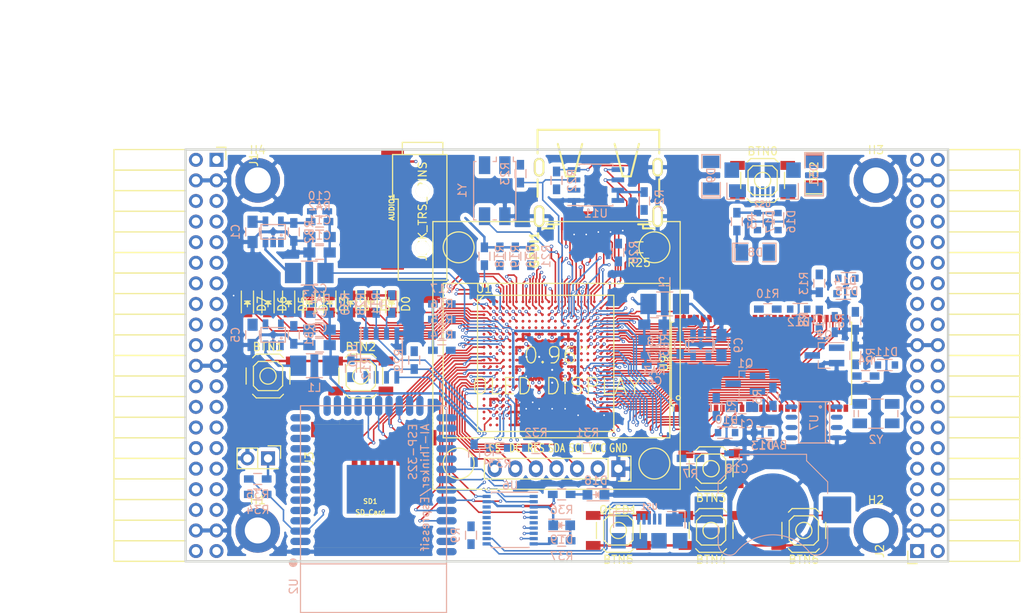
<source format=kicad_pcb>
(kicad_pcb (version 4) (host pcbnew 4.0.5+dfsg1-4)
  (layers (0 F.Cu signal) (1 In1.Cu signal) (2 In2.Cu signal) (31 B.Cu signal) (34 B.Paste user) (35 F.Paste user) (36 B.SilkS user) (37 F.SilkS user) (38 B.Mask user) (39 F.Mask user) (44 Edge.Cuts user))
  (net 0 "")
  (net 1 GND)
  (net 2 +5V)
  (net 3 /gpio/IN5V)
  (net 4 /gpio/OUT5V)
  (net 5 +3V3)
  (net 6 "Net-(L1-Pad1)")
  (net 7 "Net-(L2-Pad1)")
  (net 8 +1V2)
  (net 9 BTN_D)
  (net 10 BTN_F1)
  (net 11 BTN_F2)
  (net 12 BTN_L)
  (net 13 BTN_R)
  (net 14 BTN_U)
  (net 15 /power/FB1)
  (net 16 +2V5)
  (net 17 "Net-(L3-Pad1)")
  (net 18 /power/PWREN)
  (net 19 /power/FB3)
  (net 20 /power/FB2)
  (net 21 "Net-(D9-Pad1)")
  (net 22 /power/VBAT)
  (net 23 JTAG_TDI)
  (net 24 JTAG_TCK)
  (net 25 JTAG_TMS)
  (net 26 JTAG_TDO)
  (net 27 /power/WAKEUPn)
  (net 28 /power/WKUP)
  (net 29 /power/SHUT)
  (net 30 /power/WAKE)
  (net 31 /power/HOLD)
  (net 32 /power/WKn)
  (net 33 /power/OSCI_32k)
  (net 34 /power/OSCO_32k)
  (net 35 "Net-(Q2-Pad3)")
  (net 36 SHUTDOWN)
  (net 37 /analog/AUDIO_L)
  (net 38 /analog/AUDIO_R)
  (net 39 GPDI_5V_SCL)
  (net 40 GPDI_5V_SDA)
  (net 41 GPDI_SDA)
  (net 42 GPDI_SCL)
  (net 43 /gpdi/VREF2)
  (net 44 /blinkey/BTNPU)
  (net 45 SD_CMD)
  (net 46 SD_CLK)
  (net 47 SD_D0)
  (net 48 SD_D1)
  (net 49 USB5V)
  (net 50 "Net-(BTN0-Pad1)")
  (net 51 GPDI_CEC)
  (net 52 nRESET)
  (net 53 FTDI_nDTR)
  (net 54 SDRAM_CKE)
  (net 55 SDRAM_A7)
  (net 56 SDRAM_D15)
  (net 57 SDRAM_BA1)
  (net 58 SDRAM_D7)
  (net 59 SDRAM_A6)
  (net 60 SDRAM_CLK)
  (net 61 SDRAM_D13)
  (net 62 SDRAM_BA0)
  (net 63 SDRAM_D6)
  (net 64 SDRAM_A5)
  (net 65 SDRAM_D14)
  (net 66 SDRAM_A11)
  (net 67 SDRAM_D12)
  (net 68 SDRAM_D5)
  (net 69 SDRAM_A4)
  (net 70 SDRAM_A10)
  (net 71 SDRAM_D11)
  (net 72 SDRAM_A3)
  (net 73 SDRAM_D4)
  (net 74 SDRAM_D10)
  (net 75 SDRAM_D9)
  (net 76 SDRAM_A9)
  (net 77 SDRAM_D3)
  (net 78 SDRAM_D8)
  (net 79 SDRAM_A8)
  (net 80 SDRAM_A2)
  (net 81 SDRAM_A1)
  (net 82 SDRAM_A0)
  (net 83 SDRAM_D2)
  (net 84 SDRAM_D1)
  (net 85 SDRAM_D0)
  (net 86 SDRAM_DQM0)
  (net 87 SDRAM_nCS)
  (net 88 SDRAM_nRAS)
  (net 89 SDRAM_DQM1)
  (net 90 SDRAM_nCAS)
  (net 91 SDRAM_nWE)
  (net 92 /flash/FLASH_nWP)
  (net 93 /flash/FLASH_nHOLD)
  (net 94 /flash/FLASH_MOSI)
  (net 95 /flash/FLASH_MISO)
  (net 96 /flash/FLASH_SCK)
  (net 97 /flash/FLASH_nCS)
  (net 98 /flash/FPGA_PROGRAMN)
  (net 99 /flash/FPGA_DONE)
  (net 100 /flash/FPGA_INITN)
  (net 101 OLED_RES)
  (net 102 OLED_DC)
  (net 103 OLED_CS)
  (net 104 WIFI_EN)
  (net 105 FTDI_nRTS)
  (net 106 WIFI_GPIO2)
  (net 107 FTDI_TXD)
  (net 108 FTDI_RXD)
  (net 109 WIFI_RXD)
  (net 110 WIFI_GPIO0)
  (net 111 WIFI_TXD)
  (net 112 /gpdi/CLK_25MHz)
  (net 113 GPDI_ETH-)
  (net 114 GPDI_ETH+)
  (net 115 GPDI_D2+)
  (net 116 GPDI_D2-)
  (net 117 GPDI_D1+)
  (net 118 GPDI_D1-)
  (net 119 GPDI_D0+)
  (net 120 GPDI_D0-)
  (net 121 GPDI_CLK+)
  (net 122 GPDI_CLK-)
  (net 123 USB_FPGA_D+)
  (net 124 USB_FPGA_D-)
  (net 125 USB_FTDI_D+)
  (net 126 USB_FTDI_D-)
  (net 127 J1_17-)
  (net 128 J1_17+)
  (net 129 J1_23-)
  (net 130 J1_23+)
  (net 131 J1_25-)
  (net 132 J1_25+)
  (net 133 J1_27-)
  (net 134 J1_27+)
  (net 135 J1_29-)
  (net 136 J1_29+)
  (net 137 J1_31-)
  (net 138 J1_31+)
  (net 139 J1_33-)
  (net 140 J1_33+)
  (net 141 J1_35-)
  (net 142 J1_35+)
  (net 143 J2_5-)
  (net 144 J2_5+)
  (net 145 J2_7-)
  (net 146 J2_7+)
  (net 147 J2_9-)
  (net 148 J2_9+)
  (net 149 J2_13-)
  (net 150 J2_13+)
  (net 151 J2_17-)
  (net 152 J2_17+)
  (net 153 J2_11-)
  (net 154 J2_11+)
  (net 155 J2_23-)
  (net 156 J2_23+)
  (net 157 J1_5-)
  (net 158 J1_5+)
  (net 159 J1_7-)
  (net 160 J1_7+)
  (net 161 J1_9-)
  (net 162 J1_9+)
  (net 163 J1_11-)
  (net 164 J1_11+)
  (net 165 J1_13-)
  (net 166 J1_13+)
  (net 167 J1_15-)
  (net 168 J1_15+)
  (net 169 J2_15-)
  (net 170 J2_15+)
  (net 171 J2_25-)
  (net 172 J2_25+)
  (net 173 J2_27-)
  (net 174 J2_27+)
  (net 175 J2_29-)
  (net 176 J2_29+)
  (net 177 J2_31-)
  (net 178 J2_31+)
  (net 179 J2_33-)
  (net 180 J2_33+)
  (net 181 J2_35-)
  (net 182 J2_35+)
  (net 183 SD_D3)
  (net 184 AUDIO_L3)
  (net 185 AUDIO_L2)
  (net 186 AUDIO_L1)
  (net 187 AUDIO_L0)
  (net 188 AUDIO_R3)
  (net 189 AUDIO_R2)
  (net 190 AUDIO_R1)
  (net 191 AUDIO_R0)
  (net 192 OLED_CLK)
  (net 193 OLED_MOSI)
  (net 194 WIFI_GPIO15)
  (net 195 LED0)
  (net 196 LED1)
  (net 197 LED2)
  (net 198 LED3)
  (net 199 LED4)
  (net 200 LED5)
  (net 201 LED6)
  (net 202 LED7)
  (net 203 BTN_PWRn)
  (net 204 "Net-(J3-Pad1)")
  (net 205 FTDI_nTXLED)
  (net 206 FTDI_nSLEEP)
  (net 207 /blinkey/LED_PWREN)
  (net 208 /blinkey/LED_TXLED)
  (net 209 FT3V3)
  (module lfe5bg381:BGA-381_pitch0.8mm_dia0.4mm (layer F.Cu) (at 138.48 87.8)
    (fp_text reference U1 (at -7.6 -9.2) (layer F.SilkS))
    (fp_text value LFE5U-25F-6BG381C)
    (pad A2 smd circle (at -6.8 -7.6) (size 0.35 0.35) (layers F.Cu F.Paste F.Mask) (net 134 J1_27+))
    (pad A3 smd circle (at -6 -7.6) (size 0.35 0.35) (layers F.Cu F.Paste F.Mask) (net 188 AUDIO_R3))
    (pad A4 smd circle (at -5.2 -7.6) (size 0.35 0.35) (layers F.Cu F.Paste F.Mask) (net 132 J1_25+))
    (pad A5 smd circle (at -4.4 -7.6) (size 0.35 0.35) (layers F.Cu F.Paste F.Mask) (net 131 J1_25-))
    (pad A6 smd circle (at -3.6 -7.6) (size 0.35 0.35) (layers F.Cu F.Paste F.Mask) (net 130 J1_23+))
    (pad A7 smd circle (at -2.8 -7.6) (size 0.35 0.35) (layers F.Cu F.Paste F.Mask) (net 166 J1_13+))
    (pad A8 smd circle (at -2 -7.6) (size 0.35 0.35) (layers F.Cu F.Paste F.Mask) (net 165 J1_13-))
    (pad A9 smd circle (at -1.2 -7.6) (size 0.35 0.35) (layers F.Cu F.Paste F.Mask) (net 161 J1_9-))
    (pad A10 smd circle (at -0.4 -7.6) (size 0.35 0.35) (layers F.Cu F.Paste F.Mask) (net 160 J1_7+))
    (pad A11 smd circle (at 0.4 -7.6) (size 0.35 0.35) (layers F.Cu F.Paste F.Mask) (net 159 J1_7-))
    (pad A12 smd circle (at 1.2 -7.6) (size 0.35 0.35) (layers F.Cu F.Paste F.Mask) (net 114 GPDI_ETH+))
    (pad A13 smd circle (at 2 -7.6) (size 0.35 0.35) (layers F.Cu F.Paste F.Mask) (net 113 GPDI_ETH-))
    (pad A14 smd circle (at 2.8 -7.6) (size 0.35 0.35) (layers F.Cu F.Paste F.Mask) (net 115 GPDI_D2+))
    (pad A15 smd circle (at 3.6 -7.6) (size 0.35 0.35) (layers F.Cu F.Paste F.Mask))
    (pad A16 smd circle (at 4.4 -7.6) (size 0.35 0.35) (layers F.Cu F.Paste F.Mask) (net 117 GPDI_D1+))
    (pad A17 smd circle (at 5.2 -7.6) (size 0.35 0.35) (layers F.Cu F.Paste F.Mask) (net 119 GPDI_D0+))
    (pad A18 smd circle (at 6 -7.6) (size 0.35 0.35) (layers F.Cu F.Paste F.Mask) (net 121 GPDI_CLK+))
    (pad A19 smd circle (at 6.8 -7.6) (size 0.35 0.35) (layers F.Cu F.Paste F.Mask) (net 51 GPDI_CEC))
    (pad B1 smd circle (at -7.6 -6.8) (size 0.35 0.35) (layers F.Cu F.Paste F.Mask) (net 133 J1_27-))
    (pad B2 smd circle (at -6.8 -6.8) (size 0.35 0.35) (layers F.Cu F.Paste F.Mask) (net 195 LED0))
    (pad B3 smd circle (at -6 -6.8) (size 0.35 0.35) (layers F.Cu F.Paste F.Mask) (net 187 AUDIO_L0))
    (pad B4 smd circle (at -5.2 -6.8) (size 0.35 0.35) (layers F.Cu F.Paste F.Mask) (net 135 J1_29-))
    (pad B5 smd circle (at -4.4 -6.8) (size 0.35 0.35) (layers F.Cu F.Paste F.Mask) (net 189 AUDIO_R2))
    (pad B6 smd circle (at -3.6 -6.8) (size 0.35 0.35) (layers F.Cu F.Paste F.Mask) (net 129 J1_23-))
    (pad B7 smd circle (at -2.8 -6.8) (size 0.35 0.35) (layers F.Cu F.Paste F.Mask) (net 1 GND))
    (pad B8 smd circle (at -2 -6.8) (size 0.35 0.35) (layers F.Cu F.Paste F.Mask) (net 167 J1_15-))
    (pad B9 smd circle (at -1.2 -6.8) (size 0.35 0.35) (layers F.Cu F.Paste F.Mask) (net 164 J1_11+))
    (pad B10 smd circle (at -0.4 -6.8) (size 0.35 0.35) (layers F.Cu F.Paste F.Mask) (net 162 J1_9+))
    (pad B11 smd circle (at 0.4 -6.8) (size 0.35 0.35) (layers F.Cu F.Paste F.Mask) (net 158 J1_5+))
    (pad B12 smd circle (at 1.2 -6.8) (size 0.35 0.35) (layers F.Cu F.Paste F.Mask) (net 112 /gpdi/CLK_25MHz))
    (pad B13 smd circle (at 2 -6.8) (size 0.35 0.35) (layers F.Cu F.Paste F.Mask) (net 180 J2_33+))
    (pad B14 smd circle (at 2.8 -6.8) (size 0.35 0.35) (layers F.Cu F.Paste F.Mask) (net 1 GND))
    (pad B15 smd circle (at 3.6 -6.8) (size 0.35 0.35) (layers F.Cu F.Paste F.Mask) (net 178 J2_31+))
    (pad B16 smd circle (at 4.4 -6.8) (size 0.35 0.35) (layers F.Cu F.Paste F.Mask) (net 118 GPDI_D1-))
    (pad B17 smd circle (at 5.2 -6.8) (size 0.35 0.35) (layers F.Cu F.Paste F.Mask) (net 174 J2_27+))
    (pad B18 smd circle (at 6 -6.8) (size 0.35 0.35) (layers F.Cu F.Paste F.Mask) (net 120 GPDI_D0-))
    (pad B19 smd circle (at 6.8 -6.8) (size 0.35 0.35) (layers F.Cu F.Paste F.Mask) (net 122 GPDI_CLK-))
    (pad B20 smd circle (at 7.6 -6.8) (size 0.35 0.35) (layers F.Cu F.Paste F.Mask) (net 41 GPDI_SDA))
    (pad C1 smd circle (at -7.6 -6) (size 0.35 0.35) (layers F.Cu F.Paste F.Mask) (net 197 LED2))
    (pad C2 smd circle (at -6.8 -6) (size 0.35 0.35) (layers F.Cu F.Paste F.Mask) (net 196 LED1))
    (pad C3 smd circle (at -6 -6) (size 0.35 0.35) (layers F.Cu F.Paste F.Mask) (net 185 AUDIO_L2))
    (pad C4 smd circle (at -5.2 -6) (size 0.35 0.35) (layers F.Cu F.Paste F.Mask) (net 136 J1_29+))
    (pad C5 smd circle (at -4.4 -6) (size 0.35 0.35) (layers F.Cu F.Paste F.Mask) (net 190 AUDIO_R1))
    (pad C6 smd circle (at -3.6 -6) (size 0.35 0.35) (layers F.Cu F.Paste F.Mask) (net 128 J1_17+))
    (pad C7 smd circle (at -2.8 -6) (size 0.35 0.35) (layers F.Cu F.Paste F.Mask) (net 127 J1_17-))
    (pad C8 smd circle (at -2 -6) (size 0.35 0.35) (layers F.Cu F.Paste F.Mask) (net 168 J1_15+))
    (pad C9 smd circle (at -1.2 -6) (size 0.35 0.35) (layers F.Cu F.Paste F.Mask))
    (pad C10 smd circle (at -0.4 -6) (size 0.35 0.35) (layers F.Cu F.Paste F.Mask) (net 163 J1_11-))
    (pad C11 smd circle (at 0.4 -6) (size 0.35 0.35) (layers F.Cu F.Paste F.Mask) (net 157 J1_5-))
    (pad C12 smd circle (at 1.2 -6) (size 0.35 0.35) (layers F.Cu F.Paste F.Mask) (net 42 GPDI_SCL))
    (pad C13 smd circle (at 2 -6) (size 0.35 0.35) (layers F.Cu F.Paste F.Mask) (net 179 J2_33-))
    (pad C14 smd circle (at 2.8 -6) (size 0.35 0.35) (layers F.Cu F.Paste F.Mask) (net 116 GPDI_D2-))
    (pad C15 smd circle (at 3.6 -6) (size 0.35 0.35) (layers F.Cu F.Paste F.Mask) (net 177 J2_31-))
    (pad C16 smd circle (at 4.4 -6) (size 0.35 0.35) (layers F.Cu F.Paste F.Mask) (net 176 J2_29+))
    (pad C17 smd circle (at 5.2 -6) (size 0.35 0.35) (layers F.Cu F.Paste F.Mask) (net 173 J2_27-))
    (pad C18 smd circle (at 6 -6) (size 0.35 0.35) (layers F.Cu F.Paste F.Mask) (net 156 J2_23+))
    (pad C19 smd circle (at 6.8 -6) (size 0.35 0.35) (layers F.Cu F.Paste F.Mask) (net 1 GND))
    (pad C20 smd circle (at 7.6 -6) (size 0.35 0.35) (layers F.Cu F.Paste F.Mask) (net 56 SDRAM_D15))
    (pad D1 smd circle (at -7.6 -5.2) (size 0.35 0.35) (layers F.Cu F.Paste F.Mask) (net 199 LED4))
    (pad D2 smd circle (at -6.8 -5.2) (size 0.35 0.35) (layers F.Cu F.Paste F.Mask) (net 198 LED3))
    (pad D3 smd circle (at -6 -5.2) (size 0.35 0.35) (layers F.Cu F.Paste F.Mask) (net 186 AUDIO_L1))
    (pad D4 smd circle (at -5.2 -5.2) (size 0.35 0.35) (layers F.Cu F.Paste F.Mask) (net 1 GND))
    (pad D5 smd circle (at -4.4 -5.2) (size 0.35 0.35) (layers F.Cu F.Paste F.Mask))
    (pad D6 smd circle (at -3.6 -5.2) (size 0.35 0.35) (layers F.Cu F.Paste F.Mask) (net 203 BTN_PWRn))
    (pad D7 smd circle (at -2.8 -5.2) (size 0.35 0.35) (layers F.Cu F.Paste F.Mask))
    (pad D8 smd circle (at -2 -5.2) (size 0.35 0.35) (layers F.Cu F.Paste F.Mask))
    (pad D9 smd circle (at -1.2 -5.2) (size 0.35 0.35) (layers F.Cu F.Paste F.Mask))
    (pad D10 smd circle (at -0.4 -5.2) (size 0.35 0.35) (layers F.Cu F.Paste F.Mask))
    (pad D11 smd circle (at 0.4 -5.2) (size 0.35 0.35) (layers F.Cu F.Paste F.Mask) (net 14 BTN_U))
    (pad D12 smd circle (at 1.2 -5.2) (size 0.35 0.35) (layers F.Cu F.Paste F.Mask))
    (pad D13 smd circle (at 2 -5.2) (size 0.35 0.35) (layers F.Cu F.Paste F.Mask) (net 182 J2_35+))
    (pad D14 smd circle (at 2.8 -5.2) (size 0.35 0.35) (layers F.Cu F.Paste F.Mask))
    (pad D15 smd circle (at 3.6 -5.2) (size 0.35 0.35) (layers F.Cu F.Paste F.Mask) (net 172 J2_25+))
    (pad D16 smd circle (at 4.4 -5.2) (size 0.35 0.35) (layers F.Cu F.Paste F.Mask) (net 175 J2_29-))
    (pad D17 smd circle (at 5.2 -5.2) (size 0.35 0.35) (layers F.Cu F.Paste F.Mask) (net 155 J2_23-))
    (pad D18 smd circle (at 6 -5.2) (size 0.35 0.35) (layers F.Cu F.Paste F.Mask) (net 152 J2_17+))
    (pad D19 smd circle (at 6.8 -5.2) (size 0.35 0.35) (layers F.Cu F.Paste F.Mask) (net 65 SDRAM_D14))
    (pad D20 smd circle (at 7.6 -5.2) (size 0.35 0.35) (layers F.Cu F.Paste F.Mask) (net 61 SDRAM_D13))
    (pad E1 smd circle (at -7.6 -4.4) (size 0.35 0.35) (layers F.Cu F.Paste F.Mask) (net 201 LED6))
    (pad E2 smd circle (at -6.8 -4.4) (size 0.35 0.35) (layers F.Cu F.Paste F.Mask) (net 200 LED5))
    (pad E3 smd circle (at -6 -4.4) (size 0.35 0.35) (layers F.Cu F.Paste F.Mask) (net 137 J1_31-))
    (pad E4 smd circle (at -5.2 -4.4) (size 0.35 0.35) (layers F.Cu F.Paste F.Mask))
    (pad E5 smd circle (at -4.4 -4.4) (size 0.35 0.35) (layers F.Cu F.Paste F.Mask) (net 184 AUDIO_L3))
    (pad E6 smd circle (at -3.6 -4.4) (size 0.35 0.35) (layers F.Cu F.Paste F.Mask))
    (pad E7 smd circle (at -2.8 -4.4) (size 0.35 0.35) (layers F.Cu F.Paste F.Mask))
    (pad E8 smd circle (at -2 -4.4) (size 0.35 0.35) (layers F.Cu F.Paste F.Mask))
    (pad E9 smd circle (at -1.2 -4.4) (size 0.35 0.35) (layers F.Cu F.Paste F.Mask))
    (pad E10 smd circle (at -0.4 -4.4) (size 0.35 0.35) (layers F.Cu F.Paste F.Mask))
    (pad E11 smd circle (at 0.4 -4.4) (size 0.35 0.35) (layers F.Cu F.Paste F.Mask))
    (pad E12 smd circle (at 1.2 -4.4) (size 0.35 0.35) (layers F.Cu F.Paste F.Mask))
    (pad E13 smd circle (at 2 -4.4) (size 0.35 0.35) (layers F.Cu F.Paste F.Mask) (net 181 J2_35-))
    (pad E14 smd circle (at 2.8 -4.4) (size 0.35 0.35) (layers F.Cu F.Paste F.Mask))
    (pad E15 smd circle (at 3.6 -4.4) (size 0.35 0.35) (layers F.Cu F.Paste F.Mask) (net 171 J2_25-))
    (pad E16 smd circle (at 4.4 -4.4) (size 0.35 0.35) (layers F.Cu F.Paste F.Mask))
    (pad E17 smd circle (at 5.2 -4.4) (size 0.35 0.35) (layers F.Cu F.Paste F.Mask) (net 151 J2_17-))
    (pad E18 smd circle (at 6 -4.4) (size 0.35 0.35) (layers F.Cu F.Paste F.Mask) (net 73 SDRAM_D4))
    (pad E19 smd circle (at 6.8 -4.4) (size 0.35 0.35) (layers F.Cu F.Paste F.Mask) (net 67 SDRAM_D12))
    (pad E20 smd circle (at 7.6 -4.4) (size 0.35 0.35) (layers F.Cu F.Paste F.Mask) (net 71 SDRAM_D11))
    (pad F1 smd circle (at -7.6 -3.6) (size 0.35 0.35) (layers F.Cu F.Paste F.Mask))
    (pad F2 smd circle (at -6.8 -3.6) (size 0.35 0.35) (layers F.Cu F.Paste F.Mask) (net 202 LED7))
    (pad F3 smd circle (at -6 -3.6) (size 0.35 0.35) (layers F.Cu F.Paste F.Mask) (net 139 J1_33-))
    (pad F4 smd circle (at -5.2 -3.6) (size 0.35 0.35) (layers F.Cu F.Paste F.Mask) (net 138 J1_31+))
    (pad F5 smd circle (at -4.4 -3.6) (size 0.35 0.35) (layers F.Cu F.Paste F.Mask) (net 191 AUDIO_R0))
    (pad F6 smd circle (at -3.6 -3.6) (size 0.35 0.35) (layers F.Cu F.Paste F.Mask) (net 16 +2V5))
    (pad F7 smd circle (at -2.8 -3.6) (size 0.35 0.35) (layers F.Cu F.Paste F.Mask) (net 1 GND))
    (pad F8 smd circle (at -2 -3.6) (size 0.35 0.35) (layers F.Cu F.Paste F.Mask) (net 1 GND))
    (pad F9 smd circle (at -1.2 -3.6) (size 0.35 0.35) (layers F.Cu F.Paste F.Mask) (net 5 +3V3))
    (pad F10 smd circle (at -0.4 -3.6) (size 0.35 0.35) (layers F.Cu F.Paste F.Mask) (net 5 +3V3))
    (pad F11 smd circle (at 0.4 -3.6) (size 0.35 0.35) (layers F.Cu F.Paste F.Mask) (net 5 +3V3))
    (pad F12 smd circle (at 1.2 -3.6) (size 0.35 0.35) (layers F.Cu F.Paste F.Mask) (net 5 +3V3))
    (pad F13 smd circle (at 2 -3.6) (size 0.35 0.35) (layers F.Cu F.Paste F.Mask) (net 1 GND))
    (pad F14 smd circle (at 2.8 -3.6) (size 0.35 0.35) (layers F.Cu F.Paste F.Mask) (net 1 GND))
    (pad F15 smd circle (at 3.6 -3.6) (size 0.35 0.35) (layers F.Cu F.Paste F.Mask) (net 16 +2V5))
    (pad F16 smd circle (at 4.4 -3.6) (size 0.35 0.35) (layers F.Cu F.Paste F.Mask))
    (pad F17 smd circle (at 5.2 -3.6) (size 0.35 0.35) (layers F.Cu F.Paste F.Mask) (net 170 J2_15+))
    (pad F18 smd circle (at 6 -3.6) (size 0.35 0.35) (layers F.Cu F.Paste F.Mask) (net 68 SDRAM_D5))
    (pad F19 smd circle (at 6.8 -3.6) (size 0.35 0.35) (layers F.Cu F.Paste F.Mask) (net 74 SDRAM_D10))
    (pad F20 smd circle (at 7.6 -3.6) (size 0.35 0.35) (layers F.Cu F.Paste F.Mask) (net 75 SDRAM_D9))
    (pad G1 smd circle (at -7.6 -2.8) (size 0.35 0.35) (layers F.Cu F.Paste F.Mask))
    (pad G2 smd circle (at -6.8 -2.8) (size 0.35 0.35) (layers F.Cu F.Paste F.Mask) (net 104 WIFI_EN))
    (pad G3 smd circle (at -6 -2.8) (size 0.35 0.35) (layers F.Cu F.Paste F.Mask) (net 140 J1_33+))
    (pad G4 smd circle (at -5.2 -2.8) (size 0.35 0.35) (layers F.Cu F.Paste F.Mask) (net 1 GND))
    (pad G5 smd circle (at -4.4 -2.8) (size 0.35 0.35) (layers F.Cu F.Paste F.Mask) (net 141 J1_35-))
    (pad G6 smd circle (at -3.6 -2.8) (size 0.35 0.35) (layers F.Cu F.Paste F.Mask) (net 1 GND))
    (pad G7 smd circle (at -2.8 -2.8) (size 0.35 0.35) (layers F.Cu F.Paste F.Mask) (net 1 GND))
    (pad G8 smd circle (at -2 -2.8) (size 0.35 0.35) (layers F.Cu F.Paste F.Mask) (net 1 GND))
    (pad G9 smd circle (at -1.2 -2.8) (size 0.35 0.35) (layers F.Cu F.Paste F.Mask) (net 1 GND))
    (pad G10 smd circle (at -0.4 -2.8) (size 0.35 0.35) (layers F.Cu F.Paste F.Mask) (net 1 GND))
    (pad G11 smd circle (at 0.4 -2.8) (size 0.35 0.35) (layers F.Cu F.Paste F.Mask) (net 1 GND))
    (pad G12 smd circle (at 1.2 -2.8) (size 0.35 0.35) (layers F.Cu F.Paste F.Mask) (net 1 GND))
    (pad G13 smd circle (at 2 -2.8) (size 0.35 0.35) (layers F.Cu F.Paste F.Mask) (net 1 GND))
    (pad G14 smd circle (at 2.8 -2.8) (size 0.35 0.35) (layers F.Cu F.Paste F.Mask) (net 1 GND))
    (pad G15 smd circle (at 3.6 -2.8) (size 0.35 0.35) (layers F.Cu F.Paste F.Mask) (net 1 GND))
    (pad G16 smd circle (at 4.4 -2.8) (size 0.35 0.35) (layers F.Cu F.Paste F.Mask))
    (pad G17 smd circle (at 5.2 -2.8) (size 0.35 0.35) (layers F.Cu F.Paste F.Mask) (net 1 GND))
    (pad G18 smd circle (at 6 -2.8) (size 0.35 0.35) (layers F.Cu F.Paste F.Mask) (net 169 J2_15-))
    (pad G19 smd circle (at 6.8 -2.8) (size 0.35 0.35) (layers F.Cu F.Paste F.Mask) (net 78 SDRAM_D8))
    (pad G20 smd circle (at 7.6 -2.8) (size 0.35 0.35) (layers F.Cu F.Paste F.Mask) (net 89 SDRAM_DQM1))
    (pad H1 smd circle (at -7.6 -2) (size 0.35 0.35) (layers F.Cu F.Paste F.Mask) (net 45 SD_CMD))
    (pad H2 smd circle (at -6.8 -2) (size 0.35 0.35) (layers F.Cu F.Paste F.Mask) (net 183 SD_D3))
    (pad H3 smd circle (at -6 -2) (size 0.35 0.35) (layers F.Cu F.Paste F.Mask))
    (pad H4 smd circle (at -5.2 -2) (size 0.35 0.35) (layers F.Cu F.Paste F.Mask) (net 142 J1_35+))
    (pad H5 smd circle (at -4.4 -2) (size 0.35 0.35) (layers F.Cu F.Paste F.Mask))
    (pad H6 smd circle (at -3.6 -2) (size 0.35 0.35) (layers F.Cu F.Paste F.Mask) (net 5 +3V3))
    (pad H7 smd circle (at -2.8 -2) (size 0.35 0.35) (layers F.Cu F.Paste F.Mask) (net 5 +3V3))
    (pad H8 smd circle (at -2 -2) (size 0.35 0.35) (layers F.Cu F.Paste F.Mask) (net 8 +1V2))
    (pad H9 smd circle (at -1.2 -2) (size 0.35 0.35) (layers F.Cu F.Paste F.Mask) (net 8 +1V2))
    (pad H10 smd circle (at -0.4 -2) (size 0.35 0.35) (layers F.Cu F.Paste F.Mask) (net 8 +1V2))
    (pad H11 smd circle (at 0.4 -2) (size 0.35 0.35) (layers F.Cu F.Paste F.Mask) (net 8 +1V2))
    (pad H12 smd circle (at 1.2 -2) (size 0.35 0.35) (layers F.Cu F.Paste F.Mask) (net 8 +1V2))
    (pad H13 smd circle (at 2 -2) (size 0.35 0.35) (layers F.Cu F.Paste F.Mask) (net 8 +1V2))
    (pad H14 smd circle (at 2.8 -2) (size 0.35 0.35) (layers F.Cu F.Paste F.Mask) (net 5 +3V3))
    (pad H15 smd circle (at 3.6 -2) (size 0.35 0.35) (layers F.Cu F.Paste F.Mask) (net 5 +3V3))
    (pad H16 smd circle (at 4.4 -2) (size 0.35 0.35) (layers F.Cu F.Paste F.Mask))
    (pad H17 smd circle (at 5.2 -2) (size 0.35 0.35) (layers F.Cu F.Paste F.Mask) (net 149 J2_13-))
    (pad H18 smd circle (at 6 -2) (size 0.35 0.35) (layers F.Cu F.Paste F.Mask) (net 150 J2_13+))
    (pad H19 smd circle (at 6.8 -2) (size 0.35 0.35) (layers F.Cu F.Paste F.Mask) (net 1 GND))
    (pad H20 smd circle (at 7.6 -2) (size 0.35 0.35) (layers F.Cu F.Paste F.Mask) (net 60 SDRAM_CLK))
    (pad J1 smd circle (at -7.6 -1.2) (size 0.35 0.35) (layers F.Cu F.Paste F.Mask) (net 46 SD_CLK))
    (pad J2 smd circle (at -6.8 -1.2) (size 0.35 0.35) (layers F.Cu F.Paste F.Mask) (net 1 GND))
    (pad J3 smd circle (at -6 -1.2) (size 0.35 0.35) (layers F.Cu F.Paste F.Mask))
    (pad J4 smd circle (at -5.2 -1.2) (size 0.35 0.35) (layers F.Cu F.Paste F.Mask) (net 106 WIFI_GPIO2))
    (pad J5 smd circle (at -4.4 -1.2) (size 0.35 0.35) (layers F.Cu F.Paste F.Mask))
    (pad J6 smd circle (at -3.6 -1.2) (size 0.35 0.35) (layers F.Cu F.Paste F.Mask) (net 5 +3V3))
    (pad J7 smd circle (at -2.8 -1.2) (size 0.35 0.35) (layers F.Cu F.Paste F.Mask) (net 1 GND))
    (pad J8 smd circle (at -2 -1.2) (size 0.35 0.35) (layers F.Cu F.Paste F.Mask) (net 8 +1V2))
    (pad J9 smd circle (at -1.2 -1.2) (size 0.35 0.35) (layers F.Cu F.Paste F.Mask) (net 1 GND))
    (pad J10 smd circle (at -0.4 -1.2) (size 0.35 0.35) (layers F.Cu F.Paste F.Mask) (net 1 GND))
    (pad J11 smd circle (at 0.4 -1.2) (size 0.35 0.35) (layers F.Cu F.Paste F.Mask) (net 1 GND))
    (pad J12 smd circle (at 1.2 -1.2) (size 0.35 0.35) (layers F.Cu F.Paste F.Mask) (net 1 GND))
    (pad J13 smd circle (at 2 -1.2) (size 0.35 0.35) (layers F.Cu F.Paste F.Mask) (net 8 +1V2))
    (pad J14 smd circle (at 2.8 -1.2) (size 0.35 0.35) (layers F.Cu F.Paste F.Mask) (net 1 GND))
    (pad J15 smd circle (at 3.6 -1.2) (size 0.35 0.35) (layers F.Cu F.Paste F.Mask) (net 5 +3V3))
    (pad J16 smd circle (at 4.4 -1.2) (size 0.35 0.35) (layers F.Cu F.Paste F.Mask))
    (pad J17 smd circle (at 5.2 -1.2) (size 0.35 0.35) (layers F.Cu F.Paste F.Mask))
    (pad J18 smd circle (at 6 -1.2) (size 0.35 0.35) (layers F.Cu F.Paste F.Mask) (net 77 SDRAM_D3))
    (pad J19 smd circle (at 6.8 -1.2) (size 0.35 0.35) (layers F.Cu F.Paste F.Mask) (net 54 SDRAM_CKE))
    (pad J20 smd circle (at 7.6 -1.2) (size 0.35 0.35) (layers F.Cu F.Paste F.Mask) (net 66 SDRAM_A11))
    (pad K1 smd circle (at -7.6 -0.4) (size 0.35 0.35) (layers F.Cu F.Paste F.Mask) (net 48 SD_D1))
    (pad K2 smd circle (at -6.8 -0.4) (size 0.35 0.35) (layers F.Cu F.Paste F.Mask) (net 47 SD_D0))
    (pad K3 smd circle (at -6 -0.4) (size 0.35 0.35) (layers F.Cu F.Paste F.Mask) (net 109 WIFI_RXD))
    (pad K4 smd circle (at -5.2 -0.4) (size 0.35 0.35) (layers F.Cu F.Paste F.Mask) (net 111 WIFI_TXD))
    (pad K5 smd circle (at -4.4 -0.4) (size 0.35 0.35) (layers F.Cu F.Paste F.Mask) (net 124 USB_FPGA_D-))
    (pad K6 smd circle (at -3.6 -0.4) (size 0.35 0.35) (layers F.Cu F.Paste F.Mask) (net 1 GND))
    (pad K7 smd circle (at -2.8 -0.4) (size 0.35 0.35) (layers F.Cu F.Paste F.Mask) (net 1 GND))
    (pad K8 smd circle (at -2 -0.4) (size 0.35 0.35) (layers F.Cu F.Paste F.Mask) (net 8 +1V2))
    (pad K9 smd circle (at -1.2 -0.4) (size 0.35 0.35) (layers F.Cu F.Paste F.Mask) (net 1 GND))
    (pad K10 smd circle (at -0.4 -0.4) (size 0.35 0.35) (layers F.Cu F.Paste F.Mask) (net 1 GND))
    (pad K11 smd circle (at 0.4 -0.4) (size 0.35 0.35) (layers F.Cu F.Paste F.Mask) (net 1 GND))
    (pad K12 smd circle (at 1.2 -0.4) (size 0.35 0.35) (layers F.Cu F.Paste F.Mask) (net 1 GND))
    (pad K13 smd circle (at 2 -0.4) (size 0.35 0.35) (layers F.Cu F.Paste F.Mask) (net 8 +1V2))
    (pad K14 smd circle (at 2.8 -0.4) (size 0.35 0.35) (layers F.Cu F.Paste F.Mask) (net 1 GND))
    (pad K15 smd circle (at 3.6 -0.4) (size 0.35 0.35) (layers F.Cu F.Paste F.Mask) (net 1 GND))
    (pad K16 smd circle (at 4.4 -0.4) (size 0.35 0.35) (layers F.Cu F.Paste F.Mask))
    (pad K17 smd circle (at 5.2 -0.4) (size 0.35 0.35) (layers F.Cu F.Paste F.Mask))
    (pad K18 smd circle (at 6 -0.4) (size 0.35 0.35) (layers F.Cu F.Paste F.Mask) (net 83 SDRAM_D2))
    (pad K19 smd circle (at 6.8 -0.4) (size 0.35 0.35) (layers F.Cu F.Paste F.Mask) (net 76 SDRAM_A9))
    (pad K20 smd circle (at 7.6 -0.4) (size 0.35 0.35) (layers F.Cu F.Paste F.Mask) (net 79 SDRAM_A8))
    (pad L1 smd circle (at -7.6 0.4) (size 0.35 0.35) (layers F.Cu F.Paste F.Mask))
    (pad L2 smd circle (at -6.8 0.4) (size 0.35 0.35) (layers F.Cu F.Paste F.Mask) (net 110 WIFI_GPIO0))
    (pad L3 smd circle (at -6 0.4) (size 0.35 0.35) (layers F.Cu F.Paste F.Mask))
    (pad L4 smd circle (at -5.2 0.4) (size 0.35 0.35) (layers F.Cu F.Paste F.Mask) (net 108 FTDI_RXD))
    (pad L5 smd circle (at -4.4 0.4) (size 0.35 0.35) (layers F.Cu F.Paste F.Mask) (net 123 USB_FPGA_D+))
    (pad L6 smd circle (at -3.6 0.4) (size 0.35 0.35) (layers F.Cu F.Paste F.Mask) (net 5 +3V3))
    (pad L7 smd circle (at -2.8 0.4) (size 0.35 0.35) (layers F.Cu F.Paste F.Mask) (net 5 +3V3))
    (pad L8 smd circle (at -2 0.4) (size 0.35 0.35) (layers F.Cu F.Paste F.Mask) (net 8 +1V2))
    (pad L9 smd circle (at -1.2 0.4) (size 0.35 0.35) (layers F.Cu F.Paste F.Mask) (net 1 GND))
    (pad L10 smd circle (at -0.4 0.4) (size 0.35 0.35) (layers F.Cu F.Paste F.Mask) (net 1 GND))
    (pad L11 smd circle (at 0.4 0.4) (size 0.35 0.35) (layers F.Cu F.Paste F.Mask) (net 1 GND))
    (pad L12 smd circle (at 1.2 0.4) (size 0.35 0.35) (layers F.Cu F.Paste F.Mask) (net 1 GND))
    (pad L13 smd circle (at 2 0.4) (size 0.35 0.35) (layers F.Cu F.Paste F.Mask) (net 8 +1V2))
    (pad L14 smd circle (at 2.8 0.4) (size 0.35 0.35) (layers F.Cu F.Paste F.Mask) (net 5 +3V3))
    (pad L15 smd circle (at 3.6 0.4) (size 0.35 0.35) (layers F.Cu F.Paste F.Mask) (net 5 +3V3))
    (pad L16 smd circle (at 4.4 0.4) (size 0.35 0.35) (layers F.Cu F.Paste F.Mask) (net 154 J2_11+))
    (pad L17 smd circle (at 5.2 0.4) (size 0.35 0.35) (layers F.Cu F.Paste F.Mask) (net 153 J2_11-))
    (pad L18 smd circle (at 6 0.4) (size 0.35 0.35) (layers F.Cu F.Paste F.Mask) (net 84 SDRAM_D1))
    (pad L19 smd circle (at 6.8 0.4) (size 0.35 0.35) (layers F.Cu F.Paste F.Mask) (net 55 SDRAM_A7))
    (pad L20 smd circle (at 7.6 0.4) (size 0.35 0.35) (layers F.Cu F.Paste F.Mask) (net 59 SDRAM_A6))
    (pad M1 smd circle (at -7.6 1.2) (size 0.35 0.35) (layers F.Cu F.Paste F.Mask) (net 107 FTDI_TXD))
    (pad M2 smd circle (at -6.8 1.2) (size 0.35 0.35) (layers F.Cu F.Paste F.Mask) (net 1 GND))
    (pad M3 smd circle (at -6 1.2) (size 0.35 0.35) (layers F.Cu F.Paste F.Mask) (net 105 FTDI_nRTS))
    (pad M4 smd circle (at -5.2 1.2) (size 0.35 0.35) (layers F.Cu F.Paste F.Mask))
    (pad M5 smd circle (at -4.4 1.2) (size 0.35 0.35) (layers F.Cu F.Paste F.Mask))
    (pad M6 smd circle (at -3.6 1.2) (size 0.35 0.35) (layers F.Cu F.Paste F.Mask) (net 5 +3V3))
    (pad M7 smd circle (at -2.8 1.2) (size 0.35 0.35) (layers F.Cu F.Paste F.Mask) (net 1 GND))
    (pad M8 smd circle (at -2 1.2) (size 0.35 0.35) (layers F.Cu F.Paste F.Mask) (net 8 +1V2))
    (pad M9 smd circle (at -1.2 1.2) (size 0.35 0.35) (layers F.Cu F.Paste F.Mask) (net 1 GND))
    (pad M10 smd circle (at -0.4 1.2) (size 0.35 0.35) (layers F.Cu F.Paste F.Mask) (net 1 GND))
    (pad M11 smd circle (at 0.4 1.2) (size 0.35 0.35) (layers F.Cu F.Paste F.Mask) (net 1 GND))
    (pad M12 smd circle (at 1.2 1.2) (size 0.35 0.35) (layers F.Cu F.Paste F.Mask) (net 1 GND))
    (pad M13 smd circle (at 2 1.2) (size 0.35 0.35) (layers F.Cu F.Paste F.Mask) (net 8 +1V2))
    (pad M14 smd circle (at 2.8 1.2) (size 0.35 0.35) (layers F.Cu F.Paste F.Mask) (net 1 GND))
    (pad M15 smd circle (at 3.6 1.2) (size 0.35 0.35) (layers F.Cu F.Paste F.Mask) (net 5 +3V3))
    (pad M16 smd circle (at 4.4 1.2) (size 0.35 0.35) (layers F.Cu F.Paste F.Mask) (net 1 GND))
    (pad M17 smd circle (at 5.2 1.2) (size 0.35 0.35) (layers F.Cu F.Paste F.Mask) (net 147 J2_9-))
    (pad M18 smd circle (at 6 1.2) (size 0.35 0.35) (layers F.Cu F.Paste F.Mask) (net 85 SDRAM_D0))
    (pad M19 smd circle (at 6.8 1.2) (size 0.35 0.35) (layers F.Cu F.Paste F.Mask) (net 64 SDRAM_A5))
    (pad M20 smd circle (at 7.6 1.2) (size 0.35 0.35) (layers F.Cu F.Paste F.Mask) (net 69 SDRAM_A4))
    (pad N1 smd circle (at -7.6 2) (size 0.35 0.35) (layers F.Cu F.Paste F.Mask) (net 53 FTDI_nDTR))
    (pad N2 smd circle (at -6.8 2) (size 0.35 0.35) (layers F.Cu F.Paste F.Mask) (net 103 OLED_CS))
    (pad N3 smd circle (at -6 2) (size 0.35 0.35) (layers F.Cu F.Paste F.Mask))
    (pad N4 smd circle (at -5.2 2) (size 0.35 0.35) (layers F.Cu F.Paste F.Mask) (net 194 WIFI_GPIO15))
    (pad N5 smd circle (at -4.4 2) (size 0.35 0.35) (layers F.Cu F.Paste F.Mask))
    (pad N6 smd circle (at -3.6 2) (size 0.35 0.35) (layers F.Cu F.Paste F.Mask) (net 1 GND))
    (pad N7 smd circle (at -2.8 2) (size 0.35 0.35) (layers F.Cu F.Paste F.Mask) (net 1 GND))
    (pad N8 smd circle (at -2 2) (size 0.35 0.35) (layers F.Cu F.Paste F.Mask) (net 8 +1V2))
    (pad N9 smd circle (at -1.2 2) (size 0.35 0.35) (layers F.Cu F.Paste F.Mask) (net 8 +1V2))
    (pad N10 smd circle (at -0.4 2) (size 0.35 0.35) (layers F.Cu F.Paste F.Mask) (net 8 +1V2))
    (pad N11 smd circle (at 0.4 2) (size 0.35 0.35) (layers F.Cu F.Paste F.Mask) (net 8 +1V2))
    (pad N12 smd circle (at 1.2 2) (size 0.35 0.35) (layers F.Cu F.Paste F.Mask) (net 8 +1V2))
    (pad N13 smd circle (at 2 2) (size 0.35 0.35) (layers F.Cu F.Paste F.Mask) (net 8 +1V2))
    (pad N14 smd circle (at 2.8 2) (size 0.35 0.35) (layers F.Cu F.Paste F.Mask) (net 1 GND))
    (pad N15 smd circle (at 3.6 2) (size 0.35 0.35) (layers F.Cu F.Paste F.Mask) (net 1 GND))
    (pad N16 smd circle (at 4.4 2) (size 0.35 0.35) (layers F.Cu F.Paste F.Mask) (net 148 J2_9+))
    (pad N17 smd circle (at 5.2 2) (size 0.35 0.35) (layers F.Cu F.Paste F.Mask) (net 146 J2_7+))
    (pad N18 smd circle (at 6 2) (size 0.35 0.35) (layers F.Cu F.Paste F.Mask) (net 63 SDRAM_D6))
    (pad N19 smd circle (at 6.8 2) (size 0.35 0.35) (layers F.Cu F.Paste F.Mask) (net 72 SDRAM_A3))
    (pad N20 smd circle (at 7.6 2) (size 0.35 0.35) (layers F.Cu F.Paste F.Mask) (net 80 SDRAM_A2))
    (pad P1 smd circle (at -7.6 2.8) (size 0.35 0.35) (layers F.Cu F.Paste F.Mask) (net 102 OLED_DC))
    (pad P2 smd circle (at -6.8 2.8) (size 0.35 0.35) (layers F.Cu F.Paste F.Mask) (net 101 OLED_RES))
    (pad P3 smd circle (at -6 2.8) (size 0.35 0.35) (layers F.Cu F.Paste F.Mask) (net 193 OLED_MOSI))
    (pad P4 smd circle (at -5.2 2.8) (size 0.35 0.35) (layers F.Cu F.Paste F.Mask) (net 192 OLED_CLK))
    (pad P5 smd circle (at -4.4 2.8) (size 0.35 0.35) (layers F.Cu F.Paste F.Mask))
    (pad P6 smd circle (at -3.6 2.8) (size 0.35 0.35) (layers F.Cu F.Paste F.Mask) (net 16 +2V5))
    (pad P7 smd circle (at -2.8 2.8) (size 0.35 0.35) (layers F.Cu F.Paste F.Mask) (net 1 GND))
    (pad P8 smd circle (at -2 2.8) (size 0.35 0.35) (layers F.Cu F.Paste F.Mask) (net 1 GND))
    (pad P9 smd circle (at -1.2 2.8) (size 0.35 0.35) (layers F.Cu F.Paste F.Mask) (net 5 +3V3))
    (pad P10 smd circle (at -0.4 2.8) (size 0.35 0.35) (layers F.Cu F.Paste F.Mask) (net 5 +3V3))
    (pad P11 smd circle (at 0.4 2.8) (size 0.35 0.35) (layers F.Cu F.Paste F.Mask) (net 1 GND))
    (pad P12 smd circle (at 1.2 2.8) (size 0.35 0.35) (layers F.Cu F.Paste F.Mask) (net 1 GND))
    (pad P13 smd circle (at 2 2.8) (size 0.35 0.35) (layers F.Cu F.Paste F.Mask) (net 1 GND))
    (pad P14 smd circle (at 2.8 2.8) (size 0.35 0.35) (layers F.Cu F.Paste F.Mask) (net 1 GND))
    (pad P15 smd circle (at 3.6 2.8) (size 0.35 0.35) (layers F.Cu F.Paste F.Mask) (net 16 +2V5))
    (pad P16 smd circle (at 4.4 2.8) (size 0.35 0.35) (layers F.Cu F.Paste F.Mask) (net 145 J2_7-))
    (pad P17 smd circle (at 5.2 2.8) (size 0.35 0.35) (layers F.Cu F.Paste F.Mask))
    (pad P18 smd circle (at 6 2.8) (size 0.35 0.35) (layers F.Cu F.Paste F.Mask) (net 58 SDRAM_D7))
    (pad P19 smd circle (at 6.8 2.8) (size 0.35 0.35) (layers F.Cu F.Paste F.Mask) (net 81 SDRAM_A1))
    (pad P20 smd circle (at 7.6 2.8) (size 0.35 0.35) (layers F.Cu F.Paste F.Mask) (net 82 SDRAM_A0))
    (pad R1 smd circle (at -7.6 3.6) (size 0.35 0.35) (layers F.Cu F.Paste F.Mask) (net 10 BTN_F1))
    (pad R2 smd circle (at -6.8 3.6) (size 0.35 0.35) (layers F.Cu F.Paste F.Mask) (net 97 /flash/FLASH_nCS))
    (pad R3 smd circle (at -6 3.6) (size 0.35 0.35) (layers F.Cu F.Paste F.Mask))
    (pad R4 smd circle (at -5.2 3.6) (size 0.35 0.35) (layers F.Cu F.Paste F.Mask) (net 1 GND))
    (pad R5 smd circle (at -4.4 3.6) (size 0.35 0.35) (layers F.Cu F.Paste F.Mask) (net 23 JTAG_TDI))
    (pad R16 smd circle (at 4.4 3.6) (size 0.35 0.35) (layers F.Cu F.Paste F.Mask))
    (pad R17 smd circle (at 5.2 3.6) (size 0.35 0.35) (layers F.Cu F.Paste F.Mask))
    (pad R18 smd circle (at 6 3.6) (size 0.35 0.35) (layers F.Cu F.Paste F.Mask) (net 86 SDRAM_DQM0))
    (pad R19 smd circle (at 6.8 3.6) (size 0.35 0.35) (layers F.Cu F.Paste F.Mask) (net 1 GND))
    (pad R20 smd circle (at 7.6 3.6) (size 0.35 0.35) (layers F.Cu F.Paste F.Mask) (net 70 SDRAM_A10))
    (pad T1 smd circle (at -7.6 4.4) (size 0.35 0.35) (layers F.Cu F.Paste F.Mask) (net 11 BTN_F2))
    (pad T2 smd circle (at -6.8 4.4) (size 0.35 0.35) (layers F.Cu F.Paste F.Mask) (net 5 +3V3))
    (pad T3 smd circle (at -6 4.4) (size 0.35 0.35) (layers F.Cu F.Paste F.Mask) (net 5 +3V3))
    (pad T4 smd circle (at -5.2 4.4) (size 0.35 0.35) (layers F.Cu F.Paste F.Mask) (net 5 +3V3))
    (pad T5 smd circle (at -4.4 4.4) (size 0.35 0.35) (layers F.Cu F.Paste F.Mask) (net 24 JTAG_TCK))
    (pad T6 smd circle (at -3.6 4.4) (size 0.35 0.35) (layers F.Cu F.Paste F.Mask) (net 1 GND))
    (pad T7 smd circle (at -2.8 4.4) (size 0.35 0.35) (layers F.Cu F.Paste F.Mask) (net 1 GND))
    (pad T8 smd circle (at -2 4.4) (size 0.35 0.35) (layers F.Cu F.Paste F.Mask) (net 1 GND))
    (pad T9 smd circle (at -1.2 4.4) (size 0.35 0.35) (layers F.Cu F.Paste F.Mask) (net 1 GND))
    (pad T10 smd circle (at -0.4 4.4) (size 0.35 0.35) (layers F.Cu F.Paste F.Mask) (net 1 GND))
    (pad T11 smd circle (at 0.4 4.4) (size 0.35 0.35) (layers F.Cu F.Paste F.Mask))
    (pad T12 smd circle (at 1.2 4.4) (size 0.35 0.35) (layers F.Cu F.Paste F.Mask))
    (pad T13 smd circle (at 2 4.4) (size 0.35 0.35) (layers F.Cu F.Paste F.Mask))
    (pad T14 smd circle (at 2.8 4.4) (size 0.35 0.35) (layers F.Cu F.Paste F.Mask))
    (pad T15 smd circle (at 3.6 4.4) (size 0.35 0.35) (layers F.Cu F.Paste F.Mask))
    (pad T16 smd circle (at 4.4 4.4) (size 0.35 0.35) (layers F.Cu F.Paste F.Mask))
    (pad T17 smd circle (at 5.2 4.4) (size 0.35 0.35) (layers F.Cu F.Paste F.Mask) (net 90 SDRAM_nCAS))
    (pad T18 smd circle (at 6 4.4) (size 0.35 0.35) (layers F.Cu F.Paste F.Mask) (net 91 SDRAM_nWE))
    (pad T19 smd circle (at 6.8 4.4) (size 0.35 0.35) (layers F.Cu F.Paste F.Mask) (net 57 SDRAM_BA1))
    (pad T20 smd circle (at 7.6 4.4) (size 0.35 0.35) (layers F.Cu F.Paste F.Mask) (net 62 SDRAM_BA0))
    (pad U1 smd circle (at -7.6 5.2) (size 0.35 0.35) (layers F.Cu F.Paste F.Mask) (net 14 BTN_U))
    (pad U2 smd circle (at -6.8 5.2) (size 0.35 0.35) (layers F.Cu F.Paste F.Mask) (net 5 +3V3))
    (pad U3 smd circle (at -6 5.2) (size 0.35 0.35) (layers F.Cu F.Paste F.Mask) (net 96 /flash/FLASH_SCK))
    (pad U4 smd circle (at -5.2 5.2) (size 0.35 0.35) (layers F.Cu F.Paste F.Mask) (net 1 GND))
    (pad U5 smd circle (at -4.4 5.2) (size 0.35 0.35) (layers F.Cu F.Paste F.Mask) (net 25 JTAG_TMS))
    (pad U6 smd circle (at -3.6 5.2) (size 0.35 0.35) (layers F.Cu F.Paste F.Mask) (net 1 GND))
    (pad U7 smd circle (at -2.8 5.2) (size 0.35 0.35) (layers F.Cu F.Paste F.Mask) (net 1 GND))
    (pad U8 smd circle (at -2 5.2) (size 0.35 0.35) (layers F.Cu F.Paste F.Mask) (net 1 GND))
    (pad U9 smd circle (at -1.2 5.2) (size 0.35 0.35) (layers F.Cu F.Paste F.Mask) (net 1 GND))
    (pad U10 smd circle (at -0.4 5.2) (size 0.35 0.35) (layers F.Cu F.Paste F.Mask) (net 1 GND))
    (pad U11 smd circle (at 0.4 5.2) (size 0.35 0.35) (layers F.Cu F.Paste F.Mask) (net 1 GND))
    (pad U12 smd circle (at 1.2 5.2) (size 0.35 0.35) (layers F.Cu F.Paste F.Mask) (net 1 GND))
    (pad U13 smd circle (at 2 5.2) (size 0.35 0.35) (layers F.Cu F.Paste F.Mask) (net 1 GND))
    (pad U14 smd circle (at 2.8 5.2) (size 0.35 0.35) (layers F.Cu F.Paste F.Mask) (net 1 GND))
    (pad U15 smd circle (at 3.6 5.2) (size 0.35 0.35) (layers F.Cu F.Paste F.Mask))
    (pad U16 smd circle (at 4.4 5.2) (size 0.35 0.35) (layers F.Cu F.Paste F.Mask))
    (pad U17 smd circle (at 5.2 5.2) (size 0.35 0.35) (layers F.Cu F.Paste F.Mask) (net 143 J2_5-))
    (pad U18 smd circle (at 6 5.2) (size 0.35 0.35) (layers F.Cu F.Paste F.Mask) (net 144 J2_5+))
    (pad U19 smd circle (at 6.8 5.2) (size 0.35 0.35) (layers F.Cu F.Paste F.Mask) (net 87 SDRAM_nCS))
    (pad U20 smd circle (at 7.6 5.2) (size 0.35 0.35) (layers F.Cu F.Paste F.Mask) (net 88 SDRAM_nRAS))
    (pad V1 smd circle (at -7.6 6) (size 0.35 0.35) (layers F.Cu F.Paste F.Mask) (net 9 BTN_D))
    (pad V2 smd circle (at -6.8 6) (size 0.35 0.35) (layers F.Cu F.Paste F.Mask) (net 95 /flash/FLASH_MISO))
    (pad V3 smd circle (at -6 6) (size 0.35 0.35) (layers F.Cu F.Paste F.Mask) (net 100 /flash/FPGA_INITN))
    (pad V4 smd circle (at -5.2 6) (size 0.35 0.35) (layers F.Cu F.Paste F.Mask) (net 26 JTAG_TDO))
    (pad V5 smd circle (at -4.4 6) (size 0.35 0.35) (layers F.Cu F.Paste F.Mask) (net 1 GND))
    (pad V6 smd circle (at -3.6 6) (size 0.35 0.35) (layers F.Cu F.Paste F.Mask) (net 1 GND))
    (pad V7 smd circle (at -2.8 6) (size 0.35 0.35) (layers F.Cu F.Paste F.Mask) (net 1 GND))
    (pad V8 smd circle (at -2 6) (size 0.35 0.35) (layers F.Cu F.Paste F.Mask) (net 1 GND))
    (pad V9 smd circle (at -1.2 6) (size 0.35 0.35) (layers F.Cu F.Paste F.Mask) (net 1 GND))
    (pad V10 smd circle (at -0.4 6) (size 0.35 0.35) (layers F.Cu F.Paste F.Mask) (net 1 GND))
    (pad V11 smd circle (at 0.4 6) (size 0.35 0.35) (layers F.Cu F.Paste F.Mask) (net 1 GND))
    (pad V12 smd circle (at 1.2 6) (size 0.35 0.35) (layers F.Cu F.Paste F.Mask) (net 1 GND))
    (pad V13 smd circle (at 2 6) (size 0.35 0.35) (layers F.Cu F.Paste F.Mask) (net 1 GND))
    (pad V14 smd circle (at 2.8 6) (size 0.35 0.35) (layers F.Cu F.Paste F.Mask) (net 1 GND))
    (pad V15 smd circle (at 3.6 6) (size 0.35 0.35) (layers F.Cu F.Paste F.Mask) (net 1 GND))
    (pad V16 smd circle (at 4.4 6) (size 0.35 0.35) (layers F.Cu F.Paste F.Mask) (net 1 GND))
    (pad V17 smd circle (at 5.2 6) (size 0.35 0.35) (layers F.Cu F.Paste F.Mask))
    (pad V18 smd circle (at 6 6) (size 0.35 0.35) (layers F.Cu F.Paste F.Mask))
    (pad V19 smd circle (at 6.8 6) (size 0.35 0.35) (layers F.Cu F.Paste F.Mask) (net 1 GND))
    (pad V20 smd circle (at 7.6 6) (size 0.35 0.35) (layers F.Cu F.Paste F.Mask) (net 1 GND))
    (pad W1 smd circle (at -7.6 6.8) (size 0.35 0.35) (layers F.Cu F.Paste F.Mask) (net 12 BTN_L))
    (pad W2 smd circle (at -6.8 6.8) (size 0.35 0.35) (layers F.Cu F.Paste F.Mask) (net 94 /flash/FLASH_MOSI))
    (pad W3 smd circle (at -6 6.8) (size 0.35 0.35) (layers F.Cu F.Paste F.Mask) (net 98 /flash/FPGA_PROGRAMN))
    (pad W4 smd circle (at -5.2 6.8) (size 0.35 0.35) (layers F.Cu F.Paste F.Mask))
    (pad W5 smd circle (at -4.4 6.8) (size 0.35 0.35) (layers F.Cu F.Paste F.Mask))
    (pad W6 smd circle (at -3.6 6.8) (size 0.35 0.35) (layers F.Cu F.Paste F.Mask) (net 1 GND))
    (pad W7 smd circle (at -2.8 6.8) (size 0.35 0.35) (layers F.Cu F.Paste F.Mask) (net 1 GND))
    (pad W8 smd circle (at -2 6.8) (size 0.35 0.35) (layers F.Cu F.Paste F.Mask))
    (pad W9 smd circle (at -1.2 6.8) (size 0.35 0.35) (layers F.Cu F.Paste F.Mask))
    (pad W10 smd circle (at -0.4 6.8) (size 0.35 0.35) (layers F.Cu F.Paste F.Mask))
    (pad W11 smd circle (at 0.4 6.8) (size 0.35 0.35) (layers F.Cu F.Paste F.Mask))
    (pad W12 smd circle (at 1.2 6.8) (size 0.35 0.35) (layers F.Cu F.Paste F.Mask) (net 1 GND))
    (pad W13 smd circle (at 2 6.8) (size 0.35 0.35) (layers F.Cu F.Paste F.Mask))
    (pad W14 smd circle (at 2.8 6.8) (size 0.35 0.35) (layers F.Cu F.Paste F.Mask))
    (pad W15 smd circle (at 3.6 6.8) (size 0.35 0.35) (layers F.Cu F.Paste F.Mask) (net 1 GND))
    (pad W16 smd circle (at 4.4 6.8) (size 0.35 0.35) (layers F.Cu F.Paste F.Mask) (net 1 GND))
    (pad W17 smd circle (at 5.2 6.8) (size 0.35 0.35) (layers F.Cu F.Paste F.Mask))
    (pad W18 smd circle (at 6 6.8) (size 0.35 0.35) (layers F.Cu F.Paste F.Mask))
    (pad W19 smd circle (at 6.8 6.8) (size 0.35 0.35) (layers F.Cu F.Paste F.Mask) (net 1 GND))
    (pad W20 smd circle (at 7.6 6.8) (size 0.35 0.35) (layers F.Cu F.Paste F.Mask))
    (pad Y2 smd circle (at -6.8 7.6) (size 0.35 0.35) (layers F.Cu F.Paste F.Mask) (net 13 BTN_R))
    (pad Y3 smd circle (at -6 7.6) (size 0.35 0.35) (layers F.Cu F.Paste F.Mask) (net 99 /flash/FPGA_DONE))
    (pad Y5 smd circle (at -4.4 7.6) (size 0.35 0.35) (layers F.Cu F.Paste F.Mask) (net 1 GND))
    (pad Y6 smd circle (at -3.6 7.6) (size 0.35 0.35) (layers F.Cu F.Paste F.Mask) (net 1 GND))
    (pad Y7 smd circle (at -2.8 7.6) (size 0.35 0.35) (layers F.Cu F.Paste F.Mask) (net 1 GND))
    (pad Y8 smd circle (at -2 7.6) (size 0.35 0.35) (layers F.Cu F.Paste F.Mask) (net 1 GND))
    (pad Y11 smd circle (at 0.4 7.6) (size 0.35 0.35) (layers F.Cu F.Paste F.Mask) (net 1 GND))
    (pad Y12 smd circle (at 1.2 7.6) (size 0.35 0.35) (layers F.Cu F.Paste F.Mask) (net 1 GND))
    (pad Y14 smd circle (at 2.8 7.6) (size 0.35 0.35) (layers F.Cu F.Paste F.Mask))
    (pad Y15 smd circle (at 3.6 7.6) (size 0.35 0.35) (layers F.Cu F.Paste F.Mask))
    (pad Y16 smd circle (at 4.4 7.6) (size 0.35 0.35) (layers F.Cu F.Paste F.Mask))
    (pad Y17 smd circle (at 5.2 7.6) (size 0.35 0.35) (layers F.Cu F.Paste F.Mask))
    (pad Y19 smd circle (at 6.8 7.6) (size 0.35 0.35) (layers F.Cu F.Paste F.Mask))
  )
  (module Keystone_3000_1x12mm-CoinCell:Keystone_3000_1x12mm-CoinCell (layer B.Cu) (at 166.49 105.87 180)
    (fp_text reference BAT1 (at 0 8 180) (layer B.SilkS) (effects (justify mirror)))
    (fp_text value CR1225)
    (pad 1 smd rect (at -7.9 0 180) (size 3.5 3.3) (layers B.Cu B.Paste B.Mask) (net 22 /power/VBAT))
    (pad 1 smd rect (at 7.9 0 180) (size 3.5 3.3) (layers B.Cu B.Paste B.Mask) (net 22 /power/VBAT))
    (pad 2 smd circle (at 0 0 180) (size 9 9) (layers B.Cu B.Mask) (net 1 GND))
  )
  (module SMD_Packages:SMD-1206_Pol (layer F.Cu) (at 171.57 64.341 90)
    (fp_text reference D52 (at 0 0 90) (layer F.SilkS))
    (fp_text value 2A)
    (pad 1 smd rect (at -1.651 0 90) (size 1.524 2.032) (layers F.Cu F.Paste F.Mask) (net 4 /gpio/OUT5V))
    (pad 2 smd rect (at 1.651 0 90) (size 1.524 2.032) (layers F.Cu F.Paste F.Mask) (net 2 +5V))
  )
  (module SMD_Packages:SMD-1206_Pol (layer B.Cu) (at 171.57 64.595 270)
    (fp_text reference D51 (at 0 0 270) (layer B.SilkS) (effects (justify mirror)))
    (fp_text value 2A)
    (pad 1 smd rect (at -1.651 0 270) (size 1.524 2.032) (layers B.Cu B.Paste B.Mask) (net 2 +5V))
    (pad 2 smd rect (at 1.651 0 270) (size 1.524 2.032) (layers B.Cu B.Paste B.Mask) (net 3 /gpio/IN5V))
  )
  (module micro-sd:MicroSD_TF02D (layer F.Cu) (at 116.87 110.52 180)
    (fp_text reference SD1 (at 0 5.7 180) (layer F.SilkS) (effects (font (size 0.59944 0.59944) (thickness 0.12446))))
    (fp_text value SD_Card (at 0 4.35 180) (layer F.SilkS) (effects (font (size 0.59944 0.59944) (thickness 0.12446))))
    (pad 1 smd rect (at 1.94 11 180) (size 0.7 1.8) (layers F.Cu F.Paste F.Mask) (net 183 SD_D3))
    (pad 2 smd rect (at 0.84 11 180) (size 0.7 1.8) (layers F.Cu F.Paste F.Mask) (net 45 SD_CMD))
    (pad 3 smd rect (at -0.26 11 180) (size 0.7 1.8) (layers F.Cu F.Paste F.Mask) (net 1 GND))
    (pad 4 smd rect (at -1.36 11 180) (size 0.7 1.8) (layers F.Cu F.Paste F.Mask) (net 5 +3V3))
    (pad 5 smd rect (at -2.46 11 180) (size 0.7 1.8) (layers F.Cu F.Paste F.Mask) (net 46 SD_CLK))
    (pad 6 smd rect (at -3.56 11 180) (size 0.7 1.8) (layers F.Cu F.Paste F.Mask) (net 1 GND))
    (pad 7 smd rect (at -4.66 11 180) (size 0.7 1.8) (layers F.Cu F.Paste F.Mask) (net 47 SD_D0))
    (pad 8 smd rect (at -5.76 11 180) (size 0.7 1.8) (layers F.Cu F.Paste F.Mask) (net 48 SD_D1))
    (pad S smd rect (at -5.05 0.4 180) (size 1.6 1.4) (layers F.Cu F.Paste F.Mask))
    (pad S smd rect (at 0.75 0.4 180) (size 1.8 1.4) (layers F.Cu F.Paste F.Mask))
    (pad G smd rect (at -7.45 13.55 180) (size 1.4 1.9) (layers F.Cu F.Paste F.Mask))
    (pad G smd rect (at 6.6 14.55 180) (size 1.4 1.9) (layers F.Cu F.Paste F.Mask))
  )
  (module Resistors_SMD:R_1210_HandSoldering (layer B.Cu) (at 109.975 88.09)
    (fp_text reference L1 (at 0 2.7) (layer B.SilkS) (effects (justify mirror)))
    (fp_text value 2.2uH)
    (pad 1 smd rect (at -2 0) (size 2 2.5) (layers B.Cu B.Paste B.Mask) (net 6 "Net-(L1-Pad1)"))
    (pad 2 smd rect (at 2 0) (size 2 2.5) (layers B.Cu B.Paste B.Mask) (net 8 +1V2))
  )
  (module TSOT-25:TSOT-25 (layer B.Cu) (at 104.895 84.28 180)
    (fp_text reference U3 (at 0 -0.5 180) (layer B.SilkS) (effects (font (size 0.15 0.15) (thickness 0.0375)) (justify mirror)))
    (fp_text value AP3429A)
    (pad 1 smd rect (at -0.95 -1.3 180) (size 0.7 1.2) (layers B.Cu B.Paste B.Mask) (net 18 /power/PWREN))
    (pad 2 smd rect (at 0 -1.3 180) (size 0.7 1.2) (layers B.Cu B.Paste B.Mask) (net 1 GND))
    (pad 3 smd rect (at 0.95 -1.3 180) (size 0.7 1.2) (layers B.Cu B.Paste B.Mask) (net 6 "Net-(L1-Pad1)"))
    (pad 4 smd rect (at 0.95 1.3 180) (size 0.7 1.2) (layers B.Cu B.Paste B.Mask) (net 2 +5V))
    (pad 5 smd rect (at -0.95 1.3 180) (size 0.7 1.2) (layers B.Cu B.Paste B.Mask) (net 15 /power/FB1))
  )
  (module Resistors_SMD:R_1210_HandSoldering (layer B.Cu) (at 153.155 80.47 180)
    (fp_text reference L2 (at 0 2.7 180) (layer B.SilkS) (effects (justify mirror)))
    (fp_text value 2.2uH)
    (pad 1 smd rect (at -2 0 180) (size 2 2.5) (layers B.Cu B.Paste B.Mask) (net 7 "Net-(L2-Pad1)"))
    (pad 2 smd rect (at 2 0 180) (size 2 2.5) (layers B.Cu B.Paste B.Mask) (net 5 +3V3))
  )
  (module TSOT-25:TSOT-25 (layer B.Cu) (at 157.6 85.52)
    (fp_text reference U4 (at 0 -0.5) (layer B.SilkS) (effects (font (size 0.15 0.15) (thickness 0.0375)) (justify mirror)))
    (fp_text value AP3429A)
    (pad 1 smd rect (at -0.95 -1.3) (size 0.7 1.2) (layers B.Cu B.Paste B.Mask) (net 18 /power/PWREN))
    (pad 2 smd rect (at 0 -1.3) (size 0.7 1.2) (layers B.Cu B.Paste B.Mask) (net 1 GND))
    (pad 3 smd rect (at 0.95 -1.3) (size 0.7 1.2) (layers B.Cu B.Paste B.Mask) (net 7 "Net-(L2-Pad1)"))
    (pad 4 smd rect (at 0.95 1.3) (size 0.7 1.2) (layers B.Cu B.Paste B.Mask) (net 2 +5V))
    (pad 5 smd rect (at -0.95 1.3) (size 0.7 1.2) (layers B.Cu B.Paste B.Mask) (net 19 /power/FB3))
  )
  (module Buttons_Switches_SMD:SW_SPST_SKQG (layer F.Cu) (at 104.26 89.36)
    (fp_text reference BTN1 (at 0 -3.6) (layer F.SilkS))
    (fp_text value FIRE1)
    (pad 1 smd rect (at -3.1 -1.85) (size 1.8 1.1) (layers F.Cu F.Paste F.Mask) (net 44 /blinkey/BTNPU))
    (pad 1 smd rect (at 3.1 -1.85) (size 1.8 1.1) (layers F.Cu F.Paste F.Mask) (net 44 /blinkey/BTNPU))
    (pad 2 smd rect (at -3.1 1.85) (size 1.8 1.1) (layers F.Cu F.Paste F.Mask) (net 10 BTN_F1))
    (pad 2 smd rect (at 3.1 1.85) (size 1.8 1.1) (layers F.Cu F.Paste F.Mask) (net 10 BTN_F1))
  )
  (module Buttons_Switches_SMD:SW_SPST_SKQG (layer F.Cu) (at 115.69 89.36)
    (fp_text reference BTN2 (at 0 -3.6) (layer F.SilkS))
    (fp_text value FIRE2)
    (pad 1 smd rect (at -3.1 -1.85) (size 1.8 1.1) (layers F.Cu F.Paste F.Mask) (net 44 /blinkey/BTNPU))
    (pad 1 smd rect (at 3.1 -1.85) (size 1.8 1.1) (layers F.Cu F.Paste F.Mask) (net 44 /blinkey/BTNPU))
    (pad 2 smd rect (at -3.1 1.85) (size 1.8 1.1) (layers F.Cu F.Paste F.Mask) (net 11 BTN_F2))
    (pad 2 smd rect (at 3.1 1.85) (size 1.8 1.1) (layers F.Cu F.Paste F.Mask) (net 11 BTN_F2))
  )
  (module Buttons_Switches_SMD:SW_SPST_SKQG (layer F.Cu) (at 158.87 100.79 180)
    (fp_text reference BTN3 (at 0 -3.6 180) (layer F.SilkS))
    (fp_text value UP)
    (pad 1 smd rect (at -3.1 -1.85 180) (size 1.8 1.1) (layers F.Cu F.Paste F.Mask) (net 44 /blinkey/BTNPU))
    (pad 1 smd rect (at 3.1 -1.85 180) (size 1.8 1.1) (layers F.Cu F.Paste F.Mask) (net 44 /blinkey/BTNPU))
    (pad 2 smd rect (at -3.1 1.85 180) (size 1.8 1.1) (layers F.Cu F.Paste F.Mask) (net 14 BTN_U))
    (pad 2 smd rect (at 3.1 1.85 180) (size 1.8 1.1) (layers F.Cu F.Paste F.Mask) (net 14 BTN_U))
  )
  (module Buttons_Switches_SMD:SW_SPST_SKQG (layer F.Cu) (at 158.87 108.41 180)
    (fp_text reference BTN4 (at 0 -3.6 180) (layer F.SilkS))
    (fp_text value DOWN)
    (pad 1 smd rect (at -3.1 -1.85 180) (size 1.8 1.1) (layers F.Cu F.Paste F.Mask) (net 44 /blinkey/BTNPU))
    (pad 1 smd rect (at 3.1 -1.85 180) (size 1.8 1.1) (layers F.Cu F.Paste F.Mask) (net 44 /blinkey/BTNPU))
    (pad 2 smd rect (at -3.1 1.85 180) (size 1.8 1.1) (layers F.Cu F.Paste F.Mask) (net 9 BTN_D))
    (pad 2 smd rect (at 3.1 1.85 180) (size 1.8 1.1) (layers F.Cu F.Paste F.Mask) (net 9 BTN_D))
  )
  (module Buttons_Switches_SMD:SW_SPST_SKQG (layer F.Cu) (at 147.44 108.41 180)
    (fp_text reference BTN5 (at 0 -3.6 180) (layer F.SilkS))
    (fp_text value LEFT)
    (pad 1 smd rect (at -3.1 -1.85 180) (size 1.8 1.1) (layers F.Cu F.Paste F.Mask) (net 44 /blinkey/BTNPU))
    (pad 1 smd rect (at 3.1 -1.85 180) (size 1.8 1.1) (layers F.Cu F.Paste F.Mask) (net 44 /blinkey/BTNPU))
    (pad 2 smd rect (at -3.1 1.85 180) (size 1.8 1.1) (layers F.Cu F.Paste F.Mask) (net 12 BTN_L))
    (pad 2 smd rect (at 3.1 1.85 180) (size 1.8 1.1) (layers F.Cu F.Paste F.Mask) (net 12 BTN_L))
  )
  (module Buttons_Switches_SMD:SW_SPST_SKQG (layer F.Cu) (at 170.3 108.41 180)
    (fp_text reference BTN6 (at 0 -3.6 180) (layer F.SilkS))
    (fp_text value RIGHT)
    (pad 1 smd rect (at -3.1 -1.85 180) (size 1.8 1.1) (layers F.Cu F.Paste F.Mask) (net 44 /blinkey/BTNPU))
    (pad 1 smd rect (at 3.1 -1.85 180) (size 1.8 1.1) (layers F.Cu F.Paste F.Mask) (net 44 /blinkey/BTNPU))
    (pad 2 smd rect (at -3.1 1.85 180) (size 1.8 1.1) (layers F.Cu F.Paste F.Mask) (net 13 BTN_R))
    (pad 2 smd rect (at 3.1 1.85 180) (size 1.8 1.1) (layers F.Cu F.Paste F.Mask) (net 13 BTN_R))
  )
  (module LEDs:LED_0805 (layer F.Cu) (at 119.5 80.47 270)
    (fp_text reference D0 (at 0 -1.75 270) (layer F.SilkS))
    (fp_text value LED)
    (pad 2 smd rect (at 1.04902 0 90) (size 1.19888 1.19888) (layers F.Cu F.Paste F.Mask) (net 195 LED0))
    (pad 1 smd rect (at -1.04902 0 90) (size 1.19888 1.19888) (layers F.Cu F.Paste F.Mask) (net 1 GND))
  )
  (module LEDs:LED_0805 (layer F.Cu) (at 116.96 80.47 270)
    (fp_text reference D1 (at 0 -1.75 270) (layer F.SilkS))
    (fp_text value LED)
    (pad 2 smd rect (at 1.04902 0 90) (size 1.19888 1.19888) (layers F.Cu F.Paste F.Mask) (net 196 LED1))
    (pad 1 smd rect (at -1.04902 0 90) (size 1.19888 1.19888) (layers F.Cu F.Paste F.Mask) (net 1 GND))
  )
  (module LEDs:LED_0805 (layer F.Cu) (at 114.42 80.47 270)
    (fp_text reference D2 (at 0 -1.75 270) (layer F.SilkS))
    (fp_text value LED)
    (pad 2 smd rect (at 1.04902 0 90) (size 1.19888 1.19888) (layers F.Cu F.Paste F.Mask) (net 197 LED2))
    (pad 1 smd rect (at -1.04902 0 90) (size 1.19888 1.19888) (layers F.Cu F.Paste F.Mask) (net 1 GND))
  )
  (module LEDs:LED_0805 (layer F.Cu) (at 111.88 80.47 270)
    (fp_text reference D3 (at 0 -1.75 270) (layer F.SilkS))
    (fp_text value LED)
    (pad 2 smd rect (at 1.04902 0 90) (size 1.19888 1.19888) (layers F.Cu F.Paste F.Mask) (net 198 LED3))
    (pad 1 smd rect (at -1.04902 0 90) (size 1.19888 1.19888) (layers F.Cu F.Paste F.Mask) (net 1 GND))
  )
  (module LEDs:LED_0805 (layer F.Cu) (at 109.34 80.47 270)
    (fp_text reference D4 (at 0 -1.75 270) (layer F.SilkS))
    (fp_text value LED)
    (pad 2 smd rect (at 1.04902 0 90) (size 1.19888 1.19888) (layers F.Cu F.Paste F.Mask) (net 199 LED4))
    (pad 1 smd rect (at -1.04902 0 90) (size 1.19888 1.19888) (layers F.Cu F.Paste F.Mask) (net 1 GND))
  )
  (module LEDs:LED_0805 (layer F.Cu) (at 106.8 80.47 270)
    (fp_text reference D5 (at 0 -1.75 270) (layer F.SilkS))
    (fp_text value LED)
    (pad 2 smd rect (at 1.04902 0 90) (size 1.19888 1.19888) (layers F.Cu F.Paste F.Mask) (net 200 LED5))
    (pad 1 smd rect (at -1.04902 0 90) (size 1.19888 1.19888) (layers F.Cu F.Paste F.Mask) (net 1 GND))
  )
  (module LEDs:LED_0805 (layer F.Cu) (at 104.26 80.47 270)
    (fp_text reference D6 (at 0 -1.75 270) (layer F.SilkS))
    (fp_text value LED)
    (pad 2 smd rect (at 1.04902 0 90) (size 1.19888 1.19888) (layers F.Cu F.Paste F.Mask) (net 201 LED6))
    (pad 1 smd rect (at -1.04902 0 90) (size 1.19888 1.19888) (layers F.Cu F.Paste F.Mask) (net 1 GND))
  )
  (module LEDs:LED_0805 (layer F.Cu) (at 101.72 80.47 270)
    (fp_text reference D7 (at 0 -1.75 270) (layer F.SilkS))
    (fp_text value LED)
    (pad 2 smd rect (at 1.04902 0 90) (size 1.19888 1.19888) (layers F.Cu F.Paste F.Mask) (net 202 LED7))
    (pad 1 smd rect (at -1.04902 0 90) (size 1.19888 1.19888) (layers F.Cu F.Paste F.Mask) (net 1 GND))
  )
  (module Resistors_SMD:R_1210_HandSoldering (layer B.Cu) (at 109.34 76.66)
    (fp_text reference L3 (at 0 2.7) (layer B.SilkS) (effects (justify mirror)))
    (fp_text value 2.2uH)
    (pad 1 smd rect (at -2 0) (size 2 2.5) (layers B.Cu B.Paste B.Mask) (net 17 "Net-(L3-Pad1)"))
    (pad 2 smd rect (at 2 0) (size 2 2.5) (layers B.Cu B.Paste B.Mask) (net 16 +2V5))
  )
  (module TSOT-25:TSOT-25 (layer B.Cu) (at 104.895 71.58 180)
    (fp_text reference U5 (at 0 -0.5 180) (layer B.SilkS) (effects (font (size 0.15 0.15) (thickness 0.0375)) (justify mirror)))
    (fp_text value AP3429A)
    (pad 1 smd rect (at -0.95 -1.3 180) (size 0.7 1.2) (layers B.Cu B.Paste B.Mask) (net 18 /power/PWREN))
    (pad 2 smd rect (at 0 -1.3 180) (size 0.7 1.2) (layers B.Cu B.Paste B.Mask) (net 1 GND))
    (pad 3 smd rect (at 0.95 -1.3 180) (size 0.7 1.2) (layers B.Cu B.Paste B.Mask) (net 17 "Net-(L3-Pad1)"))
    (pad 4 smd rect (at 0.95 1.3 180) (size 0.7 1.2) (layers B.Cu B.Paste B.Mask) (net 2 +5V))
    (pad 5 smd rect (at -0.95 1.3 180) (size 0.7 1.2) (layers B.Cu B.Paste B.Mask) (net 20 /power/FB2))
  )
  (module Capacitors_SMD:C_0805_HandSoldering (layer B.Cu) (at 102.355 71.58 270)
    (fp_text reference C1 (at 0 2.1 270) (layer B.SilkS) (effects (justify mirror)))
    (fp_text value 22uF)
    (pad 1 smd rect (at -1.25 0 270) (size 1.5 1.25) (layers B.Cu B.Paste B.Mask) (net 2 +5V))
    (pad 2 smd rect (at 1.25 0 270) (size 1.5 1.25) (layers B.Cu B.Paste B.Mask) (net 1 GND))
  )
  (module Capacitors_SMD:C_0805_HandSoldering (layer B.Cu) (at 110.61 85.55 180)
    (fp_text reference C3 (at 0 2.1 180) (layer B.SilkS) (effects (justify mirror)))
    (fp_text value 22uF)
    (pad 1 smd rect (at -1.25 0 180) (size 1.5 1.25) (layers B.Cu B.Paste B.Mask) (net 8 +1V2))
    (pad 2 smd rect (at 1.25 0 180) (size 1.5 1.25) (layers B.Cu B.Paste B.Mask) (net 1 GND))
  )
  (module Capacitors_SMD:C_0805_HandSoldering (layer B.Cu) (at 110.61 83.645 180)
    (fp_text reference C4 (at 0 2.1 180) (layer B.SilkS) (effects (justify mirror)))
    (fp_text value 22uF)
    (pad 1 smd rect (at -1.25 0 180) (size 1.5 1.25) (layers B.Cu B.Paste B.Mask) (net 8 +1V2))
    (pad 2 smd rect (at 1.25 0 180) (size 1.5 1.25) (layers B.Cu B.Paste B.Mask) (net 1 GND))
  )
  (module Capacitors_SMD:C_0805_HandSoldering (layer B.Cu) (at 102.355 84.28 270)
    (fp_text reference C5 (at 0 2.1 270) (layer B.SilkS) (effects (justify mirror)))
    (fp_text value 22uF)
    (pad 1 smd rect (at -1.25 0 270) (size 1.5 1.25) (layers B.Cu B.Paste B.Mask) (net 2 +5V))
    (pad 2 smd rect (at 1.25 0 270) (size 1.5 1.25) (layers B.Cu B.Paste B.Mask) (net 1 GND))
  )
  (module Capacitors_SMD:C_0805_HandSoldering (layer B.Cu) (at 151.885 84.915)
    (fp_text reference C7 (at 0 2.1) (layer B.SilkS) (effects (justify mirror)))
    (fp_text value 22uF)
    (pad 1 smd rect (at -1.25 0) (size 1.5 1.25) (layers B.Cu B.Paste B.Mask) (net 5 +3V3))
    (pad 2 smd rect (at 1.25 0) (size 1.5 1.25) (layers B.Cu B.Paste B.Mask) (net 1 GND))
  )
  (module Capacitors_SMD:C_0805_HandSoldering (layer B.Cu) (at 151.885 83.01)
    (fp_text reference C8 (at 0 2.1) (layer B.SilkS) (effects (justify mirror)))
    (fp_text value 22uF)
    (pad 1 smd rect (at -1.25 0) (size 1.5 1.25) (layers B.Cu B.Paste B.Mask) (net 5 +3V3))
    (pad 2 smd rect (at 1.25 0) (size 1.5 1.25) (layers B.Cu B.Paste B.Mask) (net 1 GND))
  )
  (module Capacitors_SMD:C_0805_HandSoldering (layer B.Cu) (at 160.14 85.55 90)
    (fp_text reference C9 (at 0 2.1 90) (layer B.SilkS) (effects (justify mirror)))
    (fp_text value 22uF)
    (pad 1 smd rect (at -1.25 0 90) (size 1.5 1.25) (layers B.Cu B.Paste B.Mask) (net 2 +5V))
    (pad 2 smd rect (at 1.25 0 90) (size 1.5 1.25) (layers B.Cu B.Paste B.Mask) (net 1 GND))
  )
  (module Capacitors_SMD:C_0805_HandSoldering (layer B.Cu) (at 110.61 72.215 180)
    (fp_text reference C11 (at 0 2.1 180) (layer B.SilkS) (effects (justify mirror)))
    (fp_text value 22uF)
    (pad 1 smd rect (at -1.25 0 180) (size 1.5 1.25) (layers B.Cu B.Paste B.Mask) (net 16 +2V5))
    (pad 2 smd rect (at 1.25 0 180) (size 1.5 1.25) (layers B.Cu B.Paste B.Mask) (net 1 GND))
  )
  (module Capacitors_SMD:C_0805_HandSoldering (layer B.Cu) (at 110.61 74.12 180)
    (fp_text reference C12 (at 0 2.1 180) (layer B.SilkS) (effects (justify mirror)))
    (fp_text value 22uF)
    (pad 1 smd rect (at -1.25 0 180) (size 1.5 1.25) (layers B.Cu B.Paste B.Mask) (net 16 +2V5))
    (pad 2 smd rect (at 1.25 0 180) (size 1.5 1.25) (layers B.Cu B.Paste B.Mask) (net 1 GND))
  )
  (module SMD_Packages:SMD-1206_Pol (layer B.Cu) (at 164.331 74.12)
    (fp_text reference D8 (at 0 0) (layer B.SilkS) (effects (justify mirror)))
    (fp_text value 2A)
    (pad 1 smd rect (at -1.651 0) (size 1.524 2.032) (layers B.Cu B.Paste B.Mask) (net 2 +5V))
    (pad 2 smd rect (at 1.651 0) (size 1.524 2.032) (layers B.Cu B.Paste B.Mask) (net 49 USB5V))
  )
  (module SMD_Packages:SMD-1206_Pol (layer B.Cu) (at 158.87 64.595 90)
    (fp_text reference D9 (at 0 0 90) (layer B.SilkS) (effects (justify mirror)))
    (fp_text value 2A)
    (pad 1 smd rect (at -1.651 0 90) (size 1.524 2.032) (layers B.Cu B.Paste B.Mask) (net 21 "Net-(D9-Pad1)"))
    (pad 2 smd rect (at 1.651 0 90) (size 1.524 2.032) (layers B.Cu B.Paste B.Mask) (net 2 +5V))
  )
  (module Power_Integrations:SO-8 (layer B.Cu) (at 171.57 95.075 270)
    (fp_text reference U7 (at 0 0 270) (layer B.SilkS) (effects (justify mirror)))
    (fp_text value PCF8523)
    (pad 1 smd oval (at -1.905 -2.794 270) (size 0.6096 1.4732) (layers B.Cu B.Paste B.Mask) (net 33 /power/OSCI_32k))
    (pad 2 smd oval (at -0.635 -2.794 270) (size 0.6096 1.4732) (layers B.Cu B.Paste B.Mask) (net 34 /power/OSCO_32k))
    (pad 3 smd oval (at 0.635 -2.794 270) (size 0.6096 1.4732) (layers B.Cu B.Paste B.Mask) (net 22 /power/VBAT))
    (pad 4 smd oval (at 1.905 -2.794 270) (size 0.6096 1.4732) (layers B.Cu B.Paste B.Mask) (net 1 GND))
    (pad 5 smd oval (at 1.905 2.794 270) (size 0.6096 1.4732) (layers B.Cu B.Paste B.Mask))
    (pad 6 smd oval (at 0.635 2.794 270) (size 0.6096 1.4732) (layers B.Cu B.Paste B.Mask))
    (pad 7 smd oval (at -0.635 2.794 270) (size 0.6096 1.4732) (layers B.Cu B.Paste B.Mask) (net 27 /power/WAKEUPn))
    (pad 8 smd oval (at -1.905 2.794 270) (size 0.6096 1.4732) (layers B.Cu B.Paste B.Mask) (net 16 +2V5))
  )
  (module Capacitors_SMD:C_0805_HandSoldering (layer B.Cu) (at 162.68 93.17)
    (fp_text reference C13 (at 0 2.1) (layer B.SilkS) (effects (justify mirror)))
    (fp_text value 2.2uF)
    (pad 1 smd rect (at -1.25 0) (size 1.5 1.25) (layers B.Cu B.Paste B.Mask) (net 2 +5V))
    (pad 2 smd rect (at 1.25 0) (size 1.5 1.25) (layers B.Cu B.Paste B.Mask) (net 28 /power/WKUP))
  )
  (module Diodes_SMD:D_0805 (layer B.Cu) (at 160.775 96.345)
    (fp_text reference D10 (at 0 -1.6) (layer B.SilkS) (effects (justify mirror)))
    (fp_text value 1N4148)
    (pad 1 smd rect (at -1.05 0) (size 0.8 0.9) (layers B.Cu B.Paste B.Mask) (net 30 /power/WAKE))
    (pad 2 smd rect (at 1.05 0) (size 0.8 0.9) (layers B.Cu B.Paste B.Mask) (net 28 /power/WKUP))
  )
  (module Diodes_SMD:D_0805 (layer B.Cu) (at 180.48 88)
    (fp_text reference D11 (at 0 -1.6) (layer B.SilkS) (effects (justify mirror)))
    (fp_text value 1N4148)
    (pad 1 smd rect (at -1.05 0) (size 0.8 0.9) (layers B.Cu B.Paste B.Mask) (net 31 /power/HOLD))
    (pad 2 smd rect (at 1.05 0) (size 0.8 0.9) (layers B.Cu B.Paste B.Mask) (net 5 +3V3))
  )
  (module Diodes_SMD:D_0805 (layer B.Cu) (at 175.6 77.295 180)
    (fp_text reference D15 (at 0 -1.6 180) (layer B.SilkS) (effects (justify mirror)))
    (fp_text value BAT42)
    (pad 1 smd rect (at -1.05 0 180) (size 0.8 0.9) (layers B.Cu B.Paste B.Mask) (net 29 /power/SHUT))
    (pad 2 smd rect (at 1.05 0 180) (size 0.8 0.9) (layers B.Cu B.Paste B.Mask) (net 36 SHUTDOWN))
  )
  (module Diodes_SMD:D_0805 (layer B.Cu) (at 169.665 81.105 180)
    (fp_text reference D12 (at 0 -1.6 180) (layer B.SilkS) (effects (justify mirror)))
    (fp_text value 1N4148)
    (pad 1 smd rect (at -1.05 0 180) (size 0.8 0.9) (layers B.Cu B.Paste B.Mask) (net 18 /power/PWREN))
    (pad 2 smd rect (at 1.05 0 180) (size 0.8 0.9) (layers B.Cu B.Paste B.Mask) (net 206 FTDI_nSLEEP))
  )
  (module usb_otg:USB-MICRO-B-FCI-10118192-0001LF (layer B.Cu) (at 151.25 109.68 180)
    (fp_text reference US1 (at 0 4.2 180) (layer B.SilkS) (effects (font (size 0.7 0.7)) (justify mirror)))
    (fp_text value USB_FTDI hide)
    (pad 6 smd rect (at -3.1 2.55 180) (size 2.1 1.6) (layers B.Cu B.Paste B.Mask) (net 1 GND))
    (pad 6 smd rect (at 3.1 2.55 180) (size 2.1 1.6) (layers B.Cu B.Paste B.Mask) (net 1 GND))
    (pad "" smd rect (at -1.2 0 180) (size 1.9 1.9) (layers B.Cu B.Paste B.Mask))
    (pad "" smd rect (at 1.2 0 180) (size 1.9 1.9) (layers B.Cu B.Paste B.Mask))
    (pad 1 smd rect (at -1.3 2.675 180) (size 0.4 1.35) (layers B.Cu B.Paste B.Mask) (net 49 USB5V))
    (pad 2 smd rect (at -0.65 2.675 180) (size 0.4 1.35) (layers B.Cu B.Paste B.Mask) (net 126 USB_FTDI_D-))
    (pad 3 smd rect (at 0 2.675 180) (size 0.4 1.35) (layers B.Cu B.Paste B.Mask) (net 125 USB_FTDI_D+))
    (pad 4 smd rect (at 0.65 2.675 180) (size 0.4 1.35) (layers B.Cu B.Paste B.Mask))
    (pad 5 smd rect (at 1.3 2.675 180) (size 0.4 1.35) (layers B.Cu B.Paste B.Mask) (net 1 GND))
    (pad "" smd rect (at -3.8 0 180) (size 1.8 1.9) (layers B.Cu B.Paste B.Mask))
    (pad "" smd rect (at 3.8 0 180) (size 1.8 1.9) (layers B.Cu B.Paste B.Mask))
  )
  (module usb_otg:USB-MICRO-B-FCI-10118192-0001LF (layer B.Cu) (at 165.22 63.96)
    (fp_text reference US2 (at 0 4.2) (layer B.SilkS) (effects (font (size 0.7 0.7)) (justify mirror)))
    (fp_text value USB_FPGA hide)
    (pad 6 smd rect (at -3.1 2.55) (size 2.1 1.6) (layers B.Cu B.Paste B.Mask) (net 1 GND))
    (pad 6 smd rect (at 3.1 2.55) (size 2.1 1.6) (layers B.Cu B.Paste B.Mask) (net 1 GND))
    (pad "" smd rect (at -1.2 0) (size 1.9 1.9) (layers B.Cu B.Paste B.Mask))
    (pad "" smd rect (at 1.2 0) (size 1.9 1.9) (layers B.Cu B.Paste B.Mask))
    (pad 1 smd rect (at -1.3 2.675) (size 0.4 1.35) (layers B.Cu B.Paste B.Mask) (net 21 "Net-(D9-Pad1)"))
    (pad 2 smd rect (at -0.65 2.675) (size 0.4 1.35) (layers B.Cu B.Paste B.Mask) (net 124 USB_FPGA_D-))
    (pad 3 smd rect (at 0 2.675) (size 0.4 1.35) (layers B.Cu B.Paste B.Mask) (net 123 USB_FPGA_D+))
    (pad 4 smd rect (at 0.65 2.675) (size 0.4 1.35) (layers B.Cu B.Paste B.Mask))
    (pad 5 smd rect (at 1.3 2.675) (size 0.4 1.35) (layers B.Cu B.Paste B.Mask) (net 1 GND))
    (pad "" smd rect (at -3.8 0) (size 1.8 1.9) (layers B.Cu B.Paste B.Mask))
    (pad "" smd rect (at 3.8 0) (size 1.8 1.9) (layers B.Cu B.Paste B.Mask))
  )
  (module audio-jack:CUI_SJ-43516-SMT (layer F.Cu) (at 123.31 69.04 270)
    (fp_text reference AUDIO1 (at -0.5 3.8 270) (layer F.SilkS) (effects (font (size 0.6096 0.6096) (thickness 0.1524))))
    (fp_text value JACK_TRS_6PINS (at 0 0 270) (layer F.SilkS))
    (pad 1 smd rect (at -6.4 3.7 270) (size 2.2 2.8) (layers F.Cu F.Paste F.Mask) (net 37 /analog/AUDIO_L))
    (pad 4 smd rect (at -3.6 3.7 270) (size 2.2 2.8) (layers F.Cu F.Paste F.Mask))
    (pad 2 smd rect (at 5.8 3.7 270) (size 2.8 2.8) (layers F.Cu F.Paste F.Mask) (net 1 GND))
    (pad 5 smd rect (at 9.9 -0.75 270) (size 2.8 2.8) (layers F.Cu F.Paste F.Mask))
    (pad 3 smd rect (at -1.7 -3.7 270) (size 2 2.8) (layers F.Cu F.Paste F.Mask) (net 38 /analog/AUDIO_R))
    (pad 6 smd rect (at -4.5 -3.7 270) (size 2 2.8) (layers F.Cu F.Paste F.Mask))
    (pad "" np_thru_hole circle (at -2.5 0 270) (size 1.7 1.7) (drill 1.7) (layers *.Cu *.Mask F.SilkS) (clearance 0.4))
    (pad "" np_thru_hole circle (at 4.5 0 270) (size 1.7 1.7) (drill 1.7) (layers *.Cu *.Mask F.SilkS) (clearance 0.4))
  )
  (module TSOP54:TSOP54 (layer F.Cu) (at 165.08 87.8 90)
    (fp_text reference U9 (at 0 -12 90) (layer F.SilkS))
    (fp_text value MT48LC16M16A2TG)
    (pad 28 smd rect (at 5.53 10.4 90) (size 0.9 0.56) (layers F.Cu F.Paste F.Mask) (net 1 GND))
    (pad 1 smd rect (at -5.53 -10.4 90) (size 0.9 0.56) (layers F.Cu F.Paste F.Mask) (net 5 +3V3))
    (pad 2 smd rect (at -5.53 -9.6 90) (size 0.9 0.56) (layers F.Cu F.Paste F.Mask) (net 85 SDRAM_D0))
    (pad 3 smd rect (at -5.53 -8.8 90) (size 0.9 0.56) (layers F.Cu F.Paste F.Mask) (net 5 +3V3))
    (pad 4 smd rect (at -5.53 -8 90) (size 0.9 0.56) (layers F.Cu F.Paste F.Mask) (net 84 SDRAM_D1))
    (pad 5 smd rect (at -5.53 -7.2 90) (size 0.9 0.56) (layers F.Cu F.Paste F.Mask) (net 83 SDRAM_D2))
    (pad 6 smd rect (at -5.53 -6.4 90) (size 0.9 0.56) (layers F.Cu F.Paste F.Mask) (net 1 GND))
    (pad 7 smd rect (at -5.53 -5.6 90) (size 0.9 0.56) (layers F.Cu F.Paste F.Mask) (net 77 SDRAM_D3))
    (pad 8 smd rect (at -5.53 -4.8 90) (size 0.9 0.56) (layers F.Cu F.Paste F.Mask) (net 73 SDRAM_D4))
    (pad 9 smd rect (at -5.53 -4 90) (size 0.9 0.56) (layers F.Cu F.Paste F.Mask) (net 5 +3V3))
    (pad 10 smd rect (at -5.53 -3.2 90) (size 0.9 0.56) (layers F.Cu F.Paste F.Mask) (net 68 SDRAM_D5))
    (pad 11 smd rect (at -5.53 -2.4 90) (size 0.9 0.56) (layers F.Cu F.Paste F.Mask) (net 63 SDRAM_D6))
    (pad 12 smd rect (at -5.53 -1.6 90) (size 0.9 0.56) (layers F.Cu F.Paste F.Mask) (net 1 GND))
    (pad 13 smd rect (at -5.53 -0.8 90) (size 0.9 0.56) (layers F.Cu F.Paste F.Mask) (net 58 SDRAM_D7))
    (pad 14 smd rect (at -5.53 0 90) (size 0.9 0.56) (layers F.Cu F.Paste F.Mask) (net 5 +3V3))
    (pad 15 smd rect (at -5.53 0.8 90) (size 0.9 0.56) (layers F.Cu F.Paste F.Mask) (net 86 SDRAM_DQM0))
    (pad 16 smd rect (at -5.53 1.6 90) (size 0.9 0.56) (layers F.Cu F.Paste F.Mask) (net 91 SDRAM_nWE))
    (pad 17 smd rect (at -5.53 2.4 90) (size 0.9 0.56) (layers F.Cu F.Paste F.Mask) (net 90 SDRAM_nCAS))
    (pad 18 smd rect (at -5.53 3.2 90) (size 0.9 0.56) (layers F.Cu F.Paste F.Mask) (net 88 SDRAM_nRAS))
    (pad 19 smd rect (at -5.53 4 90) (size 0.9 0.56) (layers F.Cu F.Paste F.Mask) (net 87 SDRAM_nCS))
    (pad 20 smd rect (at -5.53 4.8 90) (size 0.9 0.56) (layers F.Cu F.Paste F.Mask) (net 62 SDRAM_BA0))
    (pad 21 smd rect (at -5.53 5.6 90) (size 0.9 0.56) (layers F.Cu F.Paste F.Mask) (net 57 SDRAM_BA1))
    (pad 22 smd rect (at -5.53 6.4 90) (size 0.9 0.56) (layers F.Cu F.Paste F.Mask) (net 70 SDRAM_A10))
    (pad 23 smd rect (at -5.53 7.2 90) (size 0.9 0.56) (layers F.Cu F.Paste F.Mask) (net 82 SDRAM_A0))
    (pad 24 smd rect (at -5.53 8 90) (size 0.9 0.56) (layers F.Cu F.Paste F.Mask) (net 81 SDRAM_A1))
    (pad 25 smd rect (at -5.53 8.8 90) (size 0.9 0.56) (layers F.Cu F.Paste F.Mask) (net 80 SDRAM_A2))
    (pad 26 smd rect (at -5.53 9.6 90) (size 0.9 0.56) (layers F.Cu F.Paste F.Mask) (net 72 SDRAM_A3))
    (pad 27 smd rect (at -5.53 10.4 90) (size 0.9 0.56) (layers F.Cu F.Paste F.Mask) (net 5 +3V3))
    (pad 29 smd rect (at 5.53 9.6 90) (size 0.9 0.56) (layers F.Cu F.Paste F.Mask) (net 69 SDRAM_A4))
    (pad 30 smd rect (at 5.53 8.8 90) (size 0.9 0.56) (layers F.Cu F.Paste F.Mask) (net 64 SDRAM_A5))
    (pad 31 smd rect (at 5.53 8 90) (size 0.9 0.56) (layers F.Cu F.Paste F.Mask) (net 59 SDRAM_A6))
    (pad 32 smd rect (at 5.53 7.2 90) (size 0.9 0.56) (layers F.Cu F.Paste F.Mask) (net 55 SDRAM_A7))
    (pad 33 smd rect (at 5.53 6.4 90) (size 0.9 0.56) (layers F.Cu F.Paste F.Mask) (net 79 SDRAM_A8))
    (pad 34 smd rect (at 5.53 5.6 90) (size 0.9 0.56) (layers F.Cu F.Paste F.Mask) (net 76 SDRAM_A9))
    (pad 35 smd rect (at 5.53 4.8 90) (size 0.9 0.56) (layers F.Cu F.Paste F.Mask) (net 66 SDRAM_A11))
    (pad 36 smd rect (at 5.53 4 90) (size 0.9 0.56) (layers F.Cu F.Paste F.Mask))
    (pad 37 smd rect (at 5.53 3.2 90) (size 0.9 0.56) (layers F.Cu F.Paste F.Mask) (net 54 SDRAM_CKE))
    (pad 38 smd rect (at 5.53 2.4 90) (size 0.9 0.56) (layers F.Cu F.Paste F.Mask) (net 60 SDRAM_CLK))
    (pad 39 smd rect (at 5.53 1.6 90) (size 0.9 0.56) (layers F.Cu F.Paste F.Mask) (net 89 SDRAM_DQM1))
    (pad 40 smd rect (at 5.53 0.8 90) (size 0.9 0.56) (layers F.Cu F.Paste F.Mask))
    (pad 41 smd rect (at 5.53 0 90) (size 0.9 0.56) (layers F.Cu F.Paste F.Mask) (net 1 GND))
    (pad 42 smd rect (at 5.53 -0.8 90) (size 0.9 0.56) (layers F.Cu F.Paste F.Mask) (net 78 SDRAM_D8))
    (pad 43 smd rect (at 5.53 -1.6 90) (size 0.9 0.56) (layers F.Cu F.Paste F.Mask) (net 5 +3V3))
    (pad 44 smd rect (at 5.53 -2.4 90) (size 0.9 0.56) (layers F.Cu F.Paste F.Mask) (net 75 SDRAM_D9))
    (pad 45 smd rect (at 5.53 -3.2 90) (size 0.9 0.56) (layers F.Cu F.Paste F.Mask) (net 74 SDRAM_D10))
    (pad 46 smd rect (at 5.53 -4 90) (size 0.9 0.56) (layers F.Cu F.Paste F.Mask) (net 1 GND))
    (pad 47 smd rect (at 5.53 -4.8 90) (size 0.9 0.56) (layers F.Cu F.Paste F.Mask) (net 71 SDRAM_D11))
    (pad 48 smd rect (at 5.53 -5.6 90) (size 0.9 0.56) (layers F.Cu F.Paste F.Mask) (net 67 SDRAM_D12))
    (pad 49 smd rect (at 5.53 -6.4 90) (size 0.9 0.56) (layers F.Cu F.Paste F.Mask) (net 5 +3V3))
    (pad 50 smd rect (at 5.53 -7.2 90) (size 0.9 0.56) (layers F.Cu F.Paste F.Mask) (net 61 SDRAM_D13))
    (pad 51 smd rect (at 5.53 -8 90) (size 0.9 0.56) (layers F.Cu F.Paste F.Mask) (net 65 SDRAM_D14))
    (pad 52 smd rect (at 5.53 -8.8 90) (size 0.9 0.56) (layers F.Cu F.Paste F.Mask) (net 1 GND))
    (pad 53 smd rect (at 5.53 -9.6 90) (size 0.9 0.56) (layers F.Cu F.Paste F.Mask) (net 56 SDRAM_D15))
    (pad 54 smd rect (at 5.53 -10.4 90) (size 0.9 0.56) (layers F.Cu F.Paste F.Mask) (net 1 GND))
  )
  (module TO_SOT_Packages_SMD:SOT-23_Handsoldering (layer B.Cu) (at 163.085 90.31 180)
    (fp_text reference Q1 (at 0 2.5 180) (layer B.SilkS) (effects (justify mirror)))
    (fp_text value BC857)
    (pad 1 smd rect (at -1.5 0.95 180) (size 1.9 0.8) (layers B.Cu B.Paste B.Mask) (net 32 /power/WKn))
    (pad 2 smd rect (at -1.5 -0.95 180) (size 1.9 0.8) (layers B.Cu B.Paste B.Mask) (net 2 +5V))
    (pad 3 smd rect (at 1.5 0 180) (size 1.9 0.8) (layers B.Cu B.Paste B.Mask) (net 28 /power/WKUP))
  )
  (module TO_SOT_Packages_SMD:SOT-23_Handsoldering (layer B.Cu) (at 172.84 86.82 180)
    (fp_text reference Q2 (at 0 2.5 180) (layer B.SilkS) (effects (justify mirror)))
    (fp_text value 2N7002)
    (pad 1 smd rect (at -1.5 0.95 180) (size 1.9 0.8) (layers B.Cu B.Paste B.Mask) (net 29 /power/SHUT))
    (pad 2 smd rect (at -1.5 -0.95 180) (size 1.9 0.8) (layers B.Cu B.Paste B.Mask) (net 1 GND))
    (pad 3 smd rect (at 1.5 0 180) (size 1.9 0.8) (layers B.Cu B.Paste B.Mask) (net 35 "Net-(Q2-Pad3)"))
  )
  (module Capacitors_SMD:C_0603_HandSoldering (layer B.Cu) (at 110.61 80.47 180)
    (fp_text reference C2 (at 0 1.9 180) (layer B.SilkS) (effects (justify mirror)))
    (fp_text value 470pF)
    (pad 1 smd rect (at -0.95 0 180) (size 1.2 0.75) (layers B.Cu B.Paste B.Mask) (net 8 +1V2))
    (pad 2 smd rect (at 0.95 0 180) (size 1.2 0.75) (layers B.Cu B.Paste B.Mask) (net 15 /power/FB1))
  )
  (module Capacitors_SMD:C_0603_HandSoldering (layer B.Cu) (at 151.885 88.09)
    (fp_text reference C6 (at 0 1.9) (layer B.SilkS) (effects (justify mirror)))
    (fp_text value 470pF)
    (pad 1 smd rect (at -0.95 0) (size 1.2 0.75) (layers B.Cu B.Paste B.Mask) (net 5 +3V3))
    (pad 2 smd rect (at 0.95 0) (size 1.2 0.75) (layers B.Cu B.Paste B.Mask) (net 19 /power/FB3))
  )
  (module Capacitors_SMD:C_0603_HandSoldering (layer B.Cu) (at 110.61 69.04 180)
    (fp_text reference C10 (at 0 1.9 180) (layer B.SilkS) (effects (justify mirror)))
    (fp_text value 470pF)
    (pad 1 smd rect (at -0.95 0 180) (size 1.2 0.75) (layers B.Cu B.Paste B.Mask) (net 16 +2V5))
    (pad 2 smd rect (at 0.95 0 180) (size 1.2 0.75) (layers B.Cu B.Paste B.Mask) (net 20 /power/FB2))
  )
  (module Capacitors_SMD:C_0603_HandSoldering (layer B.Cu) (at 174.11 83.01 270)
    (fp_text reference C14 (at 0 1.9 270) (layer B.SilkS) (effects (justify mirror)))
    (fp_text value 100nF)
    (pad 1 smd rect (at -0.95 0 270) (size 1.2 0.75) (layers B.Cu B.Paste B.Mask) (net 29 /power/SHUT))
    (pad 2 smd rect (at 0.95 0 270) (size 1.2 0.75) (layers B.Cu B.Paste B.Mask) (net 1 GND))
  )
  (module Resistors_SMD:R_0603_HandSoldering (layer B.Cu) (at 159.505 93.17 90)
    (fp_text reference R1 (at 0 1.9 90) (layer B.SilkS) (effects (justify mirror)))
    (fp_text value 15k)
    (pad 1 smd rect (at -1.1 0 90) (size 1.2 0.9) (layers B.Cu B.Paste B.Mask) (net 30 /power/WAKE))
    (pad 2 smd rect (at 1.1 0 90) (size 1.2 0.9) (layers B.Cu B.Paste B.Mask) (net 18 /power/PWREN))
  )
  (module Resistors_SMD:R_0603_HandSoldering (layer B.Cu) (at 176.65 86.82 90)
    (fp_text reference R2 (at 0 1.9 90) (layer B.SilkS) (effects (justify mirror)))
    (fp_text value 47k)
    (pad 1 smd rect (at -1.1 0 90) (size 1.2 0.9) (layers B.Cu B.Paste B.Mask) (net 18 /power/PWREN))
    (pad 2 smd rect (at 1.1 0 90) (size 1.2 0.9) (layers B.Cu B.Paste B.Mask) (net 1 GND))
  )
  (module Resistors_SMD:R_0603_HandSoldering (layer B.Cu) (at 177.92 89.36 180)
    (fp_text reference R4 (at 0 1.9 180) (layer B.SilkS) (effects (justify mirror)))
    (fp_text value 15k)
    (pad 1 smd rect (at -1.1 0 180) (size 1.2 0.9) (layers B.Cu B.Paste B.Mask) (net 31 /power/HOLD))
    (pad 2 smd rect (at 1.1 0 180) (size 1.2 0.9) (layers B.Cu B.Paste B.Mask) (net 18 /power/PWREN))
  )
  (module Resistors_SMD:R_0603_HandSoldering (layer B.Cu) (at 176.65 82.545 270)
    (fp_text reference R5 (at 0 1.9 270) (layer B.SilkS) (effects (justify mirror)))
    (fp_text value 4.7M)
    (pad 1 smd rect (at -1.1 0 270) (size 1.2 0.9) (layers B.Cu B.Paste B.Mask) (net 29 /power/SHUT))
    (pad 2 smd rect (at 1.1 0 270) (size 1.2 0.9) (layers B.Cu B.Paste B.Mask) (net 1 GND))
  )
  (module Resistors_SMD:R_0603_HandSoldering (layer B.Cu) (at 166.49 91.9 270)
    (fp_text reference R6 (at 0 1.9 270) (layer B.SilkS) (effects (justify mirror)))
    (fp_text value 1k)
    (pad 1 smd rect (at -1.1 0 270) (size 1.2 0.9) (layers B.Cu B.Paste B.Mask) (net 32 /power/WKn))
    (pad 2 smd rect (at 1.1 0 270) (size 1.2 0.9) (layers B.Cu B.Paste B.Mask) (net 27 /power/WAKEUPn))
  )
  (module Resistors_SMD:R_0603_HandSoldering (layer B.Cu) (at 156.33 99.52)
    (fp_text reference R7 (at 0 1.9) (layer B.SilkS) (effects (justify mirror)))
    (fp_text value 220)
    (pad 1 smd rect (at -1.1 0) (size 1.2 0.9) (layers B.Cu B.Paste B.Mask) (net 5 +3V3))
    (pad 2 smd rect (at 1.1 0) (size 1.2 0.9) (layers B.Cu B.Paste B.Mask) (net 44 /blinkey/BTNPU))
  )
  (module Resistors_SMD:R_0603_HandSoldering (layer B.Cu) (at 172.205 82.375 270)
    (fp_text reference R8 (at 0 1.9 270) (layer B.SilkS) (effects (justify mirror)))
    (fp_text value 1k)
    (pad 1 smd rect (at -1.1 0 270) (size 1.2 0.9) (layers B.Cu B.Paste B.Mask) (net 18 /power/PWREN))
    (pad 2 smd rect (at 1.1 0 270) (size 1.2 0.9) (layers B.Cu B.Paste B.Mask) (net 35 "Net-(Q2-Pad3)"))
  )
  (module Resistors_SMD:R_0603_HandSoldering (layer B.Cu) (at 129.28 109 270)
    (fp_text reference R9 (at 0 1.9 270) (layer B.SilkS) (effects (justify mirror)))
    (fp_text value 15k)
    (pad 1 smd rect (at -1.1 0 270) (size 1.2 0.9) (layers B.Cu B.Paste B.Mask) (net 52 nRESET))
    (pad 2 smd rect (at 1.1 0 270) (size 1.2 0.9) (layers B.Cu B.Paste B.Mask) (net 209 FT3V3))
  )
  (module Resistors_SMD:R_0603_HandSoldering (layer B.Cu) (at 165.855 81.105 180)
    (fp_text reference R10 (at 0 1.9 180) (layer B.SilkS) (effects (justify mirror)))
    (fp_text value 220)
    (pad 1 smd rect (at -1.1 0 180) (size 1.2 0.9) (layers B.Cu B.Paste B.Mask))
    (pad 2 smd rect (at 1.1 0 180) (size 1.2 0.9) (layers B.Cu B.Paste B.Mask) (net 53 FTDI_nDTR))
  )
  (module Resistors_SMD:R_0603_HandSoldering (layer B.Cu) (at 172.205 77.93 270)
    (fp_text reference R13 (at 0 1.9 270) (layer B.SilkS) (effects (justify mirror)))
    (fp_text value 15k)
    (pad 1 smd rect (at -1.1 0 270) (size 1.2 0.9) (layers B.Cu B.Paste B.Mask) (net 36 SHUTDOWN))
    (pad 2 smd rect (at 1.1 0 270) (size 1.2 0.9) (layers B.Cu B.Paste B.Mask) (net 1 GND))
  )
  (module Resistors_SMD:R_0603_HandSoldering (layer B.Cu) (at 110.61 81.74 180)
    (fp_text reference RA1 (at 0 1.9 180) (layer B.SilkS) (effects (justify mirror)))
    (fp_text value 15k)
    (pad 1 smd rect (at -1.1 0 180) (size 1.2 0.9) (layers B.Cu B.Paste B.Mask) (net 8 +1V2))
    (pad 2 smd rect (at 1.1 0 180) (size 1.2 0.9) (layers B.Cu B.Paste B.Mask) (net 15 /power/FB1))
  )
  (module Resistors_SMD:R_0603_HandSoldering (layer B.Cu) (at 110.61 70.31 180)
    (fp_text reference RA2 (at 0 1.9 180) (layer B.SilkS) (effects (justify mirror)))
    (fp_text value 15k)
    (pad 1 smd rect (at -1.1 0 180) (size 1.2 0.9) (layers B.Cu B.Paste B.Mask) (net 16 +2V5))
    (pad 2 smd rect (at 1.1 0 180) (size 1.2 0.9) (layers B.Cu B.Paste B.Mask) (net 20 /power/FB2))
  )
  (module Resistors_SMD:R_0603_HandSoldering (layer B.Cu) (at 151.885 86.82)
    (fp_text reference RA3 (at 0 1.9) (layer B.SilkS) (effects (justify mirror)))
    (fp_text value 15k)
    (pad 1 smd rect (at -1.1 0) (size 1.2 0.9) (layers B.Cu B.Paste B.Mask) (net 5 +3V3))
    (pad 2 smd rect (at 1.1 0) (size 1.2 0.9) (layers B.Cu B.Paste B.Mask) (net 19 /power/FB3))
  )
  (module Resistors_SMD:R_0603_HandSoldering (layer B.Cu) (at 107.435 84.28 90)
    (fp_text reference RB1 (at 0 1.9 90) (layer B.SilkS) (effects (justify mirror)))
    (fp_text value 15k)
    (pad 1 smd rect (at -1.1 0 90) (size 1.2 0.9) (layers B.Cu B.Paste B.Mask) (net 1 GND))
    (pad 2 smd rect (at 1.1 0 90) (size 1.2 0.9) (layers B.Cu B.Paste B.Mask) (net 15 /power/FB1))
  )
  (module Resistors_SMD:R_0603_HandSoldering (layer B.Cu) (at 107.435 71.58 90)
    (fp_text reference RB2 (at 0 1.9 90) (layer B.SilkS) (effects (justify mirror)))
    (fp_text value 4.7k)
    (pad 1 smd rect (at -1.1 0 90) (size 1.2 0.9) (layers B.Cu B.Paste B.Mask) (net 1 GND))
    (pad 2 smd rect (at 1.1 0 90) (size 1.2 0.9) (layers B.Cu B.Paste B.Mask) (net 20 /power/FB2))
  )
  (module Resistors_SMD:R_0603_HandSoldering (layer B.Cu) (at 155.06 85.55 270)
    (fp_text reference RB3 (at 0 1.9 270) (layer B.SilkS) (effects (justify mirror)))
    (fp_text value 3.3k)
    (pad 1 smd rect (at -1.1 0 270) (size 1.2 0.9) (layers B.Cu B.Paste B.Mask) (net 1 GND))
    (pad 2 smd rect (at 1.1 0 270) (size 1.2 0.9) (layers B.Cu B.Paste B.Mask) (net 19 /power/FB3))
  )
  (module Resistors_SMD:R_0603_HandSoldering (layer B.Cu) (at 125.682 86.185 180)
    (fp_text reference R14 (at 0 1.9 180) (layer B.SilkS) (effects (justify mirror)))
    (fp_text value 800)
    (pad 1 smd rect (at -1.1 0 180) (size 1.2 0.9) (layers B.Cu B.Paste B.Mask) (net 184 AUDIO_L3))
    (pad 2 smd rect (at 1.1 0 180) (size 1.2 0.9) (layers B.Cu B.Paste B.Mask) (net 37 /analog/AUDIO_L))
  )
  (module Resistors_SMD:R_0603_HandSoldering (layer B.Cu) (at 125.682 84.279 180)
    (fp_text reference R15 (at 0 1.9 180) (layer B.SilkS) (effects (justify mirror)))
    (fp_text value 400)
    (pad 1 smd rect (at -1.1 0 180) (size 1.2 0.9) (layers B.Cu B.Paste B.Mask) (net 185 AUDIO_L2))
    (pad 2 smd rect (at 1.1 0 180) (size 1.2 0.9) (layers B.Cu B.Paste B.Mask) (net 37 /analog/AUDIO_L))
  )
  (module Resistors_SMD:R_0603_HandSoldering (layer B.Cu) (at 125.682 82.375 180)
    (fp_text reference R16 (at 0 1.9 180) (layer B.SilkS) (effects (justify mirror)))
    (fp_text value 200)
    (pad 1 smd rect (at -1.1 0 180) (size 1.2 0.9) (layers B.Cu B.Paste B.Mask) (net 186 AUDIO_L1))
    (pad 2 smd rect (at 1.1 0 180) (size 1.2 0.9) (layers B.Cu B.Paste B.Mask) (net 37 /analog/AUDIO_L))
  )
  (module Resistors_SMD:R_0603_HandSoldering (layer B.Cu) (at 125.682 80.47 180)
    (fp_text reference R17 (at 0 1.9 180) (layer B.SilkS) (effects (justify mirror)))
    (fp_text value 100)
    (pad 1 smd rect (at -1.1 0 180) (size 1.2 0.9) (layers B.Cu B.Paste B.Mask) (net 187 AUDIO_L0))
    (pad 2 smd rect (at 1.1 0 180) (size 1.2 0.9) (layers B.Cu B.Paste B.Mask) (net 37 /analog/AUDIO_L))
  )
  (module Resistors_SMD:R_0603_HandSoldering (layer B.Cu) (at 130.93 74.587 90)
    (fp_text reference R18 (at 0 1.9 90) (layer B.SilkS) (effects (justify mirror)))
    (fp_text value 800)
    (pad 1 smd rect (at -1.1 0 90) (size 1.2 0.9) (layers B.Cu B.Paste B.Mask) (net 188 AUDIO_R3))
    (pad 2 smd rect (at 1.1 0 90) (size 1.2 0.9) (layers B.Cu B.Paste B.Mask) (net 38 /analog/AUDIO_R))
  )
  (module Resistors_SMD:R_0603_HandSoldering (layer B.Cu) (at 132.835 74.587 90)
    (fp_text reference R19 (at 0 1.9 90) (layer B.SilkS) (effects (justify mirror)))
    (fp_text value 400)
    (pad 1 smd rect (at -1.1 0 90) (size 1.2 0.9) (layers B.Cu B.Paste B.Mask) (net 189 AUDIO_R2))
    (pad 2 smd rect (at 1.1 0 90) (size 1.2 0.9) (layers B.Cu B.Paste B.Mask) (net 38 /analog/AUDIO_R))
  )
  (module Resistors_SMD:R_0603_HandSoldering (layer B.Cu) (at 134.74 74.587 90)
    (fp_text reference R20 (at 0 1.9 90) (layer B.SilkS) (effects (justify mirror)))
    (fp_text value 200)
    (pad 1 smd rect (at -1.1 0 90) (size 1.2 0.9) (layers B.Cu B.Paste B.Mask) (net 190 AUDIO_R1))
    (pad 2 smd rect (at 1.1 0 90) (size 1.2 0.9) (layers B.Cu B.Paste B.Mask) (net 38 /analog/AUDIO_R))
  )
  (module Resistors_SMD:R_0603_HandSoldering (layer B.Cu) (at 136.645 74.587 90)
    (fp_text reference R21 (at 0 1.9 90) (layer B.SilkS) (effects (justify mirror)))
    (fp_text value 100)
    (pad 1 smd rect (at -1.1 0 90) (size 1.2 0.9) (layers B.Cu B.Paste B.Mask) (net 191 AUDIO_R0))
    (pad 2 smd rect (at 1.1 0 90) (size 1.2 0.9) (layers B.Cu B.Paste B.Mask) (net 38 /analog/AUDIO_R))
  )
  (module hdmi-swm-19:hdmi-swm-19 (layer F.Cu) (at 144.98 65.05)
    (fp_text reference GPDI1 (at -7.874 8.763 90) (layer F.SilkS) (effects (font (size 1.016 1.016) (thickness 0.254))))
    (fp_text value MICRO-GPDI-D)
    (pad 0 thru_hole oval (at 7.3 4.6) (size 1.3 2.7) (drill oval 0.8 2.2) (layers *.Cu *.Mask F.SilkS) (net 1 GND))
    (pad 0 thru_hole oval (at -7.3 4.6) (size 1.3 2.7) (drill oval 0.8 2.2) (layers *.Cu *.Mask F.SilkS) (net 1 GND))
    (pad 0 thru_hole oval (at -7.3 -1.45) (size 1.3 2.3) (drill oval 0.8 1.8) (layers *.Cu *.Mask F.SilkS) (net 1 GND))
    (pad 1 smd rect (at -4.5 5.55 90) (size 1.6 0.25) (layers F.Cu F.Paste F.Mask) (net 113 GPDI_ETH-))
    (pad 2 smd rect (at -4 5.55 90) (size 1.6 0.25) (layers F.Cu F.Paste F.Mask) (net 114 GPDI_ETH+))
    (pad 3 smd rect (at -3.5 5.55 90) (size 1.6 0.25) (layers F.Cu F.Paste F.Mask) (net 115 GPDI_D2+))
    (pad 4 smd rect (at -3 5.55 90) (size 1.6 0.25) (layers F.Cu F.Paste F.Mask) (net 1 GND))
    (pad 5 smd rect (at -2.5 5.55 90) (size 1.6 0.25) (layers F.Cu F.Paste F.Mask) (net 116 GPDI_D2-))
    (pad 6 smd rect (at -2 5.55 90) (size 1.6 0.25) (layers F.Cu F.Paste F.Mask) (net 117 GPDI_D1+))
    (pad 7 smd rect (at -1.5 5.55 90) (size 1.6 0.25) (layers F.Cu F.Paste F.Mask) (net 1 GND))
    (pad 8 smd rect (at -1 5.55 90) (size 1.6 0.25) (layers F.Cu F.Paste F.Mask) (net 118 GPDI_D1-))
    (pad 9 smd rect (at -0.5 5.55 90) (size 1.6 0.25) (layers F.Cu F.Paste F.Mask) (net 119 GPDI_D0+))
    (pad 10 smd rect (at 0 5.55 90) (size 1.6 0.25) (layers F.Cu F.Paste F.Mask) (net 1 GND))
    (pad 11 smd rect (at 0.5 5.55 90) (size 1.6 0.25) (layers F.Cu F.Paste F.Mask) (net 120 GPDI_D0-))
    (pad 12 smd rect (at 1 5.55 90) (size 1.6 0.25) (layers F.Cu F.Paste F.Mask) (net 121 GPDI_CLK+))
    (pad 13 smd rect (at 1.5 5.55 90) (size 1.6 0.25) (layers F.Cu F.Paste F.Mask) (net 1 GND))
    (pad 14 smd rect (at 2 5.55 90) (size 1.6 0.25) (layers F.Cu F.Paste F.Mask) (net 122 GPDI_CLK-))
    (pad 15 smd rect (at 2.5 5.55 90) (size 1.6 0.25) (layers F.Cu F.Paste F.Mask) (net 51 GPDI_CEC))
    (pad 16 smd rect (at 3 5.55 90) (size 1.6 0.25) (layers F.Cu F.Paste F.Mask) (net 1 GND))
    (pad 17 smd rect (at 3.5 5.55 90) (size 1.6 0.25) (layers F.Cu F.Paste F.Mask) (net 39 GPDI_5V_SCL))
    (pad 18 smd rect (at 4 5.55 90) (size 1.6 0.25) (layers F.Cu F.Paste F.Mask) (net 40 GPDI_5V_SDA))
    (pad 19 smd rect (at 4.5 5.55 90) (size 1.6 0.25) (layers F.Cu F.Paste F.Mask) (net 2 +5V))
    (pad 0 thru_hole oval (at 7.3 -1.45) (size 1.3 2.3) (drill oval 0.8 1.8) (layers *.Cu *.Mask F.SilkS) (net 1 GND))
  )
  (module Housings_SOIC:SOIC-8_3.9x4.9mm_Pitch1.27mm (layer B.Cu) (at 118.23 86.82 270)
    (fp_text reference U10 (at 0 3.5 270) (layer B.SilkS) (effects (justify mirror)))
    (fp_text value S25FL164K0XMFI011)
    (pad 1 smd rect (at -2.7 1.905 270) (size 1.55 0.6) (layers B.Cu B.Paste B.Mask) (net 97 /flash/FLASH_nCS))
    (pad 2 smd rect (at -2.7 0.635 270) (size 1.55 0.6) (layers B.Cu B.Paste B.Mask) (net 95 /flash/FLASH_MISO))
    (pad 3 smd rect (at -2.7 -0.635 270) (size 1.55 0.6) (layers B.Cu B.Paste B.Mask) (net 92 /flash/FLASH_nWP))
    (pad 4 smd rect (at -2.7 -1.905 270) (size 1.55 0.6) (layers B.Cu B.Paste B.Mask) (net 1 GND))
    (pad 5 smd rect (at 2.7 -1.905 270) (size 1.55 0.6) (layers B.Cu B.Paste B.Mask) (net 94 /flash/FLASH_MOSI))
    (pad 6 smd rect (at 2.7 -0.635 270) (size 1.55 0.6) (layers B.Cu B.Paste B.Mask) (net 96 /flash/FLASH_SCK))
    (pad 7 smd rect (at 2.7 0.635 270) (size 1.55 0.6) (layers B.Cu B.Paste B.Mask) (net 93 /flash/FLASH_nHOLD))
    (pad 8 smd rect (at 2.7 1.905 270) (size 1.55 0.6) (layers B.Cu B.Paste B.Mask) (net 5 +3V3))
  )
  (module Capacitors_SMD:C_0603_HandSoldering (layer B.Cu) (at 162.045 98.885)
    (fp_text reference C18 (at 0 1.9) (layer B.SilkS) (effects (justify mirror)))
    (fp_text value 100nF)
    (pad 1 smd rect (at -0.95 0) (size 1.2 0.75) (layers B.Cu B.Paste B.Mask) (net 2 +5V))
    (pad 2 smd rect (at 0.95 0) (size 1.2 0.75) (layers B.Cu B.Paste B.Mask) (net 1 GND))
  )
  (module Housings_SOIC:SOIC-8_3.9x4.9mm_Pitch1.27mm (layer B.Cu) (at 144.68 65.8)
    (fp_text reference U11 (at 0 3.5) (layer B.SilkS) (effects (justify mirror)))
    (fp_text value PCA9306DCTR)
    (pad 1 smd rect (at -2.7 1.905) (size 1.55 0.6) (layers B.Cu B.Paste B.Mask) (net 1 GND))
    (pad 2 smd rect (at -2.7 0.635) (size 1.55 0.6) (layers B.Cu B.Paste B.Mask) (net 5 +3V3))
    (pad 3 smd rect (at -2.7 -0.635) (size 1.55 0.6) (layers B.Cu B.Paste B.Mask) (net 42 GPDI_SCL))
    (pad 4 smd rect (at -2.7 -1.905) (size 1.55 0.6) (layers B.Cu B.Paste B.Mask) (net 41 GPDI_SDA))
    (pad 5 smd rect (at 2.7 -1.905) (size 1.55 0.6) (layers B.Cu B.Paste B.Mask) (net 40 GPDI_5V_SDA))
    (pad 6 smd rect (at 2.7 -0.635) (size 1.55 0.6) (layers B.Cu B.Paste B.Mask) (net 39 GPDI_5V_SCL))
    (pad 7 smd rect (at 2.7 0.635) (size 1.55 0.6) (layers B.Cu B.Paste B.Mask) (net 43 /gpdi/VREF2))
    (pad 8 smd rect (at 2.7 1.905) (size 1.55 0.6) (layers B.Cu B.Paste B.Mask) (net 43 /gpdi/VREF2))
  )
  (module Diodes_SMD:D_0805 (layer B.Cu) (at 165.22 96.345 180)
    (fp_text reference D13 (at 0 -1.6 180) (layer B.SilkS) (effects (justify mirror)))
    (fp_text value 1N4148)
    (pad 1 smd rect (at -1.05 0 180) (size 0.8 0.9) (layers B.Cu B.Paste B.Mask) (net 28 /power/WKUP))
    (pad 2 smd rect (at 1.05 0 180) (size 0.8 0.9) (layers B.Cu B.Paste B.Mask) (net 1 GND))
  )
  (module Diodes_SMD:D_0805 (layer B.Cu) (at 175.38 79.2)
    (fp_text reference D14 (at 0 -1.6) (layer B.SilkS) (effects (justify mirror)))
    (fp_text value 1N4148)
    (pad 1 smd rect (at -1.05 0) (size 0.8 0.9) (layers B.Cu B.Paste B.Mask) (net 5 +3V3))
    (pad 2 smd rect (at 1.05 0) (size 0.8 0.9) (layers B.Cu B.Paste B.Mask) (net 29 /power/SHUT))
  )
  (module ESP32-footprints-Lib:ESP-32S (layer B.Cu) (at 117.313 101.513)
    (fp_text reference U2 (at -9.9 13.8 90) (layer B.SilkS) (effects (justify mirror)))
    (fp_text value ESP-32S)
    (fp_text user AI-Thinker/Espressif (at 6.3 1.6 270) (layer B.SilkS) (effects (justify mirror)))
    (fp_text user ESP-32S (at 4.8 -2.8 270) (layer B.SilkS) (effects (justify mirror)))
    (pad 38 smd oval (at 8.947434 9.517338 180) (size 2.5 0.9) (layers B.Cu B.Paste B.Mask))
    (pad 37 smd oval (at 8.947434 8.247338 180) (size 2.5 0.9) (layers B.Cu B.Paste B.Mask))
    (pad 36 smd oval (at 8.947434 6.977338 180) (size 2.5 0.9) (layers B.Cu B.Paste B.Mask))
    (pad 35 smd oval (at 8.947434 5.707338 180) (size 2.5 0.9) (layers B.Cu B.Paste B.Mask) (net 111 WIFI_TXD))
    (pad 34 smd oval (at 8.947434 4.437338 180) (size 2.5 0.9) (layers B.Cu B.Paste B.Mask) (net 109 WIFI_RXD))
    (pad 33 smd oval (at 8.947434 3.167338 180) (size 2.5 0.9) (layers B.Cu B.Paste B.Mask) (net 25 JTAG_TMS))
    (pad 32 smd oval (at 8.947434 1.897338 180) (size 2.5 0.9) (layers B.Cu B.Paste B.Mask) (net 26 JTAG_TDO))
    (pad 31 smd oval (at 8.947434 0.627338 180) (size 2.5 0.9) (layers B.Cu B.Paste B.Mask) (net 23 JTAG_TDI))
    (pad 30 smd oval (at 8.947434 -0.642662 180) (size 2.5 0.9) (layers B.Cu B.Paste B.Mask) (net 24 JTAG_TCK))
    (pad 29 smd oval (at 8.947434 -1.912662 180) (size 2.5 0.9) (layers B.Cu B.Paste B.Mask))
    (pad 28 smd oval (at 8.947434 -3.182662 180) (size 2.5 0.9) (layers B.Cu B.Paste B.Mask))
    (pad 27 smd oval (at 8.947434 -4.452662 180) (size 2.5 0.9) (layers B.Cu B.Paste B.Mask))
    (pad 26 smd oval (at 8.947434 -5.722662 180) (size 2.5 0.9) (layers B.Cu B.Paste B.Mask))
    (pad 25 smd oval (at 8.947434 -6.992662 180) (size 2.5 0.9) (layers B.Cu B.Paste B.Mask) (net 110 WIFI_GPIO0))
    (pad 24 smd oval (at 5.662434 -8.482662 180) (size 0.9 2.5) (layers B.Cu B.Paste B.Mask) (net 106 WIFI_GPIO2))
    (pad 23 smd oval (at 4.392434 -8.482662 180) (size 0.9 2.5) (layers B.Cu B.Paste B.Mask) (net 194 WIFI_GPIO15))
    (pad 22 smd oval (at 3.122434 -8.482662 180) (size 0.9 2.5) (layers B.Cu B.Paste B.Mask) (net 48 SD_D1))
    (pad 21 smd oval (at 1.852434 -8.482662 180) (size 0.9 2.5) (layers B.Cu B.Paste B.Mask) (net 47 SD_D0))
    (pad 20 smd oval (at 0.582434 -8.482662 180) (size 0.9 2.5) (layers B.Cu B.Paste B.Mask) (net 46 SD_CLK))
    (pad 19 smd oval (at -0.687566 -8.482662 180) (size 0.9 2.5) (layers B.Cu B.Paste B.Mask) (net 45 SD_CMD))
    (pad 18 smd oval (at -1.957566 -8.482662 180) (size 0.9 2.5) (layers B.Cu B.Paste B.Mask))
    (pad 17 smd oval (at -3.227566 -8.482662 180) (size 0.9 2.5) (layers B.Cu B.Paste B.Mask))
    (pad 16 smd oval (at -4.497566 -8.482662 180) (size 0.9 2.5) (layers B.Cu B.Paste B.Mask))
    (pad 15 smd oval (at -5.767566 -8.482662 180) (size 0.9 2.5) (layers B.Cu B.Paste B.Mask))
    (pad 14 smd oval (at -9.052566 -6.992662 180) (size 2.5 0.9) (layers B.Cu B.Paste B.Mask))
    (pad 13 smd oval (at -9.052566 -5.722662 180) (size 2.5 0.9) (layers B.Cu B.Paste B.Mask))
    (pad 12 smd oval (at -9.052566 -4.452662 180) (size 2.5 0.9) (layers B.Cu B.Paste B.Mask))
    (pad 11 smd oval (at -9.052566 -3.182662 180) (size 2.5 0.9) (layers B.Cu B.Paste B.Mask))
    (pad 10 smd oval (at -9.052566 -1.912662 180) (size 2.5 0.9) (layers B.Cu B.Paste B.Mask))
    (pad 9 smd oval (at -9.052566 -0.642662 180) (size 2.5 0.9) (layers B.Cu B.Paste B.Mask))
    (pad 8 smd oval (at -9.052566 0.627338 180) (size 2.5 0.9) (layers B.Cu B.Paste B.Mask))
    (pad 7 smd oval (at -9.052566 1.897338 180) (size 2.5 0.9) (layers B.Cu B.Paste B.Mask))
    (pad 6 smd oval (at -9.052566 3.167338 180) (size 2.5 0.9) (layers B.Cu B.Paste B.Mask))
    (pad 5 smd oval (at -9.052566 4.437338 180) (size 2.5 0.9) (layers B.Cu B.Paste B.Mask))
    (pad 4 smd oval (at -9.052566 5.707338 180) (size 2.5 0.9) (layers B.Cu B.Paste B.Mask))
    (pad 3 smd oval (at -9.052566 6.977338 180) (size 2.5 0.9) (layers B.Cu B.Paste B.Mask) (net 104 WIFI_EN))
    (pad 2 smd oval (at -9.052566 8.247338 180) (size 2.5 0.9) (layers B.Cu B.Paste B.Mask) (net 5 +3V3))
    (pad 1 smd oval (at -9.052566 9.517338 180) (size 2.5 0.9) (layers B.Cu B.Paste B.Mask) (net 1 GND))
    (pad 39 smd rect (at -0.352566 1.817338 180) (size 6 6) (layers B.Cu B.Paste B.Mask))
  )
  (module Socket_Strips:Socket_Strip_Angled_2x20 (layer F.Cu) (at 97.91 62.69 270)
    (fp_text reference J1 (at 0 -4.6 270) (layer F.SilkS))
    (fp_text value CONN_02X20)
    (pad 1 thru_hole rect (at 0 0 270) (size 1.7272 1.7272) (drill 1.016) (layers *.Cu *.Mask) (net 5 +3V3))
    (pad 2 thru_hole oval (at 0 2.54 270) (size 1.7272 1.7272) (drill 1.016) (layers *.Cu *.Mask) (net 5 +3V3))
    (pad 3 thru_hole oval (at 2.54 0 270) (size 1.7272 1.7272) (drill 1.016) (layers *.Cu *.Mask) (net 1 GND))
    (pad 4 thru_hole oval (at 2.54 2.54 270) (size 1.7272 1.7272) (drill 1.016) (layers *.Cu *.Mask) (net 1 GND))
    (pad 5 thru_hole oval (at 5.08 0 270) (size 1.7272 1.7272) (drill 1.016) (layers *.Cu *.Mask) (net 157 J1_5-))
    (pad 6 thru_hole oval (at 5.08 2.54 270) (size 1.7272 1.7272) (drill 1.016) (layers *.Cu *.Mask) (net 158 J1_5+))
    (pad 7 thru_hole oval (at 7.62 0 270) (size 1.7272 1.7272) (drill 1.016) (layers *.Cu *.Mask) (net 159 J1_7-))
    (pad 8 thru_hole oval (at 7.62 2.54 270) (size 1.7272 1.7272) (drill 1.016) (layers *.Cu *.Mask) (net 160 J1_7+))
    (pad 9 thru_hole oval (at 10.16 0 270) (size 1.7272 1.7272) (drill 1.016) (layers *.Cu *.Mask) (net 161 J1_9-))
    (pad 10 thru_hole oval (at 10.16 2.54 270) (size 1.7272 1.7272) (drill 1.016) (layers *.Cu *.Mask) (net 162 J1_9+))
    (pad 11 thru_hole oval (at 12.7 0 270) (size 1.7272 1.7272) (drill 1.016) (layers *.Cu *.Mask) (net 163 J1_11-))
    (pad 12 thru_hole oval (at 12.7 2.54 270) (size 1.7272 1.7272) (drill 1.016) (layers *.Cu *.Mask) (net 164 J1_11+))
    (pad 13 thru_hole oval (at 15.24 0 270) (size 1.7272 1.7272) (drill 1.016) (layers *.Cu *.Mask) (net 165 J1_13-))
    (pad 14 thru_hole oval (at 15.24 2.54 270) (size 1.7272 1.7272) (drill 1.016) (layers *.Cu *.Mask) (net 166 J1_13+))
    (pad 15 thru_hole oval (at 17.78 0 270) (size 1.7272 1.7272) (drill 1.016) (layers *.Cu *.Mask) (net 167 J1_15-))
    (pad 16 thru_hole oval (at 17.78 2.54 270) (size 1.7272 1.7272) (drill 1.016) (layers *.Cu *.Mask) (net 168 J1_15+))
    (pad 17 thru_hole oval (at 20.32 0 270) (size 1.7272 1.7272) (drill 1.016) (layers *.Cu *.Mask) (net 127 J1_17-))
    (pad 18 thru_hole oval (at 20.32 2.54 270) (size 1.7272 1.7272) (drill 1.016) (layers *.Cu *.Mask) (net 128 J1_17+))
    (pad 19 thru_hole oval (at 22.86 0 270) (size 1.7272 1.7272) (drill 1.016) (layers *.Cu *.Mask) (net 5 +3V3))
    (pad 20 thru_hole oval (at 22.86 2.54 270) (size 1.7272 1.7272) (drill 1.016) (layers *.Cu *.Mask) (net 5 +3V3))
    (pad 21 thru_hole oval (at 25.4 0 270) (size 1.7272 1.7272) (drill 1.016) (layers *.Cu *.Mask) (net 1 GND))
    (pad 22 thru_hole oval (at 25.4 2.54 270) (size 1.7272 1.7272) (drill 1.016) (layers *.Cu *.Mask) (net 1 GND))
    (pad 23 thru_hole oval (at 27.94 0 270) (size 1.7272 1.7272) (drill 1.016) (layers *.Cu *.Mask) (net 129 J1_23-))
    (pad 24 thru_hole oval (at 27.94 2.54 270) (size 1.7272 1.7272) (drill 1.016) (layers *.Cu *.Mask) (net 130 J1_23+))
    (pad 25 thru_hole oval (at 30.48 0 270) (size 1.7272 1.7272) (drill 1.016) (layers *.Cu *.Mask) (net 131 J1_25-))
    (pad 26 thru_hole oval (at 30.48 2.54 270) (size 1.7272 1.7272) (drill 1.016) (layers *.Cu *.Mask) (net 132 J1_25+))
    (pad 27 thru_hole oval (at 33.02 0 270) (size 1.7272 1.7272) (drill 1.016) (layers *.Cu *.Mask) (net 133 J1_27-))
    (pad 28 thru_hole oval (at 33.02 2.54 270) (size 1.7272 1.7272) (drill 1.016) (layers *.Cu *.Mask) (net 134 J1_27+))
    (pad 29 thru_hole oval (at 35.56 0 270) (size 1.7272 1.7272) (drill 1.016) (layers *.Cu *.Mask) (net 135 J1_29-))
    (pad 30 thru_hole oval (at 35.56 2.54 270) (size 1.7272 1.7272) (drill 1.016) (layers *.Cu *.Mask) (net 136 J1_29+))
    (pad 31 thru_hole oval (at 38.1 0 270) (size 1.7272 1.7272) (drill 1.016) (layers *.Cu *.Mask) (net 137 J1_31-))
    (pad 32 thru_hole oval (at 38.1 2.54 270) (size 1.7272 1.7272) (drill 1.016) (layers *.Cu *.Mask) (net 138 J1_31+))
    (pad 33 thru_hole oval (at 40.64 0 270) (size 1.7272 1.7272) (drill 1.016) (layers *.Cu *.Mask) (net 139 J1_33-))
    (pad 34 thru_hole oval (at 40.64 2.54 270) (size 1.7272 1.7272) (drill 1.016) (layers *.Cu *.Mask) (net 140 J1_33+))
    (pad 35 thru_hole oval (at 43.18 0 270) (size 1.7272 1.7272) (drill 1.016) (layers *.Cu *.Mask) (net 141 J1_35-))
    (pad 36 thru_hole oval (at 43.18 2.54 270) (size 1.7272 1.7272) (drill 1.016) (layers *.Cu *.Mask) (net 142 J1_35+))
    (pad 37 thru_hole oval (at 45.72 0 270) (size 1.7272 1.7272) (drill 1.016) (layers *.Cu *.Mask) (net 1 GND))
    (pad 38 thru_hole oval (at 45.72 2.54 270) (size 1.7272 1.7272) (drill 1.016) (layers *.Cu *.Mask) (net 1 GND))
    (pad 39 thru_hole oval (at 48.26 0 270) (size 1.7272 1.7272) (drill 1.016) (layers *.Cu *.Mask) (net 5 +3V3))
    (pad 40 thru_hole oval (at 48.26 2.54 270) (size 1.7272 1.7272) (drill 1.016) (layers *.Cu *.Mask) (net 5 +3V3))
  )
  (module Socket_Strips:Socket_Strip_Angled_2x20 (layer F.Cu) (at 184.27 110.95 90)
    (fp_text reference J2 (at 0 -4.6 90) (layer F.SilkS))
    (fp_text value CONN_02X20)
    (pad 1 thru_hole rect (at 0 0 90) (size 1.7272 1.7272) (drill 1.016) (layers *.Cu *.Mask) (net 5 +3V3))
    (pad 2 thru_hole oval (at 0 2.54 90) (size 1.7272 1.7272) (drill 1.016) (layers *.Cu *.Mask) (net 5 +3V3))
    (pad 3 thru_hole oval (at 2.54 0 90) (size 1.7272 1.7272) (drill 1.016) (layers *.Cu *.Mask) (net 1 GND))
    (pad 4 thru_hole oval (at 2.54 2.54 90) (size 1.7272 1.7272) (drill 1.016) (layers *.Cu *.Mask) (net 1 GND))
    (pad 5 thru_hole oval (at 5.08 0 90) (size 1.7272 1.7272) (drill 1.016) (layers *.Cu *.Mask) (net 143 J2_5-))
    (pad 6 thru_hole oval (at 5.08 2.54 90) (size 1.7272 1.7272) (drill 1.016) (layers *.Cu *.Mask) (net 144 J2_5+))
    (pad 7 thru_hole oval (at 7.62 0 90) (size 1.7272 1.7272) (drill 1.016) (layers *.Cu *.Mask) (net 145 J2_7-))
    (pad 8 thru_hole oval (at 7.62 2.54 90) (size 1.7272 1.7272) (drill 1.016) (layers *.Cu *.Mask) (net 146 J2_7+))
    (pad 9 thru_hole oval (at 10.16 0 90) (size 1.7272 1.7272) (drill 1.016) (layers *.Cu *.Mask) (net 147 J2_9-))
    (pad 10 thru_hole oval (at 10.16 2.54 90) (size 1.7272 1.7272) (drill 1.016) (layers *.Cu *.Mask) (net 148 J2_9+))
    (pad 11 thru_hole oval (at 12.7 0 90) (size 1.7272 1.7272) (drill 1.016) (layers *.Cu *.Mask) (net 153 J2_11-))
    (pad 12 thru_hole oval (at 12.7 2.54 90) (size 1.7272 1.7272) (drill 1.016) (layers *.Cu *.Mask) (net 154 J2_11+))
    (pad 13 thru_hole oval (at 15.24 0 90) (size 1.7272 1.7272) (drill 1.016) (layers *.Cu *.Mask) (net 149 J2_13-))
    (pad 14 thru_hole oval (at 15.24 2.54 90) (size 1.7272 1.7272) (drill 1.016) (layers *.Cu *.Mask) (net 150 J2_13+))
    (pad 15 thru_hole oval (at 17.78 0 90) (size 1.7272 1.7272) (drill 1.016) (layers *.Cu *.Mask) (net 169 J2_15-))
    (pad 16 thru_hole oval (at 17.78 2.54 90) (size 1.7272 1.7272) (drill 1.016) (layers *.Cu *.Mask) (net 170 J2_15+))
    (pad 17 thru_hole oval (at 20.32 0 90) (size 1.7272 1.7272) (drill 1.016) (layers *.Cu *.Mask) (net 151 J2_17-))
    (pad 18 thru_hole oval (at 20.32 2.54 90) (size 1.7272 1.7272) (drill 1.016) (layers *.Cu *.Mask) (net 152 J2_17+))
    (pad 19 thru_hole oval (at 22.86 0 90) (size 1.7272 1.7272) (drill 1.016) (layers *.Cu *.Mask) (net 5 +3V3))
    (pad 20 thru_hole oval (at 22.86 2.54 90) (size 1.7272 1.7272) (drill 1.016) (layers *.Cu *.Mask) (net 5 +3V3))
    (pad 21 thru_hole oval (at 25.4 0 90) (size 1.7272 1.7272) (drill 1.016) (layers *.Cu *.Mask) (net 1 GND))
    (pad 22 thru_hole oval (at 25.4 2.54 90) (size 1.7272 1.7272) (drill 1.016) (layers *.Cu *.Mask) (net 1 GND))
    (pad 23 thru_hole oval (at 27.94 0 90) (size 1.7272 1.7272) (drill 1.016) (layers *.Cu *.Mask) (net 155 J2_23-))
    (pad 24 thru_hole oval (at 27.94 2.54 90) (size 1.7272 1.7272) (drill 1.016) (layers *.Cu *.Mask) (net 156 J2_23+))
    (pad 25 thru_hole oval (at 30.48 0 90) (size 1.7272 1.7272) (drill 1.016) (layers *.Cu *.Mask) (net 171 J2_25-))
    (pad 26 thru_hole oval (at 30.48 2.54 90) (size 1.7272 1.7272) (drill 1.016) (layers *.Cu *.Mask) (net 172 J2_25+))
    (pad 27 thru_hole oval (at 33.02 0 90) (size 1.7272 1.7272) (drill 1.016) (layers *.Cu *.Mask) (net 173 J2_27-))
    (pad 28 thru_hole oval (at 33.02 2.54 90) (size 1.7272 1.7272) (drill 1.016) (layers *.Cu *.Mask) (net 174 J2_27+))
    (pad 29 thru_hole oval (at 35.56 0 90) (size 1.7272 1.7272) (drill 1.016) (layers *.Cu *.Mask) (net 175 J2_29-))
    (pad 30 thru_hole oval (at 35.56 2.54 90) (size 1.7272 1.7272) (drill 1.016) (layers *.Cu *.Mask) (net 176 J2_29+))
    (pad 31 thru_hole oval (at 38.1 0 90) (size 1.7272 1.7272) (drill 1.016) (layers *.Cu *.Mask) (net 177 J2_31-))
    (pad 32 thru_hole oval (at 38.1 2.54 90) (size 1.7272 1.7272) (drill 1.016) (layers *.Cu *.Mask) (net 178 J2_31+))
    (pad 33 thru_hole oval (at 40.64 0 90) (size 1.7272 1.7272) (drill 1.016) (layers *.Cu *.Mask) (net 179 J2_33-))
    (pad 34 thru_hole oval (at 40.64 2.54 90) (size 1.7272 1.7272) (drill 1.016) (layers *.Cu *.Mask) (net 180 J2_33+))
    (pad 35 thru_hole oval (at 43.18 0 90) (size 1.7272 1.7272) (drill 1.016) (layers *.Cu *.Mask) (net 181 J2_35-))
    (pad 36 thru_hole oval (at 43.18 2.54 90) (size 1.7272 1.7272) (drill 1.016) (layers *.Cu *.Mask) (net 182 J2_35+))
    (pad 37 thru_hole oval (at 45.72 0 90) (size 1.7272 1.7272) (drill 1.016) (layers *.Cu *.Mask) (net 1 GND))
    (pad 38 thru_hole oval (at 45.72 2.54 90) (size 1.7272 1.7272) (drill 1.016) (layers *.Cu *.Mask) (net 1 GND))
    (pad 39 thru_hole oval (at 48.26 0 90) (size 1.7272 1.7272) (drill 1.016) (layers *.Cu *.Mask) (net 3 /gpio/IN5V))
    (pad 40 thru_hole oval (at 48.26 2.54 90) (size 1.7272 1.7272) (drill 1.016) (layers *.Cu *.Mask) (net 4 /gpio/OUT5V))
  )
  (module Mounting_Holes:MountingHole_3.2mm_M3_ISO14580_Pad (layer F.Cu) (at 102.99 108.41)
    (fp_text reference H1 (at 0 -3.75) (layer F.SilkS))
    (fp_text value HOLE)
    (pad 1 thru_hole circle (at 0 0) (size 5.5 5.5) (drill 3.2) (layers *.Cu *.Mask) (net 1 GND))
  )
  (module Mounting_Holes:MountingHole_3.2mm_M3_ISO14580_Pad (layer F.Cu) (at 179.19 108.41)
    (fp_text reference H2 (at 0 -3.75) (layer F.SilkS))
    (fp_text value HOLE)
    (pad 1 thru_hole circle (at 0 0) (size 5.5 5.5) (drill 3.2) (layers *.Cu *.Mask) (net 1 GND))
  )
  (module Mounting_Holes:MountingHole_3.2mm_M3_ISO14580_Pad (layer F.Cu) (at 179.19 65.23)
    (fp_text reference H3 (at 0 -3.75) (layer F.SilkS))
    (fp_text value HOLE)
    (pad 1 thru_hole circle (at 0 0) (size 5.5 5.5) (drill 3.2) (layers *.Cu *.Mask) (net 1 GND))
  )
  (module Mounting_Holes:MountingHole_3.2mm_M3_ISO14580_Pad (layer F.Cu) (at 102.99 65.23)
    (fp_text reference H4 (at 0 -3.75) (layer F.SilkS))
    (fp_text value HOLE)
    (pad 1 thru_hole circle (at 0 0) (size 5.5 5.5) (drill 3.2) (layers *.Cu *.Mask) (net 1 GND))
  )
  (module Buttons_Switches_SMD:SW_SPST_SKQG (layer F.Cu) (at 165.22 65.23)
    (fp_text reference BTN0 (at 0 -3.6) (layer F.SilkS))
    (fp_text value POWER)
    (pad 1 smd rect (at -3.1 -1.85) (size 1.8 1.1) (layers F.Cu F.Paste F.Mask) (net 50 "Net-(BTN0-Pad1)"))
    (pad 1 smd rect (at 3.1 -1.85) (size 1.8 1.1) (layers F.Cu F.Paste F.Mask) (net 50 "Net-(BTN0-Pad1)"))
    (pad 2 smd rect (at -3.1 1.85) (size 1.8 1.1) (layers F.Cu F.Paste F.Mask) (net 1 GND))
    (pad 2 smd rect (at 3.1 1.85) (size 1.8 1.1) (layers F.Cu F.Paste F.Mask) (net 1 GND))
  )
  (module Diodes_SMD:D_0805 (layer B.Cu) (at 167.125 70.31 270)
    (fp_text reference D16 (at 0 -1.6 270) (layer B.SilkS) (effects (justify mirror)))
    (fp_text value 1N4148)
    (pad 1 smd rect (at -1.05 0 270) (size 0.8 0.9) (layers B.Cu B.Paste B.Mask) (net 50 "Net-(BTN0-Pad1)"))
    (pad 2 smd rect (at 1.05 0 270) (size 0.8 0.9) (layers B.Cu B.Paste B.Mask) (net 27 /power/WAKEUPn))
  )
  (module Diodes_SMD:D_0805 (layer B.Cu) (at 164.585 70.31 270)
    (fp_text reference D17 (at 0 -1.6 270) (layer B.SilkS) (effects (justify mirror)))
    (fp_text value 1N4148)
    (pad 1 smd rect (at -1.05 0 270) (size 0.8 0.9) (layers B.Cu B.Paste B.Mask) (net 50 "Net-(BTN0-Pad1)"))
    (pad 2 smd rect (at 1.05 0 270) (size 0.8 0.9) (layers B.Cu B.Paste B.Mask) (net 203 BTN_PWRn))
  )
  (module Resistors_SMD:R_0603_HandSoldering (layer B.Cu) (at 162.045 70.31 90)
    (fp_text reference R3 (at 0 1.9 90) (layer B.SilkS) (effects (justify mirror)))
    (fp_text value 4.7k)
    (pad 1 smd rect (at -1.1 0 90) (size 1.2 0.9) (layers B.Cu B.Paste B.Mask) (net 2 +5V))
    (pad 2 smd rect (at 1.1 0 90) (size 1.2 0.9) (layers B.Cu B.Paste B.Mask) (net 50 "Net-(BTN0-Pad1)"))
  )
  (module Resistors_SMD:R_0603_HandSoldering (layer B.Cu) (at 139.82 65.23 90)
    (fp_text reference R22 (at 0 1.9 90) (layer B.SilkS) (effects (justify mirror)))
    (fp_text value 2.2k)
    (pad 1 smd rect (at -1.1 0 90) (size 1.2 0.9) (layers B.Cu B.Paste B.Mask) (net 5 +3V3))
    (pad 2 smd rect (at 1.1 0 90) (size 1.2 0.9) (layers B.Cu B.Paste B.Mask) (net 41 GPDI_SDA))
  )
  (module Resistors_SMD:R_0603_HandSoldering (layer B.Cu) (at 135.375 64.4 270)
    (fp_text reference R23 (at 0 1.9 270) (layer B.SilkS) (effects (justify mirror)))
    (fp_text value 2.2k)
    (pad 1 smd rect (at -1.1 0 270) (size 1.2 0.9) (layers B.Cu B.Paste B.Mask) (net 5 +3V3))
    (pad 2 smd rect (at 1.1 0 270) (size 1.2 0.9) (layers B.Cu B.Paste B.Mask) (net 42 GPDI_SCL))
  )
  (module Resistors_SMD:R_0603_HandSoldering (layer B.Cu) (at 150.615 67.77 90)
    (fp_text reference R24 (at 0 1.9 90) (layer B.SilkS) (effects (justify mirror)))
    (fp_text value 100k)
    (pad 1 smd rect (at -1.1 0 90) (size 1.2 0.9) (layers B.Cu B.Paste B.Mask) (net 2 +5V))
    (pad 2 smd rect (at 1.1 0 90) (size 1.2 0.9) (layers B.Cu B.Paste B.Mask) (net 43 /gpdi/VREF2))
  )
  (module Resistors_SMD:R_0603_HandSoldering (layer F.Cu) (at 149.98 73.485 180)
    (fp_text reference R25 (at 0 -1.9 180) (layer F.SilkS))
    (fp_text value 470)
    (pad 1 smd rect (at -1.1 0 180) (size 1.2 0.9) (layers F.Cu F.Paste F.Mask) (net 2 +5V))
    (pad 2 smd rect (at 1.1 0 180) (size 1.2 0.9) (layers F.Cu F.Paste F.Mask) (net 39 GPDI_5V_SCL))
  )
  (module Resistors_SMD:R_0603_HandSoldering (layer B.Cu) (at 147.44 74.12 90)
    (fp_text reference R26 (at 0 1.9 90) (layer B.SilkS) (effects (justify mirror)))
    (fp_text value 470)
    (pad 1 smd rect (at -1.1 0 90) (size 1.2 0.9) (layers B.Cu B.Paste B.Mask) (net 2 +5V))
    (pad 2 smd rect (at 1.1 0 90) (size 1.2 0.9) (layers B.Cu B.Paste B.Mask) (net 40 GPDI_5V_SDA))
  )
  (module Housings_SSOP:SSOP-20_4.4x6.5mm_Pitch0.65mm (layer B.Cu) (at 134.105 107.14 180)
    (fp_text reference U6 (at 0 4.3 180) (layer B.SilkS) (effects (justify mirror)))
    (fp_text value FT231XS)
    (pad 1 smd rect (at -2.9 2.925 180) (size 1 0.4) (layers B.Cu B.Paste B.Mask) (net 53 FTDI_nDTR))
    (pad 2 smd rect (at -2.9 2.275 180) (size 1 0.4) (layers B.Cu B.Paste B.Mask) (net 105 FTDI_nRTS))
    (pad 3 smd rect (at -2.9 1.625 180) (size 1 0.4) (layers B.Cu B.Paste B.Mask) (net 209 FT3V3))
    (pad 4 smd rect (at -2.9 0.975 180) (size 1 0.4) (layers B.Cu B.Paste B.Mask) (net 108 FTDI_RXD))
    (pad 5 smd rect (at -2.9 0.325 180) (size 1 0.4) (layers B.Cu B.Paste B.Mask) (net 23 JTAG_TDI))
    (pad 6 smd rect (at -2.9 -0.325 180) (size 1 0.4) (layers B.Cu B.Paste B.Mask) (net 1 GND))
    (pad 7 smd rect (at -2.9 -0.975 180) (size 1 0.4) (layers B.Cu B.Paste B.Mask) (net 24 JTAG_TCK))
    (pad 8 smd rect (at -2.9 -1.625 180) (size 1 0.4) (layers B.Cu B.Paste B.Mask) (net 25 JTAG_TMS))
    (pad 9 smd rect (at -2.9 -2.275 180) (size 1 0.4) (layers B.Cu B.Paste B.Mask) (net 26 JTAG_TDO))
    (pad 10 smd rect (at -2.9 -2.925 180) (size 1 0.4) (layers B.Cu B.Paste B.Mask) (net 205 FTDI_nTXLED))
    (pad 11 smd rect (at 2.9 -2.925 180) (size 1 0.4) (layers B.Cu B.Paste B.Mask) (net 125 USB_FTDI_D+))
    (pad 12 smd rect (at 2.9 -2.275 180) (size 1 0.4) (layers B.Cu B.Paste B.Mask) (net 126 USB_FTDI_D-))
    (pad 13 smd rect (at 2.9 -1.625 180) (size 1 0.4) (layers B.Cu B.Paste B.Mask) (net 209 FT3V3))
    (pad 14 smd rect (at 2.9 -0.975 180) (size 1 0.4) (layers B.Cu B.Paste B.Mask) (net 52 nRESET))
    (pad 15 smd rect (at 2.9 -0.325 180) (size 1 0.4) (layers B.Cu B.Paste B.Mask) (net 2 +5V))
    (pad 16 smd rect (at 2.9 0.325 180) (size 1 0.4) (layers B.Cu B.Paste B.Mask) (net 1 GND))
    (pad 17 smd rect (at 2.9 0.975 180) (size 1 0.4) (layers B.Cu B.Paste B.Mask))
    (pad 18 smd rect (at 2.9 1.625 180) (size 1 0.4) (layers B.Cu B.Paste B.Mask))
    (pad 19 smd rect (at 2.9 2.275 180) (size 1 0.4) (layers B.Cu B.Paste B.Mask) (net 206 FTDI_nSLEEP))
    (pad 20 smd rect (at 2.9 2.925 180) (size 1 0.4) (layers B.Cu B.Paste B.Mask) (net 107 FTDI_TXD))
  )
  (module Resistors_SMD:R_0603_HandSoldering (layer B.Cu) (at 119.5 80.47 270)
    (fp_text reference R11 (at 0 1.9 270) (layer B.SilkS) (effects (justify mirror)))
    (fp_text value 10k)
    (pad 1 smd rect (at -1.1 0 270) (size 1.2 0.9) (layers B.Cu B.Paste B.Mask) (net 5 +3V3))
    (pad 2 smd rect (at 1.1 0 270) (size 1.2 0.9) (layers B.Cu B.Paste B.Mask) (net 92 /flash/FLASH_nWP))
  )
  (module Resistors_SMD:R_0603_HandSoldering (layer B.Cu) (at 114.48 88.4 90)
    (fp_text reference R12 (at 0 1.9 90) (layer B.SilkS) (effects (justify mirror)))
    (fp_text value 10k)
    (pad 1 smd rect (at -1.1 0 90) (size 1.2 0.9) (layers B.Cu B.Paste B.Mask) (net 5 +3V3))
    (pad 2 smd rect (at 1.1 0 90) (size 1.2 0.9) (layers B.Cu B.Paste B.Mask) (net 93 /flash/FLASH_nHOLD))
  )
  (module Resistors_SMD:R_0603_HandSoldering (layer B.Cu) (at 129.66 98.885 90)
    (fp_text reference R27 (at 0 1.9 90) (layer B.SilkS) (effects (justify mirror)))
    (fp_text value 10k)
    (pad 1 smd rect (at -1.1 0 90) (size 1.2 0.9) (layers B.Cu B.Paste B.Mask) (net 5 +3V3))
    (pad 2 smd rect (at 1.1 0 90) (size 1.2 0.9) (layers B.Cu B.Paste B.Mask) (net 94 /flash/FLASH_MOSI))
  )
  (module Resistors_SMD:R_0603_HandSoldering (layer B.Cu) (at 117.595 80.47 270)
    (fp_text reference R28 (at 0 1.9 270) (layer B.SilkS) (effects (justify mirror)))
    (fp_text value 10k)
    (pad 1 smd rect (at -1.1 0 270) (size 1.2 0.9) (layers B.Cu B.Paste B.Mask) (net 5 +3V3))
    (pad 2 smd rect (at 1.1 0 270) (size 1.2 0.9) (layers B.Cu B.Paste B.Mask) (net 95 /flash/FLASH_MISO))
  )
  (module Resistors_SMD:R_0603_HandSoldering (layer B.Cu) (at 122.28 87.4 270)
    (fp_text reference R29 (at 0 1.9 270) (layer B.SilkS) (effects (justify mirror)))
    (fp_text value 1k)
    (pad 1 smd rect (at -1.1 0 270) (size 1.2 0.9) (layers B.Cu B.Paste B.Mask) (net 5 +3V3))
    (pad 2 smd rect (at 1.1 0 270) (size 1.2 0.9) (layers B.Cu B.Paste B.Mask) (net 96 /flash/FLASH_SCK))
  )
  (module Resistors_SMD:R_0603_HandSoldering (layer B.Cu) (at 115.69 80.47 270)
    (fp_text reference R30 (at 0 1.9 270) (layer B.SilkS) (effects (justify mirror)))
    (fp_text value 4.7k)
    (pad 1 smd rect (at -1.1 0 270) (size 1.2 0.9) (layers B.Cu B.Paste B.Mask) (net 5 +3V3))
    (pad 2 smd rect (at 1.1 0 270) (size 1.2 0.9) (layers B.Cu B.Paste B.Mask) (net 97 /flash/FLASH_nCS))
  )
  (module Resistors_SMD:R_0603_HandSoldering (layer B.Cu) (at 143.63 98.25 180)
    (fp_text reference R31 (at 0 1.9 180) (layer B.SilkS) (effects (justify mirror)))
    (fp_text value 10k)
    (pad 1 smd rect (at -1.1 0 180) (size 1.2 0.9) (layers B.Cu B.Paste B.Mask) (net 5 +3V3))
    (pad 2 smd rect (at 1.1 0 180) (size 1.2 0.9) (layers B.Cu B.Paste B.Mask) (net 98 /flash/FPGA_PROGRAMN))
  )
  (module Resistors_SMD:R_0603_HandSoldering (layer B.Cu) (at 137.28 98.25 180)
    (fp_text reference R32 (at 0 1.9 180) (layer B.SilkS) (effects (justify mirror)))
    (fp_text value 10k)
    (pad 1 smd rect (at -1.1 0 180) (size 1.2 0.9) (layers B.Cu B.Paste B.Mask) (net 5 +3V3))
    (pad 2 smd rect (at 1.1 0 180) (size 1.2 0.9) (layers B.Cu B.Paste B.Mask) (net 99 /flash/FPGA_DONE))
  )
  (module Resistors_SMD:R_0603_HandSoldering (layer B.Cu) (at 132.835 98.25)
    (fp_text reference R33 (at 0 1.9) (layer B.SilkS) (effects (justify mirror)))
    (fp_text value 10k)
    (pad 1 smd rect (at -1.1 0) (size 1.2 0.9) (layers B.Cu B.Paste B.Mask) (net 5 +3V3))
    (pad 2 smd rect (at 1.1 0) (size 1.2 0.9) (layers B.Cu B.Paste B.Mask) (net 100 /flash/FPGA_INITN))
  )
  (module Resistors_SMD:R_0603_HandSoldering (layer B.Cu) (at 102.99 103.965)
    (fp_text reference R34 (at 0 1.9) (layer B.SilkS) (effects (justify mirror)))
    (fp_text value 15k)
    (pad 1 smd rect (at -1.1 0) (size 1.2 0.9) (layers B.Cu B.Paste B.Mask) (net 5 +3V3))
    (pad 2 smd rect (at 1.1 0) (size 1.2 0.9) (layers B.Cu B.Paste B.Mask) (net 104 WIFI_EN))
  )
  (module abs25:Crystal_SMD_ABS25 (layer B.Cu) (at 179.19 94)
    (fp_text reference Y2 (at 0 3.2) (layer B.SilkS) (effects (justify mirror)))
    (fp_text value 32768Hz)
    (pad 4 smd rect (at -2 1.2) (size 1.8 1.2) (layers B.Cu B.Paste B.Mask) (net 34 /power/OSCO_32k))
    (pad 3 smd rect (at 2 1.2) (size 1.8 1.2) (layers B.Cu B.Paste B.Mask))
    (pad 2 smd rect (at 2 -1.2) (size 1.8 1.2) (layers B.Cu B.Paste B.Mask))
    (pad 1 smd rect (at -2 -1.2) (size 1.8 1.2) (layers B.Cu B.Paste B.Mask) (net 33 /power/OSCI_32k))
  )
  (module oscxo:Crystal_SMD_7050_4Pads (layer B.Cu) (at 132.2 66.5 270)
    (fp_text reference Y1 (at 0 4 270) (layer B.SilkS) (effects (justify mirror)))
    (fp_text value FNETHE025)
    (pad 1 smd rect (at -3.15 -1.25 270) (size 2.2 1.4) (layers B.Cu B.Paste B.Mask) (net 5 +3V3))
    (pad 2 smd rect (at 3.15 -1.25 270) (size 2.2 1.4) (layers B.Cu B.Paste B.Mask) (net 1 GND))
    (pad 3 smd rect (at 3.15 1.25 270) (size 2.2 1.4) (layers B.Cu B.Paste B.Mask) (net 112 /gpdi/CLK_25MHz))
    (pad 4 smd rect (at -3.15 1.25 270) (size 2.2 1.4) (layers B.Cu B.Paste B.Mask) (net 5 +3V3))
  )
  (module Socket_Strips:Socket_Strip_Straight_2x01 (layer F.Cu) (at 104.26 99.52 270)
    (fp_text reference J3 (at 0 -5.1 270) (layer F.SilkS))
    (fp_text value WIFI_OFF)
    (pad 1 thru_hole rect (at 0 0 270) (size 1.7272 1.7272) (drill 1.016) (layers *.Cu *.Mask) (net 204 "Net-(J3-Pad1)"))
    (pad 2 thru_hole oval (at 0 2.54 270) (size 1.7272 1.7272) (drill 1.016) (layers *.Cu *.Mask) (net 1 GND))
  )
  (module oled:oled_13xx (layer F.Cu) (at 139.82 100.79 180)
    (fp_text reference OLED1 (at -7.62 -5.1 180) (layer F.SilkS))
    (fp_text value SSD_1331)
    (fp_text user CS (at 7.62 2.54 180) (layer F.SilkS) (effects (font (size 1 0.75))))
    (fp_text user DC (at 5.08 2.54 180) (layer F.SilkS) (effects (font (size 1 0.75))))
    (fp_text user RES (at 2.54 2.54 180) (layer F.SilkS) (effects (font (size 1 0.75))))
    (fp_text user SDA (at 0 2.54 180) (layer F.SilkS) (effects (font (size 1 0.75))))
    (fp_text user SCL (at -2.54 2.54 180) (layer F.SilkS) (effects (font (size 1 0.75))))
    (fp_text user VCC (at -5.08 2.54 180) (layer F.SilkS) (effects (font (size 1 0.75))))
    (fp_text user GND (at -7.62 2.54 180) (layer F.SilkS) (effects (font (size 1 0.75))))
    (fp_text user 0.96" (at 0 13.97 180) (layer F.SilkS) (effects (font (size 2 2))))
    (fp_text user "OLED DISPLAY" (at 0 10.16 180) (layer F.SilkS) (effects (font (size 2 2))))
    (pad 1 thru_hole rect (at -7.62 0 180) (size 1.7272 2.032) (drill 1.016) (layers *.Cu *.Mask) (net 1 GND))
    (pad 2 thru_hole oval (at -5.08 0 180) (size 1.7272 2.032) (drill 1.016) (layers *.Cu *.Mask) (net 5 +3V3))
    (pad 3 thru_hole oval (at -2.54 0 180) (size 1.7272 2.032) (drill 1.016) (layers *.Cu *.Mask) (net 192 OLED_CLK))
    (pad 4 thru_hole oval (at 0 0 180) (size 1.7272 2.032) (drill 1.016) (layers *.Cu *.Mask) (net 193 OLED_MOSI))
    (pad 5 thru_hole oval (at 2.54 0 180) (size 1.7272 2.032) (drill 1.016) (layers *.Cu *.Mask) (net 101 OLED_RES))
    (pad 6 thru_hole oval (at 5.08 0 180) (size 1.7272 2.032) (drill 1.016) (layers *.Cu *.Mask) (net 102 OLED_DC))
    (pad 7 thru_hole oval (at 7.62 0 180) (size 1.7272 2.032) (drill 1.016) (layers *.Cu *.Mask) (net 103 OLED_CS))
  )
  (module Resistors_SMD:R_0603_HandSoldering (layer B.Cu) (at 102.99 102.06)
    (fp_text reference R35 (at 0 1.9) (layer B.SilkS) (effects (justify mirror)))
    (fp_text value 470)
    (pad 1 smd rect (at -1.1 0) (size 1.2 0.9) (layers B.Cu B.Paste B.Mask) (net 104 WIFI_EN))
    (pad 2 smd rect (at 1.1 0) (size 1.2 0.9) (layers B.Cu B.Paste B.Mask) (net 204 "Net-(J3-Pad1)"))
  )
  (module LEDs:LED_0805 (layer B.Cu) (at 144.68 104 180)
    (fp_text reference D18 (at 0 1.75 180) (layer B.SilkS) (effects (justify mirror)))
    (fp_text value LED)
    (pad 2 smd rect (at 1.04902 0) (size 1.19888 1.19888) (layers B.Cu B.Paste B.Mask) (net 207 /blinkey/LED_PWREN))
    (pad 1 smd rect (at -1.04902 0) (size 1.19888 1.19888) (layers B.Cu B.Paste B.Mask) (net 1 GND))
  )
  (module LEDs:LED_0805 (layer B.Cu) (at 140.455 107.775)
    (fp_text reference D19 (at 0 1.75) (layer B.SilkS) (effects (justify mirror)))
    (fp_text value LED)
    (pad 2 smd rect (at 1.04902 0 180) (size 1.19888 1.19888) (layers B.Cu B.Paste B.Mask) (net 208 /blinkey/LED_TXLED))
    (pad 1 smd rect (at -1.04902 0 180) (size 1.19888 1.19888) (layers B.Cu B.Paste B.Mask) (net 209 FT3V3))
  )
  (module Resistors_SMD:R_0603_HandSoldering (layer B.Cu) (at 140.455 103.965)
    (fp_text reference R36 (at 0 1.9) (layer B.SilkS) (effects (justify mirror)))
    (fp_text value 330k)
    (pad 1 smd rect (at -1.1 0) (size 1.2 0.9) (layers B.Cu B.Paste B.Mask) (net 206 FTDI_nSLEEP))
    (pad 2 smd rect (at 1.1 0) (size 1.2 0.9) (layers B.Cu B.Paste B.Mask) (net 207 /blinkey/LED_PWREN))
  )
  (module Resistors_SMD:R_0603_HandSoldering (layer B.Cu) (at 140.455 109.68)
    (fp_text reference R37 (at 0 1.9) (layer B.SilkS) (effects (justify mirror)))
    (fp_text value 1k)
    (pad 1 smd rect (at -1.1 0) (size 1.2 0.9) (layers B.Cu B.Paste B.Mask) (net 205 FTDI_nTXLED))
    (pad 2 smd rect (at 1.1 0) (size 1.2 0.9) (layers B.Cu B.Paste B.Mask) (net 208 /blinkey/LED_TXLED))
  )
  (gr_line (start 94.1 61.42) (end 94.1 112.22) (layer Edge.Cuts) (width 0.3))
  (gr_line (start 188.08 61.42) (end 94.1 61.42) (layer Edge.Cuts) (width 0.3))
  (gr_line (start 188.08 112.22) (end 188.08 61.42) (layer Edge.Cuts) (width 0.3))
  (gr_line (start 94.1 112.22) (end 188.08 112.22) (layer Edge.Cuts) (width 0.3))
  (segment (start 143.68 68.9) (end 143.78 68.8) (width 0.19) (layer B.Cu) (net 0))
  (segment (start 145.28 85.8) (end 145.65799 85.42201) (width 0.3) (layer F.Cu) (net 1))
  (via (at 145.68 85.42201) (size 0.4) (drill 0.2) (layers F.Cu B.Cu) (net 1))
  (segment (start 145.65799 85.42201) (end 145.68 85.42201) (width 0.3) (layer F.Cu) (net 1))
  (segment (start 147.98 70.6) (end 147.98 71.421198) (width 0.3) (layer F.Cu) (net 1))
  (segment (start 146.48 70.6) (end 146.47468 70.60532) (width 0.3) (layer F.Cu) (net 1))
  (via (at 146.47468 71.591464) (size 0.4) (drill 0.2) (layers F.Cu B.Cu) (net 1))
  (via (at 147.98 71.421198) (size 0.4) (drill 0.2) (layers F.Cu B.Cu) (net 1))
  (segment (start 146.47468 70.60532) (end 146.47468 71.308622) (width 0.3) (layer F.Cu) (net 1))
  (segment (start 146.47468 71.308622) (end 146.47468 71.591464) (width 0.3) (layer F.Cu) (net 1))
  (segment (start 144.973174 71.314555) (end 144.973174 71.597397) (width 0.3) (layer F.Cu) (net 1))
  (segment (start 144.98 70.6) (end 144.973174 70.606826) (width 0.3) (layer F.Cu) (net 1))
  (segment (start 144.973174 70.606826) (end 144.973174 71.314555) (width 0.3) (layer F.Cu) (net 1))
  (via (at 144.973174 71.597397) (size 0.4) (drill 0.2) (layers F.Cu B.Cu) (net 1))
  (segment (start 100.036275 79.42098) (end 100.01774 79.439515) (width 0.3) (layer F.Cu) (net 1))
  (segment (start 101.72 79.42098) (end 100.036275 79.42098) (width 0.3) (layer F.Cu) (net 1))
  (via (at 100.01774 79.439515) (size 0.4) (drill 0.2) (layers F.Cu B.Cu) (net 1))
  (segment (start 133.28 85) (end 132.880424 84.600424) (width 0.3) (layer F.Cu) (net 1))
  (segment (start 132.880424 84.600424) (end 132.880424 84.565132) (width 0.3) (layer F.Cu) (net 1))
  (via (at 132.880424 84.565132) (size 0.4) (drill 0.2) (layers F.Cu B.Cu) (net 1))
  (segment (start 141.28 85) (end 141.28 84.8) (width 0.3) (layer F.Cu) (net 1))
  (segment (start 141.28 84.2) (end 141.28 85) (width 0.3) (layer F.Cu) (net 1))
  (segment (start 140.48 84.2) (end 141.28 84.2) (width 0.3) (layer F.Cu) (net 1))
  (segment (start 141.28 84.8) (end 141.28 84.2) (width 0.3) (layer F.Cu) (net 1))
  (segment (start 141.905001 84.825001) (end 141.305001 84.825001) (width 0.3) (layer F.Cu) (net 1))
  (segment (start 141.305001 84.825001) (end 141.28 84.8) (width 0.3) (layer F.Cu) (net 1))
  (segment (start 140.48 85) (end 140.48 84.2) (width 0.3) (layer F.Cu) (net 1))
  (segment (start 139.68 85) (end 139.68 84.898347) (width 0.3) (layer F.Cu) (net 1))
  (segment (start 139.68 84.898347) (end 139.753346 84.825001) (width 0.3) (layer F.Cu) (net 1))
  (segment (start 138.28 85.088351) (end 138.68 85.088351) (width 0.3) (layer F.Cu) (net 1))
  (segment (start 137.463975 85.088351) (end 138.28 85.088351) (width 0.3) (layer F.Cu) (net 1))
  (segment (start 138.28 85.088351) (end 139.489996 85.088351) (width 0.3) (layer F.Cu) (net 1))
  (segment (start 138.08 85) (end 138.191649 85) (width 0.3) (layer F.Cu) (net 1))
  (segment (start 138.191649 85) (end 138.28 85.088351) (width 0.3) (layer F.Cu) (net 1))
  (segment (start 138.88 85) (end 138.768351 85) (width 0.3) (layer F.Cu) (net 1))
  (segment (start 138.768351 85) (end 138.68 85.088351) (width 0.3) (layer F.Cu) (net 1))
  (segment (start 135.68 84.2) (end 135.68 84.8) (width 0.3) (layer F.Cu) (net 1))
  (segment (start 135.68 84.8) (end 135.68 85) (width 0.3) (layer F.Cu) (net 1))
  (segment (start 135.054999 84.825001) (end 135.654999 84.825001) (width 0.3) (layer F.Cu) (net 1))
  (segment (start 135.654999 84.825001) (end 135.68 84.8) (width 0.3) (layer F.Cu) (net 1))
  (segment (start 136.48 85) (end 136.48 84.2) (width 0.3) (layer F.Cu) (net 1))
  (segment (start 134.88 85) (end 135.054999 84.825001) (width 0.3) (layer F.Cu) (net 1))
  (segment (start 138.88 87.4) (end 139.68 87.4) (width 0.3) (layer F.Cu) (net 1))
  (segment (start 138.88 88.2) (end 138.88 89) (width 0.3) (layer F.Cu) (net 1))
  (segment (start 138.88 88.2) (end 139.68 88.2) (width 0.3) (layer F.Cu) (net 1))
  (segment (start 137.28 88.2) (end 138.08 88.2) (width 0.3) (layer F.Cu) (net 1))
  (segment (start 141.454999 89.174999) (end 141.28 89) (width 0.3) (layer F.Cu) (net 1))
  (segment (start 141.454999 90.425001) (end 141.454999 89.174999) (width 0.3) (layer F.Cu) (net 1))
  (segment (start 141.28 90.6) (end 141.454999 90.425001) (width 0.3) (layer F.Cu) (net 1))
  (via (at 133.710711 94.200625) (size 0.4) (drill 0.2) (layers F.Cu B.Cu) (net 1))
  (segment (start 134.08 93.8) (end 133.710711 94.169289) (width 0.3) (layer F.Cu) (net 1))
  (segment (start 133.710711 94.169289) (end 133.710711 94.200625) (width 0.3) (layer F.Cu) (net 1))
  (segment (start 142.28 69.2) (end 143.48 69.2) (width 0.3) (layer F.Cu) (net 1))
  (segment (start 143.48 69.2) (end 144.98 69.2) (width 0.3) (layer F.Cu) (net 1))
  (segment (start 143.48 70.6) (end 143.48 69.2) (width 0.3) (layer F.Cu) (net 1))
  (segment (start 144.98 69.2) (end 146.48 69.2) (width 0.3) (layer F.Cu) (net 1))
  (segment (start 144.98 70.6) (end 144.98 69.2) (width 0.3) (layer F.Cu) (net 1))
  (segment (start 146.48 69.2) (end 147.78 69.2) (width 0.3) (layer F.Cu) (net 1))
  (segment (start 146.48 70.6) (end 146.48 69.2) (width 0.3) (layer F.Cu) (net 1))
  (segment (start 147.98 69.4) (end 147.98 70.6) (width 0.3) (layer F.Cu) (net 1))
  (segment (start 147.78 69.2) (end 147.98 69.4) (width 0.3) (layer F.Cu) (net 1))
  (segment (start 141.98 70.6) (end 141.98 69.5) (width 0.3) (layer F.Cu) (net 1))
  (segment (start 141.98 69.5) (end 142.28 69.2) (width 0.3) (layer F.Cu) (net 1))
  (via (at 143.48 71.9) (size 0.4) (drill 0.2) (layers F.Cu B.Cu) (net 1))
  (segment (start 143.48 70.6) (end 143.48 71.9) (width 0.3) (layer F.Cu) (net 1))
  (segment (start 116.96 79.42098) (end 119.5 79.42098) (width 0.3) (layer F.Cu) (net 1))
  (segment (start 114.42 79.42098) (end 116.96 79.42098) (width 0.3) (layer F.Cu) (net 1))
  (segment (start 111.88 79.42098) (end 114.42 79.42098) (width 0.3) (layer F.Cu) (net 1))
  (segment (start 109.34 79.42098) (end 111.88 79.42098) (width 0.3) (layer F.Cu) (net 1))
  (segment (start 106.8 79.42098) (end 109.34 79.42098) (width 0.3) (layer F.Cu) (net 1))
  (segment (start 104.26 79.42098) (end 106.8 79.42098) (width 0.3) (layer F.Cu) (net 1))
  (segment (start 101.72 79.42098) (end 104.26 79.42098) (width 0.3) (layer F.Cu) (net 1))
  (segment (start 141.98 71.893714) (end 141.98614 71.899854) (width 0.3) (layer F.Cu) (net 1))
  (segment (start 141.98 70.6) (end 141.98 71.893714) (width 0.3) (layer F.Cu) (net 1))
  (via (at 141.98614 71.899854) (size 0.4) (drill 0.2) (layers F.Cu B.Cu) (net 1))
  (via (at 144.08 84.6) (size 0.4) (drill 0.2) (layers F.Cu B.Cu) (net 1))
  (segment (start 143.68 85) (end 144.08 84.6) (width 0.3) (layer F.Cu) (net 1))
  (segment (start 142.08 89.8) (end 142.88 89) (width 0.3) (layer F.Cu) (net 1))
  (via (at 145.68 94.2) (size 0.4) (drill 0.2) (layers F.Cu B.Cu) (net 1))
  (segment (start 145.68 93.8) (end 145.28 93.8) (width 0.3) (layer F.Cu) (net 1))
  (segment (start 146.08 93.8) (end 145.68 93.8) (width 0.3) (layer F.Cu) (net 1))
  (segment (start 145.68 93.8) (end 145.68 94.2) (width 0.3) (layer F.Cu) (net 1))
  (via (at 136.08 89.4) (size 0.4) (drill 0.2) (layers F.Cu B.Cu) (net 1))
  (segment (start 135.68 89.4) (end 135.68 89.8) (width 0.3) (layer F.Cu) (net 1))
  (segment (start 135.68 89) (end 135.68 89.4) (width 0.3) (layer F.Cu) (net 1))
  (segment (start 135.68 89.4) (end 136.08 89.4) (width 0.3) (layer F.Cu) (net 1))
  (via (at 140.88 90.2) (size 0.4) (drill 0.2) (layers F.Cu B.Cu) (net 1))
  (segment (start 140.88 90.6) (end 141.28 90.6) (width 0.3) (layer F.Cu) (net 1))
  (segment (start 139.28 90.6) (end 140.88 90.6) (width 0.3) (layer F.Cu) (net 1))
  (segment (start 140.88 90.6) (end 140.88 90.2) (width 0.3) (layer F.Cu) (net 1))
  (via (at 135.28 95) (size 0.4) (drill 0.2) (layers F.Cu B.Cu) (net 1))
  (segment (start 135.28 95.4) (end 135.68 95.4) (width 0.3) (layer F.Cu) (net 1))
  (segment (start 134.88 95.4) (end 135.28 95.4) (width 0.3) (layer F.Cu) (net 1))
  (segment (start 135.28 95.4) (end 135.28 95) (width 0.3) (layer F.Cu) (net 1))
  (via (at 135.28 94.2) (size 0.4) (drill 0.2) (layers F.Cu B.Cu) (net 1))
  (segment (start 135.28 93.8) (end 135.68 93.8) (width 0.3) (layer F.Cu) (net 1))
  (segment (start 134.88 93.8) (end 135.28 93.8) (width 0.3) (layer F.Cu) (net 1))
  (segment (start 135.28 93.8) (end 135.28 94.2) (width 0.3) (layer F.Cu) (net 1))
  (via (at 142.48 94.2) (size 0.4) (drill 0.2) (layers F.Cu B.Cu) (net 1))
  (segment (start 142.48 93.8) (end 142.08 93.8) (width 0.3) (layer F.Cu) (net 1))
  (segment (start 142.88 93.8) (end 142.48 93.8) (width 0.3) (layer F.Cu) (net 1))
  (segment (start 142.48 93.8) (end 142.48 94.2) (width 0.3) (layer F.Cu) (net 1))
  (via (at 140.88 93.4) (size 0.4) (drill 0.2) (layers F.Cu B.Cu) (net 1))
  (segment (start 140.88 93) (end 141.28 93) (width 0.3) (layer F.Cu) (net 1))
  (segment (start 140.48 93) (end 140.88 93) (width 0.3) (layer F.Cu) (net 1))
  (segment (start 140.88 93) (end 140.88 93.4) (width 0.3) (layer F.Cu) (net 1))
  (via (at 139.28 93.4) (size 0.4) (drill 0.2) (layers F.Cu B.Cu) (net 1))
  (segment (start 139.28 93) (end 138.88 93) (width 0.3) (layer F.Cu) (net 1))
  (segment (start 139.68 93) (end 139.28 93) (width 0.3) (layer F.Cu) (net 1))
  (segment (start 139.28 93) (end 139.28 93.4) (width 0.3) (layer F.Cu) (net 1))
  (via (at 137.68 93.4) (size 0.4) (drill 0.2) (layers F.Cu B.Cu) (net 1))
  (segment (start 137.68 93) (end 137.28 93) (width 0.3) (layer F.Cu) (net 1))
  (segment (start 137.68 93) (end 137.68 93.4) (width 0.3) (layer F.Cu) (net 1))
  (segment (start 138.08 93) (end 137.68 93) (width 0.3) (layer F.Cu) (net 1))
  (via (at 136.08 93.4) (size 0.4) (drill 0.2) (layers F.Cu B.Cu) (net 1))
  (segment (start 136.08 93) (end 135.68 93) (width 0.3) (layer F.Cu) (net 1))
  (segment (start 136.48 93) (end 136.08 93) (width 0.3) (layer F.Cu) (net 1))
  (segment (start 136.08 93) (end 136.08 93.4) (width 0.3) (layer F.Cu) (net 1))
  (via (at 136.88 92.6) (size 0.4) (drill 0.2) (layers F.Cu B.Cu) (net 1))
  (segment (start 136.88 93) (end 136.48 93) (width 0.3) (layer F.Cu) (net 1))
  (segment (start 137.28 93) (end 136.88 93) (width 0.3) (layer F.Cu) (net 1))
  (segment (start 136.88 93) (end 136.88 92.6) (width 0.3) (layer F.Cu) (net 1))
  (via (at 135.28 92.6) (size 0.4) (drill 0.2) (layers F.Cu B.Cu) (net 1))
  (segment (start 135.28 93) (end 135.68 93) (width 0.3) (layer F.Cu) (net 1))
  (segment (start 134.88 93) (end 135.28 93) (width 0.3) (layer F.Cu) (net 1))
  (segment (start 135.28 93) (end 135.28 92.6) (width 0.3) (layer F.Cu) (net 1))
  (segment (start 133.28 91.4) (end 132.88 91.8) (width 0.3) (layer F.Cu) (net 1))
  (via (at 132.88 91.8) (size 0.4) (drill 0.2) (layers F.Cu B.Cu) (net 1))
  (via (at 132.88 93.4) (size 0.4) (drill 0.2) (layers F.Cu B.Cu) (net 1))
  (segment (start 133.28 93) (end 132.88 93.4) (width 0.3) (layer F.Cu) (net 1))
  (via (at 132.88 82.2) (size 0.4) (drill 0.2) (layers F.Cu B.Cu) (net 1))
  (segment (start 133.28 82.6) (end 132.88 82.2) (width 0.3) (layer F.Cu) (net 1))
  (segment (start 139.753346 84.825001) (end 141.905001 84.825001) (width 0.3) (layer F.Cu) (net 1))
  (segment (start 135.054999 84.825001) (end 137.200625 84.825001) (width 0.3) (layer F.Cu) (net 1))
  (segment (start 137.200625 84.825001) (end 137.463975 85.088351) (width 0.3) (layer F.Cu) (net 1))
  (segment (start 139.489996 85.088351) (end 139.753346 84.825001) (width 0.3) (layer F.Cu) (net 1))
  (segment (start 141.905001 84.825001) (end 142.08 85) (width 0.3) (layer F.Cu) (net 1))
  (segment (start 137.68 86.2) (end 137.68 86.6) (width 0.3) (layer B.Cu) (net 1))
  (segment (start 136.08 84.6) (end 137.68 86.2) (width 0.3) (layer B.Cu) (net 1))
  (segment (start 139.28 90.182578) (end 139.282888 90.185466) (width 0.3) (layer B.Cu) (net 1))
  (segment (start 139.282888 90.506492) (end 139.282888 90.185466) (width 0.3) (layer F.Cu) (net 1))
  (segment (start 139.28 90.6) (end 139.282888 90.597112) (width 0.3) (layer F.Cu) (net 1))
  (segment (start 139.28 88.6) (end 139.28 90.182578) (width 0.3) (layer B.Cu) (net 1))
  (segment (start 139.282888 90.597112) (end 139.282888 90.506492) (width 0.3) (layer F.Cu) (net 1))
  (via (at 139.282888 90.185466) (size 0.454) (drill 0.254) (layers F.Cu B.Cu) (net 1))
  (segment (start 159.215 85.35) (end 157.6 85.35) (width 0.3) (layer B.Cu) (net 1))
  (segment (start 157.6 85.35) (end 155.81 85.35) (width 0.3) (layer B.Cu) (net 1))
  (segment (start 157.6 84.22) (end 157.6 85.35) (width 0.3) (layer B.Cu) (net 1))
  (segment (start 160.14 84.3) (end 160.14 84.425) (width 0.3) (layer B.Cu) (net 1))
  (segment (start 160.14 84.425) (end 159.215 85.35) (width 0.3) (layer B.Cu) (net 1))
  (segment (start 155.81 85.35) (end 155.06 84.6) (width 0.3) (layer B.Cu) (net 1))
  (segment (start 155.06 84.6) (end 155.06 84.45) (width 0.3) (layer B.Cu) (net 1))
  (segment (start 109.36 85.55) (end 109.36 83.645) (width 0.3) (layer B.Cu) (net 1))
  (segment (start 107.435 85.38) (end 109.19 85.38) (width 0.3) (layer B.Cu) (net 1))
  (segment (start 109.19 85.38) (end 109.36 85.55) (width 0.3) (layer B.Cu) (net 1))
  (segment (start 102.355 85.53) (end 102.355 85.345398) (width 0.3) (layer B.Cu) (net 1))
  (segment (start 102.355 85.345398) (end 103.420398 84.28) (width 0.3) (layer B.Cu) (net 1))
  (segment (start 103.420398 84.28) (end 104.895 84.28) (width 0.3) (layer B.Cu) (net 1))
  (segment (start 102.355 72.83) (end 102.355 72.594893) (width 0.3) (layer B.Cu) (net 1))
  (segment (start 102.355 72.594893) (end 103.369893 71.58) (width 0.3) (layer B.Cu) (net 1))
  (segment (start 103.369893 71.58) (end 104.895 71.58) (width 0.3) (layer B.Cu) (net 1))
  (segment (start 104.895 71.58) (end 106.405626 71.58) (width 0.3) (layer B.Cu) (net 1))
  (segment (start 106.405626 71.58) (end 107.435 72.609374) (width 0.3) (layer B.Cu) (net 1))
  (segment (start 107.435 72.609374) (end 107.435 72.68) (width 0.3) (layer B.Cu) (net 1))
  (segment (start 106.485 84.28) (end 104.895 84.28) (width 0.3) (layer B.Cu) (net 1))
  (segment (start 104.895 85.58) (end 104.895 84.28) (width 0.3) (layer B.Cu) (net 1))
  (segment (start 107.435 85.38) (end 107.435 85.23) (width 0.3) (layer B.Cu) (net 1))
  (segment (start 107.435 85.23) (end 106.485 84.28) (width 0.3) (layer B.Cu) (net 1))
  (segment (start 104.895 71.58) (end 104.895 72.88) (width 0.3) (layer B.Cu) (net 1))
  (segment (start 109.36 72.215) (end 109.36 74.12) (width 0.3) (layer B.Cu) (net 1))
  (segment (start 107.435 72.68) (end 108.895 72.68) (width 0.3) (layer B.Cu) (net 1))
  (segment (start 108.895 72.68) (end 109.36 72.215) (width 0.3) (layer B.Cu) (net 1))
  (segment (start 109.34 72.195) (end 109.36 72.215) (width 0.3) (layer B.Cu) (net 1))
  (segment (start 141.037856 87) (end 141.042859 86.994997) (width 0.3) (layer B.Cu) (net 1))
  (segment (start 139.28 87) (end 141.037856 87) (width 0.3) (layer B.Cu) (net 1))
  (segment (start 141.042859 86.837141) (end 141.042859 86.994997) (width 0.3) (layer F.Cu) (net 1))
  (segment (start 141.28 86.6) (end 141.042859 86.837141) (width 0.3) (layer F.Cu) (net 1))
  (via (at 141.042859 86.994997) (size 0.454) (drill 0.254) (layers F.Cu B.Cu) (net 1))
  (segment (start 139.68 87) (end 139.68 89) (width 0.3) (layer F.Cu) (net 1))
  (segment (start 139.68 86.6) (end 139.68 87) (width 0.3) (layer F.Cu) (net 1))
  (segment (start 139.68 87) (end 139.28 87) (width 0.3) (layer F.Cu) (net 1))
  (via (at 139.28 87) (size 0.454) (drill 0.254) (layers F.Cu B.Cu) (net 1))
  (segment (start 135.684597 86.995403) (end 135.789964 86.995403) (width 0.3) (layer F.Cu) (net 1))
  (segment (start 135.68 87) (end 135.684597 86.995403) (width 0.3) (layer F.Cu) (net 1))
  (segment (start 136.432016 86.995403) (end 136.11099 86.995403) (width 0.3) (layer B.Cu) (net 1))
  (segment (start 137.284597 86.995403) (end 136.432016 86.995403) (width 0.3) (layer B.Cu) (net 1))
  (segment (start 137.68 86.6) (end 137.284597 86.995403) (width 0.3) (layer B.Cu) (net 1))
  (via (at 136.11099 86.995403) (size 0.454) (drill 0.254) (layers F.Cu B.Cu) (net 1))
  (segment (start 135.789964 86.995403) (end 136.11099 86.995403) (width 0.3) (layer F.Cu) (net 1))
  (segment (start 137.68 86.6) (end 137.68 87) (width 0.3) (layer B.Cu) (net 1))
  (segment (start 135.68 87) (end 135.68 86.6) (width 0.3) (layer F.Cu) (net 1))
  (segment (start 135.68 87.4) (end 135.68 87) (width 0.3) (layer F.Cu) (net 1))
  (segment (start 138.88 90.6) (end 138.88 91.09188) (width 0.3) (layer F.Cu) (net 1))
  (segment (start 138.88 91.09188) (end 138.08 91.89188) (width 0.3) (layer F.Cu) (net 1))
  (segment (start 138.08 91.89188) (end 138.08 92.2) (width 0.3) (layer F.Cu) (net 1))
  (segment (start 136.48 90.6) (end 136.48 92.2) (width 0.3) (layer F.Cu) (net 1))
  (segment (start 138.88 90.6) (end 139.28 90.6) (width 0.3) (layer F.Cu) (net 1))
  (segment (start 139.68 89) (end 139.28 88.6) (width 0.3) (layer F.Cu) (net 1))
  (via (at 139.28 88.6) (size 0.454) (drill 0.254) (layers F.Cu B.Cu) (net 1))
  (via (at 137.68 87) (size 0.454) (drill 0.254) (layers F.Cu B.Cu) (net 1))
  (segment (start 137.28 86.6) (end 137.68 87) (width 0.3) (layer F.Cu) (net 1))
  (segment (start 136.48 84.2) (end 136.08 84.6) (width 0.3) (layer F.Cu) (net 1))
  (via (at 136.08 84.6) (size 0.454) (drill 0.254) (layers F.Cu B.Cu) (net 1))
  (segment (start 141.28 86.6) (end 141.28 87.4) (width 0.3) (layer F.Cu) (net 1))
  (segment (start 142.08 87.4) (end 141.28 87.4) (width 0.3) (layer F.Cu) (net 1))
  (segment (start 141.28 89.8) (end 142.08 89.8) (width 0.3) (layer F.Cu) (net 1))
  (segment (start 135.68 84.2) (end 136.48 84.2) (width 0.3) (layer F.Cu) (net 1))
  (segment (start 134.88 87.4) (end 135.68 87.4) (width 0.3) (layer F.Cu) (net 1))
  (segment (start 138.88 86.6) (end 138.88 89) (width 0.3) (layer F.Cu) (net 1))
  (segment (start 138.08 86.6) (end 138.08 89) (width 0.3) (layer F.Cu) (net 1))
  (segment (start 139.68 87.4) (end 137.28 87.4) (width 0.3) (layer F.Cu) (net 1))
  (segment (start 137.28 88.2) (end 139.68 88.2) (width 0.3) (layer F.Cu) (net 1))
  (segment (start 137.28 86.6) (end 137.28 89) (width 0.3) (layer F.Cu) (net 1))
  (segment (start 138.88 86.6) (end 139.68 86.6) (width 0.3) (layer F.Cu) (net 1))
  (segment (start 138.08 86.6) (end 138.88 86.6) (width 0.3) (layer F.Cu) (net 1))
  (segment (start 137.28 86.6) (end 138.08 86.6) (width 0.3) (layer F.Cu) (net 1))
  (segment (start 138.88 89) (end 139.68 89) (width 0.3) (layer F.Cu) (net 1))
  (segment (start 138.08 89) (end 138.88 89) (width 0.3) (layer F.Cu) (net 1))
  (segment (start 137.28 89) (end 138.08 89) (width 0.3) (layer F.Cu) (net 1))
  (segment (start 135.68 89.8) (end 134.88 89.8) (width 0.3) (layer F.Cu) (net 1))
  (segment (start 135.68 90.6) (end 135.68 89.8) (width 0.3) (layer F.Cu) (net 1))
  (segment (start 135.68 90.6) (end 136.48 90.6) (width 0.3) (layer F.Cu) (net 1))
  (segment (start 140.48 93) (end 139.68 93) (width 0.3) (layer F.Cu) (net 1))
  (segment (start 139.68 93.8) (end 140.48 93.8) (width 0.3) (layer F.Cu) (net 1))
  (segment (start 139.68 93.8) (end 139.68 94.6) (width 0.3) (layer F.Cu) (net 1))
  (segment (start 139.68 95.4) (end 139.68 94.6) (width 0.3) (layer F.Cu) (net 1))
  (segment (start 138.88 95.4) (end 139.68 95.4) (width 0.3) (layer F.Cu) (net 1))
  (segment (start 135.68 95.4) (end 136.48 95.4) (width 0.3) (layer F.Cu) (net 1))
  (segment (start 135.68 95.4) (end 135.68 94.6) (width 0.3) (layer F.Cu) (net 1))
  (segment (start 134.88 95.4) (end 134.08 95.4) (width 0.3) (layer F.Cu) (net 1))
  (segment (start 134.88 94.6) (end 134.88 95.4) (width 0.3) (layer F.Cu) (net 1))
  (segment (start 134.08 93.8) (end 134.88 93.8) (width 0.3) (layer F.Cu) (net 1))
  (segment (start 134.88 94.6) (end 134.88 93.8) (width 0.3) (layer F.Cu) (net 1))
  (segment (start 135.68 94.6) (end 134.88 94.6) (width 0.3) (layer F.Cu) (net 1))
  (segment (start 135.68 93.8) (end 135.68 94.6) (width 0.3) (layer F.Cu) (net 1))
  (segment (start 134.88 93) (end 134.88 93.8) (width 0.3) (layer F.Cu) (net 1))
  (segment (start 134.88 92.2) (end 134.88 93) (width 0.3) (layer F.Cu) (net 1))
  (segment (start 135.68 92.2) (end 134.88 92.2) (width 0.3) (layer F.Cu) (net 1))
  (segment (start 135.68 93.8) (end 136.48 93.8) (width 0.3) (layer F.Cu) (net 1))
  (segment (start 135.68 93) (end 135.68 93.8) (width 0.3) (layer F.Cu) (net 1))
  (segment (start 135.68 92.2) (end 135.68 93) (width 0.3) (layer F.Cu) (net 1))
  (segment (start 135.68 92.2) (end 136.48 92.2) (width 0.3) (layer F.Cu) (net 1))
  (segment (start 136.48 92.2) (end 137.28 92.2) (width 0.3) (layer F.Cu) (net 1))
  (segment (start 137.28 93.8) (end 137.28 93) (width 0.3) (layer F.Cu) (net 1))
  (segment (start 136.48 93.8) (end 137.28 93.8) (width 0.3) (layer F.Cu) (net 1))
  (segment (start 136.48 93) (end 136.48 93.8) (width 0.3) (layer F.Cu) (net 1))
  (segment (start 136.48 92.2) (end 136.48 93) (width 0.3) (layer F.Cu) (net 1))
  (segment (start 137.28 92.2) (end 138.08 92.2) (width 0.3) (layer F.Cu) (net 1))
  (segment (start 137.28 93.8) (end 138.08 93.8) (width 0.3) (layer F.Cu) (net 1))
  (segment (start 137.28 92.2) (end 137.28 93) (width 0.3) (layer F.Cu) (net 1))
  (segment (start 138.08 92.2) (end 138.08 93) (width 0.3) (layer F.Cu) (net 1))
  (segment (start 138.08 93) (end 138.88 93) (width 0.3) (layer F.Cu) (net 1))
  (segment (start 138.08 93.8) (end 138.08 93) (width 0.3) (layer F.Cu) (net 1))
  (segment (start 138.88 93.8) (end 138.08 93.8) (width 0.3) (layer F.Cu) (net 1))
  (segment (start 138.88 93) (end 138.88 93.8) (width 0.3) (layer F.Cu) (net 1))
  (segment (start 139.68 93.8) (end 139.68 93) (width 0.3) (layer F.Cu) (net 1))
  (segment (start 138.88 93.8) (end 139.68 93.8) (width 0.3) (layer F.Cu) (net 1))
  (segment (start 140.48 93) (end 140.48 93.8) (width 0.3) (layer F.Cu) (net 1))
  (segment (start 141.28 93) (end 141.28 93.8) (width 0.3) (layer F.Cu) (net 1))
  (segment (start 141.28 93.8) (end 142.08 93.8) (width 0.3) (layer F.Cu) (net 1))
  (segment (start 140.48 93.8) (end 141.28 93.8) (width 0.3) (layer F.Cu) (net 1))
  (segment (start 142.08 94.6) (end 142.88 94.6) (width 0.3) (layer F.Cu) (net 1))
  (segment (start 142.08 93.8) (end 142.08 94.6) (width 0.3) (layer F.Cu) (net 1))
  (segment (start 142.88 94.6) (end 142.88 93.8) (width 0.3) (layer F.Cu) (net 1))
  (segment (start 145.28 93.8) (end 145.28 94.6) (width 0.3) (layer F.Cu) (net 1))
  (segment (start 162.045 71.41) (end 162.045 73.485) (width 0.3) (layer B.Cu) (net 2))
  (segment (start 162.045 73.485) (end 162.68 74.12) (width 0.3) (layer B.Cu) (net 2))
  (segment (start 149.48 71.885) (end 151.08 73.485) (width 0.3) (layer F.Cu) (net 2))
  (segment (start 149.48 70.6) (end 149.48 71.885) (width 0.3) (layer F.Cu) (net 2))
  (segment (start 102.355 70.33) (end 103.895 70.33) (width 0.3) (layer B.Cu) (net 2))
  (segment (start 103.895 70.33) (end 103.945 70.28) (width 0.3) (layer B.Cu) (net 2))
  (via (at 149.185 79.8) (size 0.4) (drill 0.2) (layers F.Cu B.Cu) (net 5))
  (segment (start 151.155 80.47) (end 149.855 80.47) (width 0.3) (layer B.Cu) (net 5))
  (segment (start 149.855 80.47) (end 149.185 79.8) (width 0.3) (layer B.Cu) (net 5))
  (segment (start 137.665894 91.119604) (end 137.665894 91.402446) (width 0.3) (layer F.Cu) (net 5))
  (segment (start 137.665894 90.814106) (end 137.665894 91.119604) (width 0.3) (layer F.Cu) (net 5))
  (segment (start 137.68 90.8) (end 137.665894 90.814106) (width 0.3) (layer F.Cu) (net 5))
  (via (at 137.665894 91.402446) (size 0.4) (drill 0.2) (layers F.Cu B.Cu) (net 5))
  (segment (start 137.68 90.8) (end 137.88 90.8) (width 0.3) (layer F.Cu) (net 5))
  (segment (start 137.48 90.8) (end 137.68 90.8) (width 0.3) (layer F.Cu) (net 5))
  (segment (start 137.88 90.8) (end 138.08 90.6) (width 0.3) (layer F.Cu) (net 5))
  (segment (start 137.28 90.6) (end 137.48 90.8) (width 0.3) (layer F.Cu) (net 5))
  (segment (start 132.88 92.6) (end 133.28 92.2) (width 0.3) (layer F.Cu) (net 5))
  (segment (start 132.48 92.2) (end 132.88 92.6) (width 0.3) (layer F.Cu) (net 5))
  (segment (start 134.990464 88.618602) (end 135.273306 88.618602) (width 0.3) (layer F.Cu) (net 5))
  (segment (start 134.898602 88.618602) (end 134.990464 88.618602) (width 0.3) (layer F.Cu) (net 5))
  (segment (start 134.88 88.6) (end 134.898602 88.618602) (width 0.3) (layer F.Cu) (net 5))
  (via (at 135.273306 88.618602) (size 0.4) (drill 0.2) (layers F.Cu B.Cu) (net 5))
  (segment (start 139.272517 84.328507) (end 139.272517 84.611349) (width 0.3) (layer F.Cu) (net 5))
  (segment (start 139.272517 84.207483) (end 139.272517 84.328507) (width 0.3) (layer F.Cu) (net 5))
  (via (at 139.272517 84.611349) (size 0.4) (drill 0.2) (layers F.Cu B.Cu) (net 5))
  (segment (start 139.28 84.2) (end 139.272517 84.207483) (width 0.3) (layer F.Cu) (net 5))
  (segment (start 137.680556 84.200556) (end 137.680556 84.251243) (width 0.3) (layer F.Cu) (net 5))
  (segment (start 137.68 84.2) (end 137.680556 84.200556) (width 0.3) (layer F.Cu) (net 5))
  (via (at 137.680556 84.534085) (size 0.4) (drill 0.2) (layers F.Cu B.Cu) (net 5))
  (segment (start 137.680556 84.251243) (end 137.680556 84.534085) (width 0.3) (layer F.Cu) (net 5))
  (segment (start 142.08 88.6) (end 142.08 89) (width 0.3) (layer F.Cu) (net 5))
  (segment (start 142.08 88.2) (end 142.08 88.6) (width 0.3) (layer F.Cu) (net 5))
  (via (at 141.68 86.2) (size 0.4) (drill 0.2) (layers F.Cu B.Cu) (net 5))
  (segment (start 141.68 85.8) (end 141.68 86.2) (width 0.3) (layer F.Cu) (net 5))
  (via (at 135.28 86.2) (size 0.4) (drill 0.2) (layers F.Cu B.Cu) (net 5))
  (segment (start 135.28 85.8) (end 135.68 85.8) (width 0.3) (layer F.Cu) (net 5))
  (segment (start 134.88 85.8) (end 135.28 85.8) (width 0.3) (layer F.Cu) (net 5))
  (segment (start 135.28 85.8) (end 135.28 86.2) (width 0.3) (layer F.Cu) (net 5))
  (via (at 132.88 92.6) (size 0.4) (drill 0.2) (layers F.Cu B.Cu) (net 5))
  (via (at 132.08 92.6) (size 0.4) (drill 0.2) (layers F.Cu B.Cu) (net 5))
  (segment (start 132.08 92.2) (end 132.48 92.2) (width 0.3) (layer F.Cu) (net 5))
  (segment (start 131.68 92.2) (end 132.08 92.2) (width 0.3) (layer F.Cu) (net 5))
  (segment (start 132.08 92.2) (end 132.08 92.6) (width 0.3) (layer F.Cu) (net 5))
  (segment (start 131.68 93) (end 131.68 92.2) (width 0.3) (layer F.Cu) (net 5))
  (segment (start 134.88 88.6) (end 134.88 89) (width 0.3) (layer F.Cu) (net 5))
  (segment (start 134.88 88.2) (end 134.88 88.6) (width 0.3) (layer F.Cu) (net 5))
  (segment (start 134.88 86.2) (end 134.88 86.6) (width 0.3) (layer F.Cu) (net 5))
  (segment (start 134.88 85.8) (end 134.88 86.2) (width 0.3) (layer F.Cu) (net 5))
  (via (at 141.68 88.6) (size 0.4) (drill 0.2) (layers F.Cu B.Cu) (net 5))
  (segment (start 141.68 88.2) (end 142.08 88.2) (width 0.3) (layer F.Cu) (net 5))
  (segment (start 141.28 88.2) (end 141.68 88.2) (width 0.3) (layer F.Cu) (net 5))
  (segment (start 141.68 88.2) (end 141.68 88.6) (width 0.3) (layer F.Cu) (net 5))
  (via (at 141.68 85.4) (size 0.4) (drill 0.2) (layers F.Cu B.Cu) (net 5))
  (segment (start 141.68 85.8) (end 142.08 85.8) (width 0.3) (layer F.Cu) (net 5))
  (segment (start 141.28 85.8) (end 141.68 85.8) (width 0.3) (layer F.Cu) (net 5))
  (segment (start 141.68 85.8) (end 141.68 85.4) (width 0.3) (layer F.Cu) (net 5))
  (segment (start 139.28 84.2) (end 139.68 84.2) (width 0.3) (layer F.Cu) (net 5))
  (segment (start 138.88 84.2) (end 139.28 84.2) (width 0.3) (layer F.Cu) (net 5))
  (segment (start 137.68 84.2) (end 138.08 84.2) (width 0.3) (layer F.Cu) (net 5))
  (segment (start 137.28 84.2) (end 137.68 84.2) (width 0.3) (layer F.Cu) (net 5))
  (segment (start 150.785 86.82) (end 150.785 87.94) (width 0.3) (layer B.Cu) (net 5))
  (segment (start 150.785 87.94) (end 150.935 88.09) (width 0.3) (layer B.Cu) (net 5))
  (segment (start 150.635 84.915) (end 150.635 86.67) (width 0.3) (layer B.Cu) (net 5))
  (segment (start 150.635 86.67) (end 150.785 86.82) (width 0.3) (layer B.Cu) (net 5))
  (segment (start 150.635 83.01) (end 150.635 84.915) (width 0.3) (layer B.Cu) (net 5))
  (segment (start 151.155 80.47) (end 151.155 82.49) (width 0.3) (layer B.Cu) (net 5))
  (segment (start 151.155 82.49) (end 150.635 83.01) (width 0.3) (layer B.Cu) (net 5))
  (segment (start 142.08 85.8) (end 142.08 86.6) (width 0.3) (layer F.Cu) (net 5))
  (segment (start 134.88 88.2) (end 135.68 88.2) (width 0.3) (layer F.Cu) (net 5))
  (segment (start 103.945 85.58) (end 103.945 86.48) (width 0.3) (layer B.Cu) (net 6))
  (segment (start 103.945 86.48) (end 105.555 88.09) (width 0.3) (layer B.Cu) (net 6))
  (segment (start 105.555 88.09) (end 106.675 88.09) (width 0.3) (layer B.Cu) (net 6))
  (segment (start 106.675 88.09) (end 107.975 88.09) (width 0.3) (layer B.Cu) (net 6))
  (segment (start 155.155 80.47) (end 156.455 80.47) (width 0.3) (layer B.Cu) (net 7))
  (segment (start 156.455 80.47) (end 158.55 82.565) (width 0.3) (layer B.Cu) (net 7))
  (segment (start 158.55 82.565) (end 158.55 83.32) (width 0.3) (layer B.Cu) (net 7))
  (segment (start 158.55 83.32) (end 158.55 84.22) (width 0.3) (layer B.Cu) (net 7))
  (segment (start 130.107012 96.227633) (end 130.307011 96.427632) (width 0.3) (layer B.Cu) (net 8))
  (segment (start 125.382707 91.503328) (end 130.107012 96.227633) (width 0.3) (layer B.Cu) (net 8))
  (segment (start 113.838328 91.503328) (end 125.382707 91.503328) (width 0.3) (layer B.Cu) (net 8))
  (segment (start 111.975 89.64) (end 113.838328 91.503328) (width 0.3) (layer B.Cu) (net 8))
  (segment (start 111.975 88.09) (end 111.975 89.64) (width 0.3) (layer B.Cu) (net 8))
  (via (at 130.307011 96.427632) (size 0.4) (drill 0.2) (layers F.Cu B.Cu) (net 8))
  (segment (start 137.68 89.625001) (end 139.68 89.625001) (width 0.3) (layer F.Cu) (net 8))
  (segment (start 139.68 89.8) (end 139.68 89.625001) (width 0.3) (layer F.Cu) (net 8))
  (segment (start 139.68 89.625001) (end 140.305001 89.625001) (width 0.3) (layer F.Cu) (net 8))
  (segment (start 140.305001 89.4) (end 140.305001 89) (width 0.3) (layer F.Cu) (net 8))
  (segment (start 140.305001 89) (end 140.305001 88.2) (width 0.3) (layer F.Cu) (net 8))
  (segment (start 140.48 89) (end 140.305001 89) (width 0.3) (layer F.Cu) (net 8))
  (segment (start 140.305001 88.2) (end 140.305001 87.8) (width 0.3) (layer F.Cu) (net 8))
  (segment (start 140.48 88.2) (end 140.305001 88.2) (width 0.3) (layer F.Cu) (net 8))
  (segment (start 140.305001 87.8) (end 140.305001 87.4) (width 0.3) (layer F.Cu) (net 8))
  (segment (start 140.305001 87.4) (end 140.305001 86.6) (width 0.3) (layer F.Cu) (net 8))
  (segment (start 140.48 87.4) (end 140.305001 87.4) (width 0.3) (layer F.Cu) (net 8))
  (segment (start 140.305001 86.6) (end 140.305001 85.974999) (width 0.3) (layer F.Cu) (net 8))
  (segment (start 140.48 86.6) (end 140.305001 86.6) (width 0.3) (layer F.Cu) (net 8))
  (segment (start 140.48 85.8) (end 139.48 85.8) (width 0.3) (layer F.Cu) (net 8))
  (segment (start 139.48 85.8) (end 138.68 85.8) (width 0.3) (layer F.Cu) (net 8))
  (segment (start 139.68 85.8) (end 139.48 85.8) (width 0.3) (layer F.Cu) (net 8))
  (segment (start 138.68 85.8) (end 137.88 85.8) (width 0.3) (layer F.Cu) (net 8))
  (segment (start 138.88 85.8) (end 138.68 85.8) (width 0.3) (layer F.Cu) (net 8))
  (segment (start 137.88 85.8) (end 137.08 85.8) (width 0.3) (layer F.Cu) (net 8))
  (segment (start 138.08 85.8) (end 137.88 85.8) (width 0.3) (layer F.Cu) (net 8))
  (segment (start 137.08 85.8) (end 136.48 85.8) (width 0.3) (layer F.Cu) (net 8))
  (segment (start 137.28 85.8) (end 137.08 85.8) (width 0.3) (layer F.Cu) (net 8))
  (segment (start 136.654999 85.974999) (end 136.654999 86.6) (width 0.3) (layer F.Cu) (net 8))
  (segment (start 136.654999 86.6) (end 136.654999 89) (width 0.3) (layer F.Cu) (net 8))
  (segment (start 136.48 86.6) (end 136.654999 86.6) (width 0.3) (layer F.Cu) (net 8))
  (segment (start 136.654999 89) (end 136.654999 89.625001) (width 0.3) (layer F.Cu) (net 8))
  (segment (start 136.48 89) (end 136.654999 89) (width 0.3) (layer F.Cu) (net 8))
  (via (at 140.88 89.4) (size 0.4) (drill 0.2) (layers F.Cu B.Cu) (net 8))
  (segment (start 140.305001 89.4) (end 140.88 89.4) (width 0.3) (layer F.Cu) (net 8))
  (via (at 137.68 90.17299) (size 0.4) (drill 0.2) (layers F.Cu B.Cu) (net 8))
  (segment (start 137.054999 89.625001) (end 137.68 89.625001) (width 0.3) (layer F.Cu) (net 8))
  (segment (start 137.68 89.625001) (end 137.68 90.17299) (width 0.3) (layer F.Cu) (net 8))
  (segment (start 136.88 89.8) (end 137.054999 89.625001) (width 0.3) (layer F.Cu) (net 8))
  (segment (start 140.305001 89.625001) (end 140.48 89.8) (width 0.3) (layer F.Cu) (net 8))
  (segment (start 140.305001 87.8) (end 140.88 87.8) (width 0.3) (layer F.Cu) (net 8))
  (via (at 140.88 87.8) (size 0.4) (drill 0.2) (layers F.Cu B.Cu) (net 8))
  (segment (start 140.305001 89.625001) (end 140.305001 89.4) (width 0.3) (layer F.Cu) (net 8))
  (segment (start 140.48 85.8) (end 140.88 85.4) (width 0.3) (layer F.Cu) (net 8))
  (via (at 140.88 85.4) (size 0.4) (drill 0.2) (layers F.Cu B.Cu) (net 8))
  (via (at 136.88 90.2) (size 0.4) (drill 0.2) (layers F.Cu B.Cu) (net 8))
  (segment (start 136.48 89.8) (end 136.88 89.8) (width 0.3) (layer F.Cu) (net 8))
  (segment (start 136.88 89.8) (end 136.88 90.2) (width 0.3) (layer F.Cu) (net 8))
  (via (at 136.08 85.4) (size 0.454) (drill 0.254) (layers F.Cu B.Cu) (net 8))
  (segment (start 136.48 85.8) (end 136.08 85.4) (width 0.3) (layer F.Cu) (net 8))
  (segment (start 111.71 81.74) (end 111.71 80.62) (width 0.3) (layer B.Cu) (net 8))
  (segment (start 111.71 80.62) (end 111.56 80.47) (width 0.3) (layer B.Cu) (net 8))
  (segment (start 111.86 83.645) (end 111.86 81.89) (width 0.3) (layer B.Cu) (net 8))
  (segment (start 111.86 81.89) (end 111.71 81.74) (width 0.3) (layer B.Cu) (net 8))
  (segment (start 111.86 83.645) (end 111.86 85.55) (width 0.3) (layer B.Cu) (net 8))
  (segment (start 111.975 88.09) (end 111.975 85.665) (width 0.3) (layer B.Cu) (net 8))
  (segment (start 111.975 85.665) (end 111.86 85.55) (width 0.3) (layer B.Cu) (net 8))
  (segment (start 140.305001 85.974999) (end 140.48 85.8) (width 0.3) (layer F.Cu) (net 8))
  (segment (start 136.48 85.8) (end 136.654999 85.974999) (width 0.3) (layer F.Cu) (net 8))
  (segment (start 136.654999 89.625001) (end 136.48 89.8) (width 0.3) (layer F.Cu) (net 8))
  (segment (start 155.77 106.56) (end 161.97 106.56) (width 0.19) (layer F.Cu) (net 9))
  (segment (start 101.16 91.21) (end 107.36 91.21) (width 0.19) (layer F.Cu) (net 10))
  (segment (start 112.59 91.21) (end 118.79 91.21) (width 0.19) (layer F.Cu) (net 11))
  (segment (start 144.34 106.56) (end 150.54 106.56) (width 0.19) (layer F.Cu) (net 12))
  (segment (start 167.2 106.56) (end 173.4 106.56) (width 0.19) (layer F.Cu) (net 13))
  (segment (start 155.77 98.94) (end 161.97 98.94) (width 0.19) (layer F.Cu) (net 14))
  (via (at 139.28 82.2) (size 0.4) (drill 0.2) (layers F.Cu B.Cu) (net 14))
  (segment (start 138.88 82.6) (end 139.28 82.2) (width 0.19) (layer F.Cu) (net 14))
  (segment (start 134.48 83.8) (end 134.08 83.4) (width 0.19) (layer B.Cu) (net 16))
  (segment (start 134.08 83.4) (end 133.28 83.4) (width 0.19) (layer B.Cu) (net 16))
  (segment (start 133.28 83.4) (end 132.48 82.6) (width 0.19) (layer B.Cu) (net 16))
  (segment (start 128.48 82.2) (end 128.48 78.6) (width 0.19) (layer B.Cu) (net 16))
  (segment (start 132.48 82.6) (end 128.88 82.6) (width 0.19) (layer B.Cu) (net 16))
  (segment (start 128.88 82.6) (end 128.48 82.2) (width 0.19) (layer B.Cu) (net 16))
  (segment (start 128.48 78.6) (end 126.54 76.66) (width 0.19) (layer B.Cu) (net 16))
  (segment (start 126.54 76.66) (end 111.34 76.66) (width 0.19) (layer B.Cu) (net 16))
  (segment (start 142.48 83.8) (end 142.48 91) (width 0.3) (layer B.Cu) (net 16))
  (segment (start 134.48 83.8) (end 142.48 83.8) (width 0.3) (layer B.Cu) (net 16))
  (segment (start 134.48 91) (end 134.48 83.8) (width 0.3) (layer B.Cu) (net 16))
  (via (at 142.48 91) (size 0.4) (drill 0.2) (layers F.Cu B.Cu) (net 16))
  (segment (start 142.08 90.6) (end 142.48 91) (width 0.3) (layer F.Cu) (net 16))
  (segment (start 142.254999 84.025001) (end 142.48 83.8) (width 0.3) (layer F.Cu) (net 16))
  (via (at 142.48 83.8) (size 0.4) (drill 0.2) (layers F.Cu B.Cu) (net 16))
  (segment (start 142.08 84.2) (end 142.254999 84.025001) (width 0.3) (layer F.Cu) (net 16))
  (via (at 134.48 83.8) (size 0.4) (drill 0.2) (layers F.Cu B.Cu) (net 16))
  (segment (start 134.88 84.2) (end 134.48 83.8) (width 0.3) (layer F.Cu) (net 16))
  (via (at 134.48 91) (size 0.4) (drill 0.2) (layers F.Cu B.Cu) (net 16))
  (segment (start 134.88 90.6) (end 134.48 91) (width 0.3) (layer F.Cu) (net 16))
  (segment (start 111.71 70.31) (end 111.71 69.19) (width 0.3) (layer B.Cu) (net 16))
  (segment (start 111.71 69.19) (end 111.56 69.04) (width 0.3) (layer B.Cu) (net 16))
  (segment (start 111.86 72.215) (end 111.86 70.46) (width 0.3) (layer B.Cu) (net 16))
  (segment (start 111.86 70.46) (end 111.71 70.31) (width 0.3) (layer B.Cu) (net 16))
  (segment (start 111.86 74.12) (end 111.86 72.215) (width 0.3) (layer B.Cu) (net 16))
  (segment (start 111.34 76.66) (end 111.34 74.64) (width 0.3) (layer B.Cu) (net 16))
  (segment (start 111.34 74.64) (end 111.86 74.12) (width 0.3) (layer B.Cu) (net 16))
  (segment (start 103.945 72.88) (end 103.945 73.78) (width 0.3) (layer B.Cu) (net 17))
  (segment (start 106.825 76.66) (end 107.34 76.66) (width 0.3) (layer B.Cu) (net 17))
  (segment (start 103.945 73.78) (end 106.825 76.66) (width 0.3) (layer B.Cu) (net 17))
  (segment (start 152.985 86.82) (end 152.985 87.94) (width 0.3) (layer B.Cu) (net 19))
  (segment (start 152.985 87.94) (end 152.835 88.09) (width 0.3) (layer B.Cu) (net 19))
  (segment (start 155.06 86.65) (end 156.48 86.65) (width 0.3) (layer B.Cu) (net 19))
  (segment (start 156.48 86.65) (end 156.65 86.82) (width 0.3) (layer B.Cu) (net 19))
  (segment (start 152.985 86.82) (end 154.89 86.82) (width 0.3) (layer B.Cu) (net 19))
  (segment (start 154.89 86.82) (end 155.06 86.65) (width 0.3) (layer B.Cu) (net 19))
  (segment (start 107.435 70.48) (end 106.045 70.48) (width 0.3) (layer B.Cu) (net 20))
  (segment (start 106.045 70.48) (end 105.845 70.28) (width 0.3) (layer B.Cu) (net 20))
  (segment (start 107.435 70.48) (end 109.34 70.48) (width 0.3) (layer B.Cu) (net 20))
  (segment (start 109.34 70.48) (end 109.51 70.31) (width 0.3) (layer B.Cu) (net 20))
  (segment (start 109.66 69.04) (end 109.66 70.16) (width 0.3) (layer B.Cu) (net 20))
  (segment (start 109.66 70.16) (end 109.51 70.31) (width 0.3) (layer B.Cu) (net 20))
  (segment (start 137.005 106.815) (end 135.89875 106.815) (width 0.19) (layer B.Cu) (net 23))
  (segment (start 135.89875 106.815) (end 135.884156 106.800406) (width 0.19) (layer B.Cu) (net 23))
  (via (at 135.884156 106.800406) (size 0.4) (drill 0.2) (layers F.Cu B.Cu) (net 23))
  (segment (start 134.789953 97.039159) (end 134.989952 97.239158) (width 0.19) (layer B.Cu) (net 23))
  (segment (start 134.68 96.929206) (end 134.789953 97.039159) (width 0.19) (layer B.Cu) (net 23))
  (via (at 134.989952 97.239158) (size 0.4) (drill 0.2) (layers F.Cu B.Cu) (net 23))
  (segment (start 133.68 91.8) (end 134.68 92.8) (width 0.19) (layer B.Cu) (net 23))
  (segment (start 134.68 92.8) (end 134.68 96.929206) (width 0.19) (layer B.Cu) (net 23))
  (via (at 133.68 91.8) (size 0.4) (drill 0.2) (layers F.Cu B.Cu) (net 23))
  (segment (start 134.08 91.4) (end 133.68 91.8) (width 0.19) (layer F.Cu) (net 23))
  (segment (start 130.623484 102.140338) (end 130.727439 102.036383) (width 0.19) (layer B.Cu) (net 23))
  (segment (start 126.260434 102.140338) (end 130.623484 102.140338) (width 0.19) (layer B.Cu) (net 23))
  (segment (start 130.727439 102.036383) (end 131.310378 102.036383) (width 0.19) (layer B.Cu) (net 23))
  (segment (start 133.936813 102.889826) (end 134.074414 102.752225) (width 0.19) (layer B.Cu) (net 23))
  (segment (start 132.163821 102.889826) (end 133.936813 102.889826) (width 0.19) (layer B.Cu) (net 23))
  (segment (start 131.310378 102.036383) (end 132.163821 102.889826) (width 0.19) (layer B.Cu) (net 23))
  (via (at 134.074414 102.752225) (size 0.454) (drill 0.254) (layers F.Cu B.Cu) (net 23))
  (segment (start 137.005 108.115) (end 135.947547 108.115) (width 0.19) (layer B.Cu) (net 24))
  (segment (start 135.947547 108.115) (end 135.855186 108.022639) (width 0.19) (layer B.Cu) (net 24))
  (via (at 135.855186 108.022639) (size 0.4) (drill 0.2) (layers F.Cu B.Cu) (net 24))
  (segment (start 134.198152 93.118152) (end 134.198152 96.987142) (width 0.19) (layer B.Cu) (net 24))
  (segment (start 133.68 92.6) (end 134.198152 93.118152) (width 0.19) (layer B.Cu) (net 24))
  (segment (start 134.198152 96.987142) (end 134.198152 97.269984) (width 0.19) (layer B.Cu) (net 24))
  (via (at 134.198152 97.269984) (size 0.4) (drill 0.2) (layers F.Cu B.Cu) (net 24))
  (segment (start 133.128263 102.232615) (end 133.449289 102.232615) (width 0.19) (layer B.Cu) (net 24))
  (segment (start 131.954931 102.232615) (end 133.128263 102.232615) (width 0.19) (layer B.Cu) (net 24))
  (segment (start 126.260434 100.870338) (end 130.592654 100.870338) (width 0.19) (layer B.Cu) (net 24))
  (segment (start 130.592654 100.870338) (end 131.954931 102.232615) (width 0.19) (layer B.Cu) (net 24))
  (via (at 133.449289 102.232615) (size 0.454) (drill 0.254) (layers F.Cu B.Cu) (net 24))
  (via (at 133.68 92.6) (size 0.4) (drill 0.2) (layers F.Cu B.Cu) (net 24))
  (segment (start 134.08 92.2) (end 133.68 92.6) (width 0.19) (layer F.Cu) (net 24))
  (segment (start 132.918584 104.8) (end 129.68339 104.8) (width 0.19) (layer F.Cu) (net 25))
  (segment (start 126.260434 104.680338) (end 129.563728 104.680338) (width 0.19) (layer B.Cu) (net 25))
  (via (at 129.563728 104.680338) (size 0.4) (drill 0.2) (layers F.Cu B.Cu) (net 25))
  (segment (start 129.68339 104.8) (end 129.563728 104.680338) (width 0.19) (layer F.Cu) (net 25))
  (via (at 132.918584 104.8) (size 0.4) (drill 0.2) (layers F.Cu B.Cu) (net 25))
  (segment (start 137.005 108.765) (end 135.88064 108.765) (width 0.19) (layer B.Cu) (net 25))
  (segment (start 135.88064 108.765) (end 135.853254 108.792386) (width 0.19) (layer B.Cu) (net 25))
  (via (at 135.853254 108.792386) (size 0.4) (drill 0.2) (layers F.Cu B.Cu) (net 25))
  (segment (start 133.049982 96.961004) (end 132.849983 97.161003) (width 0.19) (layer B.Cu) (net 25))
  (segment (start 133.280576 96.73041) (end 133.049982 96.961004) (width 0.19) (layer B.Cu) (net 25))
  (segment (start 133.280576 93.807574) (end 133.280576 96.73041) (width 0.19) (layer B.Cu) (net 25))
  (segment (start 133.685668 93.402482) (end 133.280576 93.807574) (width 0.19) (layer B.Cu) (net 25))
  (via (at 132.849983 97.161003) (size 0.4) (drill 0.2) (layers F.Cu B.Cu) (net 25))
  (segment (start 133.685668 93.394332) (end 133.685668 93.402482) (width 0.19) (layer F.Cu) (net 25))
  (segment (start 134.08 93) (end 133.685668 93.394332) (width 0.19) (layer F.Cu) (net 25))
  (via (at 133.685668 93.402482) (size 0.4) (drill 0.2) (layers F.Cu B.Cu) (net 25))
  (segment (start 132.522255 96.830174) (end 132.322256 97.030173) (width 0.19) (layer B.Cu) (net 26))
  (segment (start 132.858 96.494429) (end 132.522255 96.830174) (width 0.19) (layer B.Cu) (net 26))
  (segment (start 132.858 94.197073) (end 132.858 96.494429) (width 0.19) (layer B.Cu) (net 26))
  (via (at 132.322256 97.030173) (size 0.4) (drill 0.2) (layers F.Cu B.Cu) (net 26))
  (segment (start 137.005 109.415) (end 135.477357 109.415) (width 0.19) (layer B.Cu) (net 26))
  (segment (start 135.477357 109.415) (end 135.471949 109.409592) (width 0.19) (layer B.Cu) (net 26))
  (via (at 135.471949 109.409592) (size 0.4) (drill 0.2) (layers F.Cu B.Cu) (net 26))
  (segment (start 126.260434 103.410338) (end 129.88 103.410338) (width 0.19) (layer B.Cu) (net 26))
  (segment (start 130.730001 102.658383) (end 130.631955 102.658383) (width 0.19) (layer B.Cu) (net 26))
  (segment (start 130.631955 102.658383) (end 129.88 103.410338) (width 0.19) (layer B.Cu) (net 26))
  (segment (start 130.93 102.458384) (end 130.730001 102.658383) (width 0.19) (layer B.Cu) (net 26))
  (segment (start 133.28 93.8) (end 132.882927 94.197073) (width 0.19) (layer F.Cu) (net 26))
  (via (at 132.858 94.197073) (size 0.4) (drill 0.2) (layers F.Cu B.Cu) (net 26))
  (segment (start 132.882927 94.197073) (end 132.858 94.197073) (width 0.19) (layer F.Cu) (net 26))
  (via (at 130.93 102.458384) (size 0.4) (drill 0.2) (layers F.Cu B.Cu) (net 26))
  (segment (start 122.48 62.9) (end 119.87 62.9) (width 0.3) (layer F.Cu) (net 37))
  (segment (start 119.87 62.9) (end 119.61 62.64) (width 0.3) (layer F.Cu) (net 37))
  (via (at 122.48 62.9) (size 0.4) (drill 0.2) (layers F.Cu B.Cu) (net 37))
  (segment (start 124.582 84.279) (end 124.582 86.185) (width 0.3) (layer B.Cu) (net 37))
  (segment (start 124.582 82.375) (end 124.582 84.279) (width 0.3) (layer B.Cu) (net 37))
  (segment (start 124.582 80.47) (end 124.582 82.375) (width 0.3) (layer B.Cu) (net 37))
  (segment (start 128.779999 70.060978) (end 128.58 69.860979) (width 0.3) (layer B.Cu) (net 38))
  (segment (start 130.93 72.210979) (end 128.779999 70.060978) (width 0.3) (layer B.Cu) (net 38))
  (segment (start 130.93 73.487) (end 130.93 72.210979) (width 0.3) (layer B.Cu) (net 38))
  (segment (start 134.74 73.487) (end 136.645 73.487) (width 0.3) (layer B.Cu) (net 38))
  (segment (start 132.835 73.487) (end 134.74 73.487) (width 0.3) (layer B.Cu) (net 38))
  (segment (start 130.93 73.487) (end 132.835 73.487) (width 0.3) (layer B.Cu) (net 38))
  (segment (start 145.876086 65.165) (end 145.851858 65.189228) (width 0.19) (layer B.Cu) (net 39))
  (segment (start 147.38 65.165) (end 145.876086 65.165) (width 0.19) (layer B.Cu) (net 39))
  (segment (start 146.078857 65.416227) (end 145.851858 65.189228) (width 0.19) (layer F.Cu) (net 39))
  (segment (start 148.48 67.81737) (end 146.078857 65.416227) (width 0.19) (layer F.Cu) (net 39))
  (segment (start 148.48 70.6) (end 148.48 67.81737) (width 0.19) (layer F.Cu) (net 39))
  (via (at 145.851858 65.189228) (size 0.454) (drill 0.254) (layers F.Cu B.Cu) (net 39))
  (segment (start 148.48 70.6) (end 148.48 73.085) (width 0.19) (layer F.Cu) (net 39))
  (segment (start 148.48 73.085) (end 148.88 73.485) (width 0.19) (layer F.Cu) (net 39))
  (segment (start 145.899578 63.895) (end 145.873729 63.920849) (width 0.19) (layer B.Cu) (net 40))
  (segment (start 147.38 63.895) (end 145.899578 63.895) (width 0.19) (layer B.Cu) (net 40))
  (segment (start 146.100728 64.147848) (end 145.873729 63.920849) (width 0.19) (layer F.Cu) (net 40))
  (segment (start 148.98 67.02712) (end 146.100728 64.147848) (width 0.19) (layer F.Cu) (net 40))
  (segment (start 148.98 70.6) (end 148.98 67.02712) (width 0.19) (layer F.Cu) (net 40))
  (via (at 145.873729 63.920849) (size 0.454) (drill 0.254) (layers F.Cu B.Cu) (net 40))
  (segment (start 143.68 63.9) (end 141.985 63.9) (width 0.19) (layer B.Cu) (net 41))
  (segment (start 141.985 63.9) (end 141.98 63.895) (width 0.19) (layer B.Cu) (net 41))
  (segment (start 144.18 63.4) (end 143.68 63.9) (width 0.19) (layer F.Cu) (net 41))
  (via (at 143.68 63.9) (size 0.4) (drill 0.2) (layers F.Cu B.Cu) (net 41))
  (segment (start 148.88 63.4) (end 144.18 63.4) (width 0.19) (layer F.Cu) (net 41))
  (segment (start 149.98 64.5) (end 148.88 63.4) (width 0.19) (layer F.Cu) (net 41))
  (segment (start 149.98 70.935398) (end 149.98 64.5) (width 0.19) (layer F.Cu) (net 41))
  (segment (start 152.28 73.235398) (end 149.98 70.935398) (width 0.19) (layer F.Cu) (net 41))
  (segment (start 152.28 74.4) (end 152.28 73.235398) (width 0.19) (layer F.Cu) (net 41))
  (segment (start 149.28 74.4) (end 152.28 74.4) (width 0.19) (layer F.Cu) (net 41))
  (segment (start 148.28 75.4) (end 149.28 74.4) (width 0.19) (layer F.Cu) (net 41))
  (segment (start 148.28 80.2) (end 148.28 75.4) (width 0.19) (layer F.Cu) (net 41))
  (segment (start 147.78 80.7) (end 148.28 80.2) (width 0.19) (layer F.Cu) (net 41))
  (segment (start 147.48 81) (end 147.78 80.7) (width 0.19) (layer F.Cu) (net 41))
  (segment (start 146.08 81) (end 147.48 81) (width 0.19) (layer F.Cu) (net 41))
  (segment (start 141.98 63.895) (end 140.055 63.895) (width 0.19) (layer B.Cu) (net 41))
  (segment (start 140.055 63.895) (end 139.82 64.13) (width 0.19) (layer B.Cu) (net 41))
  (segment (start 138.115 67.635) (end 138.115 65.5) (width 0.19) (layer B.Cu) (net 42))
  (segment (start 140.08 69.6) (end 138.115 67.635) (width 0.19) (layer B.Cu) (net 42))
  (segment (start 140.513618 73.234098) (end 140.08 72.80048) (width 0.19) (layer B.Cu) (net 42))
  (segment (start 140.08 74.95168) (end 140.513618 74.518062) (width 0.19) (layer B.Cu) (net 42))
  (segment (start 140.08 72.80048) (end 140.08 69.6) (width 0.19) (layer B.Cu) (net 42))
  (segment (start 140.513618 74.518062) (end 140.513618 73.234098) (width 0.19) (layer B.Cu) (net 42))
  (segment (start 140.08 81.4) (end 140.08 74.95168) (width 0.19) (layer B.Cu) (net 42))
  (via (at 140.08 81.4) (size 0.4) (drill 0.2) (layers F.Cu B.Cu) (net 42))
  (segment (start 139.68 81.8) (end 140.08 81.4) (width 0.19) (layer F.Cu) (net 42))
  (segment (start 135.375 65.5) (end 138.115 65.5) (width 0.19) (layer B.Cu) (net 42))
  (segment (start 138.115 65.5) (end 138.45 65.165) (width 0.19) (layer B.Cu) (net 42))
  (segment (start 138.45 65.165) (end 141.98 65.165) (width 0.19) (layer B.Cu) (net 42))
  (segment (start 147.38 67.705) (end 147.38 66.435) (width 0.3) (layer B.Cu) (net 43))
  (segment (start 150.615 66.67) (end 147.615 66.67) (width 0.3) (layer B.Cu) (net 43))
  (segment (start 147.615 66.67) (end 147.38 66.435) (width 0.3) (layer B.Cu) (net 43))
  (segment (start 155.77 102.64) (end 161.97 102.64) (width 0.3) (layer F.Cu) (net 44))
  (segment (start 167.2 110.26) (end 173.4 110.26) (width 0.3) (layer F.Cu) (net 44))
  (segment (start 161.97 110.26) (end 167.2 110.26) (width 0.3) (layer F.Cu) (net 44))
  (segment (start 155.77 110.26) (end 161.97 110.26) (width 0.3) (layer F.Cu) (net 44))
  (segment (start 150.54 110.26) (end 155.77 110.26) (width 0.3) (layer F.Cu) (net 44))
  (segment (start 144.34 110.26) (end 150.54 110.26) (width 0.3) (layer F.Cu) (net 44))
  (segment (start 112.59 87.51) (end 118.79 87.51) (width 0.3) (layer F.Cu) (net 44))
  (segment (start 107.36 87.51) (end 112.59 87.51) (width 0.3) (layer F.Cu) (net 44))
  (segment (start 101.16 87.51) (end 107.36 87.51) (width 0.3) (layer F.Cu) (net 44))
  (segment (start 117.28 95.949237) (end 126.712227 86.51701) (width 0.19) (layer F.Cu) (net 45))
  (segment (start 130.632513 85.8) (end 130.88 85.8) (width 0.19) (layer F.Cu) (net 45))
  (segment (start 129.52832 85.8) (end 130.632513 85.8) (width 0.19) (layer F.Cu) (net 45))
  (segment (start 128.81131 86.51701) (end 129.52832 85.8) (width 0.19) (layer F.Cu) (net 45))
  (segment (start 117.28 97.6) (end 117.28 95.949237) (width 0.19) (layer F.Cu) (net 45))
  (segment (start 126.712227 86.51701) (end 128.81131 86.51701) (width 0.19) (layer F.Cu) (net 45))
  (segment (start 117.28 97.6) (end 116.625434 96.945434) (width 0.19) (layer B.Cu) (net 45))
  (segment (start 116.625434 96.945434) (end 116.625434 93.536964) (width 0.19) (layer B.Cu) (net 45))
  (segment (start 116.625434 93.536964) (end 116.625434 93.030338) (width 0.19) (layer B.Cu) (net 45))
  (segment (start 116.86 97.6) (end 117.28 97.6) (width 0.19) (layer F.Cu) (net 45))
  (via (at 117.28 97.6) (size 0.4) (drill 0.2) (layers F.Cu B.Cu) (net 45))
  (segment (start 116.03 99.52) (end 116.03 98.43) (width 0.19) (layer F.Cu) (net 45))
  (segment (start 116.03 98.43) (end 116.86 97.6) (width 0.19) (layer F.Cu) (net 45))
  (segment (start 118.452698 96.229759) (end 118.452698 95.227302) (width 0.19) (layer F.Cu) (net 46))
  (segment (start 128.94262 86.834021) (end 129.176641 86.6) (width 0.19) (layer F.Cu) (net 46))
  (segment (start 126.845979 86.834021) (end 128.94262 86.834021) (width 0.19) (layer F.Cu) (net 46))
  (segment (start 130.632513 86.6) (end 130.88 86.6) (width 0.19) (layer F.Cu) (net 46))
  (segment (start 129.176641 86.6) (end 130.632513 86.6) (width 0.19) (layer F.Cu) (net 46))
  (segment (start 118.452698 95.227302) (end 126.845979 86.834021) (width 0.19) (layer F.Cu) (net 46))
  (segment (start 118.452698 96.512601) (end 118.452698 96.229759) (width 0.19) (layer F.Cu) (net 46))
  (segment (start 118.452698 96.229759) (end 118.48 96.202457) (width 0.19) (layer F.Cu) (net 46))
  (segment (start 118.652697 96.7126) (end 118.452698 96.512601) (width 0.19) (layer F.Cu) (net 46))
  (segment (start 119.33 97.389903) (end 118.652697 96.7126) (width 0.19) (layer F.Cu) (net 46))
  (segment (start 119.33 99.52) (end 119.33 97.389903) (width 0.19) (layer F.Cu) (net 46))
  (segment (start 118.252699 96.312602) (end 118.452698 96.512601) (width 0.19) (layer B.Cu) (net 46))
  (segment (start 117.895434 95.955337) (end 118.252699 96.312602) (width 0.19) (layer B.Cu) (net 46))
  (segment (start 117.895434 93.030338) (end 117.895434 95.955337) (width 0.19) (layer B.Cu) (net 46))
  (via (at 118.452698 96.512601) (size 0.4) (drill 0.2) (layers F.Cu B.Cu) (net 46))
  (segment (start 117.895434 93.030338) (end 117.895434 93.830338) (width 0.19) (layer B.Cu) (net 46))
  (segment (start 129.224962 87) (end 131.28 87) (width 0.19) (layer F.Cu) (net 47))
  (segment (start 129.07393 87.151032) (end 129.224962 87) (width 0.19) (layer F.Cu) (net 47))
  (segment (start 119.422637 95.550883) (end 119.422637 94.705683) (width 0.19) (layer F.Cu) (net 47))
  (segment (start 131.505001 87.225001) (end 131.68 87.4) (width 0.19) (layer F.Cu) (net 47))
  (segment (start 131.28 87) (end 131.505001 87.225001) (width 0.19) (layer F.Cu) (net 47))
  (segment (start 126.977288 87.151032) (end 129.07393 87.151032) (width 0.19) (layer F.Cu) (net 47))
  (segment (start 119.422637 94.705683) (end 126.977288 87.151032) (width 0.19) (layer F.Cu) (net 47))
  (segment (start 119.165434 95.29368) (end 119.195638 95.323884) (width 0.19) (layer B.Cu) (net 47))
  (segment (start 119.165434 93.030338) (end 119.165434 95.29368) (width 0.19) (layer B.Cu) (net 47))
  (segment (start 119.649636 95.777882) (end 119.422637 95.550883) (width 0.19) (layer F.Cu) (net 47))
  (segment (start 121.53 97.658246) (end 119.649636 95.777882) (width 0.19) (layer F.Cu) (net 47))
  (segment (start 119.195638 95.323884) (end 119.422637 95.550883) (width 0.19) (layer B.Cu) (net 47))
  (segment (start 121.53 99.52) (end 121.53 97.658246) (width 0.19) (layer F.Cu) (net 47))
  (via (at 119.422637 95.550883) (size 0.454) (drill 0.254) (layers F.Cu B.Cu) (net 47))
  (segment (start 130.632513 87.4) (end 130.88 87.4) (width 0.19) (layer F.Cu) (net 48))
  (segment (start 127.211957 87.468043) (end 130.56447 87.468043) (width 0.19) (layer F.Cu) (net 48))
  (segment (start 130.56447 87.468043) (end 130.632513 87.4) (width 0.19) (layer F.Cu) (net 48))
  (segment (start 120.482993 94.197007) (end 127.211957 87.468043) (width 0.19) (layer F.Cu) (net 48))
  (segment (start 120.482993 94.868638) (end 120.482993 94.197007) (width 0.19) (layer F.Cu) (net 48))
  (segment (start 120.435434 94.821079) (end 120.482993 94.868638) (width 0.19) (layer B.Cu) (net 48))
  (segment (start 122.63 97.015645) (end 120.709992 95.095637) (width 0.19) (layer F.Cu) (net 48))
  (segment (start 122.63 99.52) (end 122.63 97.015645) (width 0.19) (layer F.Cu) (net 48))
  (segment (start 120.435434 93.030338) (end 120.435434 94.821079) (width 0.19) (layer B.Cu) (net 48))
  (via (at 120.482993 94.868638) (size 0.454) (drill 0.254) (layers F.Cu B.Cu) (net 48))
  (segment (start 120.709992 95.095637) (end 120.482993 94.868638) (width 0.19) (layer F.Cu) (net 48))
  (segment (start 164.585 69.26) (end 167.125 69.26) (width 0.3) (layer B.Cu) (net 50))
  (segment (start 162.045 69.21) (end 164.535 69.21) (width 0.3) (layer B.Cu) (net 50))
  (segment (start 164.535 69.21) (end 164.585 69.26) (width 0.3) (layer B.Cu) (net 50))
  (segment (start 147.679999 77.622011) (end 147.48 77.82201) (width 0.19) (layer F.Cu) (net 51))
  (segment (start 147.719011 77.582999) (end 147.679999 77.622011) (width 0.19) (layer F.Cu) (net 51))
  (segment (start 147.719011 75.057137) (end 147.719011 77.582999) (width 0.19) (layer F.Cu) (net 51))
  (segment (start 147.48 74.818127) (end 147.719011 75.057137) (width 0.19) (layer F.Cu) (net 51))
  (segment (start 147.48 70.6) (end 147.48 74.818127) (width 0.19) (layer F.Cu) (net 51))
  (via (at 147.48 77.82201) (size 0.4) (drill 0.2) (layers F.Cu B.Cu) (net 51))
  (segment (start 146.387166 78.201833) (end 146.387166 77.918991) (width 0.19) (layer F.Cu) (net 51))
  (segment (start 145.28 80.2) (end 146.387166 79.092834) (width 0.19) (layer F.Cu) (net 51))
  (segment (start 146.387166 79.092834) (end 146.387166 78.201833) (width 0.19) (layer F.Cu) (net 51))
  (via (at 146.387166 77.918991) (size 0.4) (drill 0.2) (layers F.Cu B.Cu) (net 51))
  (segment (start 129.649844 89.8) (end 129.500486 89.949358) (width 0.19) (layer F.Cu) (net 53))
  (via (at 129.500486 89.949358) (size 0.4) (drill 0.2) (layers F.Cu B.Cu) (net 53))
  (segment (start 130.88 89.8) (end 129.649844 89.8) (width 0.19) (layer F.Cu) (net 53))
  (segment (start 131.736695 103.296209) (end 131.453853 103.296209) (width 0.19) (layer B.Cu) (net 53))
  (segment (start 132.487676 103.296209) (end 131.736695 103.296209) (width 0.19) (layer B.Cu) (net 53))
  (segment (start 133.406467 104.215) (end 132.487676 103.296209) (width 0.19) (layer B.Cu) (net 53))
  (segment (start 137.005 104.215) (end 133.406467 104.215) (width 0.19) (layer B.Cu) (net 53))
  (via (at 131.453853 103.296209) (size 0.4) (drill 0.2) (layers F.Cu B.Cu) (net 53))
  (segment (start 137.005 104.215) (end 136.705 104.215) (width 0.19) (layer B.Cu) (net 53))
  (segment (start 145.28 86.6) (end 145.682999 86.197001) (width 0.19) (layer F.Cu) (net 54))
  (segment (start 149.417266 86.000768) (end 166.279232 86.000768) (width 0.19) (layer F.Cu) (net 54))
  (segment (start 146.245505 86.197001) (end 146.588583 85.853923) (width 0.19) (layer F.Cu) (net 54))
  (segment (start 146.588583 85.853923) (end 149.270421 85.853923) (width 0.19) (layer F.Cu) (net 54))
  (segment (start 145.682999 86.197001) (end 146.245505 86.197001) (width 0.19) (layer F.Cu) (net 54))
  (segment (start 168.28 84) (end 168.28 82.91) (width 0.19) (layer F.Cu) (net 54))
  (segment (start 149.270421 85.853923) (end 149.417266 86.000768) (width 0.19) (layer F.Cu) (net 54))
  (segment (start 166.279232 86.000768) (end 168.28 84) (width 0.19) (layer F.Cu) (net 54))
  (segment (start 168.28 82.91) (end 168.28 82.27) (width 0.19) (layer F.Cu) (net 54))
  (segment (start 146.225446 87.8) (end 146.264886 87.76056) (width 0.19) (layer F.Cu) (net 55))
  (segment (start 146.500286 87.76056) (end 147.138879 87.121967) (width 0.19) (layer F.Cu) (net 55))
  (segment (start 168.811188 87.268812) (end 172.28 83.8) (width 0.19) (layer F.Cu) (net 55))
  (segment (start 148.745181 87.121967) (end 148.892026 87.268812) (width 0.19) (layer F.Cu) (net 55))
  (segment (start 146.264886 87.76056) (end 146.500286 87.76056) (width 0.19) (layer F.Cu) (net 55))
  (segment (start 145.68 87.8) (end 146.225446 87.8) (width 0.19) (layer F.Cu) (net 55))
  (segment (start 148.892026 87.268812) (end 168.811188 87.268812) (width 0.19) (layer F.Cu) (net 55))
  (segment (start 145.28 88.2) (end 145.68 87.8) (width 0.19) (layer F.Cu) (net 55))
  (segment (start 172.28 83.8) (end 172.28 82.91) (width 0.19) (layer F.Cu) (net 55))
  (segment (start 147.138879 87.121967) (end 148.745181 87.121967) (width 0.19) (layer F.Cu) (net 55))
  (segment (start 172.28 82.91) (end 172.28 82.27) (width 0.19) (layer F.Cu) (net 55))
  (segment (start 155.25 81.4) (end 149.71177 81.4) (width 0.19) (layer F.Cu) (net 56))
  (segment (start 146.497674 81.629813) (end 146.327487 81.8) (width 0.19) (layer F.Cu) (net 56))
  (segment (start 149.054325 81.629813) (end 146.497674 81.629813) (width 0.19) (layer F.Cu) (net 56))
  (segment (start 149.71177 81.4) (end 149.44415 81.66762) (width 0.19) (layer F.Cu) (net 56))
  (segment (start 155.48 81.63) (end 155.25 81.4) (width 0.19) (layer F.Cu) (net 56))
  (segment (start 149.44415 81.66762) (end 149.092132 81.66762) (width 0.19) (layer F.Cu) (net 56))
  (segment (start 155.48 82.27) (end 155.48 81.63) (width 0.19) (layer F.Cu) (net 56))
  (segment (start 149.092132 81.66762) (end 149.054325 81.629813) (width 0.19) (layer F.Cu) (net 56))
  (segment (start 146.327487 81.8) (end 146.08 81.8) (width 0.19) (layer F.Cu) (net 56))
  (segment (start 147.011719 91.8) (end 147.273217 91.538501) (width 0.19) (layer F.Cu) (net 57))
  (segment (start 145.68 91.8) (end 147.011719 91.8) (width 0.19) (layer F.Cu) (net 57))
  (segment (start 147.273217 91.538501) (end 151.755329 91.538501) (width 0.19) (layer F.Cu) (net 57))
  (segment (start 151.755329 91.538501) (end 153.171919 90.121911) (width 0.19) (layer F.Cu) (net 57))
  (segment (start 170.68 92.69) (end 170.68 93.33) (width 0.19) (layer F.Cu) (net 57))
  (segment (start 168.111911 90.121911) (end 170.68 92.69) (width 0.19) (layer F.Cu) (net 57))
  (segment (start 153.171919 90.121911) (end 168.111911 90.121911) (width 0.19) (layer F.Cu) (net 57))
  (segment (start 145.28 92.2) (end 145.68 91.8) (width 0.19) (layer F.Cu) (net 57))
  (segment (start 144.48 90.6) (end 144.885216 91.005216) (width 0.19) (layer F.Cu) (net 58))
  (segment (start 145.168058 91.021238) (end 144.885216 91.021238) (width 0.19) (layer B.Cu) (net 58))
  (segment (start 147.949559 91.021238) (end 145.168058 91.021238) (width 0.19) (layer B.Cu) (net 58))
  (segment (start 149.307067 92.378746) (end 147.949559 91.021238) (width 0.19) (layer B.Cu) (net 58))
  (segment (start 149.307067 94.704677) (end 149.307067 92.378746) (width 0.19) (layer B.Cu) (net 58))
  (segment (start 149.288902 94.722842) (end 149.307067 94.704677) (width 0.19) (layer B.Cu) (net 58))
  (segment (start 149.288902 95.043868) (end 149.288902 94.722842) (width 0.19) (layer B.Cu) (net 58))
  (via (at 144.885216 91.021238) (size 0.4) (drill 0.2) (layers F.Cu B.Cu) (net 58))
  (segment (start 144.885216 91.005216) (end 144.885216 91.021238) (width 0.19) (layer F.Cu) (net 58))
  (via (at 149.288902 95.043868) (size 0.454) (drill 0.254) (layers F.Cu B.Cu) (net 58))
  (segment (start 149.288902 94.722842) (end 149.288902 95.043868) (width 0.19) (layer F.Cu) (net 58))
  (segment (start 164.28 93.33) (end 164.28 92.69) (width 0.19) (layer F.Cu) (net 58))
  (segment (start 164.28 92.69) (end 163.930988 92.340988) (width 0.19) (layer F.Cu) (net 58))
  (segment (start 163.930988 92.340988) (end 154.091089 92.340988) (width 0.19) (layer F.Cu) (net 58))
  (segment (start 154.091089 92.340988) (end 152.637963 93.794114) (width 0.19) (layer F.Cu) (net 58))
  (segment (start 152.637963 93.794114) (end 149.958951 93.794114) (width 0.19) (layer F.Cu) (net 58))
  (segment (start 149.958951 93.794114) (end 149.288902 94.464163) (width 0.19) (layer F.Cu) (net 58))
  (segment (start 149.288902 94.464163) (end 149.288902 94.722842) (width 0.19) (layer F.Cu) (net 58))
  (segment (start 146.631596 88.077571) (end 147.270189 87.438978) (width 0.19) (layer F.Cu) (net 59))
  (segment (start 148.760716 87.585823) (end 169.094177 87.585823) (width 0.19) (layer F.Cu) (net 59))
  (segment (start 173.08 82.91) (end 173.08 82.27) (width 0.19) (layer F.Cu) (net 59))
  (segment (start 147.270189 87.438978) (end 148.613871 87.438978) (width 0.19) (layer F.Cu) (net 59))
  (segment (start 146.396196 88.077571) (end 146.631596 88.077571) (width 0.19) (layer F.Cu) (net 59))
  (segment (start 173.08 83.6) (end 173.08 82.91) (width 0.19) (layer F.Cu) (net 59))
  (segment (start 146.273767 88.2) (end 146.396196 88.077571) (width 0.19) (layer F.Cu) (net 59))
  (segment (start 146.08 88.2) (end 146.273767 88.2) (width 0.19) (layer F.Cu) (net 59))
  (segment (start 148.613871 87.438978) (end 148.760716 87.585823) (width 0.19) (layer F.Cu) (net 59))
  (segment (start 169.094177 87.585823) (end 173.08 83.6) (width 0.19) (layer F.Cu) (net 59))
  (segment (start 146.08 85.8) (end 146.343088 85.536912) (width 0.19) (layer F.Cu) (net 60))
  (segment (start 146.343088 85.536912) (end 165.943088 85.536912) (width 0.19) (layer F.Cu) (net 60))
  (segment (start 165.943088 85.536912) (end 167.48 84) (width 0.19) (layer F.Cu) (net 60))
  (segment (start 167.48 84) (end 167.48 82.91) (width 0.19) (layer F.Cu) (net 60))
  (segment (start 167.48 82.91) (end 167.48 82.27) (width 0.19) (layer F.Cu) (net 60))
  (segment (start 157.88 82.91) (end 157.88 82.27) (width 0.19) (layer F.Cu) (net 61))
  (segment (start 157.776132 83.013868) (end 157.88 82.91) (width 0.19) (layer F.Cu) (net 61))
  (segment (start 157.114055 83.013868) (end 157.776132 83.013868) (width 0.19) (layer F.Cu) (net 61))
  (segment (start 149.757513 82.301642) (end 150.714883 83.259012) (width 0.19) (layer F.Cu) (net 61))
  (segment (start 148.829512 82.301642) (end 149.757513 82.301642) (width 0.19) (layer F.Cu) (net 61))
  (segment (start 148.791705 82.263835) (end 148.829512 82.301642) (width 0.19) (layer F.Cu) (net 61))
  (segment (start 147.414819 82.263835) (end 148.791705 82.263835) (width 0.19) (layer F.Cu) (net 61))
  (segment (start 146.08 82.6) (end 147.078655 82.6) (width 0.19) (layer F.Cu) (net 61))
  (segment (start 147.078655 82.6) (end 147.414819 82.263835) (width 0.19) (layer F.Cu) (net 61))
  (segment (start 156.868911 83.259012) (end 157.114055 83.013868) (width 0.19) (layer F.Cu) (net 61))
  (segment (start 150.714883 83.259012) (end 156.868911 83.259012) (width 0.19) (layer F.Cu) (net 61))
  (segment (start 147.404527 91.855512) (end 151.886639 91.855512) (width 0.19) (layer F.Cu) (net 62))
  (segment (start 169.88 92.69) (end 169.88 93.33) (width 0.19) (layer F.Cu) (net 62))
  (segment (start 146.08 92.2) (end 147.06004 92.2) (width 0.19) (layer F.Cu) (net 62))
  (segment (start 167.628922 90.438922) (end 169.88 92.69) (width 0.19) (layer F.Cu) (net 62))
  (segment (start 153.303229 90.438922) (end 167.628922 90.438922) (width 0.19) (layer F.Cu) (net 62))
  (segment (start 151.886639 91.855512) (end 153.303229 90.438922) (width 0.19) (layer F.Cu) (net 62))
  (segment (start 147.06004 92.2) (end 147.404527 91.855512) (width 0.19) (layer F.Cu) (net 62))
  (segment (start 144.812858 90.132858) (end 144.885689 90.132858) (width 0.19) (layer F.Cu) (net 63))
  (segment (start 145.168531 90.132858) (end 144.885689 90.132858) (width 0.19) (layer B.Cu) (net 63))
  (segment (start 150.129901 92.304938) (end 148.014587 90.189624) (width 0.19) (layer B.Cu) (net 63))
  (segment (start 150.129901 94.414903) (end 150.129901 92.304938) (width 0.19) (layer B.Cu) (net 63))
  (segment (start 148.014587 90.189624) (end 145.225297 90.189624) (width 0.19) (layer B.Cu) (net 63))
  (via (at 144.885689 90.132858) (size 0.4) (drill 0.2) (layers F.Cu B.Cu) (net 63))
  (segment (start 144.48 89.8) (end 144.812858 90.132858) (width 0.19) (layer F.Cu) (net 63))
  (segment (start 145.225297 90.189624) (end 145.168531 90.132858) (width 0.19) (layer B.Cu) (net 63))
  (segment (start 162.647999 92.657999) (end 154.222399 92.657999) (width 0.19) (layer F.Cu) (net 63))
  (segment (start 162.68 93.33) (end 162.68 92.69) (width 0.19) (layer F.Cu) (net 63))
  (via (at 150.129901 94.414903) (size 0.454) (drill 0.254) (layers F.Cu B.Cu) (net 63))
  (segment (start 150.433679 94.111125) (end 150.3569 94.187904) (width 0.19) (layer F.Cu) (net 63))
  (segment (start 154.222399 92.657999) (end 152.769273 94.111125) (width 0.19) (layer F.Cu) (net 63))
  (segment (start 152.769273 94.111125) (end 150.433679 94.111125) (width 0.19) (layer F.Cu) (net 63))
  (segment (start 162.68 92.69) (end 162.647999 92.657999) (width 0.19) (layer F.Cu) (net 63))
  (segment (start 150.3569 94.187904) (end 150.129901 94.414903) (width 0.19) (layer F.Cu) (net 63))
  (segment (start 146.322088 88.6) (end 146.527506 88.394582) (width 0.19) (layer F.Cu) (net 64))
  (segment (start 146.762906 88.394582) (end 147.401499 87.755989) (width 0.19) (layer F.Cu) (net 64))
  (segment (start 173.88 82.91) (end 173.88 82.27) (width 0.19) (layer F.Cu) (net 64))
  (segment (start 145.28 89) (end 145.68 88.6) (width 0.19) (layer F.Cu) (net 64))
  (segment (start 145.68 88.6) (end 146.322088 88.6) (width 0.19) (layer F.Cu) (net 64))
  (segment (start 173.88 84) (end 173.88 82.91) (width 0.19) (layer F.Cu) (net 64))
  (segment (start 146.527506 88.394582) (end 146.762906 88.394582) (width 0.19) (layer F.Cu) (net 64))
  (segment (start 148.482561 87.755989) (end 148.629406 87.902834) (width 0.19) (layer F.Cu) (net 64))
  (segment (start 169.977166 87.902834) (end 173.88 84) (width 0.19) (layer F.Cu) (net 64))
  (segment (start 148.629406 87.902834) (end 169.977166 87.902834) (width 0.19) (layer F.Cu) (net 64))
  (segment (start 147.401499 87.755989) (end 148.482561 87.755989) (width 0.19) (layer F.Cu) (net 64))
  (segment (start 148.960822 81.984631) (end 148.923015 81.946824) (width 0.19) (layer F.Cu) (net 65))
  (segment (start 147.027335 82.202999) (end 145.677001 82.202999) (width 0.19) (layer F.Cu) (net 65))
  (segment (start 150.896246 82.942001) (end 149.938876 81.984631) (width 0.19) (layer F.Cu) (net 65))
  (segment (start 147.283509 81.946824) (end 147.027335 82.202999) (width 0.19) (layer F.Cu) (net 65))
  (segment (start 149.938876 81.984631) (end 148.960822 81.984631) (width 0.19) (layer F.Cu) (net 65))
  (segment (start 157.08 82.27) (end 157.08 82.599602) (width 0.19) (layer F.Cu) (net 65))
  (segment (start 148.923015 81.946824) (end 147.283509 81.946824) (width 0.19) (layer F.Cu) (net 65))
  (segment (start 145.677001 82.202999) (end 145.454999 82.425001) (width 0.19) (layer F.Cu) (net 65))
  (segment (start 157.08 82.599602) (end 156.737601 82.942001) (width 0.19) (layer F.Cu) (net 65))
  (segment (start 145.454999 82.425001) (end 145.28 82.6) (width 0.19) (layer F.Cu) (net 65))
  (segment (start 156.737601 82.942001) (end 150.896246 82.942001) (width 0.19) (layer F.Cu) (net 65))
  (segment (start 146.08 86.6) (end 146.315883 86.6) (width 0.19) (layer F.Cu) (net 66))
  (segment (start 146.315883 86.6) (end 146.744949 86.170934) (width 0.19) (layer F.Cu) (net 66))
  (segment (start 146.744949 86.170934) (end 149.139111 86.170934) (width 0.19) (layer F.Cu) (net 66))
  (segment (start 149.139111 86.170934) (end 149.285956 86.317779) (width 0.19) (layer F.Cu) (net 66))
  (segment (start 149.285956 86.317779) (end 167.325277 86.317779) (width 0.19) (layer F.Cu) (net 66))
  (segment (start 167.325277 86.317779) (end 169.88 83.763056) (width 0.19) (layer F.Cu) (net 66))
  (segment (start 169.88 83.763056) (end 169.88 82.27) (width 0.19) (layer F.Cu) (net 66))
  (segment (start 149.655571 83.576023) (end 157.000221 83.576023) (width 0.19) (layer F.Cu) (net 67))
  (segment (start 145.28 83.4) (end 145.682999 82.997001) (width 0.19) (layer F.Cu) (net 67))
  (segment (start 147.546129 82.580846) (end 148.660395 82.580846) (width 0.19) (layer F.Cu) (net 67))
  (segment (start 147.129974 82.997001) (end 147.546129 82.580846) (width 0.19) (layer F.Cu) (net 67))
  (segment (start 145.682999 82.997001) (end 147.129974 82.997001) (width 0.19) (layer F.Cu) (net 67))
  (segment (start 148.660395 82.580846) (end 149.655571 83.576023) (width 0.19) (layer F.Cu) (net 67))
  (segment (start 157.000221 83.576023) (end 157.245365 83.330879) (width 0.19) (layer F.Cu) (net 67))
  (segment (start 157.245365 83.330879) (end 159.059121 83.330879) (width 0.19) (layer F.Cu) (net 67))
  (segment (start 159.059121 83.330879) (end 159.48 82.91) (width 0.19) (layer F.Cu) (net 67))
  (segment (start 159.48 82.91) (end 159.48 82.27) (width 0.19) (layer F.Cu) (net 67))
  (segment (start 148.279859 83.866022) (end 145.173223 83.866022) (width 0.19) (layer B.Cu) (net 68))
  (segment (start 149.336023 84.922186) (end 148.279859 83.866022) (width 0.19) (layer B.Cu) (net 68))
  (segment (start 149.336023 88.747175) (end 149.336023 84.922186) (width 0.19) (layer B.Cu) (net 68))
  (segment (start 152.68 92.091152) (end 149.336023 88.747175) (width 0.19) (layer B.Cu) (net 68))
  (segment (start 145.173223 83.866022) (end 144.890381 83.866022) (width 0.19) (layer B.Cu) (net 68))
  (segment (start 144.48 84.2) (end 144.813978 83.866022) (width 0.2) (layer F.Cu) (net 68))
  (via (at 144.890381 83.866022) (size 0.4) (drill 0.2) (layers F.Cu B.Cu) (net 68))
  (segment (start 144.813978 83.866022) (end 144.890381 83.866022) (width 0.2) (layer F.Cu) (net 68))
  (segment (start 152.68 96.55099) (end 152.68 92.091152) (width 0.2) (layer B.Cu) (net 68))
  (segment (start 152.906999 96.777989) (end 152.68 96.55099) (width 0.2) (layer F.Cu) (net 68))
  (segment (start 159.082011 96.777989) (end 152.906999 96.777989) (width 0.2) (layer F.Cu) (net 68))
  (segment (start 161.88 93.33) (end 161.88 93.98) (width 0.2) (layer F.Cu) (net 68))
  (via (at 152.68 96.55099) (size 0.454) (drill 0.254) (layers F.Cu B.Cu) (net 68))
  (segment (start 161.88 93.98) (end 159.082011 96.777989) (width 0.2) (layer F.Cu) (net 68))
  (segment (start 174.68 82.91) (end 174.68 82.27) (width 0.19) (layer F.Cu) (net 69))
  (segment (start 146.658825 88.711585) (end 151.892319 88.711585) (width 0.19) (layer F.Cu) (net 69))
  (segment (start 174.68 83.8) (end 174.68 82.91) (width 0.19) (layer F.Cu) (net 69))
  (segment (start 170.260155 88.219845) (end 174.68 83.8) (width 0.19) (layer F.Cu) (net 69))
  (segment (start 152.384059 88.219845) (end 170.260155 88.219845) (width 0.19) (layer F.Cu) (net 69))
  (segment (start 151.892319 88.711585) (end 152.384059 88.219845) (width 0.19) (layer F.Cu) (net 69))
  (segment (start 146.37041 89) (end 146.658825 88.711585) (width 0.19) (layer F.Cu) (net 69))
  (segment (start 146.08 89) (end 146.37041 89) (width 0.19) (layer F.Cu) (net 69))
  (segment (start 146.08 91.4) (end 146.25851 91.22149) (width 0.19) (layer F.Cu) (net 70))
  (segment (start 171.48 92.69) (end 171.48 93.33) (width 0.19) (layer F.Cu) (net 70))
  (segment (start 146.25851 91.22149) (end 151.624019 91.22149) (width 0.19) (layer F.Cu) (net 70))
  (segment (start 151.624019 91.22149) (end 153.040609 89.8049) (width 0.19) (layer F.Cu) (net 70))
  (segment (start 153.040609 89.8049) (end 168.5949 89.8049) (width 0.19) (layer F.Cu) (net 70))
  (segment (start 168.5949 89.8049) (end 171.48 92.69) (width 0.19) (layer F.Cu) (net 70))
  (segment (start 146.08 83.4) (end 147.175296 83.4) (width 0.19) (layer F.Cu) (net 71))
  (segment (start 160.28 82.91) (end 160.28 82.27) (width 0.19) (layer F.Cu) (net 71))
  (segment (start 147.175296 83.4) (end 147.677439 82.897857) (width 0.19) (layer F.Cu) (net 71))
  (segment (start 159.54211 83.64789) (end 160.28 82.91) (width 0.19) (layer F.Cu) (net 71))
  (segment (start 147.677439 82.897857) (end 148.529084 82.897857) (width 0.19) (layer F.Cu) (net 71))
  (segment (start 148.529084 82.897857) (end 149.524261 83.893034) (width 0.19) (layer F.Cu) (net 71))
  (segment (start 149.524261 83.893034) (end 157.131531 83.893034) (width 0.19) (layer F.Cu) (net 71))
  (segment (start 157.131531 83.893034) (end 157.376675 83.64789) (width 0.19) (layer F.Cu) (net 71))
  (segment (start 157.376675 83.64789) (end 159.54211 83.64789) (width 0.19) (layer F.Cu) (net 71))
  (segment (start 174.68 92.69) (end 174.68 93.33) (width 0.19) (layer F.Cu) (net 72))
  (segment (start 170.526856 88.536856) (end 174.68 92.69) (width 0.19) (layer F.Cu) (net 72))
  (segment (start 152.515369 88.536856) (end 170.526856 88.536856) (width 0.19) (layer F.Cu) (net 72))
  (segment (start 145.28 89.8) (end 145.68 89.4) (width 0.19) (layer F.Cu) (net 72))
  (segment (start 145.68 89.4) (end 146.41873 89.4) (width 0.19) (layer F.Cu) (net 72))
  (segment (start 146.41873 89.4) (end 146.790134 89.028596) (width 0.19) (layer F.Cu) (net 72))
  (segment (start 152.023629 89.028596) (end 152.515369 88.536856) (width 0.19) (layer F.Cu) (net 72))
  (segment (start 146.790134 89.028596) (end 152.023629 89.028596) (width 0.19) (layer F.Cu) (net 72))
  (segment (start 149.653034 84.46833) (end 148.082561 82.897857) (width 0.19) (layer B.Cu) (net 73))
  (segment (start 149.653034 88.601724) (end 149.653034 84.46833) (width 0.19) (layer B.Cu) (net 73))
  (segment (start 145.279087 82.919866) (end 145.176943 83.02201) (width 0.19) (layer B.Cu) (net 73))
  (segment (start 147.677439 82.897857) (end 147.65543 82.919866) (width 0.19) (layer B.Cu) (net 73))
  (segment (start 154.275598 93.224288) (end 149.653034 88.601724) (width 0.19) (layer B.Cu) (net 73))
  (segment (start 147.65543 82.919866) (end 145.279087 82.919866) (width 0.19) (layer B.Cu) (net 73))
  (segment (start 148.082561 82.897857) (end 147.677439 82.897857) (width 0.19) (layer B.Cu) (net 73))
  (segment (start 145.176943 83.02201) (end 144.894101 83.02201) (width 0.19) (layer B.Cu) (net 73))
  (segment (start 144.48 83.4) (end 144.85799 83.02201) (width 0.2) (layer F.Cu) (net 73))
  (segment (start 144.85799 83.02201) (end 144.894101 83.02201) (width 0.2) (layer F.Cu) (net 73))
  (via (at 144.894101 83.02201) (size 0.4) (drill 0.2) (layers F.Cu B.Cu) (net 73))
  (segment (start 154.275598 95.924907) (end 154.275598 93.224288) (width 0.2) (layer B.Cu) (net 73))
  (segment (start 160.28 93.33) (end 160.28 93.97) (width 0.19) (layer F.Cu) (net 73))
  (segment (start 160.28 93.97) (end 158.317822 95.932178) (width 0.19) (layer F.Cu) (net 73))
  (segment (start 158.317822 95.932178) (end 154.282869 95.932178) (width 0.19) (layer F.Cu) (net 73))
  (segment (start 154.282869 95.932178) (end 154.275598 95.924907) (width 0.19) (layer F.Cu) (net 73))
  (via (at 154.275598 95.924907) (size 0.454) (drill 0.254) (layers F.Cu B.Cu) (net 73))
  (segment (start 145.28 84.2) (end 145.677439 83.802561) (width 0.19) (layer F.Cu) (net 74))
  (segment (start 145.677439 83.802561) (end 147.406799 83.802561) (width 0.19) (layer F.Cu) (net 74))
  (segment (start 147.406799 83.802561) (end 147.467492 83.741868) (width 0.19) (layer F.Cu) (net 74))
  (segment (start 147.467492 83.741868) (end 148.660474 83.741868) (width 0.19) (layer F.Cu) (net 74))
  (segment (start 148.660474 83.741868) (end 149.128651 84.210045) (width 0.19) (layer F.Cu) (net 74))
  (segment (start 149.128651 84.210045) (end 157.262841 84.210045) (width 0.19) (layer F.Cu) (net 74))
  (segment (start 157.262841 84.210045) (end 157.484637 83.988249) (width 0.19) (layer F.Cu) (net 74))
  (segment (start 157.484637 83.988249) (end 160.801751 83.988249) (width 0.19) (layer F.Cu) (net 74))
  (segment (start 161.88 82.91) (end 161.88 82.27) (width 0.19) (layer F.Cu) (net 74))
  (segment (start 160.801751 83.988249) (end 161.88 82.91) (width 0.19) (layer F.Cu) (net 74))
  (segment (start 146.08 84.2) (end 147.457681 84.2) (width 0.19) (layer F.Cu) (net 75))
  (segment (start 162.68 82.91) (end 162.68 82.27) (width 0.19) (layer F.Cu) (net 75))
  (segment (start 147.457681 84.2) (end 147.598802 84.058879) (width 0.19) (layer F.Cu) (net 75))
  (segment (start 147.598802 84.058879) (end 148.529164 84.058879) (width 0.19) (layer F.Cu) (net 75))
  (segment (start 148.529164 84.058879) (end 148.997341 84.527056) (width 0.19) (layer F.Cu) (net 75))
  (segment (start 148.997341 84.527056) (end 161.062944 84.527056) (width 0.19) (layer F.Cu) (net 75))
  (segment (start 161.062944 84.527056) (end 162.68 82.91) (width 0.19) (layer F.Cu) (net 75))
  (segment (start 167.84521 86.63479) (end 170.68 83.8) (width 0.19) (layer F.Cu) (net 76))
  (segment (start 149.007801 86.487945) (end 149.154646 86.63479) (width 0.19) (layer F.Cu) (net 76))
  (segment (start 170.68 82.91) (end 170.68 82.27) (width 0.19) (layer F.Cu) (net 76))
  (segment (start 170.68 83.8) (end 170.68 82.91) (width 0.19) (layer F.Cu) (net 76))
  (segment (start 149.154646 86.63479) (end 167.84521 86.63479) (width 0.19) (layer F.Cu) (net 76))
  (segment (start 146.876259 86.487945) (end 149.007801 86.487945) (width 0.19) (layer F.Cu) (net 76))
  (segment (start 145.28 87.4) (end 145.68 87) (width 0.19) (layer F.Cu) (net 76))
  (segment (start 145.68 87) (end 146.364204 87) (width 0.19) (layer F.Cu) (net 76))
  (segment (start 146.364204 87) (end 146.876259 86.487945) (width 0.19) (layer F.Cu) (net 76))
  (segment (start 145.184127 86.268736) (end 144.901285 86.268736) (width 0.19) (layer B.Cu) (net 77))
  (segment (start 147.421619 86.268736) (end 145.184127 86.268736) (width 0.19) (layer B.Cu) (net 77))
  (segment (start 149.019012 87.866129) (end 147.421619 86.268736) (width 0.19) (layer B.Cu) (net 77))
  (segment (start 149.019012 88.942371) (end 149.019012 87.866129) (width 0.19) (layer B.Cu) (net 77))
  (segment (start 152.118693 92.042052) (end 149.019012 88.942371) (width 0.19) (layer B.Cu) (net 77))
  (segment (start 152.118693 95.894785) (end 152.118693 92.042052) (width 0.19) (layer B.Cu) (net 77))
  (via (at 144.901285 86.268736) (size 0.4) (drill 0.2) (layers F.Cu B.Cu) (net 77))
  (segment (start 144.811264 86.268736) (end 144.901285 86.268736) (width 0.19) (layer F.Cu) (net 77))
  (segment (start 144.48 86.6) (end 144.811264 86.268736) (width 0.19) (layer F.Cu) (net 77))
  (via (at 152.118693 95.894785) (size 0.454) (drill 0.254) (layers F.Cu B.Cu) (net 77))
  (segment (start 152.631889 95.381589) (end 152.345692 95.667786) (width 0.19) (layer F.Cu) (net 77))
  (segment (start 158.068411 95.381589) (end 152.631889 95.381589) (width 0.19) (layer F.Cu) (net 77))
  (segment (start 159.48 93.33) (end 159.48 93.97) (width 0.19) (layer F.Cu) (net 77))
  (segment (start 159.48 93.97) (end 158.068411 95.381589) (width 0.19) (layer F.Cu) (net 77))
  (segment (start 152.345692 95.667786) (end 152.118693 95.894785) (width 0.19) (layer F.Cu) (net 77))
  (segment (start 145.28 85) (end 145.682999 84.597001) (width 0.19) (layer F.Cu) (net 78))
  (segment (start 145.682999 84.597001) (end 147.509001 84.597001) (width 0.19) (layer F.Cu) (net 78))
  (segment (start 147.509001 84.597001) (end 147.730112 84.37589) (width 0.19) (layer F.Cu) (net 78))
  (segment (start 147.730112 84.37589) (end 148.397854 84.37589) (width 0.19) (layer F.Cu) (net 78))
  (segment (start 148.397854 84.37589) (end 148.866031 84.844067) (width 0.19) (layer F.Cu) (net 78))
  (segment (start 148.866031 84.844067) (end 162.345933 84.844067) (width 0.19) (layer F.Cu) (net 78))
  (segment (start 162.345933 84.844067) (end 164.28 82.91) (width 0.19) (layer F.Cu) (net 78))
  (segment (start 164.28 82.91) (end 164.28 82.27) (width 0.19) (layer F.Cu) (net 78))
  (segment (start 146.08 87.4) (end 146.412525 87.4) (width 0.19) (layer F.Cu) (net 79))
  (segment (start 168.420465 86.951801) (end 171.48 83.892266) (width 0.19) (layer F.Cu) (net 79))
  (segment (start 149.023336 86.951801) (end 168.420465 86.951801) (width 0.19) (layer F.Cu) (net 79))
  (segment (start 171.48 82.91) (end 171.48 82.27) (width 0.19) (layer F.Cu) (net 79))
  (segment (start 148.876491 86.804956) (end 149.023336 86.951801) (width 0.19) (layer F.Cu) (net 79))
  (segment (start 171.48 83.892266) (end 171.48 82.91) (width 0.19) (layer F.Cu) (net 79))
  (segment (start 147.007569 86.804956) (end 148.876491 86.804956) (width 0.19) (layer F.Cu) (net 79))
  (segment (start 146.412525 87.4) (end 147.007569 86.804956) (width 0.19) (layer F.Cu) (net 79))
  (segment (start 146.08 89.8) (end 146.467051 89.8) (width 0.19) (layer F.Cu) (net 80))
  (segment (start 146.467051 89.8) (end 146.921444 89.345607) (width 0.19) (layer F.Cu) (net 80))
  (segment (start 170.043867 88.853867) (end 173.88 92.69) (width 0.19) (layer F.Cu) (net 80))
  (segment (start 152.646679 88.853867) (end 170.043867 88.853867) (width 0.19) (layer F.Cu) (net 80))
  (segment (start 152.154939 89.345607) (end 152.646679 88.853867) (width 0.19) (layer F.Cu) (net 80))
  (segment (start 146.921444 89.345607) (end 152.154939 89.345607) (width 0.19) (layer F.Cu) (net 80))
  (segment (start 173.88 92.69) (end 173.88 93.33) (width 0.19) (layer F.Cu) (net 80))
  (segment (start 145.28 90.6) (end 145.682999 90.197001) (width 0.19) (layer F.Cu) (net 81))
  (segment (start 145.682999 90.197001) (end 147.584467 90.197001) (width 0.19) (layer F.Cu) (net 81))
  (segment (start 147.584467 90.197001) (end 147.830316 89.951152) (width 0.19) (layer F.Cu) (net 81))
  (segment (start 147.830316 89.951152) (end 151.997715 89.951152) (width 0.19) (layer F.Cu) (net 81))
  (segment (start 151.997715 89.951152) (end 152.777989 89.170878) (width 0.19) (layer F.Cu) (net 81))
  (segment (start 152.777989 89.170878) (end 169.899199 89.170878) (width 0.19) (layer F.Cu) (net 81))
  (segment (start 169.899199 89.170878) (end 173.08 92.35168) (width 0.19) (layer F.Cu) (net 81))
  (segment (start 173.08 92.35168) (end 173.08 92.69) (width 0.19) (layer F.Cu) (net 81))
  (segment (start 173.08 92.69) (end 173.08 93.33) (width 0.19) (layer F.Cu) (net 81))
  (segment (start 146.08 90.6) (end 147.648812 90.6) (width 0.19) (layer F.Cu) (net 82))
  (segment (start 147.648812 90.6) (end 147.980649 90.268163) (width 0.19) (layer F.Cu) (net 82))
  (segment (start 147.980649 90.268163) (end 152.129025 90.268163) (width 0.19) (layer F.Cu) (net 82))
  (segment (start 152.909299 89.487889) (end 169.767889 89.487889) (width 0.19) (layer F.Cu) (net 82))
  (segment (start 152.129025 90.268163) (end 152.909299 89.487889) (width 0.19) (layer F.Cu) (net 82))
  (segment (start 169.767889 89.487889) (end 172.28 92) (width 0.19) (layer F.Cu) (net 82))
  (segment (start 172.28 92) (end 172.28 92.69) (width 0.19) (layer F.Cu) (net 82))
  (segment (start 172.28 92.69) (end 172.28 93.33) (width 0.19) (layer F.Cu) (net 82))
  (segment (start 148.702001 89.073681) (end 151.668601 92.040281) (width 0.19) (layer B.Cu) (net 83))
  (segment (start 151.668601 92.040281) (end 151.668601 95.858173) (width 0.19) (layer B.Cu) (net 83))
  (segment (start 151.668601 95.858173) (end 151.619585 95.907189) (width 0.19) (layer B.Cu) (net 83))
  (segment (start 151.619585 95.907189) (end 151.619585 96.228215) (width 0.19) (layer B.Cu) (net 83))
  (segment (start 144.888562 86.993817) (end 147.698379 86.993817) (width 0.19) (layer B.Cu) (net 83))
  (segment (start 147.698379 86.993817) (end 148.702001 87.997439) (width 0.19) (layer B.Cu) (net 83))
  (segment (start 148.702001 87.997439) (end 148.702001 89.073681) (width 0.19) (layer B.Cu) (net 83))
  (via (at 151.619585 96.228215) (size 0.454) (drill 0.254) (layers F.Cu B.Cu) (net 83))
  (segment (start 157.88 93.97) (end 156.801087 95.048913) (width 0.19) (layer F.Cu) (net 83))
  (segment (start 157.88 93.33) (end 157.88 93.97) (width 0.19) (layer F.Cu) (net 83))
  (segment (start 151.943147 95.062158) (end 151.392586 95.612719) (width 0.19) (layer F.Cu) (net 83))
  (segment (start 156.801087 95.048913) (end 153.176448 95.048913) (width 0.19) (layer F.Cu) (net 83))
  (segment (start 153.176448 95.048913) (end 153.163203 95.062158) (width 0.19) (layer F.Cu) (net 83))
  (segment (start 151.392586 95.612719) (end 151.392586 96.001216) (width 0.19) (layer F.Cu) (net 83))
  (segment (start 153.163203 95.062158) (end 151.943147 95.062158) (width 0.19) (layer F.Cu) (net 83))
  (segment (start 151.392586 96.001216) (end 151.619585 96.228215) (width 0.19) (layer F.Cu) (net 83))
  (segment (start 144.886183 86.993817) (end 144.888562 86.993817) (width 0.19) (layer F.Cu) (net 83))
  (segment (start 144.48 87.4) (end 144.886183 86.993817) (width 0.19) (layer F.Cu) (net 83))
  (via (at 144.888562 86.993817) (size 0.4) (drill 0.2) (layers F.Cu B.Cu) (net 83))
  (via (at 150.902589 95.397137) (size 0.454) (drill 0.254) (layers F.Cu B.Cu) (net 84))
  (segment (start 147.546972 88.822009) (end 150.945554 92.220591) (width 0.19) (layer B.Cu) (net 84))
  (segment (start 145.077647 88.822009) (end 147.546972 88.822009) (width 0.19) (layer B.Cu) (net 84))
  (segment (start 151.129588 95.170138) (end 150.902589 95.397137) (width 0.19) (layer F.Cu) (net 84))
  (segment (start 153.045138 94.731902) (end 153.031893 94.745147) (width 0.19) (layer F.Cu) (net 84))
  (segment (start 156.318098 94.731902) (end 153.045138 94.731902) (width 0.19) (layer F.Cu) (net 84))
  (segment (start 157.08 93.33) (end 157.08 93.97) (width 0.19) (layer F.Cu) (net 84))
  (segment (start 153.031893 94.745147) (end 151.554579 94.745147) (width 0.19) (layer F.Cu) (net 84))
  (segment (start 151.554579 94.745147) (end 151.129588 95.170138) (width 0.19) (layer F.Cu) (net 84))
  (segment (start 157.08 93.97) (end 156.318098 94.731902) (width 0.19) (layer F.Cu) (net 84))
  (segment (start 150.945554 95.354172) (end 150.902589 95.397137) (width 0.19) (layer B.Cu) (net 84))
  (segment (start 150.945554 92.220591) (end 150.945554 95.354172) (width 0.19) (layer B.Cu) (net 84))
  (segment (start 144.877648 88.62201) (end 145.077647 88.822009) (width 0.19) (layer B.Cu) (net 84))
  (segment (start 144.877648 88.597648) (end 144.877648 88.62201) (width 0.19) (layer F.Cu) (net 84))
  (segment (start 144.48 88.2) (end 144.877648 88.597648) (width 0.19) (layer F.Cu) (net 84))
  (via (at 144.877648 88.62201) (size 0.4) (drill 0.2) (layers F.Cu B.Cu) (net 84))
  (segment (start 144.768847 89.288847) (end 144.869421 89.288847) (width 0.19) (layer F.Cu) (net 85))
  (segment (start 150.578903 92.302261) (end 147.565489 89.288847) (width 0.19) (layer B.Cu) (net 85))
  (segment (start 150.578903 94.899204) (end 150.578903 92.302261) (width 0.19) (layer B.Cu) (net 85))
  (segment (start 144.48 89) (end 144.768847 89.288847) (width 0.19) (layer F.Cu) (net 85))
  (segment (start 145.152263 89.288847) (end 144.869421 89.288847) (width 0.19) (layer B.Cu) (net 85))
  (via (at 144.869421 89.288847) (size 0.4) (drill 0.2) (layers F.Cu B.Cu) (net 85))
  (segment (start 147.565489 89.288847) (end 145.152263 89.288847) (width 0.19) (layer B.Cu) (net 85))
  (segment (start 150.496552 94.981555) (end 150.578903 94.899204) (width 0.19) (layer B.Cu) (net 85))
  (segment (start 155.48 93.97) (end 155.038334 94.411666) (width 0.19) (layer F.Cu) (net 85))
  (segment (start 155.48 93.33) (end 155.48 93.97) (width 0.19) (layer F.Cu) (net 85))
  (segment (start 155.038334 94.411666) (end 152.917053 94.411666) (width 0.19) (layer F.Cu) (net 85))
  (segment (start 152.917053 94.411666) (end 152.900583 94.428136) (width 0.19) (layer F.Cu) (net 85))
  (segment (start 152.900583 94.428136) (end 151.049971 94.428136) (width 0.19) (layer F.Cu) (net 85))
  (segment (start 150.723551 94.754556) (end 150.496552 94.981555) (width 0.19) (layer F.Cu) (net 85))
  (segment (start 151.049971 94.428136) (end 150.723551 94.754556) (width 0.19) (layer F.Cu) (net 85))
  (via (at 150.496552 94.981555) (size 0.454) (drill 0.254) (layers F.Cu B.Cu) (net 85))
  (segment (start 148.569287 93.612223) (end 148.342288 93.839222) (width 0.19) (layer F.Cu) (net 86))
  (segment (start 152.506653 93.477103) (end 148.704407 93.477103) (width 0.19) (layer F.Cu) (net 86))
  (segment (start 153.959779 92.023977) (end 152.506653 93.477103) (width 0.19) (layer F.Cu) (net 86))
  (segment (start 165.88 92.69) (end 165.213977 92.023977) (width 0.19) (layer F.Cu) (net 86))
  (segment (start 165.88 93.33) (end 165.88 92.69) (width 0.19) (layer F.Cu) (net 86))
  (segment (start 148.704407 93.477103) (end 148.569287 93.612223) (width 0.19) (layer F.Cu) (net 86))
  (segment (start 148.673045 93.054848) (end 148.673045 93.48589) (width 0.19) (layer B.Cu) (net 86))
  (segment (start 165.213977 92.023977) (end 153.959779 92.023977) (width 0.19) (layer F.Cu) (net 86))
  (segment (start 148.569287 93.612223) (end 148.342288 93.839222) (width 0.19) (layer B.Cu) (net 86))
  (segment (start 148.673045 93.48589) (end 148.569287 93.589648) (width 0.19) (layer B.Cu) (net 86))
  (segment (start 147.495843 91.877646) (end 148.673045 93.054848) (width 0.19) (layer B.Cu) (net 86))
  (via (at 148.342288 93.839222) (size 0.454) (drill 0.254) (layers F.Cu B.Cu) (net 86))
  (segment (start 148.569287 93.589648) (end 148.569287 93.612223) (width 0.19) (layer B.Cu) (net 86))
  (segment (start 144.882782 91.877646) (end 147.495843 91.877646) (width 0.19) (layer B.Cu) (net 86))
  (segment (start 144.882782 91.802782) (end 144.882782 91.877646) (width 0.19) (layer F.Cu) (net 86))
  (via (at 144.882782 91.877646) (size 0.4) (drill 0.2) (layers F.Cu B.Cu) (net 86))
  (segment (start 144.48 91.4) (end 144.882782 91.802782) (width 0.19) (layer F.Cu) (net 86))
  (segment (start 153.434539 90.755933) (end 167.145933 90.755933) (width 0.19) (layer F.Cu) (net 87))
  (segment (start 167.145933 90.755933) (end 169.08 92.69) (width 0.19) (layer F.Cu) (net 87))
  (segment (start 152.017949 92.172523) (end 153.434539 90.755933) (width 0.19) (layer F.Cu) (net 87))
  (segment (start 169.08 92.69) (end 169.08 93.33) (width 0.19) (layer F.Cu) (net 87))
  (segment (start 147.10836 92.6) (end 147.535837 92.172523) (width 0.19) (layer F.Cu) (net 87))
  (segment (start 145.68 92.6) (end 147.10836 92.6) (width 0.19) (layer F.Cu) (net 87))
  (segment (start 147.535837 92.172523) (end 152.017949 92.172523) (width 0.19) (layer F.Cu) (net 87))
  (segment (start 145.28 93) (end 145.68 92.6) (width 0.19) (layer F.Cu) (net 87))
  (segment (start 147.667147 92.489534) (end 152.149259 92.489534) (width 0.19) (layer F.Cu) (net 88))
  (segment (start 152.149259 92.489534) (end 153.565849 91.072944) (width 0.19) (layer F.Cu) (net 88))
  (segment (start 166.662944 91.072944) (end 168.28 92.69) (width 0.19) (layer F.Cu) (net 88))
  (segment (start 147.156681 93) (end 147.667147 92.489534) (width 0.19) (layer F.Cu) (net 88))
  (segment (start 146.08 93) (end 147.156681 93) (width 0.19) (layer F.Cu) (net 88))
  (segment (start 153.565849 91.072944) (end 166.662944 91.072944) (width 0.19) (layer F.Cu) (net 88))
  (segment (start 168.28 92.69) (end 168.28 93.33) (width 0.19) (layer F.Cu) (net 88))
  (segment (start 146.08 85) (end 147.554323 85) (width 0.19) (layer F.Cu) (net 89))
  (segment (start 147.554323 85) (end 147.861422 84.692901) (width 0.19) (layer F.Cu) (net 89))
  (segment (start 147.861422 84.692901) (end 148.266544 84.692901) (width 0.19) (layer F.Cu) (net 89))
  (segment (start 148.266544 84.692901) (end 148.734721 85.161078) (width 0.19) (layer F.Cu) (net 89))
  (segment (start 166.68 82.91) (end 166.68 82.27) (width 0.19) (layer F.Cu) (net 89))
  (segment (start 148.734721 85.161078) (end 164.428922 85.161078) (width 0.19) (layer F.Cu) (net 89))
  (segment (start 164.428922 85.161078) (end 166.68 82.91) (width 0.19) (layer F.Cu) (net 89))
  (segment (start 147.323447 93.229475) (end 147.644473 93.229475) (width 0.19) (layer B.Cu) (net 90))
  (segment (start 147.798457 92.806545) (end 147.644473 92.960529) (width 0.19) (layer F.Cu) (net 90))
  (segment (start 167.48 92.69) (end 166.179955 91.389955) (width 0.19) (layer F.Cu) (net 90))
  (segment (start 152.280569 92.806545) (end 147.798457 92.806545) (width 0.19) (layer F.Cu) (net 90))
  (segment (start 147.644473 92.960529) (end 147.644473 93.229475) (width 0.19) (layer F.Cu) (net 90))
  (segment (start 153.697159 91.389955) (end 152.280569 92.806545) (width 0.19) (layer F.Cu) (net 90))
  (segment (start 166.179955 91.389955) (end 153.697159 91.389955) (width 0.19) (layer F.Cu) (net 90))
  (segment (start 144.08 92.6) (end 144.709475 93.229475) (width 0.19) (layer B.Cu) (net 90))
  (via (at 147.644473 93.229475) (size 0.454) (drill 0.254) (layers F.Cu B.Cu) (net 90))
  (segment (start 167.48 93.33) (end 167.48 92.69) (width 0.19) (layer F.Cu) (net 90))
  (segment (start 144.709475 93.229475) (end 147.323447 93.229475) (width 0.19) (layer B.Cu) (net 90))
  (via (at 144.08 92.6) (size 0.4) (drill 0.2) (layers F.Cu B.Cu) (net 90))
  (segment (start 143.68 92.2) (end 144.08 92.6) (width 0.19) (layer F.Cu) (net 90))
  (segment (start 165.696966 91.706966) (end 153.828469 91.706966) (width 0.19) (layer F.Cu) (net 91))
  (via (at 148.224044 93.270369) (size 0.454) (drill 0.254) (layers F.Cu B.Cu) (net 91))
  (segment (start 152.375343 93.160092) (end 148.334321 93.160092) (width 0.19) (layer F.Cu) (net 91))
  (segment (start 147.65751 92.57799) (end 148.224044 93.144524) (width 0.19) (layer B.Cu) (net 91))
  (segment (start 144.882352 92.57799) (end 147.65751 92.57799) (width 0.19) (layer B.Cu) (net 91))
  (segment (start 148.224044 93.144524) (end 148.224044 93.270369) (width 0.19) (layer B.Cu) (net 91))
  (segment (start 148.334321 93.160092) (end 148.224044 93.270369) (width 0.19) (layer F.Cu) (net 91))
  (segment (start 166.68 93.33) (end 166.68 92.69) (width 0.19) (layer F.Cu) (net 91))
  (segment (start 153.828469 91.706966) (end 152.375343 93.160092) (width 0.19) (layer F.Cu) (net 91))
  (segment (start 166.68 92.69) (end 165.696966 91.706966) (width 0.19) (layer F.Cu) (net 91))
  (segment (start 144.85799 92.57799) (end 144.882352 92.57799) (width 0.19) (layer F.Cu) (net 91))
  (segment (start 144.48 92.2) (end 144.85799 92.57799) (width 0.19) (layer F.Cu) (net 91))
  (via (at 144.882352 92.57799) (size 0.4) (drill 0.2) (layers F.Cu B.Cu) (net 91))
  (segment (start 118.865 84.12) (end 118.865 82.205) (width 0.19) (layer B.Cu) (net 92))
  (segment (start 118.865 82.205) (end 119.5 81.57) (width 0.19) (layer B.Cu) (net 92))
  (segment (start 116.78 87.3) (end 117.595 88.115) (width 0.19) (layer B.Cu) (net 93))
  (segment (start 117.595 88.115) (end 117.595 89.52) (width 0.19) (layer B.Cu) (net 93))
  (segment (start 114.48 87.3) (end 116.78 87.3) (width 0.19) (layer B.Cu) (net 93))
  (segment (start 120.135 89.52) (end 123.996192 89.52) (width 0.19) (layer B.Cu) (net 94))
  (segment (start 123.996192 89.52) (end 130.917547 96.441355) (width 0.19) (layer B.Cu) (net 94))
  (segment (start 130.917547 96.441355) (end 130.952023 96.441355) (width 0.19) (layer B.Cu) (net 94))
  (segment (start 130.725024 96.668354) (end 130.952023 96.441355) (width 0.19) (layer B.Cu) (net 94))
  (segment (start 130.952023 95.327977) (end 130.952023 96.120329) (width 0.19) (layer F.Cu) (net 94))
  (segment (start 130.3 96.995) (end 130.398378 96.995) (width 0.19) (layer B.Cu) (net 94))
  (segment (start 130.398378 96.995) (end 130.725024 96.668354) (width 0.19) (layer B.Cu) (net 94))
  (segment (start 131.68 94.6) (end 130.952023 95.327977) (width 0.19) (layer F.Cu) (net 94))
  (segment (start 130.952023 96.120329) (end 130.952023 96.441355) (width 0.19) (layer F.Cu) (net 94))
  (via (at 130.952023 96.441355) (size 0.454) (drill 0.254) (layers F.Cu B.Cu) (net 94))
  (segment (start 129.66 97.635) (end 130.3 96.995) (width 0.19) (layer B.Cu) (net 94))
  (segment (start 129.66 97.785) (end 129.66 97.635) (width 0.19) (layer B.Cu) (net 94))
  (segment (start 129.215085 92.99869) (end 129.015086 92.798691) (width 0.19) (layer F.Cu) (net 95))
  (segment (start 129.616395 93.4) (end 129.215085 92.99869) (width 0.19) (layer F.Cu) (net 95))
  (segment (start 131.28 93.4) (end 129.616395 93.4) (width 0.19) (layer F.Cu) (net 95))
  (segment (start 128.815087 92.598692) (end 129.015086 92.798691) (width 0.19) (layer B.Cu) (net 95))
  (segment (start 131.68 93.8) (end 131.28 93.4) (width 0.19) (layer F.Cu) (net 95))
  (segment (start 123.621604 87.405209) (end 128.815087 92.598692) (width 0.19) (layer B.Cu) (net 95))
  (segment (start 117.595 84.595) (end 120.405209 87.405209) (width 0.19) (layer B.Cu) (net 95))
  (segment (start 117.595 84.12) (end 117.595 84.595) (width 0.19) (layer B.Cu) (net 95))
  (segment (start 120.405209 87.405209) (end 123.621604 87.405209) (width 0.19) (layer B.Cu) (net 95))
  (via (at 129.015086 92.798691) (size 0.4) (drill 0.2) (layers F.Cu B.Cu) (net 95))
  (segment (start 117.595 84.12) (end 117.595 81.57) (width 0.19) (layer B.Cu) (net 95))
  (segment (start 118.865 89.52) (end 118.865 89.045) (width 0.19) (layer B.Cu) (net 96))
  (segment (start 118.865 89.045) (end 119.387001 88.522999) (width 0.19) (layer B.Cu) (net 96))
  (segment (start 119.387001 88.522999) (end 124.051238 88.522999) (width 0.19) (layer B.Cu) (net 96))
  (segment (start 132.079742 93.399742) (end 132.08 93.4) (width 0.19) (layer B.Cu) (net 96))
  (segment (start 124.051238 88.522999) (end 128.927981 93.399742) (width 0.19) (layer B.Cu) (net 96))
  (segment (start 128.927981 93.399742) (end 132.079742 93.399742) (width 0.19) (layer B.Cu) (net 96))
  (segment (start 132.08 93.4) (end 132.48 93) (width 0.19) (layer F.Cu) (net 96))
  (via (at 132.08 93.4) (size 0.4) (drill 0.2) (layers F.Cu B.Cu) (net 96))
  (segment (start 116.325 84.12) (end 116.325 82.205) (width 0.19) (layer B.Cu) (net 97))
  (segment (start 116.325 82.205) (end 115.69 81.57) (width 0.19) (layer B.Cu) (net 97))
  (via (at 132.08 94.2) (size 0.4) (drill 0.2) (layers F.Cu B.Cu) (net 100))
  (segment (start 132.48 93.8) (end 132.08 94.2) (width 0.19) (layer F.Cu) (net 100))
  (segment (start 135.054253 98.411853) (end 129.833538 98.411853) (width 0.19) (layer F.Cu) (net 101))
  (segment (start 129.973961 90.997087) (end 131.282913 90.997087) (width 0.19) (layer F.Cu) (net 101))
  (segment (start 131.505001 90.774999) (end 131.68 90.6) (width 0.19) (layer F.Cu) (net 101))
  (segment (start 128.563795 90.533871) (end 129.035305 91.005381) (width 0.19) (layer F.Cu) (net 101))
  (segment (start 131.282913 90.997087) (end 131.505001 90.774999) (width 0.19) (layer F.Cu) (net 101))
  (segment (start 129.965667 91.005381) (end 129.973961 90.997087) (width 0.19) (layer F.Cu) (net 101))
  (segment (start 129.035305 91.005381) (end 129.965667 91.005381) (width 0.19) (layer F.Cu) (net 101))
  (segment (start 127.876319 90.900322) (end 128.24277 90.533871) (width 0.19) (layer F.Cu) (net 101))
  (segment (start 129.833538 98.411853) (end 127.876319 96.454634) (width 0.19) (layer F.Cu) (net 101))
  (segment (start 137.28 100.79) (end 137.28 100.6376) (width 0.19) (layer F.Cu) (net 101))
  (segment (start 137.28 100.6376) (end 135.054253 98.411853) (width 0.19) (layer F.Cu) (net 101))
  (segment (start 127.876319 96.454634) (end 127.876319 90.900322) (width 0.19) (layer F.Cu) (net 101))
  (segment (start 128.24277 90.533871) (end 128.563795 90.533871) (width 0.19) (layer F.Cu) (net 101))
  (segment (start 128.695105 90.21686) (end 129.166615 90.68837) (width 0.19) (layer F.Cu) (net 102))
  (segment (start 134.74 100.79) (end 134.74 100.6376) (width 0.19) (layer F.Cu) (net 102))
  (segment (start 127.559308 96.585944) (end 127.559308 90.769012) (width 0.19) (layer F.Cu) (net 102))
  (segment (start 129.166615 90.68837) (end 129.834357 90.68837) (width 0.19) (layer F.Cu) (net 102))
  (segment (start 132.831264 98.728864) (end 129.702228 98.728864) (width 0.19) (layer F.Cu) (net 102))
  (segment (start 129.922727 90.6) (end 130.632513 90.6) (width 0.19) (layer F.Cu) (net 102))
  (segment (start 127.559308 90.769012) (end 128.11146 90.21686) (width 0.19) (layer F.Cu) (net 102))
  (segment (start 129.702228 98.728864) (end 127.559308 96.585944) (width 0.19) (layer F.Cu) (net 102))
  (segment (start 134.74 100.6376) (end 132.831264 98.728864) (width 0.19) (layer F.Cu) (net 102))
  (segment (start 130.632513 90.6) (end 130.88 90.6) (width 0.19) (layer F.Cu) (net 102))
  (segment (start 129.834357 90.68837) (end 129.922727 90.6) (width 0.19) (layer F.Cu) (net 102))
  (segment (start 128.11146 90.21686) (end 128.695105 90.21686) (width 0.19) (layer F.Cu) (net 102))
  (segment (start 127.242297 96.717254) (end 130.109043 99.584) (width 0.19) (layer F.Cu) (net 103))
  (segment (start 127.242297 90.437703) (end 127.242297 96.717254) (width 0.19) (layer F.Cu) (net 103))
  (segment (start 129.297925 90.371359) (end 128.716654 89.790088) (width 0.19) (layer F.Cu) (net 103))
  (segment (start 129.703047 90.371359) (end 129.297925 90.371359) (width 0.19) (layer F.Cu) (net 103))
  (segment (start 129.871407 90.202999) (end 129.703047 90.371359) (width 0.19) (layer F.Cu) (net 103))
  (segment (start 131.277001 90.202999) (end 129.871407 90.202999) (width 0.19) (layer F.Cu) (net 103))
  (segment (start 131.68 89.8) (end 131.277001 90.202999) (width 0.19) (layer F.Cu) (net 103))
  (segment (start 127.889912 89.790088) (end 127.242297 90.437703) (width 0.19) (layer F.Cu) (net 103))
  (segment (start 132.2 100.6376) (end 132.2 100.79) (width 0.19) (layer F.Cu) (net 103))
  (segment (start 131.1464 99.584) (end 132.2 100.6376) (width 0.19) (layer F.Cu) (net 103))
  (segment (start 130.109043 99.584) (end 131.1464 99.584) (width 0.19) (layer F.Cu) (net 103))
  (segment (start 128.716654 89.790088) (end 127.889912 89.790088) (width 0.19) (layer F.Cu) (net 103))
  (via (at 128.353415 85.732726) (size 0.4) (drill 0.2) (layers F.Cu B.Cu) (net 104))
  (segment (start 128.553414 85.532727) (end 128.353415 85.732726) (width 0.19) (layer F.Cu) (net 104))
  (segment (start 129.586714 84.6) (end 128.653987 85.532727) (width 0.19) (layer F.Cu) (net 104))
  (segment (start 131.28 84.6) (end 129.586714 84.6) (width 0.19) (layer F.Cu) (net 104))
  (segment (start 128.653987 85.532727) (end 128.553414 85.532727) (width 0.19) (layer F.Cu) (net 104))
  (segment (start 131.68 85) (end 131.28 84.6) (width 0.19) (layer F.Cu) (net 104))
  (segment (start 111.08 106) (end 111.08 106.470772) (width 0.19) (layer B.Cu) (net 104))
  (segment (start 111.08 106.470772) (end 109.060434 108.490338) (width 0.19) (layer B.Cu) (net 104))
  (segment (start 109.060434 108.490338) (end 108.260434 108.490338) (width 0.19) (layer B.Cu) (net 104))
  (via (at 111.08 106) (size 0.4) (drill 0.2) (layers F.Cu B.Cu) (net 104))
  (segment (start 106.165 105.89) (end 106.165 107.194904) (width 0.19) (layer B.Cu) (net 104))
  (segment (start 106.165 107.194904) (end 107.460434 108.490338) (width 0.19) (layer B.Cu) (net 104))
  (segment (start 107.460434 108.490338) (end 108.260434 108.490338) (width 0.19) (layer B.Cu) (net 104))
  (segment (start 104.09 103.965) (end 104.24 103.965) (width 0.19) (layer B.Cu) (net 104))
  (segment (start 104.24 103.965) (end 106.165 105.89) (width 0.19) (layer B.Cu) (net 104))
  (segment (start 101.89 102.06) (end 102.04 102.06) (width 0.19) (layer B.Cu) (net 104))
  (segment (start 102.04 102.06) (end 103.945 103.965) (width 0.19) (layer B.Cu) (net 104))
  (segment (start 103.945 103.965) (end 104.09 103.965) (width 0.19) (layer B.Cu) (net 104))
  (segment (start 129.288138 89.44402) (end 129.282361 89.438243) (width 0.19) (layer B.Cu) (net 105))
  (via (at 129.282361 89.438243) (size 0.4) (drill 0.2) (layers F.Cu B.Cu) (net 105))
  (segment (start 132.08 89.44402) (end 129.288138 89.44402) (width 0.19) (layer B.Cu) (net 105))
  (segment (start 132.08 89.4) (end 132.08 89.44402) (width 0.19) (layer F.Cu) (net 105))
  (segment (start 132.48 89) (end 132.08 89.4) (width 0.19) (layer F.Cu) (net 105))
  (via (at 132.08 89.44402) (size 0.4) (drill 0.2) (layers F.Cu B.Cu) (net 105))
  (segment (start 133.608146 104.865) (end 132.461356 103.71821) (width 0.19) (layer B.Cu) (net 105))
  (segment (start 132.461356 103.71821) (end 131.202714 103.71821) (width 0.19) (layer B.Cu) (net 105))
  (segment (start 131.039485 103.554981) (end 130.839486 103.354982) (width 0.19) (layer B.Cu) (net 105))
  (segment (start 131.202714 103.71821) (end 131.039485 103.554981) (width 0.19) (layer B.Cu) (net 105))
  (segment (start 137.005 104.865) (end 133.608146 104.865) (width 0.19) (layer B.Cu) (net 105))
  (via (at 130.839486 103.354982) (size 0.4) (drill 0.2) (layers F.Cu B.Cu) (net 105))
  (segment (start 137.005 104.865) (end 136.315 104.865) (width 0.19) (layer B.Cu) (net 105))
  (via (at 132.88 86.2) (size 0.4) (drill 0.2) (layers F.Cu B.Cu) (net 106))
  (segment (start 133.28 86.6) (end 132.88 86.2) (width 0.19) (layer F.Cu) (net 106))
  (segment (start 130.632513 89) (end 130.88 89) (width 0.19) (layer F.Cu) (net 107))
  (segment (start 128.683429 89.473077) (end 128.902869 89.253637) (width 0.19) (layer F.Cu) (net 107))
  (segment (start 128.902869 89.253637) (end 128.902869 89.163218) (width 0.19) (layer F.Cu) (net 107))
  (segment (start 127.655243 89.473077) (end 128.683429 89.473077) (width 0.19) (layer F.Cu) (net 107))
  (segment (start 126.925286 90.203034) (end 127.655243 89.473077) (width 0.19) (layer F.Cu) (net 107))
  (segment (start 126.925286 101.245286) (end 126.925286 90.203034) (width 0.19) (layer F.Cu) (net 107))
  (segment (start 129.066087 89) (end 130.632513 89) (width 0.19) (layer F.Cu) (net 107))
  (segment (start 128.902869 89.163218) (end 129.066087 89) (width 0.19) (layer F.Cu) (net 107))
  (segment (start 129.88 104.2) (end 126.925286 101.245286) (width 0.19) (layer F.Cu) (net 107))
  (segment (start 130.5 104.2) (end 129.88 104.2) (width 0.19) (layer B.Cu) (net 107))
  (via (at 129.88 104.2) (size 0.4) (drill 0.2) (layers F.Cu B.Cu) (net 107))
  (segment (start 131.205 104.215) (end 130.515 104.215) (width 0.19) (layer B.Cu) (net 107))
  (segment (start 130.515 104.215) (end 130.5 104.2) (width 0.19) (layer B.Cu) (net 107))
  (segment (start 130.232662 106.163691) (end 126.608275 102.539304) (width 0.19) (layer F.Cu) (net 108))
  (segment (start 126.608275 102.539304) (end 126.608275 90.071725) (width 0.19) (layer F.Cu) (net 108))
  (segment (start 127.628924 89.051076) (end 128.198026 89.051076) (width 0.19) (layer F.Cu) (net 108))
  (segment (start 128.680867 88.851077) (end 128.480868 89.051076) (width 0.19) (layer B.Cu) (net 108))
  (segment (start 128.931944 88.6) (end 128.680867 88.851077) (width 0.19) (layer B.Cu) (net 108))
  (segment (start 128.198026 89.051076) (end 128.480868 89.051076) (width 0.19) (layer F.Cu) (net 108))
  (segment (start 126.608275 90.071725) (end 127.628924 89.051076) (width 0.19) (layer F.Cu) (net 108))
  (segment (start 135.778649 106.163691) (end 130.232662 106.163691) (width 0.19) (layer F.Cu) (net 108))
  (via (at 128.480868 89.051076) (size 0.4) (drill 0.2) (layers F.Cu B.Cu) (net 108))
  (segment (start 132.88 88.6) (end 128.931944 88.6) (width 0.19) (layer B.Cu) (net 108))
  (via (at 132.88 88.6) (size 0.4) (drill 0.2) (layers F.Cu B.Cu) (net 108))
  (segment (start 133.28 88.2) (end 132.88 88.6) (width 0.19) (layer F.Cu) (net 108))
  (segment (start 137.005 106.165) (end 135.779958 106.165) (width 0.19) (layer B.Cu) (net 108))
  (segment (start 135.779958 106.165) (end 135.778649 106.163691) (width 0.19) (layer B.Cu) (net 108))
  (via (at 135.778649 106.163691) (size 0.4) (drill 0.2) (layers F.Cu B.Cu) (net 108))
  (segment (start 136.94 106.1) (end 137.005 106.165) (width 0.19) (layer B.Cu) (net 108))
  (segment (start 128.197689 87.890053) (end 128.480531 87.890053) (width 0.19) (layer F.Cu) (net 109))
  (segment (start 129.370584 87) (end 128.68053 87.690054) (width 0.19) (layer B.Cu) (net 109))
  (segment (start 125.447253 89.832747) (end 127.389947 87.890053) (width 0.19) (layer F.Cu) (net 109))
  (segment (start 128.68053 87.690054) (end 128.480531 87.890053) (width 0.19) (layer B.Cu) (net 109))
  (segment (start 122.465404 105.844974) (end 125.447253 102.863125) (width 0.19) (layer F.Cu) (net 109))
  (segment (start 125.447253 102.863125) (end 125.447253 89.832747) (width 0.19) (layer F.Cu) (net 109))
  (segment (start 132.08 87) (end 129.370584 87) (width 0.19) (layer B.Cu) (net 109))
  (segment (start 127.389947 87.890053) (end 128.197689 87.890053) (width 0.19) (layer F.Cu) (net 109))
  (via (at 128.480531 87.890053) (size 0.4) (drill 0.2) (layers F.Cu B.Cu) (net 109))
  (via (at 132.08 87) (size 0.4) (drill 0.2) (layers F.Cu B.Cu) (net 109))
  (segment (start 132.48 87.4) (end 132.08 87) (width 0.19) (layer F.Cu) (net 109))
  (segment (start 122.570768 105.950338) (end 122.465404 105.844974) (width 0.19) (layer B.Cu) (net 109))
  (segment (start 126.260434 105.950338) (end 122.570768 105.950338) (width 0.19) (layer B.Cu) (net 109))
  (via (at 122.465404 105.844974) (size 0.4) (drill 0.2) (layers F.Cu B.Cu) (net 109))
  (segment (start 126.186274 93.026566) (end 126.186274 93.309408) (width 0.19) (layer F.Cu) (net 110))
  (segment (start 127.547574 88.629066) (end 126.186274 89.990366) (width 0.19) (layer F.Cu) (net 110))
  (segment (start 126.186274 89.990366) (end 126.186274 93.026566) (width 0.19) (layer F.Cu) (net 110))
  (segment (start 128.814403 88.629066) (end 127.547574 88.629066) (width 0.19) (layer F.Cu) (net 110))
  (segment (start 131.28 88.6) (end 128.843469 88.6) (width 0.19) (layer F.Cu) (net 110))
  (segment (start 131.68 88.2) (end 131.28 88.6) (width 0.19) (layer F.Cu) (net 110))
  (segment (start 128.843469 88.6) (end 128.814403 88.629066) (width 0.19) (layer F.Cu) (net 110))
  (segment (start 126.260434 94.520338) (end 126.260434 93.383568) (width 0.19) (layer B.Cu) (net 110))
  (segment (start 126.260434 93.383568) (end 126.186274 93.309408) (width 0.19) (layer B.Cu) (net 110))
  (via (at 126.186274 93.309408) (size 0.4) (drill 0.2) (layers F.Cu B.Cu) (net 110))
  (segment (start 128.683093 88.312055) (end 129.195148 87.8) (width 0.19) (layer F.Cu) (net 111))
  (segment (start 133.105001 87.574999) (end 133.28 87.4) (width 0.19) (layer F.Cu) (net 111))
  (segment (start 127.416265 88.312055) (end 128.683093 88.312055) (width 0.19) (layer F.Cu) (net 111))
  (segment (start 132.88 87.8) (end 133.105001 87.574999) (width 0.19) (layer F.Cu) (net 111))
  (segment (start 129.195148 87.8) (end 132.88 87.8) (width 0.19) (layer F.Cu) (net 111))
  (segment (start 125.764264 89.964056) (end 127.416265 88.312055) (width 0.19) (layer F.Cu) (net 111))
  (segment (start 125.764264 104.436632) (end 125.764264 89.964056) (width 0.19) (layer F.Cu) (net 111))
  (segment (start 122.983658 107.217238) (end 125.764264 104.436632) (width 0.19) (layer F.Cu) (net 111))
  (segment (start 122.986758 107.220338) (end 122.983658 107.217238) (width 0.19) (layer B.Cu) (net 111))
  (segment (start 126.260434 107.220338) (end 122.986758 107.220338) (width 0.19) (layer B.Cu) (net 111))
  (via (at 122.983658 107.217238) (size 0.4) (drill 0.2) (layers F.Cu B.Cu) (net 111))
  (segment (start 140.078435 74.369393) (end 139.982499 74.273457) (width 0.19) (layer F.Cu) (net 112))
  (segment (start 140.078435 80.601565) (end 140.078435 74.369393) (width 0.19) (layer F.Cu) (net 112))
  (via (at 139.7825 74.073458) (size 0.4) (drill 0.2) (layers F.Cu B.Cu) (net 112))
  (segment (start 139.68 81) (end 140.078435 80.601565) (width 0.19) (layer F.Cu) (net 112))
  (segment (start 139.982499 74.273457) (end 139.7825 74.073458) (width 0.19) (layer F.Cu) (net 112))
  (segment (start 139.007987 74.073458) (end 139.499658 74.073458) (width 0.19) (layer B.Cu) (net 112))
  (segment (start 130.95 69.65) (end 130.95 70.05) (width 0.19) (layer B.Cu) (net 112))
  (segment (start 132.5 71.6) (end 136.534529 71.6) (width 0.19) (layer B.Cu) (net 112))
  (segment (start 136.534529 71.6) (end 139.007987 74.073458) (width 0.19) (layer B.Cu) (net 112))
  (segment (start 130.95 70.05) (end 132.5 71.6) (width 0.19) (layer B.Cu) (net 112))
  (segment (start 139.499658 74.073458) (end 139.7825 74.073458) (width 0.19) (layer B.Cu) (net 112))
  (segment (start 140.48 73.200478) (end 140.48 71.59) (width 0.19) (layer F.Cu) (net 113))
  (segment (start 140.513619 73.234097) (end 140.48 73.200478) (width 0.19) (layer F.Cu) (net 113))
  (segment (start 140.513619 75.190945) (end 140.513619 73.234097) (width 0.19) (layer F.Cu) (net 113))
  (segment (start 140.457998 77.402562) (end 140.457998 75.246566) (width 0.19) (layer F.Cu) (net 113))
  (segment (start 140.48 80.2) (end 140.48 77.424564) (width 0.19) (layer F.Cu) (net 113))
  (segment (start 140.48 77.424564) (end 140.457998 77.402562) (width 0.19) (layer F.Cu) (net 113))
  (segment (start 140.457998 75.246566) (end 140.513619 75.190945) (width 0.19) (layer F.Cu) (net 113))
  (segment (start 140.48 71.59) (end 140.48 70.6) (width 0.19) (layer F.Cu) (net 113))
  (segment (start 139.185419 74.829983) (end 139.185419 73.699071) (width 0.19) (layer F.Cu) (net 114))
  (segment (start 139.68 75.324564) (end 139.185419 74.829983) (width 0.19) (layer F.Cu) (net 114))
  (segment (start 139.68 80.2) (end 139.68 75.324564) (width 0.19) (layer F.Cu) (net 114))
  (segment (start 139.185419 73.699071) (end 139.185419 73.378045) (width 0.19) (layer F.Cu) (net 114))
  (via (at 139.185419 73.378045) (size 0.454) (drill 0.254) (layers F.Cu B.Cu) (net 114))
  (segment (start 140.98 73.341867) (end 141.029139 73.391006) (width 0.19) (layer F.Cu) (net 114))
  (segment (start 140.98 70.6) (end 140.98 73.341867) (width 0.19) (layer F.Cu) (net 114))
  (via (at 141.029139 73.391006) (size 0.454) (drill 0.254) (layers F.Cu B.Cu) (net 114))
  (segment (start 141.28 79.952513) (end 141.28 80.2) (width 0.19) (layer F.Cu) (net 115))
  (segment (start 141.48 74.879631) (end 141.768023 75.167654) (width 0.19) (layer F.Cu) (net 115))
  (segment (start 141.28 79.691524) (end 141.28 79.952513) (width 0.19) (layer F.Cu) (net 115))
  (segment (start 141.768023 75.167654) (end 141.768023 77.372851) (width 0.19) (layer F.Cu) (net 115))
  (segment (start 141.48 70.6) (end 141.48 74.879631) (width 0.19) (layer F.Cu) (net 115))
  (segment (start 141.114022 79.525545) (end 141.28 79.691524) (width 0.19) (layer F.Cu) (net 115))
  (segment (start 141.114022 78.026852) (end 141.114022 79.525545) (width 0.19) (layer F.Cu) (net 115))
  (segment (start 141.768023 77.372851) (end 141.114022 78.026852) (width 0.19) (layer F.Cu) (net 115))
  (segment (start 141.431033 79.392929) (end 141.678144 79.64004) (width 0.19) (layer F.Cu) (net 116))
  (segment (start 142.236998 75.241358) (end 142.236998 77.352197) (width 0.19) (layer F.Cu) (net 116))
  (segment (start 141.431033 78.158162) (end 141.431033 79.392929) (width 0.19) (layer F.Cu) (net 116))
  (segment (start 141.454999 81.625001) (end 141.28 81.8) (width 0.19) (layer F.Cu) (net 116))
  (segment (start 141.678144 79.64004) (end 141.678144 81.401856) (width 0.19) (layer F.Cu) (net 116))
  (segment (start 141.678144 81.401856) (end 141.454999 81.625001) (width 0.19) (layer F.Cu) (net 116))
  (segment (start 142.236998 77.352197) (end 141.431033 78.158162) (width 0.19) (layer F.Cu) (net 116))
  (segment (start 142.48 74.998356) (end 142.236998 75.241358) (width 0.19) (layer F.Cu) (net 116))
  (segment (start 142.48 70.6) (end 142.48 74.998356) (width 0.19) (layer F.Cu) (net 116))
  (segment (start 142.98 71.59) (end 142.98 70.6) (width 0.19) (layer F.Cu) (net 117))
  (segment (start 143.224854 77.260983) (end 143.224854 75.723624) (width 0.19) (layer F.Cu) (net 117))
  (segment (start 142.98 75.47877) (end 142.98 71.59) (width 0.19) (layer F.Cu) (net 117))
  (segment (start 142.592055 77.893782) (end 143.224854 77.260983) (width 0.19) (layer F.Cu) (net 117))
  (segment (start 142.88 79.384234) (end 142.592055 79.096287) (width 0.19) (layer F.Cu) (net 117))
  (segment (start 142.88 80.2) (end 142.88 79.384234) (width 0.19) (layer F.Cu) (net 117))
  (segment (start 143.224854 75.723624) (end 142.98 75.47877) (width 0.19) (layer F.Cu) (net 117))
  (segment (start 142.592055 79.096287) (end 142.592055 77.893782) (width 0.19) (layer F.Cu) (net 117))
  (segment (start 142.775852 76.260172) (end 142.775852 75.939146) (width 0.19) (layer F.Cu) (net 118))
  (segment (start 142.775852 77.261664) (end 142.775852 76.260172) (width 0.19) (layer F.Cu) (net 118))
  (segment (start 142.275044 77.762472) (end 142.775852 77.261664) (width 0.19) (layer F.Cu) (net 118))
  (segment (start 142.275044 79.227598) (end 142.275044 77.762472) (width 0.19) (layer F.Cu) (net 118))
  (segment (start 142.481747 79.434301) (end 142.275044 79.227598) (width 0.19) (layer F.Cu) (net 118))
  (segment (start 142.481747 80.601747) (end 142.481747 79.434301) (width 0.19) (layer F.Cu) (net 118))
  (segment (start 142.88 81) (end 142.481747 80.601747) (width 0.19) (layer F.Cu) (net 118))
  (segment (start 143.852669 75.294247) (end 143.62567 75.521246) (width 0.19) (layer F.Cu) (net 118))
  (segment (start 143.98 70.6) (end 143.98 75.166916) (width 0.19) (layer F.Cu) (net 118))
  (segment (start 143.98 75.166916) (end 143.852669 75.294247) (width 0.19) (layer F.Cu) (net 118))
  (via (at 143.62567 75.521246) (size 0.454) (drill 0.254) (layers F.Cu B.Cu) (net 118))
  (via (at 142.775852 75.939146) (size 0.454) (drill 0.254) (layers F.Cu B.Cu) (net 118))
  (segment (start 143.759349 78.867315) (end 143.759349 79.873164) (width 0.19) (layer F.Cu) (net 119))
  (segment (start 143.759349 79.873164) (end 143.68 79.952513) (width 0.19) (layer F.Cu) (net 119))
  (segment (start 144.48 72.345795) (end 144.749556 72.615351) (width 0.19) (layer F.Cu) (net 119))
  (segment (start 144.749556 72.615351) (end 144.749556 77.877108) (width 0.19) (layer F.Cu) (net 119))
  (segment (start 144.749556 77.877108) (end 143.759349 78.867315) (width 0.19) (layer F.Cu) (net 119))
  (segment (start 143.68 79.952513) (end 143.68 80.2) (width 0.19) (layer F.Cu) (net 119))
  (segment (start 144.48 70.6) (end 144.48 72.345795) (width 0.19) (layer F.Cu) (net 119))
  (segment (start 145.066567 76.106248) (end 145.066567 78.115651) (width 0.19) (layer F.Cu) (net 120))
  (segment (start 145.640988 75.531827) (end 145.066567 76.106248) (width 0.19) (layer F.Cu) (net 120))
  (segment (start 145.48 70.6) (end 145.48 71.59) (width 0.19) (layer F.Cu) (net 120))
  (segment (start 145.066567 78.115651) (end 144.076359 79.105859) (width 0.19) (layer F.Cu) (net 120))
  (segment (start 145.48 71.59) (end 145.457999 71.612001) (width 0.19) (layer F.Cu) (net 120))
  (segment (start 145.457999 71.612001) (end 145.457999 73.10506) (width 0.19) (layer F.Cu) (net 120))
  (segment (start 145.457999 73.10506) (end 145.640988 73.288049) (width 0.19) (layer F.Cu) (net 120))
  (segment (start 145.640988 73.288049) (end 145.640988 75.531827) (width 0.19) (layer F.Cu) (net 120))
  (segment (start 144.08 80.449943) (end 144.48 80.849943) (width 0.19) (layer F.Cu) (net 120))
  (segment (start 144.48 80.849943) (end 144.48 81) (width 0.19) (layer F.Cu) (net 120))
  (segment (start 144.08 79.1095) (end 144.08 80.449943) (width 0.19) (layer F.Cu) (net 120))
  (segment (start 144.076359 79.105859) (end 144.08 79.1095) (width 0.19) (layer F.Cu) (net 120))
  (segment (start 144.076359 79.105859) (end 144.077001 79.106501) (width 0.19) (layer F.Cu) (net 120))
  (segment (start 145.98 71.59) (end 145.98 70.6) (width 0.19) (layer F.Cu) (net 121))
  (segment (start 144.48 79.22746) (end 147.084989 76.622471) (width 0.19) (layer F.Cu) (net 121))
  (segment (start 144.48 80.2) (end 144.48 79.22746) (width 0.19) (layer F.Cu) (net 121))
  (segment (start 147.084989 75.319757) (end 146.68 74.914768) (width 0.19) (layer F.Cu) (net 121))
  (segment (start 146.68 72.914351) (end 145.98 72.214351) (width 0.19) (layer F.Cu) (net 121))
  (segment (start 147.084989 76.622471) (end 147.084989 75.319757) (width 0.19) (layer F.Cu) (net 121))
  (segment (start 146.68 74.914768) (end 146.68 72.914351) (width 0.19) (layer F.Cu) (net 121))
  (segment (start 145.98 72.214351) (end 145.98 71.59) (width 0.19) (layer F.Cu) (net 121))
  (segment (start 145.98 70.6) (end 145.970211 70.6) (width 0.19) (layer F.Cu) (net 121))
  (segment (start 146.98 71.59) (end 146.98 70.6) (width 0.19) (layer F.Cu) (net 122))
  (segment (start 147.402 75.188447) (end 146.997011 74.783458) (width 0.19) (layer F.Cu) (net 122))
  (segment (start 146.99701 71.60701) (end 146.98 71.59) (width 0.19) (layer F.Cu) (net 122))
  (segment (start 146.997011 74.783458) (end 146.99701 71.60701) (width 0.19) (layer F.Cu) (net 122))
  (segment (start 146.99701 79.28299) (end 146.99701 77.206234) (width 0.19) (layer F.Cu) (net 122))
  (segment (start 147.402 76.801245) (end 147.402 75.188447) (width 0.19) (layer F.Cu) (net 122))
  (segment (start 145.28 81) (end 146.99701 79.28299) (width 0.19) (layer F.Cu) (net 122))
  (segment (start 146.99701 77.206234) (end 147.402 76.801245) (width 0.19) (layer F.Cu) (net 122))
  (segment (start 146.936142 105.298181) (end 150.408181 105.298181) (width 0.19) (layer B.Cu) (net 125))
  (segment (start 146.033671 110.644713) (end 146.033671 106.200652) (width 0.19) (layer B.Cu) (net 125))
  (segment (start 150.408181 105.298181) (end 151.25 106.14) (width 0.19) (layer B.Cu) (net 125))
  (segment (start 151.25 106.14) (end 151.25 107.005) (width 0.19) (layer B.Cu) (net 125))
  (segment (start 132.74 111.3) (end 145.378384 111.3) (width 0.19) (layer B.Cu) (net 125))
  (segment (start 145.378384 111.3) (end 146.033671 110.644713) (width 0.19) (layer B.Cu) (net 125))
  (segment (start 146.033671 106.200652) (end 146.936142 105.298181) (width 0.19) (layer B.Cu) (net 125))
  (segment (start 131.505 110.065) (end 132.74 111.3) (width 0.19) (layer B.Cu) (net 125))
  (segment (start 131.205 110.065) (end 131.505 110.065) (width 0.19) (layer B.Cu) (net 125))
  (segment (start 145.315793 110.91427) (end 145.71666 110.513403) (width 0.19) (layer B.Cu) (net 126))
  (segment (start 131.205 109.415) (end 131.895 109.415) (width 0.19) (layer B.Cu) (net 126))
  (segment (start 146.728058 104.98117) (end 150.74117 104.98117) (width 0.19) (layer B.Cu) (net 126))
  (segment (start 131.895 109.415) (end 133.39427 110.91427) (width 0.19) (layer B.Cu) (net 126))
  (segment (start 133.39427 110.91427) (end 145.315793 110.91427) (width 0.19) (layer B.Cu) (net 126))
  (segment (start 145.71666 110.513403) (end 145.71666 105.992568) (width 0.19) (layer B.Cu) (net 126))
  (segment (start 145.71666 105.992568) (end 146.728058 104.98117) (width 0.19) (layer B.Cu) (net 126))
  (segment (start 150.74117 104.98117) (end 151.9 106.14) (width 0.19) (layer B.Cu) (net 126))
  (segment (start 151.9 106.14) (end 151.9 107.005) (width 0.19) (layer B.Cu) (net 126))
  (segment (start 135.68 81.8) (end 135.274882 81.394882) (width 0.19) (layer F.Cu) (net 127))
  (segment (start 135.274882 81.394882) (end 135.274882 81.390604) (width 0.19) (layer F.Cu) (net 127))
  (via (at 135.274882 81.390604) (size 0.4) (drill 0.2) (layers F.Cu B.Cu) (net 127))
  (segment (start 134.480367 81.400367) (end 134.480367 81.390604) (width 0.19) (layer F.Cu) (net 128))
  (segment (start 134.88 81.8) (end 134.480367 81.400367) (width 0.19) (layer F.Cu) (net 128))
  (via (at 134.480367 81.390604) (size 0.4) (drill 0.2) (layers F.Cu B.Cu) (net 128))
  (via (at 134.058357 77.465303) (size 0.4) (drill 0.2) (layers F.Cu B.Cu) (net 129))
  (segment (start 134.480099 80.600099) (end 134.480099 77.887045) (width 0.19) (layer F.Cu) (net 129))
  (segment (start 134.88 81) (end 134.480099 80.600099) (width 0.19) (layer F.Cu) (net 129))
  (segment (start 134.480099 77.887045) (end 134.258356 77.665302) (width 0.19) (layer F.Cu) (net 129))
  (segment (start 134.258356 77.665302) (end 134.058357 77.465303) (width 0.19) (layer F.Cu) (net 129))
  (via (at 133.668154 77.111081) (size 0.4) (drill 0.2) (layers F.Cu B.Cu) (net 130))
  (segment (start 134.88 80.2) (end 134.88 77.20497) (width 0.19) (layer F.Cu) (net 130))
  (segment (start 134.586112 76.911082) (end 133.868153 76.911082) (width 0.19) (layer F.Cu) (net 130))
  (segment (start 134.88 77.20497) (end 134.586112 76.911082) (width 0.19) (layer F.Cu) (net 130))
  (segment (start 133.868153 76.911082) (end 133.668154 77.111081) (width 0.19) (layer F.Cu) (net 130))
  (segment (start 132.698723 76.760987) (end 128.03868 76.760987) (width 0.19) (layer F.Cu) (net 131))
  (segment (start 126.773709 78.025958) (end 126.773709 78.3088) (width 0.19) (layer F.Cu) (net 131))
  (segment (start 134.08 78.142264) (end 132.698723 76.760987) (width 0.19) (layer F.Cu) (net 131))
  (segment (start 134.08 80.2) (end 134.08 78.142264) (width 0.19) (layer F.Cu) (net 131))
  (segment (start 128.03868 76.760987) (end 126.773709 78.025958) (width 0.19) (layer F.Cu) (net 131))
  (via (at 126.773709 78.3088) (size 0.4) (drill 0.2) (layers F.Cu B.Cu) (net 131))
  (segment (start 126.763379 78.926444) (end 126.604386 78.926444) (width 0.19) (layer F.Cu) (net 132))
  (segment (start 128.447949 77.077998) (end 127.195711 78.330236) (width 0.19) (layer F.Cu) (net 132))
  (segment (start 133.28 80.2) (end 133.28 78.350876) (width 0.19) (layer F.Cu) (net 132))
  (segment (start 127.195711 78.330236) (end 127.195711 78.494112) (width 0.19) (layer F.Cu) (net 132))
  (segment (start 132.007122 77.077998) (end 128.447949 77.077998) (width 0.19) (layer F.Cu) (net 132))
  (via (at 126.604386 78.926444) (size 0.4) (drill 0.2) (layers F.Cu B.Cu) (net 132))
  (segment (start 127.195711 78.494112) (end 126.763379 78.926444) (width 0.19) (layer F.Cu) (net 132))
  (segment (start 133.28 78.350876) (end 132.007122 77.077998) (width 0.19) (layer F.Cu) (net 132))
  (segment (start 127.728664 79.226361) (end 127.445822 79.226361) (width 0.19) (layer F.Cu) (net 133))
  (segment (start 129.106361 79.226361) (end 127.728664 79.226361) (width 0.19) (layer F.Cu) (net 133))
  (segment (start 130.88 81) (end 129.106361 79.226361) (width 0.19) (layer F.Cu) (net 133))
  (via (at 127.445822 79.226361) (size 0.4) (drill 0.2) (layers F.Cu B.Cu) (net 133))
  (segment (start 130.193298 78.713298) (end 127.849113 78.713298) (width 0.19) (layer F.Cu) (net 134))
  (segment (start 127.849113 78.713298) (end 127.566271 78.713298) (width 0.19) (layer F.Cu) (net 134))
  (segment (start 131.68 80.2) (end 130.193298 78.713298) (width 0.19) (layer F.Cu) (net 134))
  (via (at 127.566271 78.713298) (size 0.4) (drill 0.2) (layers F.Cu B.Cu) (net 134))
  (segment (start 132.92701 78.999384) (end 132.92701 78.594262) (width 0.19) (layer F.Cu) (net 135))
  (segment (start 132.877001 80.597001) (end 132.877001 79.049393) (width 0.19) (layer F.Cu) (net 135))
  (segment (start 132.732747 78.399999) (end 132.704561 78.399999) (width 0.19) (layer F.Cu) (net 135))
  (segment (start 133.28 81) (end 132.877001 80.597001) (width 0.19) (layer F.Cu) (net 135))
  (segment (start 132.704561 78.399999) (end 132.504562 78.2) (width 0.19) (layer F.Cu) (net 135))
  (segment (start 132.92701 78.594262) (end 132.732747 78.399999) (width 0.19) (layer F.Cu) (net 135))
  (segment (start 132.877001 79.049393) (end 132.92701 78.999384) (width 0.19) (layer F.Cu) (net 135))
  (via (at 132.504562 78.2) (size 0.4) (drill 0.2) (layers F.Cu B.Cu) (net 135))
  (segment (start 132.504562 78.2) (end 132.474002 78.2) (width 0.19) (layer F.Cu) (net 135))
  (segment (start 132.705008 78.996822) (end 132.505009 78.796823) (width 0.19) (layer B.Cu) (net 136))
  (segment (start 132.884441 81.391117) (end 132.884441 79.176255) (width 0.19) (layer B.Cu) (net 136))
  (segment (start 132.884441 79.176255) (end 132.705008 78.996822) (width 0.19) (layer B.Cu) (net 136))
  (via (at 132.505009 78.796823) (size 0.4) (drill 0.2) (layers F.Cu B.Cu) (net 136))
  (segment (start 132.884441 81.404441) (end 132.884441 81.391117) (width 0.2) (layer F.Cu) (net 136))
  (segment (start 133.28 81.8) (end 132.884441 81.404441) (width 0.2) (layer F.Cu) (net 136))
  (via (at 132.884441 81.391117) (size 0.4) (drill 0.2) (layers F.Cu B.Cu) (net 136))
  (segment (start 128.08033 83.115332) (end 127.880331 83.315331) (width 0.19) (layer B.Cu) (net 137))
  (segment (start 128.173652 83.02201) (end 128.08033 83.115332) (width 0.19) (layer B.Cu) (net 137))
  (via (at 127.880331 83.315331) (size 0.4) (drill 0.2) (layers F.Cu B.Cu) (net 137))
  (segment (start 132.084319 83.02201) (end 128.173652 83.02201) (width 0.19) (layer B.Cu) (net 137))
  (segment (start 132.48 83.4) (end 132.10201 83.02201) (width 0.19) (layer F.Cu) (net 137))
  (segment (start 132.10201 83.02201) (end 132.084319 83.02201) (width 0.19) (layer F.Cu) (net 137))
  (via (at 132.084319 83.02201) (size 0.4) (drill 0.2) (layers F.Cu B.Cu) (net 137))
  (segment (start 132.552525 83.444011) (end 128.499582 83.444011) (width 0.19) (layer B.Cu) (net 138))
  (via (at 128.240948 83.702645) (size 0.4) (drill 0.2) (layers F.Cu B.Cu) (net 138))
  (segment (start 128.440947 83.502646) (end 128.240948 83.702645) (width 0.19) (layer B.Cu) (net 138))
  (segment (start 132.886504 83.77799) (end 132.552525 83.444011) (width 0.19) (layer B.Cu) (net 138))
  (segment (start 128.499582 83.444011) (end 128.440947 83.502646) (width 0.19) (layer B.Cu) (net 138))
  (segment (start 133.28 84.2) (end 132.886504 83.806504) (width 0.19) (layer F.Cu) (net 138))
  (segment (start 132.886504 83.806504) (end 132.886504 83.77799) (width 0.19) (layer F.Cu) (net 138))
  (via (at 132.886504 83.77799) (size 0.4) (drill 0.2) (layers F.Cu B.Cu) (net 138))
  (segment (start 128.863096 83.850736) (end 128.663097 84.050735) (width 0.19) (layer B.Cu) (net 139))
  (via (at 128.663097 84.050735) (size 0.4) (drill 0.2) (layers F.Cu B.Cu) (net 139))
  (segment (start 132.117443 83.866021) (end 131.834601 83.866021) (width 0.19) (layer B.Cu) (net 139))
  (segment (start 128.939206 83.774626) (end 128.863096 83.850736) (width 0.19) (layer B.Cu) (net 139))
  (segment (start 131.834601 83.866021) (end 131.743206 83.774626) (width 0.19) (layer B.Cu) (net 139))
  (segment (start 131.743206 83.774626) (end 128.939206 83.774626) (width 0.19) (layer B.Cu) (net 139))
  (segment (start 132.146021 83.866021) (end 132.117443 83.866021) (width 0.2) (layer F.Cu) (net 139))
  (segment (start 132.48 84.2) (end 132.146021 83.866021) (width 0.2) (layer F.Cu) (net 139))
  (via (at 132.117443 83.866021) (size 0.4) (drill 0.2) (layers F.Cu B.Cu) (net 139))
  (via (at 128.231373 84.546657) (size 0.4) (drill 0.2) (layers F.Cu B.Cu) (net 140))
  (segment (start 132.032194 84.565132) (end 128.922017 84.565132) (width 0.19) (layer B.Cu) (net 140))
  (segment (start 128.82963 84.472745) (end 128.305285 84.472745) (width 0.19) (layer B.Cu) (net 140))
  (segment (start 128.305285 84.472745) (end 128.231373 84.546657) (width 0.19) (layer B.Cu) (net 140))
  (segment (start 128.922017 84.565132) (end 128.82963 84.472745) (width 0.19) (layer B.Cu) (net 140))
  (segment (start 132.48 85) (end 132.045132 84.565132) (width 0.2) (layer F.Cu) (net 140))
  (segment (start 132.045132 84.565132) (end 132.032194 84.565132) (width 0.2) (layer F.Cu) (net 140))
  (via (at 132.032194 84.565132) (size 0.4) (drill 0.2) (layers F.Cu B.Cu) (net 140))
  (via (at 128.627069 84.894746) (size 0.4) (drill 0.2) (layers F.Cu B.Cu) (net 141))
  (segment (start 133.671942 84.5952) (end 133.27731 84.989832) (width 0.19) (layer B.Cu) (net 141))
  (segment (start 129.004997 84.989832) (end 128.909911 84.894746) (width 0.19) (layer B.Cu) (net 141))
  (segment (start 128.909911 84.894746) (end 128.627069 84.894746) (width 0.19) (layer B.Cu) (net 141))
  (segment (start 133.27731 84.989832) (end 129.004997 84.989832) (width 0.19) (layer B.Cu) (net 141))
  (segment (start 133.6752 84.5952) (end 133.671942 84.5952) (width 0.2) (layer F.Cu) (net 141))
  (segment (start 134.08 85) (end 133.6752 84.5952) (width 0.2) (layer F.Cu) (net 141))
  (via (at 133.671942 84.5952) (size 0.4) (drill 0.2) (layers F.Cu B.Cu) (net 141))
  (via (at 127.885631 85.489992) (size 0.4) (drill 0.2) (layers F.Cu B.Cu) (net 142))
  (segment (start 128.064898 85.310725) (end 127.885631 85.489992) (width 0.19) (layer B.Cu) (net 142))
  (segment (start 128.555976 85.310725) (end 128.064898 85.310725) (width 0.19) (layer B.Cu) (net 142))
  (segment (start 132.875802 85.42199) (end 128.667241 85.42199) (width 0.19) (layer B.Cu) (net 142))
  (segment (start 128.667241 85.42199) (end 128.555976 85.310725) (width 0.19) (layer B.Cu) (net 142))
  (segment (start 132.90199 85.42199) (end 132.875802 85.42199) (width 0.2) (layer F.Cu) (net 142))
  (segment (start 133.28 85.8) (end 132.90199 85.42199) (width 0.2) (layer F.Cu) (net 142))
  (via (at 132.875802 85.42199) (size 0.4) (drill 0.2) (layers F.Cu B.Cu) (net 142))
  (segment (start 146.88 96.6) (end 146.88 96.278974) (width 0.19) (layer F.Cu) (net 143))
  (segment (start 146.88 96.278974) (end 145.604025 95.002999) (width 0.19) (layer F.Cu) (net 143))
  (segment (start 145.604025 95.002999) (end 144.295437 95.002999) (width 0.19) (layer F.Cu) (net 143))
  (segment (start 144.295437 95.002999) (end 144.082999 94.790561) (width 0.19) (layer F.Cu) (net 143))
  (segment (start 144.082999 94.790561) (end 144.082999 93.402999) (width 0.19) (layer F.Cu) (net 143))
  (segment (start 144.082999 93.402999) (end 143.68 93) (width 0.19) (layer F.Cu) (net 143))
  (via (at 146.88 96.6) (size 0.454) (drill 0.254) (layers F.Cu B.Cu) (net 143))
  (segment (start 144.88 93.4) (end 146.28 93.4) (width 0.19) (layer F.Cu) (net 144))
  (segment (start 146.590846 93.689154) (end 146.569154 93.689154) (width 0.19) (layer F.Cu) (net 144))
  (segment (start 146.569154 93.689154) (end 146.28 93.4) (width 0.19) (layer F.Cu) (net 144))
  (segment (start 144.48 93) (end 144.88 93.4) (width 0.19) (layer F.Cu) (net 144))
  (segment (start 146.590846 93.689154) (end 146.590846 94.844202) (width 0.19) (layer F.Cu) (net 144))
  (segment (start 146.590846 94.844202) (end 147.440156 95.693512) (width 0.19) (layer F.Cu) (net 144))
  (segment (start 147.440156 95.693512) (end 147.440156 96.014538) (width 0.19) (layer F.Cu) (net 144))
  (via (at 147.440156 96.014538) (size 0.454) (drill 0.254) (layers F.Cu B.Cu) (net 144))
  (segment (start 143.28 91) (end 143.735636 91.455636) (width 0.19) (layer B.Cu) (net 145))
  (segment (start 148.990056 93.6172) (end 148.88 93.727256) (width 0.19) (layer B.Cu) (net 145))
  (segment (start 148.88 94.788251) (end 148.680001 94.98825) (width 0.19) (layer B.Cu) (net 145))
  (segment (start 148.88 93.727256) (end 148.88 94.788251) (width 0.19) (layer B.Cu) (net 145))
  (segment (start 148.990056 92.610053) (end 148.990056 93.6172) (width 0.19) (layer B.Cu) (net 145))
  (segment (start 147.835639 91.455636) (end 148.990056 92.610053) (width 0.19) (layer B.Cu) (net 145))
  (segment (start 143.735636 91.455636) (end 147.835639 91.455636) (width 0.19) (layer B.Cu) (net 145))
  (segment (start 148.680001 95.900001) (end 148.88 96.1) (width 0.19) (layer B.Cu) (net 145))
  (segment (start 148.680001 94.98825) (end 148.680001 95.900001) (width 0.19) (layer B.Cu) (net 145))
  (via (at 148.88 96.1) (size 0.4) (drill 0.2) (layers F.Cu B.Cu) (net 145))
  (segment (start 143.28 91) (end 142.88 90.6) (width 0.19) (layer F.Cu) (net 145))
  (via (at 143.28 91) (size 0.4) (drill 0.2) (layers F.Cu B.Cu) (net 145))
  (segment (start 144.012858 90.132858) (end 144.082424 90.132858) (width 0.19) (layer F.Cu) (net 146))
  (segment (start 143.68 89.8) (end 144.012858 90.132858) (width 0.19) (layer F.Cu) (net 146))
  (segment (start 149.700826 95.41764) (end 149.900825 95.217641) (width 0.19) (layer B.Cu) (net 146))
  (segment (start 149.900825 95.016486) (end 149.624078 94.739739) (width 0.19) (layer B.Cu) (net 146))
  (segment (start 149.900825 95.217641) (end 149.900825 95.016486) (width 0.19) (layer B.Cu) (net 146))
  (segment (start 149.624078 92.247436) (end 147.932631 90.555989) (width 0.19) (layer B.Cu) (net 146))
  (segment (start 149.624078 94.739739) (end 149.624078 92.247436) (width 0.19) (layer B.Cu) (net 146))
  (segment (start 144.505555 90.555989) (end 144.282423 90.332857) (width 0.19) (layer B.Cu) (net 146))
  (segment (start 147.932631 90.555989) (end 144.505555 90.555989) (width 0.19) (layer B.Cu) (net 146))
  (segment (start 144.282423 90.332857) (end 144.082424 90.132858) (width 0.19) (layer B.Cu) (net 146))
  (via (at 144.082424 90.132858) (size 0.4) (drill 0.2) (layers F.Cu B.Cu) (net 146))
  (via (at 149.700826 95.41764) (size 0.4) (drill 0.2) (layers F.Cu B.Cu) (net 146))
  (segment (start 146.784367 89.710857) (end 146.841126 89.767616) (width 0.19) (layer B.Cu) (net 147))
  (segment (start 146.841126 89.767616) (end 147.123968 89.767616) (width 0.19) (layer B.Cu) (net 147))
  (segment (start 144.035793 89.397606) (end 144.349044 89.710857) (width 0.19) (layer B.Cu) (net 147))
  (segment (start 144.349044 89.710857) (end 146.784367 89.710857) (width 0.19) (layer B.Cu) (net 147))
  (via (at 147.123968 89.767616) (size 0.4) (drill 0.2) (layers F.Cu B.Cu) (net 147))
  (segment (start 143.68 89) (end 144.035793 89.355793) (width 0.19) (layer F.Cu) (net 147))
  (via (at 144.035793 89.397606) (size 0.4) (drill 0.2) (layers F.Cu B.Cu) (net 147))
  (segment (start 144.035793 89.355793) (end 144.035793 89.397606) (width 0.19) (layer F.Cu) (net 147))
  (segment (start 143.281824 90.201824) (end 143.281824 90.201951) (width 0.19) (layer F.Cu) (net 148))
  (segment (start 142.88 89.8) (end 143.281824 90.201824) (width 0.19) (layer F.Cu) (net 148))
  (via (at 143.281824 90.201951) (size 0.4) (drill 0.2) (layers F.Cu B.Cu) (net 148))
  (segment (start 143.68 85.8) (end 144.080517 85.399483) (width 0.19) (layer F.Cu) (net 149))
  (segment (start 144.080517 85.399483) (end 144.080517 85.397219) (width 0.19) (layer F.Cu) (net 149))
  (via (at 144.080517 85.397219) (size 0.4) (drill 0.2) (layers F.Cu B.Cu) (net 149))
  (via (at 144.886544 85.385186) (size 0.4) (drill 0.2) (layers F.Cu B.Cu) (net 150))
  (segment (start 144.48 85.8) (end 144.886544 85.393456) (width 0.19) (layer F.Cu) (net 150))
  (segment (start 144.886544 85.393456) (end 144.886544 85.385186) (width 0.19) (layer F.Cu) (net 150))
  (segment (start 144.48 82.6) (end 147.526975 82.6) (width 0.19) (layer B.Cu) (net 151))
  (segment (start 149.200007 82.523644) (end 149.400006 82.723643) (width 0.19) (layer B.Cu) (net 151))
  (via (at 149.400006 82.723643) (size 0.4) (drill 0.2) (layers F.Cu B.Cu) (net 151))
  (segment (start 147.603331 82.523644) (end 149.200007 82.523644) (width 0.19) (layer B.Cu) (net 151))
  (segment (start 147.526975 82.6) (end 147.603331 82.523644) (width 0.19) (layer B.Cu) (net 151))
  (segment (start 144.08 83) (end 144.48 82.6) (width 0.19) (layer B.Cu) (net 151))
  (via (at 144.08 83) (size 0.4) (drill 0.2) (layers F.Cu B.Cu) (net 151))
  (segment (start 143.68 83.4) (end 144.08 83) (width 0.19) (layer F.Cu) (net 151))
  (segment (start 144.48 82.6) (end 144.885092 82.194908) (width 0.19) (layer F.Cu) (net 152))
  (segment (start 144.885092 82.194908) (end 144.885092 82.17799) (width 0.19) (layer F.Cu) (net 152))
  (via (at 144.885092 82.17799) (size 0.4) (drill 0.2) (layers F.Cu B.Cu) (net 152))
  (segment (start 144.082832 88.58451) (end 144.550331 88.117011) (width 0.19) (layer B.Cu) (net 153))
  (segment (start 144.550331 88.117011) (end 147.140574 88.117011) (width 0.19) (layer B.Cu) (net 153))
  (segment (start 147.140574 88.117011) (end 147.313144 88.289581) (width 0.19) (layer B.Cu) (net 153))
  (segment (start 147.313144 88.289581) (end 147.595986 88.289581) (width 0.19) (layer B.Cu) (net 153))
  (via (at 147.595986 88.289581) (size 0.4) (drill 0.2) (layers F.Cu B.Cu) (net 153))
  (segment (start 144.06451 88.58451) (end 144.082832 88.58451) (width 0.19) (layer F.Cu) (net 153))
  (segment (start 143.68 88.2) (end 144.06451 88.58451) (width 0.19) (layer F.Cu) (net 153))
  (via (at 144.082832 88.58451) (size 0.4) (drill 0.2) (layers F.Cu B.Cu) (net 153))
  (segment (start 147.90201 87.8) (end 148.080001 87.977991) (width 0.19) (layer B.Cu) (net 154))
  (segment (start 144.073056 87.8) (end 147.90201 87.8) (width 0.19) (layer B.Cu) (net 154))
  (segment (start 148.080001 87.977991) (end 148.28 88.17799) (width 0.19) (layer B.Cu) (net 154))
  (segment (start 143.278026 88.59503) (end 144.073056 87.8) (width 0.19) (layer B.Cu) (net 154))
  (via (at 148.28 88.17799) (size 0.4) (drill 0.2) (layers F.Cu B.Cu) (net 154))
  (segment (start 143.27503 88.59503) (end 143.278026 88.59503) (width 0.19) (layer F.Cu) (net 154))
  (segment (start 142.88 88.2) (end 143.27503 88.59503) (width 0.19) (layer F.Cu) (net 154))
  (via (at 143.278026 88.59503) (size 0.4) (drill 0.2) (layers F.Cu B.Cu) (net 154))
  (segment (start 148.929067 81.414473) (end 149.129066 81.214474) (width 0.19) (layer B.Cu) (net 155))
  (segment (start 144.076901 82.186448) (end 144.50736 81.755989) (width 0.19) (layer B.Cu) (net 155))
  (segment (start 148.587551 81.755989) (end 148.929067 81.414473) (width 0.19) (layer B.Cu) (net 155))
  (via (at 149.129066 81.214474) (size 0.4) (drill 0.2) (layers F.Cu B.Cu) (net 155))
  (segment (start 144.50736 81.755989) (end 148.587551 81.755989) (width 0.19) (layer B.Cu) (net 155))
  (segment (start 143.68 82.6) (end 143.68 82.583349) (width 0.19) (layer F.Cu) (net 155))
  (segment (start 143.68 82.583349) (end 144.076901 82.186448) (width 0.19) (layer F.Cu) (net 155))
  (via (at 144.076901 82.186448) (size 0.4) (drill 0.2) (layers F.Cu B.Cu) (net 155))
  (segment (start 148.137769 81.175784) (end 148.337768 80.975785) (width 0.19) (layer B.Cu) (net 156))
  (segment (start 144.866392 81.333979) (end 147.979574 81.333979) (width 0.19) (layer B.Cu) (net 156))
  (via (at 148.337768 80.975785) (size 0.4) (drill 0.2) (layers F.Cu B.Cu) (net 156))
  (segment (start 147.979574 81.333979) (end 148.137769 81.175784) (width 0.19) (layer B.Cu) (net 156))
  (segment (start 144.866392 81.413608) (end 144.866392 81.333979) (width 0.19) (layer F.Cu) (net 156))
  (segment (start 144.48 81.8) (end 144.866392 81.413608) (width 0.19) (layer F.Cu) (net 156))
  (via (at 144.866392 81.333979) (size 0.4) (drill 0.2) (layers F.Cu B.Cu) (net 156))
  (segment (start 139.28 81.4) (end 138.88 81.8) (width 0.19) (layer F.Cu) (net 157))
  (via (at 139.28 81.4) (size 0.4) (drill 0.2) (layers F.Cu B.Cu) (net 157))
  (via (at 139.03099 78.600803) (size 0.4) (drill 0.2) (layers F.Cu B.Cu) (net 158))
  (segment (start 139.28 78.849813) (end 139.257989 78.827802) (width 0.19) (layer F.Cu) (net 158))
  (segment (start 139.28 80.6) (end 139.28 78.849813) (width 0.19) (layer F.Cu) (net 158))
  (segment (start 139.257989 78.827802) (end 139.03099 78.600803) (width 0.19) (layer F.Cu) (net 158))
  (segment (start 138.88 81) (end 139.28 80.6) (width 0.19) (layer F.Cu) (net 158))
  (segment (start 138.474753 79.794753) (end 138.474753 78.400604) (width 0.19) (layer F.Cu) (net 159))
  (segment (start 138.88 80.2) (end 138.474753 79.794753) (width 0.19) (layer F.Cu) (net 159))
  (via (at 138.474753 78.117762) (size 0.4) (drill 0.2) (layers F.Cu B.Cu) (net 159))
  (segment (start 138.474753 78.400604) (end 138.474753 78.117762) (width 0.19) (layer F.Cu) (net 159))
  (segment (start 138.291969 77.447024) (end 138.291969 77.164182) (width 0.19) (layer F.Cu) (net 160))
  (segment (start 138.08 80.2) (end 138.08 79.952513) (width 0.19) (layer F.Cu) (net 160))
  (via (at 138.291969 77.164182) (size 0.4) (drill 0.2) (layers F.Cu B.Cu) (net 160))
  (segment (start 138.08 79.952513) (end 138.052751 79.925264) (width 0.19) (layer F.Cu) (net 160))
  (segment (start 138.052751 77.732978) (end 138.291969 77.49376) (width 0.19) (layer F.Cu) (net 160))
  (segment (start 138.291969 77.49376) (end 138.291969 77.447024) (width 0.19) (layer F.Cu) (net 160))
  (segment (start 138.052751 79.925264) (end 138.052751 77.732978) (width 0.19) (layer F.Cu) (net 160))
  (segment (start 137.390198 77.277808) (end 137.390198 76.338544) (width 0.19) (layer F.Cu) (net 161))
  (segment (start 137.28 77.388006) (end 137.390198 77.277808) (width 0.19) (layer F.Cu) (net 161))
  (segment (start 137.28 80.2) (end 137.28 77.388006) (width 0.19) (layer F.Cu) (net 161))
  (segment (start 137.390198 76.338544) (end 137.554557 76.174185) (width 0.19) (layer F.Cu) (net 161))
  (segment (start 137.554557 76.174185) (end 137.754556 75.974186) (width 0.19) (layer F.Cu) (net 161))
  (via (at 137.754556 75.974186) (size 0.4) (drill 0.2) (layers F.Cu B.Cu) (net 161))
  (segment (start 137.774959 77.341368) (end 137.774959 76.777235) (width 0.19) (layer F.Cu) (net 162))
  (segment (start 137.68263 77.433697) (end 137.774959 77.341368) (width 0.19) (layer F.Cu) (net 162))
  (segment (start 137.68263 80.60263) (end 137.68263 77.433697) (width 0.19) (layer F.Cu) (net 162))
  (segment (start 138.08 81) (end 137.68263 80.60263) (width 0.19) (layer F.Cu) (net 162))
  (via (at 137.974958 76.577236) (size 0.4) (drill 0.2) (layers F.Cu B.Cu) (net 162))
  (segment (start 137.774959 76.777235) (end 137.974958 76.577236) (width 0.19) (layer F.Cu) (net 162))
  (segment (start 137.68 81.4) (end 138.08 81.8) (width 0.19) (layer F.Cu) (net 163))
  (via (at 137.68 81.4) (size 0.4) (drill 0.2) (layers F.Cu B.Cu) (net 163))
  (segment (start 137.28 81) (end 136.88 80.6) (width 0.19) (layer F.Cu) (net 164))
  (segment (start 136.967862 77.080692) (end 136.967862 76.79785) (width 0.19) (layer F.Cu) (net 164))
  (segment (start 136.967862 77.317619) (end 136.967862 77.080692) (width 0.19) (layer F.Cu) (net 164))
  (via (at 136.967862 76.79785) (size 0.4) (drill 0.2) (layers F.Cu B.Cu) (net 164))
  (segment (start 136.88 80.6) (end 136.88 77.405481) (width 0.19) (layer F.Cu) (net 164))
  (segment (start 136.88 77.405481) (end 136.967862 77.317619) (width 0.19) (layer F.Cu) (net 164))
  (segment (start 136.48 80.2) (end 136.48 79.952513) (width 0.19) (layer F.Cu) (net 165))
  (via (at 136.540508 77.107981) (size 0.4) (drill 0.2) (layers F.Cu B.Cu) (net 165))
  (segment (start 136.562981 79.869532) (end 136.562981 77.413296) (width 0.19) (layer F.Cu) (net 165))
  (segment (start 136.48 79.952513) (end 136.562981 79.869532) (width 0.19) (layer F.Cu) (net 165))
  (segment (start 136.562981 77.413296) (end 136.540508 77.390823) (width 0.19) (layer F.Cu) (net 165))
  (segment (start 136.540508 77.390823) (end 136.540508 77.107981) (width 0.19) (layer F.Cu) (net 165))
  (segment (start 135.923322 77.673679) (end 136.123321 77.47368) (width 0.19) (layer F.Cu) (net 166))
  (segment (start 135.68 77.917001) (end 135.923322 77.673679) (width 0.19) (layer F.Cu) (net 166))
  (segment (start 135.68 80.2) (end 135.68 77.917001) (width 0.19) (layer F.Cu) (net 166))
  (via (at 136.123321 77.47368) (size 0.4) (drill 0.2) (layers F.Cu B.Cu) (net 166))
  (via (at 136.10201 78.268593) (size 0.4) (drill 0.2) (layers F.Cu B.Cu) (net 167))
  (segment (start 136.082655 78.57079) (end 136.10201 78.551435) (width 0.19) (layer F.Cu) (net 167))
  (segment (start 136.082655 80.602655) (end 136.082655 78.57079) (width 0.19) (layer F.Cu) (net 167))
  (segment (start 136.10201 78.551435) (end 136.10201 78.268593) (width 0.19) (layer F.Cu) (net 167))
  (segment (start 136.48 81) (end 136.082655 80.602655) (width 0.19) (layer F.Cu) (net 167))
  (via (at 136.08 81.4) (size 0.4) (drill 0.2) (layers F.Cu B.Cu) (net 168))
  (segment (start 136.48 81.8) (end 136.08 81.4) (width 0.19) (layer F.Cu) (net 168))
  (segment (start 144.877691 84.532933) (end 147.482014 84.532933) (width 0.19) (layer B.Cu) (net 169))
  (via (at 148.063983 85.114902) (size 0.4) (drill 0.2) (layers F.Cu B.Cu) (net 169))
  (segment (start 147.863984 84.914903) (end 148.063983 85.114902) (width 0.19) (layer B.Cu) (net 169))
  (segment (start 147.482014 84.532933) (end 147.863984 84.914903) (width 0.19) (layer B.Cu) (net 169))
  (segment (start 144.48 85) (end 144.877691 84.602309) (width 0.19) (layer F.Cu) (net 169))
  (via (at 144.877691 84.532933) (size 0.4) (drill 0.2) (layers F.Cu B.Cu) (net 169))
  (segment (start 144.877691 84.602309) (end 144.877691 84.532933) (width 0.19) (layer F.Cu) (net 169))
  (segment (start 144.435988 83.444012) (end 147.473004 83.444012) (width 0.19) (layer B.Cu) (net 170))
  (via (at 147.88 83.319858) (size 0.4) (drill 0.2) (layers F.Cu B.Cu) (net 170))
  (segment (start 147.597158 83.319858) (end 147.88 83.319858) (width 0.19) (layer B.Cu) (net 170))
  (segment (start 144.08 83.8) (end 144.435988 83.444012) (width 0.19) (layer B.Cu) (net 170))
  (segment (start 147.473004 83.444012) (end 147.597158 83.319858) (width 0.19) (layer B.Cu) (net 170))
  (via (at 144.08 83.8) (size 0.4) (drill 0.2) (layers F.Cu B.Cu) (net 170))
  (segment (start 143.68 84.2) (end 144.08 83.8) (width 0.19) (layer F.Cu) (net 170))
  (segment (start 143.019945 79.18588) (end 143.019945 78.903038) (width 0.19) (layer B.Cu) (net 171))
  (segment (start 142.879991 82.592471) (end 142.879991 79.325834) (width 0.19) (layer B.Cu) (net 171))
  (segment (start 142.473549 82.998913) (end 142.879991 82.592471) (width 0.19) (layer B.Cu) (net 171))
  (via (at 143.019945 78.903038) (size 0.4) (drill 0.2) (layers F.Cu B.Cu) (net 171))
  (segment (start 142.879991 79.325834) (end 143.019945 79.18588) (width 0.19) (layer B.Cu) (net 171))
  (segment (start 142.473549 83.006451) (end 142.473549 82.998913) (width 0.19) (layer F.Cu) (net 171))
  (segment (start 142.08 83.4) (end 142.473549 83.006451) (width 0.19) (layer F.Cu) (net 171))
  (via (at 142.473549 82.998913) (size 0.4) (drill 0.2) (layers F.Cu B.Cu) (net 171))
  (segment (start 141.980034 81.713438) (end 141.980034 79.466215) (width 0.19) (layer B.Cu) (net 172))
  (via (at 143.086704 78.380271) (size 0.4) (drill 0.2) (layers F.Cu B.Cu) (net 172))
  (segment (start 142.275045 78.909088) (end 142.803862 78.380271) (width 0.19) (layer B.Cu) (net 172))
  (segment (start 142.275045 79.171204) (end 142.275045 78.909088) (width 0.19) (layer B.Cu) (net 172))
  (segment (start 141.980034 79.466215) (end 142.275045 79.171204) (width 0.19) (layer B.Cu) (net 172))
  (segment (start 142.45799 82.191394) (end 141.980034 81.713438) (width 0.19) (layer B.Cu) (net 172))
  (segment (start 142.803862 78.380271) (end 143.086704 78.380271) (width 0.19) (layer B.Cu) (net 172))
  (segment (start 142.08 82.6) (end 142.45799 82.22201) (width 0.19) (layer F.Cu) (net 172))
  (segment (start 142.45799 82.22201) (end 142.45799 82.191394) (width 0.19) (layer F.Cu) (net 172))
  (via (at 142.45799 82.191394) (size 0.4) (drill 0.2) (layers F.Cu B.Cu) (net 172))
  (segment (start 145.520358 76.553496) (end 145.520358 76.270654) (width 0.19) (layer B.Cu) (net 173))
  (segment (start 145.520358 80.000447) (end 145.520358 76.553496) (width 0.19) (layer B.Cu) (net 173))
  (via (at 145.520358 76.270654) (size 0.4) (drill 0.2) (layers F.Cu B.Cu) (net 173))
  (segment (start 144.146021 81.374784) (end 145.520358 80.000447) (width 0.19) (layer B.Cu) (net 173))
  (segment (start 144.105216 81.374784) (end 144.146021 81.374784) (width 0.19) (layer F.Cu) (net 173))
  (via (at 144.146021 81.374784) (size 0.4) (drill 0.2) (layers F.Cu B.Cu) (net 173))
  (segment (start 143.68 81.8) (end 144.105216 81.374784) (width 0.19) (layer F.Cu) (net 173))
  (segment (start 143.282999 80.570443) (end 143.282999 79.321563) (width 0.19) (layer F.Cu) (net 174))
  (segment (start 143.442338 78.614558) (end 143.523209 78.533687) (width 0.19) (layer F.Cu) (net 174))
  (segment (start 143.523209 78.533687) (end 143.523209 78.037479) (width 0.19) (layer F.Cu) (net 174))
  (via (at 143.32321 77.83748) (size 0.4) (drill 0.2) (layers F.Cu B.Cu) (net 174))
  (segment (start 143.282999 79.321563) (end 143.442338 79.162224) (width 0.19) (layer F.Cu) (net 174))
  (segment (start 143.271122 80.58232) (end 143.282999 80.570443) (width 0.19) (layer F.Cu) (net 174))
  (segment (start 143.442338 79.162224) (end 143.442338 78.614558) (width 0.19) (layer F.Cu) (net 174))
  (segment (start 143.523209 78.037479) (end 143.32321 77.83748) (width 0.19) (layer F.Cu) (net 174))
  (segment (start 143.271122 80.58232) (end 143.271122 80.591122) (width 0.19) (layer F.Cu) (net 174))
  (segment (start 143.271122 80.591122) (end 143.68 81) (width 0.19) (layer F.Cu) (net 174))
  (segment (start 143.285964 80.597162) (end 143.271122 80.58232) (width 0.19) (layer F.Cu) (net 174))
  (via (at 146.289107 75.636632) (size 0.4) (drill 0.2) (layers F.Cu B.Cu) (net 175))
  (segment (start 145.098356 76.093554) (end 145.555278 75.636632) (width 0.19) (layer B.Cu) (net 175))
  (segment (start 146.006265 75.636632) (end 146.289107 75.636632) (width 0.19) (layer B.Cu) (net 175))
  (segment (start 145.555278 75.636632) (end 146.006265 75.636632) (width 0.19) (layer B.Cu) (net 175))
  (segment (start 145.098356 76.62746) (end 145.098356 76.093554) (width 0.19) (layer B.Cu) (net 175))
  (segment (start 143.724011 81.772991) (end 143.724011 78.001805) (width 0.19) (layer B.Cu) (net 175))
  (segment (start 143.724011 78.001805) (end 145.098356 76.62746) (width 0.19) (layer B.Cu) (net 175))
  (segment (start 143.30201 82.194992) (end 143.724011 81.772991) (width 0.19) (layer B.Cu) (net 175))
  (segment (start 143.285008 82.194992) (end 143.30201 82.194992) (width 0.19) (layer F.Cu) (net 175))
  (segment (start 142.88 82.6) (end 143.285008 82.194992) (width 0.19) (layer F.Cu) (net 175))
  (via (at 143.30201 82.194992) (size 0.4) (drill 0.2) (layers F.Cu B.Cu) (net 175))
  (via (at 143.30201 81.381735) (size 0.4) (drill 0.2) (layers F.Cu B.Cu) (net 176))
  (segment (start 143.298265 81.381735) (end 143.30201 81.381735) (width 0.19) (layer F.Cu) (net 176))
  (segment (start 142.88 81.8) (end 143.298265 81.381735) (width 0.19) (layer F.Cu) (net 176))
  (segment (start 144.972871 74.992619) (end 145.17287 74.79262) (width 0.19) (layer B.Cu) (net 177))
  (segment (start 141.853043 78.112447) (end 144.972871 74.992619) (width 0.19) (layer B.Cu) (net 177))
  (segment (start 141.853043 78.968642) (end 141.853043 78.112447) (width 0.19) (layer B.Cu) (net 177))
  (via (at 145.17287 74.79262) (size 0.4) (drill 0.2) (layers F.Cu B.Cu) (net 177))
  (segment (start 141.65799 82.130345) (end 141.65799 81.847503) (width 0.19) (layer B.Cu) (net 177))
  (segment (start 141.65799 81.847503) (end 141.663023 81.84247) (width 0.19) (layer B.Cu) (net 177))
  (segment (start 141.663023 79.158662) (end 141.853043 78.968642) (width 0.19) (layer B.Cu) (net 177))
  (segment (start 141.663023 81.84247) (end 141.663023 79.158662) (width 0.19) (layer B.Cu) (net 177))
  (via (at 141.853043 78.968642) (size 0.4) (drill 0.2) (layers F.Cu B.Cu) (net 177))
  (segment (start 142.08 81.8) (end 141.749655 82.130345) (width 0.19) (layer F.Cu) (net 177))
  (via (at 141.65799 82.130345) (size 0.4) (drill 0.2) (layers F.Cu B.Cu) (net 177))
  (segment (start 141.749655 82.130345) (end 141.65799 82.130345) (width 0.19) (layer F.Cu) (net 177))
  (segment (start 142.45799 81.37799) (end 142.45799 81.382236) (width 0.19) (layer F.Cu) (net 178))
  (segment (start 142.08 81) (end 142.45799 81.37799) (width 0.19) (layer F.Cu) (net 178))
  (via (at 142.45799 81.382236) (size 0.4) (drill 0.2) (layers F.Cu B.Cu) (net 178))
  (segment (start 140.904406 81.375594) (end 140.924011 81.375594) (width 0.19) (layer F.Cu) (net 179))
  (via (at 140.924011 81.375594) (size 0.4) (drill 0.2) (layers F.Cu B.Cu) (net 179))
  (segment (start 140.48 81.8) (end 140.904406 81.375594) (width 0.19) (layer F.Cu) (net 179))
  (segment (start 140.48 81) (end 140.878407 80.601593) (width 0.19) (layer F.Cu) (net 180))
  (segment (start 140.797011 79.656855) (end 140.797011 77.719299) (width 0.19) (layer F.Cu) (net 180))
  (via (at 141.346021 77.170289) (size 0.4) (drill 0.2) (layers F.Cu B.Cu) (net 180))
  (segment (start 141.146022 77.370288) (end 141.346021 77.170289) (width 0.19) (layer F.Cu) (net 180))
  (segment (start 140.797011 77.719299) (end 141.146022 77.370288) (width 0.19) (layer F.Cu) (net 180))
  (segment (start 140.878407 79.738251) (end 140.797011 79.656855) (width 0.19) (layer F.Cu) (net 180))
  (segment (start 140.878407 80.601593) (end 140.878407 79.738251) (width 0.19) (layer F.Cu) (net 180))
  (segment (start 140.48 82.657374) (end 140.48 81.624562) (width 0.19) (layer B.Cu) (net 181))
  (segment (start 140.457999 75.462448) (end 140.846644 75.073803) (width 0.19) (layer B.Cu) (net 181))
  (segment (start 140.846644 75.073803) (end 141.046643 74.873804) (width 0.19) (layer B.Cu) (net 181))
  (segment (start 140.502001 77.446563) (end 140.457999 77.402561) (width 0.19) (layer B.Cu) (net 181))
  (segment (start 140.457999 77.402561) (end 140.457999 75.462448) (width 0.19) (layer B.Cu) (net 181))
  (segment (start 140.864029 83.041403) (end 140.48 82.657374) (width 0.19) (layer B.Cu) (net 181))
  (segment (start 140.48 81.624562) (end 140.502001 81.602561) (width 0.19) (layer B.Cu) (net 181))
  (segment (start 140.502001 81.602561) (end 140.502001 77.446563) (width 0.19) (layer B.Cu) (net 181))
  (via (at 141.046643 74.873804) (size 0.4) (drill 0.2) (layers F.Cu B.Cu) (net 181))
  (via (at 140.864029 83.041403) (size 0.4) (drill 0.2) (layers F.Cu B.Cu) (net 181))
  (segment (start 140.838597 83.041403) (end 140.864029 83.041403) (width 0.19) (layer F.Cu) (net 181))
  (segment (start 140.48 83.4) (end 140.838597 83.041403) (width 0.19) (layer F.Cu) (net 181))
  (segment (start 141.346021 77.794851) (end 141.768022 77.37285) (width 0.19) (layer B.Cu) (net 182))
  (segment (start 141.346021 81.735272) (end 141.346021 77.794851) (width 0.19) (layer B.Cu) (net 182))
  (segment (start 141.768022 75.853787) (end 141.529876 75.615641) (width 0.19) (layer B.Cu) (net 182))
  (segment (start 140.90201 82.179283) (end 141.346021 81.735272) (width 0.19) (layer B.Cu) (net 182))
  (segment (start 141.529876 75.615641) (end 141.329877 75.415642) (width 0.19) (layer B.Cu) (net 182))
  (segment (start 141.768022 77.37285) (end 141.768022 75.853787) (width 0.19) (layer B.Cu) (net 182))
  (via (at 141.329877 75.415642) (size 0.4) (drill 0.2) (layers F.Cu B.Cu) (net 182))
  (segment (start 140.48 82.6) (end 140.900717 82.179283) (width 0.19) (layer F.Cu) (net 182))
  (segment (start 140.900717 82.179283) (end 140.90201 82.179283) (width 0.19) (layer F.Cu) (net 182))
  (via (at 140.90201 82.179283) (size 0.4) (drill 0.2) (layers F.Cu B.Cu) (net 182))
  (segment (start 131.68 85.8) (end 131.28 85.4) (width 0.19) (layer F.Cu) (net 183))
  (segment (start 131.28 85.4) (end 129.48 85.4) (width 0.19) (layer F.Cu) (net 183))
  (segment (start 129.48 85.4) (end 128.68 86.2) (width 0.19) (layer F.Cu) (net 183))
  (segment (start 128.68 86.2) (end 126.550571 86.2) (width 0.19) (layer F.Cu) (net 183))
  (segment (start 126.550571 86.2) (end 114.93 97.820571) (width 0.19) (layer F.Cu) (net 183))
  (segment (start 114.93 97.820571) (end 114.93 99.52) (width 0.19) (layer F.Cu) (net 183))
  (segment (start 134.08 83.4) (end 133.68 83) (width 0.19) (layer F.Cu) (net 184))
  (via (at 133.68 82.97799) (size 0.4) (drill 0.2) (layers F.Cu B.Cu) (net 184))
  (segment (start 133.68 83) (end 133.68 82.97799) (width 0.19) (layer F.Cu) (net 184))
  (via (at 132.08 81.4) (size 0.4) (drill 0.2) (layers F.Cu B.Cu) (net 185))
  (segment (start 132.48 81.8) (end 132.08 81.4) (width 0.19) (layer F.Cu) (net 185))
  (segment (start 132.08 82.2) (end 132.08 82.17799) (width 0.19) (layer F.Cu) (net 186))
  (segment (start 132.48 82.6) (end 132.08 82.2) (width 0.19) (layer F.Cu) (net 186))
  (via (at 132.08 82.17799) (size 0.4) (drill 0.2) (layers F.Cu B.Cu) (net 186))
  (segment (start 132.48 81) (end 132.082999 80.602999) (width 0.19) (layer F.Cu) (net 187))
  (via (at 130.976883 77.755103) (size 0.4) (drill 0.2) (layers F.Cu B.Cu) (net 188))
  (segment (start 130.93 75.687) (end 130.93 77.70822) (width 0.19) (layer B.Cu) (net 188))
  (segment (start 130.976883 78.037945) (end 130.976883 77.755103) (width 0.19) (layer F.Cu) (net 188))
  (segment (start 132.48 80.2) (end 130.976883 78.696883) (width 0.19) (layer F.Cu) (net 188))
  (segment (start 130.93 77.70822) (end 130.976883 77.755103) (width 0.19) (layer B.Cu) (net 188))
  (segment (start 130.976883 78.696883) (end 130.976883 78.037945) (width 0.19) (layer F.Cu) (net 188))
  (segment (start 134.08 81) (end 133.68 80.6) (width 0.19) (layer F.Cu) (net 189))
  (segment (start 133.68 80.6) (end 133.68 78.251952) (width 0.19) (layer F.Cu) (net 189))
  (via (at 133.68 81.4) (size 0.4) (drill 0.2) (layers F.Cu B.Cu) (net 190))
  (segment (start 134.08 81.8) (end 133.68 81.4) (width 0.19) (layer F.Cu) (net 190))
  (segment (start 133.70201 83.82201) (end 133.68 83.82201) (width 0.19) (layer F.Cu) (net 191))
  (segment (start 134.08 84.2) (end 133.70201 83.82201) (width 0.19) (layer F.Cu) (net 191))
  (via (at 133.68 83.82201) (size 0.4) (drill 0.2) (layers F.Cu B.Cu) (net 191))
  (segment (start 129.013252 91.508476) (end 128.73041 91.508476) (width 0.19) (layer B.Cu) (net 192))
  (segment (start 128.530411 91.708475) (end 128.73041 91.508476) (width 0.19) (layer F.Cu) (net 192))
  (segment (start 128.530411 96.212084) (end 128.530411 91.708475) (width 0.19) (layer F.Cu) (net 192))
  (segment (start 132.371524 91.508476) (end 129.013252 91.508476) (width 0.19) (layer B.Cu) (net 192))
  (segment (start 130.096158 97.777831) (end 128.530411 96.212084) (width 0.19) (layer F.Cu) (net 192))
  (segment (start 139.500231 97.777831) (end 130.096158 97.777831) (width 0.19) (layer F.Cu) (net 192))
  (segment (start 142.36 100.6376) (end 139.500231 97.777831) (width 0.19) (layer F.Cu) (net 192))
  (segment (start 132.88 91) (end 132.371524 91.508476) (width 0.19) (layer B.Cu) (net 192))
  (segment (start 142.36 100.79) (end 142.36 100.6376) (width 0.19) (layer F.Cu) (net 192))
  (via (at 128.73041 91.508476) (size 0.4) (drill 0.2) (layers F.Cu B.Cu) (net 192))
  (segment (start 133.28 90.6) (end 132.88 91) (width 0.19) (layer F.Cu) (net 192))
  (via (at 132.88 91) (size 0.4) (drill 0.2) (layers F.Cu B.Cu) (net 192))
  (segment (start 129.964848 98.094842) (end 128.19333 96.323324) (width 0.19) (layer F.Cu) (net 193))
  (segment (start 137.277242 98.094842) (end 129.964848 98.094842) (width 0.19) (layer F.Cu) (net 193))
  (segment (start 139.82 100.79) (end 139.82 100.6376) (width 0.19) (layer F.Cu) (net 193))
  (segment (start 139.82 100.6376) (end 137.277242 98.094842) (width 0.19) (layer F.Cu) (net 193))
  (segment (start 128.19333 91.330792) (end 128.278617 91.245505) (width 0.19) (layer F.Cu) (net 193))
  (segment (start 128.278617 91.245505) (end 128.478616 91.045506) (width 0.19) (layer F.Cu) (net 193))
  (segment (start 128.19333 96.323324) (end 128.19333 91.330792) (width 0.19) (layer F.Cu) (net 193))
  (via (at 128.478616 91.045506) (size 0.4) (drill 0.2) (layers F.Cu B.Cu) (net 193))
  (segment (start 132.077648 90.97799) (end 128.546132 90.97799) (width 0.19) (layer B.Cu) (net 193))
  (segment (start 128.546132 90.97799) (end 128.478616 91.045506) (width 0.19) (layer B.Cu) (net 193))
  (segment (start 132.10201 90.97799) (end 132.077648 90.97799) (width 0.19) (layer F.Cu) (net 193))
  (segment (start 132.48 90.6) (end 132.10201 90.97799) (width 0.19) (layer F.Cu) (net 193))
  (via (at 132.077648 90.97799) (size 0.4) (drill 0.2) (layers F.Cu B.Cu) (net 193))
  (segment (start 139.82 100.79) (end 139.82 100.9424) (width 0.19) (layer F.Cu) (net 193))
  (segment (start 129.68 80.5) (end 125.995081 80.5) (width 0.19) (layer F.Cu) (net 195))
  (segment (start 120.28944 81.51902) (end 119.5 81.51902) (width 0.19) (layer F.Cu) (net 195))
  (segment (start 124.976061 81.51902) (end 120.28944 81.51902) (width 0.19) (layer F.Cu) (net 195))
  (segment (start 125.995081 80.5) (end 124.976061 81.51902) (width 0.19) (layer F.Cu) (net 195))
  (via (at 129.68 80.5) (size 0.4) (drill 0.2) (layers F.Cu B.Cu) (net 195))
  (segment (start 131.18 80.5) (end 129.68 80.5) (width 0.19) (layer B.Cu) (net 195))
  (via (at 131.18 80.5) (size 0.4) (drill 0.2) (layers F.Cu B.Cu) (net 195))
  (segment (start 131.68 81) (end 131.18 80.5) (width 0.19) (layer F.Cu) (net 195))
  (segment (start 125.952137 80.991264) (end 124.143401 82.8) (width 0.19) (layer F.Cu) (net 196))
  (segment (start 131.28 81.4) (end 129.279486 81.4) (width 0.19) (layer F.Cu) (net 196))
  (segment (start 124.143401 82.8) (end 119.03042 82.8) (width 0.19) (layer F.Cu) (net 196))
  (segment (start 119.03042 82.8) (end 117.74944 81.51902) (width 0.19) (layer F.Cu) (net 196))
  (segment (start 131.68 81.8) (end 131.28 81.4) (width 0.19) (layer F.Cu) (net 196))
  (segment (start 117.74944 81.51902) (end 116.96 81.51902) (width 0.19) (layer F.Cu) (net 196))
  (segment (start 129.279486 81.4) (end 128.870752 80.991264) (width 0.19) (layer F.Cu) (net 196))
  (segment (start 128.870752 80.991264) (end 125.952137 80.991264) (width 0.19) (layer F.Cu) (net 196))
  (segment (start 115.20944 81.51902) (end 114.42 81.51902) (width 0.19) (layer F.Cu) (net 197))
  (segment (start 117.24869 83.117011) (end 117.231679 83.1) (width 0.19) (layer F.Cu) (net 197))
  (segment (start 116.79042 83.1) (end 115.20944 81.51902) (width 0.19) (layer F.Cu) (net 197))
  (segment (start 117.231679 83.1) (end 116.79042 83.1) (width 0.19) (layer F.Cu) (net 197))
  (segment (start 124.274711 83.117011) (end 117.24869 83.117011) (width 0.19) (layer F.Cu) (net 197))
  (segment (start 128.739442 81.308275) (end 126.083447 81.308275) (width 0.19) (layer F.Cu) (net 197))
  (segment (start 126.083447 81.308275) (end 124.274711 83.117011) (width 0.19) (layer F.Cu) (net 197))
  (segment (start 129.231165 81.8) (end 128.739442 81.308275) (width 0.19) (layer F.Cu) (net 197))
  (segment (start 130.88 81.8) (end 129.231165 81.8) (width 0.19) (layer F.Cu) (net 197))
  (segment (start 117.100369 83.417011) (end 114.567431 83.417011) (width 0.19) (layer F.Cu) (net 198))
  (segment (start 112.66944 81.51902) (end 111.88 81.51902) (width 0.19) (layer F.Cu) (net 198))
  (segment (start 126.214757 81.625286) (end 124.406021 83.434022) (width 0.19) (layer F.Cu) (net 198))
  (segment (start 131.282047 82.202047) (end 129.184892 82.202047) (width 0.19) (layer F.Cu) (net 198))
  (segment (start 128.608132 81.625286) (end 126.214757 81.625286) (width 0.19) (layer F.Cu) (net 198))
  (segment (start 124.406021 83.434022) (end 117.11738 83.434022) (width 0.19) (layer F.Cu) (net 198))
  (segment (start 131.68 82.6) (end 131.282047 82.202047) (width 0.19) (layer F.Cu) (net 198))
  (segment (start 114.567431 83.417011) (end 112.66944 81.51902) (width 0.19) (layer F.Cu) (net 198))
  (segment (start 129.184892 82.202047) (end 128.608132 81.625286) (width 0.19) (layer F.Cu) (net 198))
  (segment (start 117.11738 83.434022) (end 117.100369 83.417011) (width 0.19) (layer F.Cu) (net 198))
  (segment (start 130.88 82.6) (end 129.134525 82.6) (width 0.19) (layer F.Cu) (net 199))
  (segment (start 110.12944 81.51902) (end 109.34 81.51902) (width 0.19) (layer F.Cu) (net 199))
  (segment (start 129.134525 82.6) (end 128.476822 81.942297) (width 0.19) (layer F.Cu) (net 199))
  (segment (start 124.471353 83.817011) (end 112.427431 83.817011) (width 0.19) (layer F.Cu) (net 199))
  (segment (start 128.476822 81.942297) (end 126.346067 81.942297) (width 0.19) (layer F.Cu) (net 199))
  (segment (start 112.427431 83.817011) (end 110.12944 81.51902) (width 0.19) (layer F.Cu) (net 199))
  (segment (start 126.346067 81.942297) (end 124.471353 83.817011) (width 0.19) (layer F.Cu) (net 199))
  (segment (start 126.477377 82.259308) (end 124.602663 84.134022) (width 0.19) (layer F.Cu) (net 200))
  (segment (start 124.602663 84.134022) (end 111.81738 84.134022) (width 0.19) (layer F.Cu) (net 200))
  (segment (start 110.717379 83.034021) (end 109.104441 83.034021) (width 0.19) (layer F.Cu) (net 200))
  (segment (start 131.68 83.4) (end 131.277001 82.997001) (width 0.19) (layer F.Cu) (net 200))
  (segment (start 111.81738 84.134022) (end 110.717379 83.034021) (width 0.19) (layer F.Cu) (net 200))
  (segment (start 129.083205 82.997001) (end 128.345512 82.259308) (width 0.19) (layer F.Cu) (net 200))
  (segment (start 109.104441 83.034021) (end 107.58944 81.51902) (width 0.19) (layer F.Cu) (net 200))
  (segment (start 107.58944 81.51902) (end 106.8 81.51902) (width 0.19) (layer F.Cu) (net 200))
  (segment (start 128.345512 82.259308) (end 126.477377 82.259308) (width 0.19) (layer F.Cu) (net 200))
  (segment (start 131.277001 82.997001) (end 129.083205 82.997001) (width 0.19) (layer F.Cu) (net 200))
  (segment (start 129.085245 83.4) (end 128.996968 83.311723) (width 0.19) (layer F.Cu) (net 201))
  (segment (start 128.996968 83.311723) (end 128.949606 83.311723) (width 0.19) (layer F.Cu) (net 201))
  (segment (start 126.608687 82.576319) (end 124.733973 84.451033) (width 0.19) (layer F.Cu) (net 201))
  (segment (start 124.733973 84.451033) (end 111.68607 84.451033) (width 0.19) (layer F.Cu) (net 201))
  (segment (start 105.04944 81.51902) (end 104.26 81.51902) (width 0.19) (layer F.Cu) (net 201))
  (segment (start 130.88 83.4) (end 129.085245 83.4) (width 0.19) (layer F.Cu) (net 201))
  (segment (start 106.93042 83.4) (end 105.04944 81.51902) (width 0.19) (layer F.Cu) (net 201))
  (segment (start 128.949606 83.311723) (end 128.214202 82.576319) (width 0.19) (layer F.Cu) (net 201))
  (segment (start 128.214202 82.576319) (end 126.608687 82.576319) (width 0.19) (layer F.Cu) (net 201))
  (segment (start 111.68607 84.451033) (end 110.635037 83.4) (width 0.19) (layer F.Cu) (net 201))
  (segment (start 110.635037 83.4) (end 106.93042 83.4) (width 0.19) (layer F.Cu) (net 201))
  (segment (start 102.50944 81.51902) (end 101.72 81.51902) (width 0.19) (layer F.Cu) (net 202))
  (segment (start 110.586716 83.8) (end 104.79042 83.8) (width 0.19) (layer F.Cu) (net 202))
  (segment (start 129.033925 83.797001) (end 128.865658 83.628734) (width 0.19) (layer F.Cu) (net 202))
  (segment (start 111.55476 84.768044) (end 110.586716 83.8) (width 0.19) (layer F.Cu) (net 202))
  (segment (start 126.739997 82.89333) (end 124.865283 84.768044) (width 0.19) (layer F.Cu) (net 202))
  (segment (start 131.277001 83.797001) (end 129.033925 83.797001) (width 0.19) (layer F.Cu) (net 202))
  (segment (start 124.865283 84.768044) (end 111.55476 84.768044) (width 0.19) (layer F.Cu) (net 202))
  (segment (start 131.68 84.2) (end 131.277001 83.797001) (width 0.19) (layer F.Cu) (net 202))
  (segment (start 128.865658 83.628734) (end 128.818296 83.628734) (width 0.19) (layer F.Cu) (net 202))
  (segment (start 128.818296 83.628734) (end 128.082892 82.89333) (width 0.19) (layer F.Cu) (net 202))
  (segment (start 128.082892 82.89333) (end 126.739997 82.89333) (width 0.19) (layer F.Cu) (net 202))
  (segment (start 104.79042 83.8) (end 102.50944 81.51902) (width 0.19) (layer F.Cu) (net 202))
  (via (at 134.48 82.2) (size 0.4) (drill 0.2) (layers F.Cu B.Cu) (net 203))
  (segment (start 134.88 82.6) (end 134.48 82.2) (width 0.19) (layer F.Cu) (net 203))
  (segment (start 104.26 99.52) (end 104.26 101.89) (width 0.3) (layer B.Cu) (net 204))
  (segment (start 104.26 101.89) (end 104.09 102.06) (width 0.3) (layer B.Cu) (net 204))
  (segment (start 137.005 110.065) (end 138.97 110.065) (width 0.3) (layer B.Cu) (net 205))
  (segment (start 138.97 110.065) (end 139.355 109.68) (width 0.3) (layer B.Cu) (net 205))
  (segment (start 139.48 105) (end 139.48 104.09) (width 0.3) (layer B.Cu) (net 206))
  (segment (start 139.48 104.09) (end 139.355 103.965) (width 0.3) (layer B.Cu) (net 206))
  (segment (start 139.08 105.4) (end 139.48 105) (width 0.3) (layer F.Cu) (net 206))
  (via (at 139.48 105) (size 0.4) (drill 0.2) (layers F.Cu B.Cu) (net 206))
  (segment (start 135.68 105.4) (end 139.08 105.4) (width 0.3) (layer F.Cu) (net 206))
  (via (at 135.68 105.4) (size 0.4) (drill 0.2) (layers F.Cu B.Cu) (net 206))
  (segment (start 132.54 105.4) (end 135.68 105.4) (width 0.3) (layer B.Cu) (net 206))
  (segment (start 131.205 104.865) (end 132.005 104.865) (width 0.3) (layer B.Cu) (net 206))
  (segment (start 132.005 104.865) (end 132.54 105.4) (width 0.3) (layer B.Cu) (net 206))
  (segment (start 141.555 103.965) (end 143.59598 103.965) (width 0.3) (layer B.Cu) (net 207))
  (segment (start 143.59598 103.965) (end 143.63098 104) (width 0.3) (layer B.Cu) (net 207))
  (segment (start 141.50402 107.775) (end 141.50402 109.62902) (width 0.3) (layer B.Cu) (net 208))
  (segment (start 141.50402 109.62902) (end 141.555 109.68) (width 0.3) (layer B.Cu) (net 208))
  (segment (start 139.40598 107.775) (end 139.40598 106.12598) (width 0.3) (layer B.Cu) (net 209))
  (segment (start 139.40598 106.12598) (end 138.795 105.515) (width 0.3) (layer B.Cu) (net 209))
  (segment (start 138.795 105.515) (end 137.005 105.515) (width 0.3) (layer B.Cu) (net 209))
  (zone (net 1) (net_name GND) (layer B.Cu) (connect_pads (clearance 0.508)) (min_thickness 0.254) (fill yes (arc_segments 16) (thermal_gap 0.508) (thermal_bridge_width 0.508))
    (polygon (pts (xy 94.1 61.42) (xy 188.08 61.42) (xy 188.08 112.22) (xy 94.1 112.22)))
  )
)
</source>
